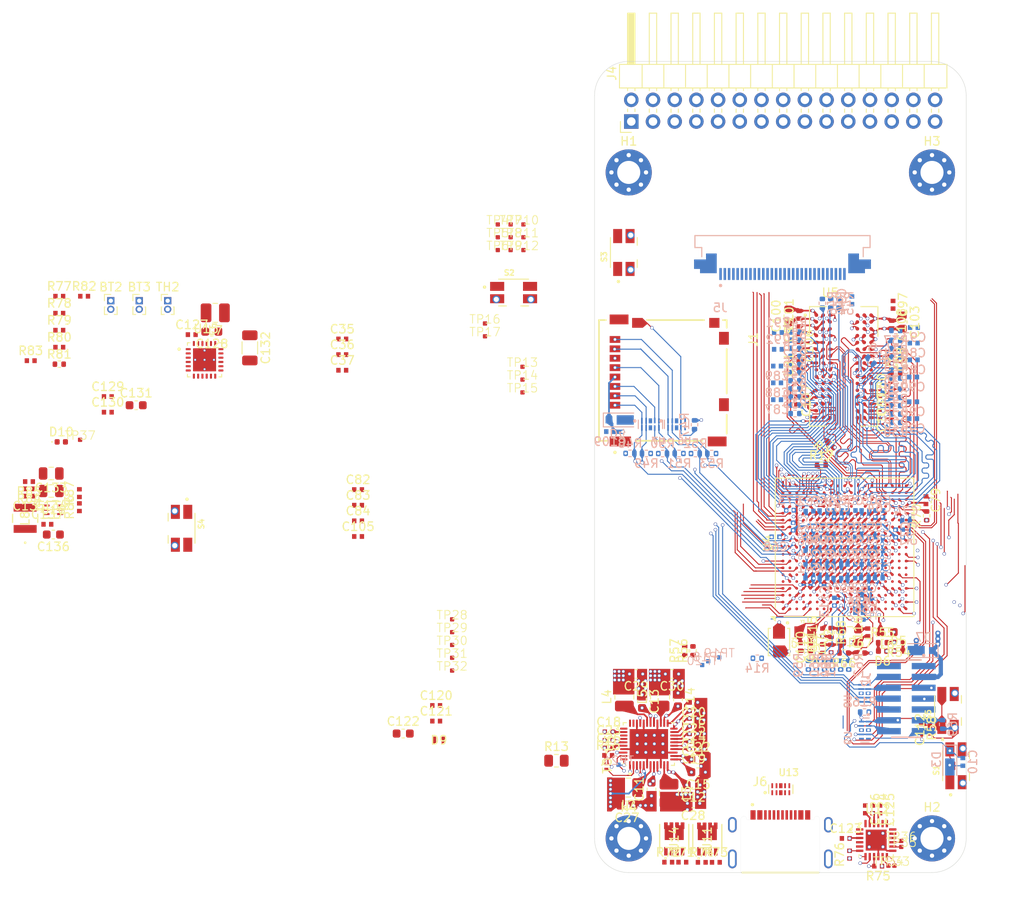
<source format=kicad_pcb>
(kicad_pcb (version 20241229) (generator "pcbnew") (generator_version "9.0")
  (layers (0 "F.Cu" signal "1L.Cu") (4 "In1.Cu" power "2L.Cu") (6 "In2.Cu" signal "3L.Cu") (8 "In3.Cu" power "4L.Cu") (10 "In4.Cu" mixed "5L.Cu") (2 "B.Cu" signal "6L.Cu") (13 "F.Paste" user) (15 "B.Paste" user) (5 "F.SilkS" user "F.Silkscreen") (7 "B.SilkS" user "B.Silkscreen") (1 "F.Mask" user) (3 "B.Mask" user) (25 "Edge.Cuts" user))
  (net 0 "")
  (net 1 "GND")
  (net 2 "VDD_USB")
  (net 3 "VDDA")
  (net 4 "3V3")
  (net 5 "VIN")
  (net 6 "VTT_DDR")
  (net 7 "VREF_DDR")
  (net 8 "VDD_DDR")
  (net 9 "VDD_CORE")
  (net 10 "VDD")
  (net 11 "/RCC_BOOT_RST_DEBUG/OSC_IN")
  (net 12 "NRST")
  (net 13 "V_BAT")
  (net 14 "V_USB")
  (net 15 "Net-(BT2--)")
  (net 16 "PWR_SW_WAKE_UP")
  (net 17 "SDMMC3_CMD")
  (net 18 "SDMMC3_D0")
  (net 19 "SDMMC3_D1")
  (net 20 "SDMMC3_D2")
  (net 21 "PWR_ON")
  (net 22 "/RCC_BOOT_RST_DEBUG/T_JTMS{slash}T_SWDIO")
  (net 23 "/RCC_BOOT_RST_DEBUG/T_JCLK{slash}T_SWCLK")
  (net 24 "/RCC_BOOT_RST_DEBUG/T_JTDO{slash}T_SWO")
  (net 25 "/RCC_BOOT_RST_DEBUG/T_JTDI{slash}NC")
  (net 26 "UART4_RX_STM")
  (net 27 "UART4_TX_STM")
  (net 28 "USB_D-")
  (net 29 "USB_D+")
  (net 30 "USB_CC2")
  (net 31 "USB_CC1")
  (net 32 "/DDR/DDR_A9")
  (net 33 "PMIC_PA0_WKUP_INTR")
  (net 34 "/DDR/DDR_DQ1")
  (net 35 "SDMMC1_D1")
  (net 36 "uSD_DETECT")
  (net 37 "/DDR/DDR_DQ4")
  (net 38 "/DDR/DDR_DQ12")
  (net 39 "/DDR/DDR_A7")
  (net 40 "/DDR/DDR_DQ7")
  (net 41 "/DDR/DDR_A5")
  (net 42 "/DDR/DDR_A4")
  (net 43 "/DDR/DDR_DQ8")
  (net 44 "SDMMC1_D0")
  (net 45 "/DDR/DDR_BA0")
  (net 46 "/DDR/DDR_A1")
  (net 47 "/DDR/DDR_A6")
  (net 48 "SDMMC1_D2")
  (net 49 "/DDR/DDR_DQ6")
  (net 50 "/DDR/DDR_WEN")
  (net 51 "/DDR/DDR_A14")
  (net 52 "/DDR/DDR_DQM0")
  (net 53 "/DDR/DDR_DQS1_P")
  (net 54 "/DDR/DDR_DQ11")
  (net 55 "/DDR/DDR_RASN")
  (net 56 "/DDR/DDR_A0")
  (net 57 "SYS_I2C4_SCL")
  (net 58 "/DDR/DDR_DQ2")
  (net 59 "/DDR/DDR_DQS0_P")
  (net 60 "/DDR/DDR_DQ9")
  (net 61 "/DDR/DDR_DQ10")
  (net 62 "/DDR/DDR_RESETN")
  (net 63 "/DDR/DDR_CSN")
  (net 64 "/DDR/DDR_DQ14")
  (net 65 "/DDR/DDR_A13")
  (net 66 "/DDR/DDR_DQ15")
  (net 67 "/DDR/DDR_DQS0_N")
  (net 68 "/DDR/DDR_CLK_N")
  (net 69 "/DDR/DDR_DQS1_N")
  (net 70 "/DDR/DDR_DQ3")
  (net 71 "/DDR/DDR_A10")
  (net 72 "/DDR/DDR_A3")
  (net 73 "SYS_I2C4_SDA")
  (net 74 "/DDR/DDR_CASN")
  (net 75 "/DDR/DDR_DQM1")
  (net 76 "SDMMC1_CMD")
  (net 77 "/DDR/DDR_A8")
  (net 78 "/DDR/DDR_ODT")
  (net 79 "/DDR/DDR_A12")
  (net 80 "/DDR/DDR_A11")
  (net 81 "SDMMC1_CK")
  (net 82 "/DDR/DDR_CLK_P")
  (net 83 "/DDR/DDR_BA2")
  (net 84 "/RCC_BOOT_RST_DEBUG/OSC_OUT")
  (net 85 "/DDR/DDR_DQ13")
  (net 86 "/DDR/DDR_DQ5")
  (net 87 "/DDR/DDR_CKE")
  (net 88 "/DDR/DDR_DQ0")
  (net 89 "/DDR/DDR_BA1")
  (net 90 "SDMMC1_D3")
  (net 91 "/DDR/DDR_A2")
  (net 92 "VIN_USB")
  (net 93 "VIN_5V")
  (net 94 "Net-(U12-VREG_1V2)")
  (net 95 "PMIC_WAKEUP")
  (net 96 "Net-(U12-VREG_2V7)")
  (net 97 "SDMMC3_D3")
  (net 98 "SDMMC3_CK")
  (net 99 "UART8_TX_STM")
  (net 100 "UART8_RX_STM")
  (net 101 "UART8_CTS_STM")
  (net 102 "UART8_RTS_STM")
  (net 103 "Net-(U15-PMID)")
  (net 104 "Net-(U15-BTST)")
  (net 105 "Net-(U15-SW)")
  (net 106 "/PWR/CH_REGN")
  (net 107 "Net-(U15-SNS)")
  (net 108 "INTLDO")
  (net 109 "Net-(D10-K)")
  (net 110 "Net-(U3-LDO1OUT)")
  (net 111 "Net-(U3-LDO2OUT)")
  (net 112 "Net-(U3-LDO6OUT)")
  (net 113 "Net-(U4A-VBAT)")
  (net 114 "Net-(U4A-VREF+)")
  (net 115 "Net-(U4A-VDD1V2_DSI_PHY)")
  (net 116 "Net-(U4A-VDDA1V1_REG)")
  (net 117 "Net-(U4A-VDDA1V8_DSI)")
  (net 118 "Net-(J1-VDD)")
  (net 119 "Net-(U4C-PC14)")
  (net 120 "Net-(U4C-PC15)")
  (net 121 "Net-(U4E-NRST_CORE)")
  (net 122 "Net-(Y2-Tri-State)")
  (net 123 "Net-(D5-A)")
  (net 124 "Net-(D5-K)")
  (net 125 "Net-(D6-A)")
  (net 126 "Net-(D6-K)")
  (net 127 "Net-(J1-SWITCH)")
  (net 130 "Net-(J2-Pad11)")
  (net 170 "DSI_D0_P")
  (net 173 "DSI_CK_P")
  (net 194 "/DDR/DDR_A15")
  (net 197 "Net-(U3-VLX1)")
  (net 198 "Net-(U3-VLX2)")
  (net 199 "DSI_D0_N")
  (net 200 "Net-(U3-VLX3)")
  (net 201 "Net-(U3-VLX4)")
  (net 202 "Net-(U16-SW)")
  (net 203 "DSI_D1_N")
  (net 204 "Net-(R71-Pad1)")
  (net 205 "Net-(Q1-G)")
  (net 206 "Net-(U12-VBUS_EN_SNK)")
  (net 207 "DSI_CK_N")
  (net 208 "Net-(U12-VDD)")
  (net 209 "Net-(U3-~{RST})")
  (net 210 "Net-(U4B-DDR_ZQ)")
  (net 211 "DSI_D2_P")
  (net 212 "Net-(U5-ZQ)")
  (net 213 "Net-(U4E-BOOT0)")
  (net 214 "Net-(U4E-BOOT1)")
  (net 215 "Net-(U4E-BOOT2)")
  (net 216 "Net-(Y2-VDD)")
  (net 217 "Net-(U4F-USB_RREF)")
  (net 224 "Net-(R73-Pad1)")
  (net 227 "Net-(U12-VBUS_EN_SRC)")
  (net 228 "Net-(R74-Pad1)")
  (net 229 "/MPU_PWR/VDDA")
  (net 236 "I2S2_SDO")
  (net 238 "I2S2_SDI")
  (net 240 "I2S2_WS")
  (net 241 "I2S2_CK")
  (net 243 "I2S3_SDO")
  (net 244 "I2S3_CK")
  (net 245 "I2S3_SDI")
  (net 246 "I2S3_WS")
  (net 247 "USB_M_D+")
  (net 248 "USB_M_D-")
  (net 249 "UART7_RX_STM")
  (net 250 "UART7_TX_STM")
  (net 251 "SYS_I2C6_SCL")
  (net 252 "SYS_I2C6_SDA")
  (net 253 "FDCAN2_TX")
  (net 254 "FDCAN2_RX")
  (net 255 "ETH1_MDIO")
  (net 256 "ETH1_TXD1")
  (net 257 "ETH1_RXD0")
  (net 258 "ETH1_CRS_DV")
  (net 259 "ETH1_TXD0")
  (net 260 "ETH1_TX_EN")
  (net 261 "ETH1_RXD1")
  (net 262 "ETH1_MDC")
  (net 263 "ETH1_REF_CLK")
  (net 264 "SPI5_SCK")
  (net 265 "SPI5_MISO")
  (net 266 "SPI5_MOSI")
  (net 267 "Net-(Q1-D)")
  (net 268 "USB_INT")
  (net 274 "Net-(U4B-DDR_ATO)")
  (net 275 "Net-(U4B-DDR_DTO1)")
  (net 276 "Net-(U4B-DDR_DTO0)")
  (net 277 "Net-(U4E-PWR_LP)")
  (net 316 "unconnected-(U4C-PD3-PadC6)")
  (net 333 "USB_RST")
  (net 334 "Net-(U15-MID)")
  (net 335 "Net-(U15-CBSET)")
  (net 336 "Net-(U15-TS)")
  (net 339 "Net-(U15-STAT)")
  (net 340 "CH_PSEL")
  (net 341 "Net-(U16-EN)")
  (net 342 "Net-(U16-FB)")
  (net 343 "Net-(U12-ATTACH)")
  (net 344 "Net-(U12-VBUS_VALID)")
  (net 345 "Net-(U12-DEBUG1)")
  (net 346 "Net-(U12-DEBUG2)")
  (net 347 "Net-(U15-~{PG})")
  (net 348 "OTG_5V")
  (net 349 "CH_EN")
  (net 350 "Net-(U15-ILIM)")
  (net 351 "CH_INT")
  (footprint "lib:C_0402_small" (layer "F.Cu") (at 79.59 116.046 180)
    (property "Reference" "C16")
    (property "Value" "1uF")
  )
  (footprint "lib:XTAL_NX2012SA-32.768K-STD-MUB-1" (layer "F.Cu") (at 92.64 106.79)
    (property "Reference" "Y1")
    (property "Value" "NX2012SA-32.768K")
  )
  (footprint "lib:DIODE_ESDA7P120-1U1M_STM" (layer "F.Cu") (at 49.7782 119.5)
    (property "Reference" "D9")
    (property "Value" "ESDA7P120-1U1M")
  )
  (footprint "lib:ST_LFBGA-354_16x16mm_Layout19x19_P0.8mm" (layer "F.Cu") (at 97.2674 96.916585 90)
    (property "Reference" "U4")
    (property "Value" "STM32MP157FABx")
  )
  (footprint "lib:SW_EVQ-9P701P" (layer "F.Cu") (at 110.315 122.495 90)
    (property "Reference" "S1")
    (property "Value" "EVQ-9P701P")
  )
  (footprint "lib:C_0402_small" (layer "F.Cu") (at 40.32 93.81)
    (property "Reference" "C84")
    (property "Value" "100nF")
  )
  (footprint "lib:R_0402_small" (layer "F.Cu") (at 97.85 132.9 90)
    (property "Reference" "R76")
    (property "Value" "10k")
  )
  (footprint "Resistor_SMD:R_0402_1005Metric" (layer "F.Cu") (at 106.3 118.1 -90)
    (property "Reference" "R58")
    (property "Value" "10k")
  )
  (footprint "Capacitor_SMD:C_0603_1608Metric" (layer "F.Cu") (at 79.54 126.896 180)
    (property "Reference" "C28")
    (property "Value" "22uF")
  )
  (footprint "Capacitor_SMD:C_0603_1608Metric" (layer "F.Cu") (at 71.79 127.146 180)
    (property "Reference" "C27")
    (property "Value" "22uF")
  )
  (footprint "Capacitor_SMD:C_0603_1608Metric" (layer "F.Cu") (at 73.565 114.946 -90)
    (property "Reference" "C13")
    (property "Value" "10uF")
  )
  (footprint "lib:CSD23381F4" (layer "F.Cu") (at 69.4 122.526 -90)
    (property "Reference" "Q1")
    (property "Value" "CSD23381F4")
  )
  (footprint "Resistor_SMD:R_0402_1005Metric" (layer "F.Cu") (at 78.55 109.026 90)
    (property "Reference" "R57")
    (property "Value" "4k7")
  )
  (footprint "Capacitor_SMD:C_0603_1608Metric" (layer "F.Cu") (at 80.115 123.246 180)
    (property "Reference" "C15")
    (property "Value" "10uF")
  )
  (footprint "lib:R_0402_small" (layer "F.Cu") (at 82.2 133.8)
    (property "Reference" "R73")
    (property "Value" "1k")
  )
  (footprint "lib:C_0402_small" (layer "F.Cu") (at 102.7674 70.816585 -90)
    (property "Reference" "C108")
    (property "Value" "100nF")
  )
  (footprint "lib:IC_BQ25887RGER" (layer "F.Cu") (at 22.35 74.95)
    (property "Reference" "U15")
    (property "Value" "BQ25887RGER")
  )
  (footprint "lib:TP_0.5" (layer "F.Cu") (at 58.175 62.095)
    (property "Reference" "TP9")
    (property "Value" "TestPoint")
  )
  (footprint "lib:C_0402_small" (layer "F.Cu") (at 101.4 127.6 -90)
    (property "Reference" "C125")
    (property "Value" "1uF")
  )
  (footprint "lib:C_0402_small" (layer "F.Cu") (at 99.7 127.6 -90)
    (property "Reference" "C126")
    (property "Value" "1uF")
  )
  (footprint "lib:TP_0.5" (layer "F.Cu") (at 55.175 72.195)
    (property "Reference" "TP17")
    (property "Value" "TestPoint")
  )
  (footprint "Resistor_SMD:R_0402_1005Metric" (layer "F.Cu") (at 94.69 108.78 90)
    (property "Reference" "R65")
    (property "Value" "10k")
  )
  (footprint "lib:SIS309" (layer "F.Cu") (at 81.2 131.07693 90)
    (property "Reference" "U11")
    (property "Value" "SIS903DN-T1-GE3")
  )
  (footprint "lib:C_0402_small" (layer "F.Cu") (at 40.32 91.98)
    (property "Reference" "C83")
    (property "Value" "100nF")
  )
  (footprint "lib:TP_0.5" (layer "F.Cu") (at 59.675 62.095)
    (property "Reference" "TP12")
    (property "Value" "TestPoint")
  )
  (footprint "lib:C_0402_small" (layer "F.Cu") (at 69.655 120.4185)
    (property "Reference" "C26")
    (property "Value" "4.7uF")
  )
  (footprint "lib:C_0402_small" (layer "F.Cu") (at 20.85 72)
    (property "Reference" "C127")
    (property "Value" "1uF")
  )
  (footprint "lib:C_0402_small" (layer "F.Cu") (at 79.59 120.546 180)
    (property "Reference" "C19")
    (property "Value" "1uF")
  )
  (footprint "lib:C_0402_small" (layer "F.Cu") (at 95.69 108.77 90)
    (property "Reference" "C114")
    (property "Value" "6.8pF")
  )
  (footprint "lib:C_0402_small" (layer "F.Cu") (at 94.69 106.87 90)
    (property "Reference" "C115")
    (property "Value" "10nF")
  )
  (footprint "Resistor_SMD:R_0402_1005Metric" (layer "F.Cu") (at 103.2674 76.516585)
    (property "Reference" "R18")
    (property "Value" "240")
  )
  (footprint "Resistor_SMD:R_0402_1005Metric" (layer "F.Cu") (at 5.345 75.46)
    (property "Reference" "R81")
    (property "Value" "1k")
  )
  (footprint "lib:R_0402_small" (layer "F.Cu") (at 78.275007 133.78607)
    (property "Reference" "R71")
    (property "Value" "1k")
  )
  (footprint "lib:C_0402_small" (layer "F.Cu") (at 91.94 69.67 90)
    (property "Reference" "C101")
    (property "Value" "100nF")
  )
  (footprint "lib:C_0402_small" (layer "F.Cu") (at 79.59 117.846 180)
    (property "Reference" "C24")
    (property "Value" "4.7uF")
  )
  (footprint "lib:C_0402_small" (layer "F.Cu") (at 102.7674 79.716585 90)
    (property "Reference" "C102")
    (property "Value" "100nF")
  )
  (footprint "lib:C_0402_small" (layer "F.Cu") (at 38.47 74.34)
    (property "Reference" "C36")
    (property "Value" "1uF")
  )
  (footprint "lib:IHLP1210BZEZ_VIS" (layer "F.Cu") (at 1.35 93.51105 90)
    (property "Reference" "L8")
    (property "Value" "IHLP1210BZEZ3R3M5A")
  )
  (footprint "lib:TP_0.5" (layer "F.Cu") (at 56.675 62.095)
    (property "Reference" "TP6")
    (property "Value" "TestPoint")
  )
  (footprint "lib:TP_0.5" (layer "F.Cu") (at 102.4 134.2)
    (property "Reference" "TP34")
    (property "Value" "TestPoint")
  )
  (footprint "LED_SMD:LED_0402_1005Metric" (layer "F.Cu") (at 5.58 84.56)
    (property "Reference" "D10")
    (property "Value" "LED")
  )
  (footprint "LED_SMD:LED_0402_1005Metric" (layer "F.Cu") (at 101.715 109.07 180)
    (property "Reference" "D6")
    (property "Value" "LED_R")
  )
  (footprint "lib:C_0402_small" (layer "F.Cu") (at 107.25 118.25 90)
    (property "Reference" "C112")
    (property "Value" "10nF")
  )
  (footprint "Inductor_SMD:L_1008_2520Metric" (layer "F.Cu") (at 71.49 114.421 90)
    (property "Reference" "L4")
    (property "Value" "1uH")
  )
  (footprint "lib:TPS563252DRLR" (layer "F.Cu") (at 4.65 92.51105)
    (property "Reference" "U16")
    (property "Value" "TPS563252DRLR")
  )
  (footprint "lib:C_0402_small" (layer "F.Cu") (at 91.94 71.49 90)
    (property "Reference" "C99")
    (property "Value" "100nF")
  )
  (footprint "lib:TP_0.5" (layer "F.Cu") (at 51.3279 105.3445)
    (property "Reference" "TP28")
    (property "Value" "TestPoint")
  )
  (footprint "Capacitor_SMD:C_1206_3216Metric" (layer "F.Cu") (at 27.65 73.55 -90)
    (property "Reference" "C132")
    (property "Value" "47uF")
  )
  (footprint "lib:SW_EVQ-9P701P" (layer "F.Cu") (at 19.66 94.68 -90)
    (property "Reference" "S4")
    (property "Value" "EVQ-9P701P")
  )
  (footprint "Inductor_SMD:L_1008_2520Metric" (layer "F.Cu") (at 23.6 69.45 180)
    (property "Reference" "L7")
    (property "Value" "1uH")
  )
  (footprint "Capacitor_SMD:C_0805_2012Metric" (layer "F.Cu") (at 4.4 90.31105 180)
    (property "Reference" "C134")
    (property "Value" "10uF")
  )
  (footprint "lib:C_0402_small" (layer "F.Cu") (at 93.29 108.61 90)
    (property "Reference" "C110")
    (property "Value" "6.8pF")
  )
  (footprint "lib:R_0402_small" (layer "F.Cu") (at 2 75.05)
    (property "Reference" "R83")
    (property "Value" "383")
  )
  (footprint "lib:TP_0.5" (layer "F.Cu") (at 55.175 70.695)
    (property "Reference" "TP16")
    (property "Value" "TestPoint")
  )
  (footprint "lib:QFN40P600X500X80-45N" (layer "F.Cu") (at 74.355 119.946 90)
    (property "Reference" "U3")
    (property "Value" "STPMIC1APQR")
  )
  (footprint "lib:C_0402_small" (layer "F.Cu") (at 69.655 118.5185)
    (property "Reference" "C18")
    (property "Value" "4.7uF")
  )
  (footprint "Inductor_SMD:L_1008_2520Metric" (layer "F.Cu") (at 76.715 125.721 -90)
    (property "Reference" "L3")
    (property "Value" "1uH")
  )
  (footprint "lib:QFN50P400X400X100-25N" (layer "F.Cu") (at 100.9675 131.2)
    (property "Reference" "U12")
    (property "Value" "STUSB1600AQTR")
  )
  (footprint "lib:C_0402_small" (layer "F.Cu") (at 102.7674 77.916585 90)
    (property "Reference" "C80")
    (property "Value" "100nF")
  )
  (footprint "lib:C_0402_small" (layer "F.Cu") (at 92.09 108.57 -90)
    (property "Reference" "C111")
    (property "Value" "6.8pF")
  )
  (footprint "Resistor_SMD:R_0402_1005Metric" (layer "F.Cu") (at 79.52 109.026 90)
    (property "Reference" "R56")
    (property "Value" "4k7")
  )
  (footprint "lib:TP_0.5" (layer "F.Cu") (at 56.675 60.595)
    (property "Reference" "TP5")
    (property "Value" "TestPoint")
  )
  (footprint "lib:TP_0.5" (layer "F.Cu") (at 59.675 60.595)
    (property "Reference" "TP11")
    (property "Value" "TestPoint")
  )
  (footprint "lib:R_0402_small" (layer "F.Cu") (at 101.2 134.25 180)
    (property "Reference" "R75")
    (property "Value" "10k")
  )
  (footprint "lib:C_0402_small" (layer "F.Cu") (at 38.47 72.51)
    (property "Reference" "C35")
    (property "Value" "1uF")
  )
  (footprint "lib:C_0402_small" (layer "F.Cu") (at 79.59 116.946 180)
    (property "Reference" "C25")
    (property "Value" "4.7uF")
  )
  (footprint "lib:R_0402_small" (layer "F.Cu") (at 76.625007 133.78607)
    (property "Reference" "R72")
    (property "Value" "10k")
  )
  (footprint "Resistor_SMD:R_0402_1005Metric" (layer "F.Cu") (at 94.55 87.32)
    (property "Reference" "R17")
    (property "Value" "240")
  )
  (footprint "lib:C_0402_small" (layer "F.Cu") (at 91.92 75.542828 90)
    (property "Reference" "C81")
    (property "Value" "100nF")
  )
  (footprint "lib:C_0402_small" (layer "F.Cu") (at 102.94 68.5 -90)
    (property "Reference" "C97")
    (property "Value" "1uF")
  )
  (footprint "lib:R_0402_small" (layer "F.Cu") (at 1.8 90.06105 180)
    (property "Reference" "R84")
    (property "Value" "100k")
  )
  (footprint "lib:C_0402_small" (layer "F.Cu") (at 69.6 121.276)
    (property "Reference" "R15")
    (property "Value" "1M")
  )
  (footprint "lib:R_0402_small" (layer "F.Cu") (at 7.7 92.21105 90)
    (property "Reference" "R86")
    (property "Value" "220k")
  )
  (footprint "Inductor_SMD:L_1008_2520Metric" (layer "F.Cu") (at 71.965 125.046 180)
    (property "Reference" "L2")
    (property "Value" "1uH")
  )
  (footprint "lib:TP_0.5" (layer "F.Cu") (at 59.565 75.765)
    (property "Reference" "TP13")
    (property "Value" "TestPoint")
  )
  (footprint "lib:R_0402_small" (layer "F.Cu") (at 7.7 90.56105 90)
    (property "Reference" "R87")
    (property "Value" "30k")
  )
  (footprint "lib:GCT_MEM2090-00-145-00-A_REVA" (layer "F.Cu") (at 68.52 77.365 -90)
    (property "Reference" "J1")
    (property "Value" "MEM2090-00-145-00-A_REVA")
  )
  (footprint "lib:TP_0.5" (layer "F.Cu") (at 58.175 59.095)
    (property "Reference" "TP7")
    (property "Value" "TestPoint")
  )
  (footprint "Connector_PinHeader_1.00mm:PinHeader_1x02_P1.00mm_Vertical" (layer "F.Cu") (at 18.035 68.03)
    (property "Reference" "TH2")
    (property "Value" "Thermistor")
  )
  (footprint "MountingHole:MountingHole_2.7mm_M2.5_Pad_Via" (layer "F.Cu") (at 72 131)
    (property "Reference" "H4")
    (property "Value" "MountingHole_Pad")
  )
  (footprint "lib:C_0402_small" (layer "F.Cu") (at 1.8 90.91105 180)
    (property "Reference" "C135")
    (property "Value" "100nF")
  )
  (footprint "lib:TP_0.5" (layer "F.Cu") (at 51.3279 108.3445)
    (property "Reference" "TP30")
    (property "Value" "TestPoint")
  )
  (footprint "lib:CAPCP3225X100N" (layer "F.Cu") (at 89.59 108.0025 -90)
    (property "Reference" "C71")
    (property "Value" "CPH3225A")
  )
  (footprint "lib:C_0402_small" (layer "F.Cu") (at 40.32 90.15)
    (property "Reference" "C82")
    (property "Value" "1uF")
  )
  (footprint "lib:TP_0.5" (layer "F.Cu") (at 103.9 131.3)
    (property "Reference" "TP36")
    (property "Value" "TestPoint")
  )
  (footprint "lib:C_0402_small" (layer "F.Cu") (at 40.32 95.64)
    (property "Reference" "C105")
    (property "Value" "100nF")
  )
  (footprint "Resistor_SMD:R_0402_1005Metric" (layer "F.Cu") (at 99.1 109.29)
    (property "Reference" "R67")
    (property "Value" "1k")
  )
  (footprint "lib:GCT_USB4510-03-1-A_REVA" (layer "F.Cu") (at 89.75 133.4)
    (property "Reference" "J6")
    (property "Value" "USB4510-03-1-A_REVA")
    (fp_line (start -4.62 1.6) (end -4.62 -4.6) (stroke (width 0.01)) (layer "Edge.Cuts"))
    (fp_line (start -3.82 -4.6) (end 3.82 -4.6) (stroke (width 0.01)) (layer "Edge.Cuts"))
    (fp_line (start 4.62 -4.6) (end 4.62 1.6) (stroke (width 0.01)) (layer "Edge.Cuts"))
    (fp_line (start 4.62 1.6) (end -4.62 1.6) (stroke (width 0.05)) (layer "Edge.Cuts"))
    (fp_arc (start -4.62 -4.6) (mid -4.540343 -4.86731) (end -4.295 -5) (stroke (width 0.01)) (layer "Edge.Cuts"))
    (fp_arc (start -4.295 -5) (mid -4.07451 -4.92731) (end -3.97 -4.72) (stroke (width 0.01)) (layer "Edge.Cuts"))
    (fp_arc (start -3.82 -4.6) (mid -3.919853 -4.628934) (end -3.97 -4.72) (stroke (width 0.01)) (layer "Edge.Cuts"))
    (fp_arc (start 3.97 -4.72) (mid 3.919853 -4.628934) (end 3.82 -4.6) (stroke (width 0.01)) (layer "Edge.Cuts"))
    (fp_arc (start 3.97 -4.72) (mid 4.07451 -4.92731) (end 4.295 -5) (stroke (width 0.01)) (layer "Edge.Cuts"))
    (fp_arc (start 4.295 -5) (mid 4.540343 -4.86731) (end 4.62 -4.6) (stroke (width 0.01)) (layer "Edge.Cuts"))
  )
  (footprint "lib:TP_0.5" (layer "F.Cu") (at 59.675 59.095)
    (property "Reference" "TP10")
    (property "Value" "TestPoint")
  )
  (footprint "lib:C_0402_small" (layer "F.Cu") (at 91.94 73.31 -90)
    (property "Reference" "C106")
    (property "Value" "100nF")
  )
  (footprint "Capacitor_SMD:C_0603_1608Metric" (layer "F.Cu") (at 90.69 69.82 90)
    (property "Reference" "C100")
    (property "Value" "10uF")
  )
  (footprint "Connector_PinHeader_1.00mm:PinHeader_1x02_P1.00mm_Vertical" (layer "F.Cu") (at 14.705 68.03)
    (property "Reference" "BT3")
    (property "Value" "Battery_Cell")
  )
  (footprint "lib:C_0402_small" (layer "F.Cu") (at 100.55 127.6 -90)
    (property "Reference" "C124")
    (property "Value" "1uF")
  )
  (footprint "lib:TP_0.5" (layer "F.Cu") (at 59.565 77.265)
    (property "Reference" "TP14")
    (property "Value" "TestPoint")
  )
  (footprint "lib:TP_0.5" (layer "F.Cu") (at 56.675 59.095)
    (property "Reference" "TP4")
    (property "Value" "TestPoint")
  )
  (footprint "lib:R_0402_small" (layer "F.Cu") (at 8.255 67.5)
    (property "Reference" "R82")
    (property "Value" "10k")
  )
  (footprint "lib:TP_0.5" (layer "F.Cu") (at 103.1 134.2)
    (property "Reference" "TP33")
    (property "Value" "TestPoint")
  )
  (footprint "Capacitor_SMD:C_0603_1608Metric" (layer "F.Cu") (at 79.565 124.746 180)
    (property "Reference" "C12")
    (property "Value" "10uF")
  )
  (footprint "Capacitor_SMD:C_0603_1608Metric" (layer "F.Cu") (at 74.665 125.246 90)
    (property "Reference" "C11")
    (property "Value" "10uF")
  )
  (footprint "lib:C_0402_small" (layer "F.Cu") (at 79.59 118.746 180)
    (property "Reference" "C17")
    (property "Value" "1uF")
  )
  (footprint "Capacitor_SMD:C_0603_1608Metric" (layer "F.Cu") (at 77.065 111.746 180)
    (property "Reference" "C30")
    (property "Value" "22uF")
  )
  (footprint "lib:SW_EVQ-9P701P" (layer "F.Cu") (at 58.525 67.07)
    (property "Reference" "S2")
    (property "Value" "EVQ-9P701P")
  )
  (footprint "Capacitor_SMD:C_0603_1608Metric" (layer "F.Cu") (at 77.765 114.746 -90)
    (property "Reference" "C14")
    (property "Value" "10uF")
  )
  (footprint "lib:SW_EVQ-9P701P" (layer "F.Cu") (at 109.375 116.0125 90)
    (property "Reference" "S5")
    (property "Value" "EVQ-9P701P")
  )
  (footprint "MountingHole:MountingHole_2.7mm_M2.5_Pad_Via" (layer "F.Cu") (at 107.5 131)
    (property "Reference" "H2")
    (property "Value" "MountingHole_Pad")
  )
  (footprint "lib:SW_EVQ-9P701P" (layer "F.Cu") (at 71.43 62.38 90)
    (property "Reference" "S3")
    (property "Value" "EVQ-9P701P")
  )
  (footprint "lib:C_0402_small" (layer "F.Cu") (at 102.7684 74.89 -90)
    (property "Reference" "C98")
    (property "Value" "100nF")
  )
  (footprint "Resistor_SMD:R_0805_2012Metric" (layer "F.Cu") (at 63.5375 121.9)
    (property "Reference" "R13")
    (property "Value" "0")
  )
  (footprint "lib:C_0402_small" (layer "F.Cu") (at 49.4629 117.2595)
    (property "Reference" "C121")
    (property "Value" "100nF")
  )
  (footprint "Resistor_SMD:R_0402_1005Metric" (layer "F.Cu") (at 106.87 93.22 90)
    (property "Reference" "R70")
    (property "Value" "3k")
  )
  (footprint "Capacitor_SMD:C_0603_1608Metric" (layer "F.Cu") (at 104.0674 70.516585 -90)
    (property "Reference" "C103")
    (property "Value" "10uF")
  )
  (footprint "lib:TP_0.5" (layer "F.Cu") (at 103.9 132)
    (property "Reference" "TP35")
    (property "Value" "TestPoint")
  )
  (footprint "lib:R_0402_small_RES" (layer "F.Cu") (at 1.8 89.21105 180)
    (property "Reference" "R85")
    (property "Value" "25.5k")
  )
  (footprint "lib:SIS309" (layer "F.Cu") (at 77.325007 131.063 90)
    (property "Reference" "U14")
    (property "Value" "SIS903DN-T1-GE3")
  )
  (footprint "lib:C_0402_small" (layer "F.Cu") (at 79.59 115.071 180)
    (property "Reference" "C20")
    (property "Value" "4.7uF")
  )
  (footprint "Capacitor_SMD:C_0603_1608Metric" (layer "F.Cu") (at 23.2 71.65 180)
    (property "Reference" "C128")
    (property "Value" "10uF")
  )
  (footprint "MountingHole:MountingHole_2.7mm_M2.5_Pad_Via" (layer "F.Cu") (at 72 53)
    (property "Reference" "H1")
    (property "Value" "MountingHole_Pad")
  )
  (footprint "Capacitor_SMD:C_0603_1608Metric" (layer "F.Cu") (at 14.345 80.27)
    (property "Reference" "C131")
    (property "Value" "10uF")
  )
  (footprint "lib:C_0402_small" (layer "F.Cu") (at 38.47 76.17)
    (property "Reference" "C37")
    (property "Value" "1uF")
  )
  (footprint "lib:TP_0.5" (layer "F.Cu") (at 51.3279 106.8445)
    (property "Reference" "TP29")
    (property "Value" "TestPoint")
  )
  (footprint "Capacitor_SMD:C_0603_1608Metric" (layer "F.Cu") (at 80.115 121.746)
    (property "Reference" "C22")
    (property "Value" "10uF")
  )
  (footprint "Resistor_SMD:R_0402_1005Metric" (layer "F.Cu") (at 101.71 108.07)
    (property "Reference" "R55")
    (property "Value" "~")
  )
  (footprint "Inductor_SMD:L_1008_2520Metric" (layer "F.Cu") (at 75.665 114.421 90)
    (property "Reference" "L5")
    (property "Value" "1uH")
  )
  (footprint "lib:C_0402_small" (layer "F.Cu") (at 106.79 91.39 -90)
    (property "Reference" "C79")
    (property "Value" "100nF")
  )
  (footprint "lib:TP_0.5" (layer "F.Cu") (at 59.565 78.765)
    (property "Reference" "TP15")
    (property "Value" "TestPoint")
  )
  (footprint "Connector_PinHeader_2.54mm:PinHeader_2x15_P2.54mm_Horizontal" (layer "F.Cu") (at 72.3 47.04 90)
    (property "Reference" "J4")
    (property "Value" "Conn_02x15_Odd_Even")
  )
  (footprint "Capacitor_SMD:C_0603_1608Metric" (layer "F.Cu") (at 72.865 111.746 180)
    (property "Reference" "C29")
    (property "Value" "22uF")
  )
  (footprint "lib:TP_0.5" (layer "F.Cu") (at 51.3279 111.3445)
    (property "Reference" "TP32")
    (property "Value" "TestPoint")
  )
  (footprint "Inductor_SMD:L_0603_1608Metric" (layer "F.Cu") (at 102.252499 106.84 180)
    (property "Reference" "L6")
    (property "Value" "1uH")
  )
  (footprint "lib:R_0402_small" (layer "F.Cu") (at 5.345 67.5)
    (property "Reference" "R77")
    (property "Value" "330")
  )
  (footprint "lib:TP_0.5" (layer "F.Cu") (at 7.78 84.315)
    (property "Reference" "TP37")
    (property "Value" "TestPoint")
  )
  (footprint "Oscillator:Oscillator_SMD_ECS_2520MV-xxx-xx-4Pin_2.5x2.0mm" (layer "F.Cu") (at 97.915 107.315 90)
    (property "Reference" "Y2")
    (property "Value" "ECS-2520MVQ-240")
  )
  (footprint "lib:C_0402_small" (layer "F.Cu") (at 100 106.87 90)
    (property "Reference" "C116")
    (property "Value" "6.8pF")
  )
  (footprint "lib:C_0402_small" (layer "F.Cu") (at 49.4629 115.4295)
    (property "Reference" "C120")
    (property "Value" "100pF")
  )
  (footprint "lib:BGA96C80P9X16_1400X800X120" (layer "F.Cu") (at 97.1674 75.716585)
    (property "Reference" "U5")
    (property "Value" "MT41K256M16TW-107_P")
  )
  (footprint "LED_SMD:LED_0402_1005Metric" (layer "F.Cu") (at 103.585 109.05)
    (property "Reference" "D5")
    (property "Value" "LED_B")
  )
  (footprint "lib:R_0402_small" (layer "F.Cu") (at 5.345 71.48)
    (property "Reference" "R79")
    (property "Value" "5.23k")
  )
  (footprint "lib:C_0402_small" (layer "F.Cu") (at 102.7674 81.516585 90)
    (property "Reference" "C104")
    (property "Value" "100nF")
  )
  (footprint "Capacitor_SMD:C_0805_2012Metric" (layer "F.Cu") (at 4.4 88.26105 180)
    (property "Reference" "C133")
    (property "Value" "10uF")
  )
  (footprint "lib:R_0402_small" (layer "F.Cu") (at 80.55 133.8)
    (property "Reference" "R74")
    (property "Value" "10k")
  )
  (footprint "lib:C_0402_small" (layer "F.Cu") (at 91.64 79.72 -90)
    (property "Reference" "C107")
    (property "Value" "100nF")
  )
  (footprint "lib:TP_0.5" (layer "F.Cu") (at 58.175 60.595)
    (property "Reference" "TP8")
    (property "Value" "TestPoint")
  )
  (footprint "MountingHole:MountingHole_2.7mm_M2.5_Pad_Via" (layer "F.Cu") (at 107.5 53)
    (property "Reference" "H3")
    (property "Value" "MountingHole_Pad")
  )
  (footprint "lib:C_0402_small" (layer "F.Cu") (at 3.95 94.21105)
    (property "Reference" "C137")
    (property "Value" "100nF")
  )
  (footprint "lib:R_0402_small" (layer "F.Cu") (at 5.345 69.49)
    (property "Reference" "R78")
    (property "Value" "9.5")
  )
  (footprint "lib:R_0402_small" (layer "F.Cu") (at 5.345 73.47)
    (property "Reference" "R80")
    (property "Value" "30.1k")
  )
  (footprint "lib:C_0402_small" (layer "F.Cu") (at 11.025 79.25)
    (property "Reference" "C129")
    (property "Value" "4.7nF")
  )
  (footprint "Resistor_SMD:R_0402_1005Metric" (layer "F.Cu") (at 95.69 106.88 -90)
    (property "Reference" "R68")
    (property "Value" "10")
  )
  (footprint "Capacitor_SMD:C_0603_1608Metric" (layer "F.Cu") (at 45.6029 118.7195)
    (property "Reference" "C122")
    (property "Value" "10uF")
  )
  (footprint "lib:C_0402_small" (layer "F.Cu") (at 97.4025 131)
    (property "Reference" "C123")
    (property "Value" "1uF")
  )
  (footprint "lib:C_0402_small" (layer "F.Cu") (at 69.655 119.5185)
    (property "Reference" "C23")
    (property "Value" "4.7uF")
  )
  (footprint "lib:IC_HSP051-4M10" (layer "F.Cu") (at 89.8 125.24)
    (property "Reference" "U13")
    (property "Value" "HSP051-4M10")
  )
  (footprint "Resistor_SMD:R_0402_1005Metric" (layer "F.Cu") (at 103.59 108.05 180)
    (property "Reference" "R54")
    (property "Value" "~")
  )
  (footprint "Capacitor_SMD:C_0603_1608Metric" (layer "F.Cu") (at 4.65 95.41105 180)
    (property "Reference" "C136")
    (property "Value" "22uF")
  )
  (footprint "lib:C_0402_small" (layer "F.Cu") (at 11.025 81.08)
    (property "Reference" "C130")
    (property "Value" "4.7uF")
  )
  (footprint "lib:C_0402_small" (layer "F.Cu") (at 79.59 119.646 180)
    (property "Reference" "C21")
    (property "Value" "4.7uF")
  )
  (footprint "lib:TP_0.5" (layer "F.Cu") (at 51.3279 109.8445)
    (property "Reference" "TP31")
    (property "Value" "TestPoint")
  )
  (footprint "Connector_PinHeader_1.00mm:PinHeader_1x02_P1.00mm_Vertical" (layer "F.Cu") (at 11.375 68.03)
    (property "Reference" "BT2")
    (property "Value" "Battery_Cell")
  )
  (footprint "Resistor_SMD:R_0402_1005Metric" (layer "F.Cu") (at 95.65 84.87 135)
    (property "Reference" "R21")
    (property "Value" "10k")
  )
  (footprint "Resistor_SMD:R_0402_1005Metric" (layer "F.Cu") (at 97.18 109.29 180)
    (property "Reference" "R66")
    (property "Value" "0")
  )
  (footprint "Resistor_SMD:R_0402_1005Metric" (layer "B.Cu") (at 103.28 74.59)
    (property "Reference" "R23")
    (property "Value" "56")
  )
  (footprint "NetTie:NetTie-2_SMD_Pad0.5mm" (layer "B.Cu") (at 70.78 83.375)
    (property "Reference" "NT1" (hide yes))
    (property "Value" "NetTie_2" (hide yes))
  )
  (footprint "lib:TP_0.5" (layer "B.Cu") (at 82.6 109.8 180)
    (property "Reference" "TP19")
    (property "Value" "TestPoint")
  )
  (footprint "Resistor_SMD:R_0402_1005Metric" (layer "B.Cu") (at 91.462601 75.493415 180)
    (property "Reference" "R22")
    (property "Value" "56")
  )
  (footprint "Resistor_SMD:R_0402_1005Metric" (layer "B.Cu") (at 99.6 116.2 180)
    (property "Reference" "R16")
    (property "Value" "0")
  )
  (footprint "lib:C_0402_small" (layer "B.Cu") (at 89.47 71.75 180)
    (property "Reference" "C91")
    (property "Value" "100nF")
  )
  (footprint "Resistor_SMD:R_0402_1005Metric" (layer "B.Cu") (at 93.03 110.71 -90)
    (property "Reference" "R59")
    (property "Value" "10k")
  )
  (footprint "Diode_SMD:D_MicroSMP_KA" (layer "B.Cu") (at 109.59 121.75 -90)
    (property "Reference" "D3")
    (property "Value" "MSP3V3-M3/89A")
  )
  (footprint "lib:C_0402_small" (layer "B.Cu") (at 89.37 75.68)
    (property "Reference" "C89")
    (property "Value" "100nF")
  )
  (footprint "lib:C_0402_small" (layer "B.Cu") (at 94.81 95.71 180)
    (property "Reference" "C54")
    (property "Value" "1uF")
  )
  (footprint "lib:C_0402_small" (layer "B.Cu") (at 101.3 95.7 180)
    (property "Reference" "C55")
    (property "Value" "1uF")
  )
  (footprint "lib:C_0402_small" (layer "B.Cu") (at 94.8 98.92 180)
    (property "Reference" "C52")
    (property "Value" "1uF")
  )
  (footprint "lib:C_0402_small" (layer "B.Cu") (at 105.2874 76.966585)
    (property "Reference" "C90")
    (property "Value" "100nF")
  )
  (footprint "lib:IC_HSP051-4M10" (layer "B.Cu") (at 99.619 114.01 -90)
    (property "Reference" "U8")
    (property "Value" "HSP051-4M10")
  )
  (footprint "lib:C_0402_small" (layer "B.Cu") (at 99.76 102.96)
    (property "Reference" "C66")
    (property "Value" "100nF")
  )
  (footprint "lib:IC_HSP051-4M10" (layer "B.Cu") (at 99.65 118.32 -90)
    (property "Reference" "U9")
    (property "Value" "HSP051-4M10")
  )
  (footprint "lib:AMPHENOL_SFV30R-4STBE1HLF" (layer "B.Cu") (at 90 62.5)
    (property "Reference" "J5")
    (property "Value" "SFV30R-4STBE1HLF")
  )
  (footprint "lib:C_0402_small" (layer "B.Cu") (at 98.12 67.98 -90)
    (property "Reference" "C94")
    (property "Value" "100nF")
  )
  (footprint "lib:SAMTEC_FTSH-107-01-L-DV-K-A" (layer "B.Cu") (at 104.49 114.63 -90)
    (property "Reference" "J2")
    (property "Value" "FTSH-107-01-L-DV-K-A")
  )
  (footprint "lib:C_0402_small" (layer "B.Cu") (at 94.79 92.62 180)
    (property "Reference" "C60")
    (property "Value" "1uF")
  )
  (footprint "Resistor_SMD:R_0402_1005Metric" (layer "B.Cu") (at 103.2674 82.291585)
    (property "Reference" "R30")
    (property "Value" "56")
  )
  (footprint "Resistor_SMD:R_0402_1005Metric" (layer "B.Cu") (at 79.8 85.925 180)
    (property "Reference" "R52")
    (property "Value" "47k")
  )
  (footprint "Resistor_SMD:R_0402_1005Metric" (layer "B.Cu") (at 91.462601 72.643415 180)
    (property "Reference" "R41")
    (property "Value" "56")
  )
  (footprint "Resistor_SMD:R_0402_1005Metric" (layer "B.Cu") (at 91.462601 77.393415 180)
    (property "Reference" "R24")
    (property "Value" "56")
  )
  (footprint "lib:C_0402_small" (layer "B.Cu") (at 98.97 104.55 180)
    (property "Reference" "C78")
    (property "Value" "100nF")
  )
  (footprint "Resistor_SMD:R_0402_1005Metric" (layer "B.Cu") (at 103.2574 71.516585)
    (property "Reference" "R37")
    (property "Value" "56")
  )
  (footprint "Diode_SMD:D_MicroSMP_KA" (layer "B.Cu") (at 70.71 81.995)
    (property "Reference" "D4")
    (property "Value" "MSP3V3-M3/89A")
  )
  (footprint "Resistor_SMD:R_0402_1005Metric" (layer "B.Cu") (at 100.34 75.01 135)
    (property "Reference" "R19")
    (property "Value" "100")
  )
  (footprint "lib:C_0402_small" (layer "B.Cu") (at 105.2874 81.836585)
    (property "Reference" "C95")
    (property "Value" "100nF")
  )
  (footprint "lib:C_0402_small" (layer "B.Cu") (at 101.33 93.425 180)
    (property "Reference" "C64")
    (property "Value" "1nF")
  )
  (footprint "lib:C_0402_small" (layer "B.Cu") (at 90.88 92.565 180)
    (property "Reference" "C73")
    (property "Value" "2.2uF")
  )
  (footprint "lib:C_0402_small" (layer "B.Cu") (at 99.68 95.7 180)
    (property "Reference" "C40")
    (property "Value" "1uF")
  )
  (footprint "Resistor_SMD:R_0402_1005Metric" (layer "B.Cu") (at 97.75 110.71 90)
    (property "Reference" "R62")
    (property "Value" "10k")
  )
  (footprint "Resistor_SMD:R_0402_1005Metric" (layer "B.Cu") (at 103.2674 77.09)
    (property "Reference" "R39")
    (property "Value" "56")
  )
  (footprint "lib:C_0402_small" (layer "B.Cu") (at 69.82 83.355)
    (property "Reference" "C109")
    (property "Value" "4.7uF")
  )
  (footprint "lib:C_0402_small" (layer "B.Cu") (at 105.2874 79.866585)
    (property "Reference" "C96")
    (property "Value" "100nF")
  )
  (footprint "Resistor_SMD:R_0402_1005Metric" (layer "B.Cu") (at 103.27 72.67)
    (property "Reference" "R34")
    (property "Value" "56")
  )
  (footprint "Resistor_SMD:R_0402_1005Metric" (layer "B.Cu") (at 108.75 117.65 90)
    (property "Reference" "R69")
    (property "Value" "100")
  )
  (footprint "lib:C_0402_small" (layer "B.Cu") (at 98.06 95.7 180)
    (property "Reference" "C51")
    (property "Value" "1uF")
  )
  (footprint "lib:C_0402_small" (layer "B.Cu") (at 104.46 93.845 180)
    (property "Reference" "C74")
    (property "Value" "1uF")
  )
  (footprint "Resistor_SMD:R_0402_1005Metric" (layer "B.Cu") (at 103.27 73.62)
    (property "Reference" "R32")
    (property "Value" "56")
  )
  (footprint "Resistor_SMD:R_0402_1005Metric" (layer "B.Cu") (at 93.97 110.71 90)
    (property "Reference" "R64")
    (property "Value" "10k")
  )
  (footprint "lib:C_0402_small" (layer "B.Cu") (at 111.11 122.04 90)
    (property "Reference" "C10")
    (property "Value" "10nF")
  )
  (footprint "lib:IC_HSP051-4M10" (layer "B.Cu") (at 77.6015 82.505)
    (property "Reference" "U6")
    (property "Value" "HSP051-4M10")
  )
  (footprint "lib:IC_HSP051-4M10" (layer "B.Cu") (at 74.54 82.505)
    (property "Reference" "U7")
    (property "Value" "HSP051-4M10")
  )
  (footprint "lib:C_0402_small" (layer "B.Cu") (at 96.47 93.415 180)
    (property "Reference" "C63")
    (property "Value" "1nF")
  )
  (footprint "lib:C_0402_small" (layer "B.Cu") (at 93.14 98.92 180)
    (property "Reference" "C44")
    (property "Value" "1uF")
  )
  (footprint "lib:C_0402_small" (layer "B.Cu") (at 104.06 95.285 90)
    (property "Reference" "C75")
    (property "Value" "2.2uF")
  )
  (footprint "lib:C_0402_small" (layer "B.Cu") (at 96.42 100.52)
    (property "Reference" "C31")
    (property "Value" "1uF")
  )
  (footprint "lib:TP_0.5" (layer "B.Cu") (at 70.8 122.376 180)
    (property "Reference" "TP21")
    (property "Value" "TestPoint")
  )
  (footprint "Resistor_SMD:R_0402_1005Metric" (layer "B.Cu") (at 103.2674 80.316585)
    (property "Reference" "R26")
    (property "Value" "56")
  )
  (footprint "lib:C_0402_small" (layer "B.Cu") (at 94.06 94.895)
    (property "Reference" "C38")
    (property "Value" "1uF")
  )
  (footprint "Resistor_SMD:R_0402_1005Metric" (layer "B.Cu") (at 77.89 85.915)
    (property "Reference" "R51")
    (property "Value" "47k")
  )
  (footprint "Resistor_SMD:R_0402_1005Metric" (layer "B.Cu") (at 95.87 110.71 -90)
    (property "Reference" "R63")
    (property "Value" "10k")
  )
  (footprint "lib:C_0402_small" (layer "B.Cu") (at 96.43 97.31 180)
    (property "Reference" "C50")
    (property "Value" "1uF")
  )
  (footprint "lib:C_0402_small" (layer "B.Cu") (at 89.18 95.68)
    (property "Reference" "C68")
    (property "Value" "1uF")
  )
  (footprint "Resistor_SMD:R_0402_1005Metric" (layer "B.Cu") (at 103.26 78.38)
    (property "Reference" "R43")
    (property "Value" "56")
  )
  (footprint "lib:C_0402_small" (layer "B.Cu") (at 89.47 73.72 180)
    (property "Reference" "C92")
    (property "Value" "100nF")
  )
  (footprint "Resistor_SMD:R_0402_1005Metric" (layer "B.Cu") (at 91.462601 73.593415 180)
    (property "Reference" "R40")
    (property "Value" "56")
  )
  (footprint "lib:C_0402_small" (layer "B.Cu") (at 101.33 92.6 180)
    (property "Reference" "C61")
    (property "Value" "1nF")
  )
  (footprint "lib:C_0402_small" (layer "B.Cu") (at 89.37 77.65)
    (property "Reference" "C88")
    (property "Value" "100nF")
  )
  (footprint "Resistor_SMD:R_0402_1005Metric" (layer "B.Cu") (at 91.462601 81.243415 180)
    (property "Reference" "R35")
    (property "Value" "56")
  )
  (footprint "Resistor_SMD:R_0402_1005Metric" (layer "B.Cu") (at 101.8 78.14 90)
    (property "Reference" "R20")
    (property "Value" "10k")
  )
  (footprint "lib:C_0402_small" (layer "B.Cu") (at 103.25 95.285 90)
    (property "Reference" "C77")
    (property "Value" "2.2uF")
  )
  (footprint "lib:TP_0.5" (layer "B.Cu") (at 80.6 110.7 180)
    (property "Reference" "TP20")
    (property "Value" "TestPoint")
  )
  (footprint "lib:C_0402_small" (layer "B.Cu") (at 101.32 97.31 180)
    (property "Reference" "C39")
    (property "Value" "1uF")
  )
  (footprint "lib:C_0402_small" (layer "B.Cu") (at 98.06 100.52)
    (property "Reference" "C69")
    (property "Value" "1uF")
  )
  (footprint "lib:C_0402_small" (layer "B.Cu") (at 96.47 92.6 180)
    (property "Reference" "C59")
    (property "Value" "1uF")
  )
  (footprint "Resistor_SMD:R_0402_1005Metric" (layer "B.Cu") (at 74.06 85.915)
    (property "Reference" "R49")
    (property "Value" "47k")
  )
  (footprint "Resistor_SMD:R_0402_1005Metric" (layer "B.Cu") (at 81.71 85.925)
    (property "Reference" "R53")
    (property "Value" "47k")
  )
  (footprint "lib:C_0402_small" (layer "B.Cu") (at 99.64 100.52)
    (property "Reference" "C67")
    (property "Value" "1uF")
  )
  (footprint "Resistor_SMD:R_0402_1005Metric" (layer "B.Cu") (at 91.462601 76.443415 180)
    (property "Reference" "R25")
    (property "Value" "56")
  )
  (footprint "lib:TP_0.5" (layer "B.Cu") (at 81.3 110.25 180)
    (property "Reference" "TP18")
    (property "Value" "TestPoint")
  )
  (footprint "Resistor_SMD:R_0402_1005Metric" (layer "B.Cu") (at 75.97 85.925 180)
    (property "Reference" "R50")
    (property "Value" "47k")
  )
  (footprint "lib:C_0402_small" (layer "B.Cu") (at 99.69 97.31)
    (property "Reference" "C70")
    (property "Value" "1uF")
  )
  (footprint "lib:C_0402_small" (layer "B.Cu") (at 94.81 97.31 180)
    (property "Reference" "C49")
    (property "Value" "1uF")
  )
  (footprint "Resistor_SMD:R_0402_1005Metric" (layer "B.Cu") (at 79.7 82.55 -90)
    (property "Reference" "R47")
    (property "Value" "0")
  )
  (footprint "Resistor_SMD:R_0402_1005Metric" (layer "B.Cu") (at 103.2774 81.301585)
    (property "Reference" "R28")
    (property "Value" "56")
  )
  (footprint "Resistor_SMD:R_0402_1005Metric" (layer "B.Cu") (at 94.92 110.71 -90)
    (property "Reference" "R60")
    (property "Value" "10k")
  )
  (footprint "Resistor_SMD:R_0402_1005Metric" (layer "B.Cu") (at 91.482599 79.293415 180)
    (property "Reference" "R31")
    (property "Value" "56")
  )
  (footprint "lib:C_0402_small" (layer "B.Cu") (at 99.71 98.91 180)
    (property "Reference" "C33")
    (property "Value" "1uF")
  )
  (footprint "lib:C_0402_small" (layer "B.Cu") (at 98.06 97.31 180)
    (property "Reference" "C43")
    (property "Value" "1uF")
  )
  (footprint "lib:C_0402_small" (layer "B.Cu") (at 105.3574 72.986585)
    (property "Reference" "C86")
    (property "Value" "100nF")
  )
  (footprint "lib:C_0402_small" (layer "B.Cu") (at 89.37 79.62)
    (property "Reference" "C87")
    (property "Value" "100nF")
  )
  (footprint "lib:C_0402_small" (layer "B.Cu") (at 105.3874 71.166585)
    (property "Reference" "C93")
    (property "Value" "100nF")
  )
  (footprint "lib:C_0402_small" (layer "B.Cu") (at 98.96 103.74 180)
    (property "Reference" "C72")
    (property "Value" "1uF")
  )
  (footprint "Resistor_SMD:R_0402_1005Metric" (layer "B.Cu") (at 91.462601 74.543415 180)
    (property "Reference" "R38")
    (property "Value" "56")
  )
  (footprint "Resistor_SMD:R_0402_1005Metric" (layer "B.Cu") (at 96.615 68.330001 90)
    (property "Reference" "R45")
    (property "Value" "56")
  )
  (footprint "lib:C_0402_small" (layer "B.Cu") (at 93.15 95.71 180)
    (property "Reference" "C47")
    (property "Value" "1uF")
  )
  (footprint "Resistor_SMD:R_0402_1005Metric" (layer "B.Cu") (at 72.15 85.905 180)
    (property "Reference" "R48")
    (property "Value" "47k")
  )
  (footprint "Resistor_SMD:R_0402_1005Metric" (layer "B.Cu") (at 91.462601 78.343415 180)
    (property "Reference" "R27")
    (property "Value" "56")
  )
  (footprint "Resistor_SMD:R_0402_1005Metric" (layer "B.Cu") (at 91.462601 71.693415 180)
    (property "Reference" "R42")
    (property "Value" "56")
  )
  (footprint "lib:C_0402_small" (layer "B.Cu") (at 93.16 92.675 180)
    (property "Reference" "C62")
    (property "Value" "1nF")
  )
  (footprint "lib:C_0402_small" (layer "B.Cu") (at 99.76 102.14)
    (property "Reference" "C65")
    (property "Value" "1uF")
  )
  (footprint "Resistor_SMD:R_0402_1005Metric" (layer "B.Cu") (at 87.05 109.9)
    (property "Reference" "R14")
    (property "Value" "330")
  )
  (footprint "lib:C_0402_small" (layer "B.Cu") (at 96.42 98.92 180)
    (property "Reference" "C48")
    (property "Value" "1uF")
  )
  (footprint "lib:C_0402_small" (layer "B.Cu") (at 93.15 97.31 180)
    (property "Reference" "C46")
    (property "Value" "1uF")
  )
  (footprint "lib:C_0402_small" (layer "B.Cu") (at 96.08 103.28 -90)
    (property "Reference" "C113")
    (property "Value" "10nF")
  )
  (footprint "lib:C_0402_small" (layer "B.Cu") (at 99.71 92.6 180)
    (property "Reference" "C57")
    (property "Value" "1uF")
  )
  (footprint "lib:C_0402_small" (layer "B.Cu") (at 101.27 100.52 180)
    (property "Reference" "C34")
    (property "Value" "1uF")
  )
  (footprint "Diode_SMD:D_MicroSMP_KA" (layer "B.Cu") (at 106.53 109 180)
    (property "Reference" "D7")
    (property "Value" "MSP3V3-M3/89A")
  )
  (footprint "Resistor_SMD:R_0402_1005Metric" (layer "B.Cu") (at 103.2674 76.136585)
    (property "Reference" "R33")
    (property "Value" "56")
  )
  (footprint "lib:TP_0.5" (layer "B.Cu") (at 99.49 105.38 180)
    (property "Reference" "TP22")
    (property "Value" "TestPoint")
  )
  (footprint "lib:C_0402_small" (layer "B.Cu") (at 101.34 98.91 180)
    (property "Reference" "C32")
    (property "Value" "1uF")
  )
  (footprint "lib:C_0402_small" (layer "B.Cu") (at 98.86 94.875)
    (property "Reference" "C56")
    (property "Value" "1uF")
  )
  (footprint "Resistor_SMD:R_0402_1005Metric" (layer "B.Cu") (at 95.64 68.330001 90)
    (property "Reference" "R44")
    (property "Value" "56")
  )
  (footprint "lib:C_0402_small" (layer "B.Cu") (at 105.3574 74.956585)
    (property "Reference" "C85")
    (property "Value" "100nF")
  )
  (footprint "Resistor_SMD:R_0402_1005Metric" (layer "B.Cu") (at 96.81 110.71 -90)
    (property "Reference" "R61")
    (property "Value" "10k")
  )
  (footprint "lib:C_0402_small" (layer "B.Cu") (at 91.25 94.465 90)
    (property "Reference" "C76")
    (property "Value" "1uF")
  )
  (footprint "lib:C_0402_small" (layer "B.Cu") (at 96.43 95.7 180)
    (property "Reference" "C42")
    (property "Value" "1uF")
  )
  (footprint "lib:C_0402_small" (layer "B.Cu") (at 98.09 92.6 180)
    (property "Reference" "C58")
    (property "Value" "1uF")
  )
  (footprint "Resistor_SMD:R_0402_1005Metric" (layer "B.Cu") (at 94.665 68.330001 90)
    (property "Reference" "R46")
    (property "Value" "56")
  )
  (footprint "lib:C_0402_small" (layer "B.Cu") (at 93.14 100.52 180)
    (property "Reference" "C41")
    (property "Value" "1uF")
  )
  (footprint "Resistor_SMD:R_0402_1005Metric" (layer "B.Cu") (at 103.2674 79.366585)
    (property "Reference" "R36")
    (property "Value" "56")
  )
  (footprint "lib:C_0402_small" (layer "B.Cu") (at 98.06 98.91 180)
    (property "Reference" "C53")
    (property "Value" "1uF")
  )
  (footprint "lib:C_0402_small" (layer "B.Cu") (at 94.8 100.52 180)
    (property "Reference" "C45")
    (property "Value" "1uF")
  )
  (footprint "Resistor_SMD:R_0402_1005Metric" (layer "B.Cu") (at 91.462601 80.243415 180)
    (property "Reference" "R29")
    (property "Value" "56")
  )
  (gr_line (start 111.5 131) (end 111.5 44) (stroke (width 0.05)) (layer "Edge.Cuts"))
  (gr_arc (start 107.5 40) (mid 110.328427 41.171573) (end 111.5 44) (stroke (width 0.05)) (layer "Edge.Cuts"))
  (gr_arc (start 111.5 131) (mid 110.328427 133.828427) (end 107.5 135) (stroke (width 0.05)) (layer "Edge.Cuts"))
  (gr_arc (start 68 44) (mid 69.171573 41.171573) (end 72 40) (stroke (width 0.05)) (layer "Edge.Cuts"))
  (gr_line (start 107.5 40) (end 72 40) (stroke (width 0.05)) (layer "Edge.Cuts"))
  (gr_line (start 68 44) (end 68 131) (stroke (width 0.05)) (layer "Edge.Cuts"))
  (gr_arc (start 72 135) (mid 69.171573 133.828427) (end 68 131) (stroke (width 0.05)) (layer "Edge.Cuts"))
  (gr_line (start 107.5 135) (end 72 135) (stroke (width 0.05)) (layer "Edge.Cuts"))
  (segment (start 95.6674 92.916585) (end 95.266993 93.316993) (width 0.2) (layer "F.Cu") (net 1))
  (segment (start 101.2674 100.116585) (end 100.4674 100.916585) (width 0.2) (layer "F.Cu") (net 1))
  (segment (start 93.25 109.02) (end 93.29 109.06) (width 0.1184) (layer "F.Cu") (net 1))
  (segment (start 98.451993 99.731993) (end 97.2674 100.916585) (width 0.2) (layer "F.Cu") (net 1))
  (segment (start 101.2674 93.716585) (end 101.656993 93.326993) (width 0.2) (layer "F.Cu") (net 1))
  (segment (start 73.755 117.511) (end 73.755 119.346) (width 0.2) (layer "F.Cu") (net 1))
  (segment (start 96.866992 99.716992) (end 98.0674 98.516585) (width 0.2) (layer "F.Cu") (net 1))
  (segment (start 99.6674 93.716585) (end 98.481993 94.901993) (width 0.2) (layer "F.Cu") (net 1))
  (segment (start 91.31 93.955) (end 91.6674 93.955) (width 0.2) (layer "F.Cu") (net 1))
  (segment (start 101.2674 98.516585) (end 100.051993 99.731993) (width 0.2) (layer "F.Cu") (net 1))
  (segment (start 103.235815 94.885) (end 103.6674 95.316585) (width 0.2) (layer "F.Cu") (net 1))
  (segment (start 93.35 72.916585) (end 92.026585 72.916585) (width 0.2) (layer "F.Cu") (net 1))
  (segment (start 91.3 92.545) (end 91.31 92.545) (width 0.2) (layer "F.Cu") (net 1))
  (segment (start 92.6 98.7) (end 92.4674 98.5674) (width 0.2) (layer "F.Cu") (net 1))
  (segment (start 107.25 118.7) (end 107.8 119.25) (width 0.1184) (layer "F.Cu") (net 1))
  (segment (start 102.8674 91.316585) (end 102.8674 91.3174) (width 0.1184) (layer "F.Cu") (net 1))
  (segment (start 101.2175 131.45) (end 100.9675 131.2) (width 0.2) (layer "F.Cu") (net 1))
  (segment (start 102.661815 74.516585) (end 102.7684 74.41) (width 0.3) (layer "F.Cu") (net 1))
  (segment (start 102.113415 74.516585) (end 101 74.516585) (width 0.2) (layer "F.Cu") (net 1))
  (segment (start 94.7674 76.116585) (end 94.7674 76.1226) (width 0.1184) (layer "F.Cu") (net 1))
  (segment (start 74.155 122.381) (end 74.155 120.146) (width 0.2) (layer "F.Cu") (net 1))
  (segment (start 103.6674 92.916585) (end 103.6674 92.9524) (width 0.2) (layer "F.Cu") (net 1))
  (segment (start 102.8674 98.516585) (end 102.863415 98.516585) (width 0.2) (layer "F.Cu") (net 1))
  (segment (start 103.721585 95.316585) (end 103.6674 95.316585) (width 0.1184) (layer "F.Cu") (net 1))
  (segment (start 92.4674 100.916585) (end 92.463415 100.916585) (width 0.2) (layer "F.Cu") (net 1))
  (segment (start 99.5674 72.1674) (end 99.5674 72.116585) (width 0.2) (layer "F.Cu") (net 1))
  (segment (start 100.051993 99.731993) (end 98.0674 101.716585) (width 0.2) (layer "F.Cu") (net 1))
  (segment (start 104.0674 69.741585) (end 103.4724 70.336585) (width 0.3) (layer "F.Cu") (net 1))
  (segment (start 95.276992 96.506992) (end 94.8674 96.916585) (width 0.2) (layer "F.Cu") (net 1))
  (segment (start 101.315 81.815) (end 101.82 81.815) (width 0.2) (layer "F.Cu") (net 1))
  (segment (start 98.486993 96.496993) (end 97.2674 97.716585) (width 0.2) (layer "F.Cu") (net 1))
  (segment (start 102.9025 132.45) (end 102.2175 132.45) (width 0.2) (layer "F.Cu") (net 1))
  (segment (start 95.286992 98.096992) (end 95.6674 97.716585) (width 0.2) (layer "F.Cu") (net 1))
  (segment (start 91.286993 102.896993) (end 90.456993 103.726993) (width 0.2) (layer "F.Cu") (net 1))
  (segment (start 93.42 74.516585) (end 92.91 74.516585) (width 0.2) (layer "F.Cu") (net 1))
  (segment (start 101.2674 96.916585) (end 98.451993 99.731993) (width 0.2) (layer "F.Cu") (net 1))
  (segment (start 90.0674 88.9974) (end 90.05 88.98) (width 0.2) (layer "F.Cu") (net 1))
  (segment (start 102.8674 94.5424) (end 102.8674 94.516585) (width 0.2) (layer "F.Cu") (net 1))
  (segment (start 71.42 120.546) (end 73.755 120.546) (width 0.2) (layer "F.Cu") (net 1))
  (segment (start 103.271992 93.311992) (end 102.8674 93.716585) (width 0.2) (layer "F.Cu") (net 1))
  (segment (start 91.36 92.495) (end 91.6674 92.495) (width 0.2) (layer "F.Cu") (net 1))
  (segment (start 92.7 109.02) (end 93.25 109.02) (width 0.1184) (layer "F.Cu") (net 1))
  (segment (start 100.041992 93.341992) (end 99.6674 93.716585) (width 0.2) (layer "F.Cu") (net 1))
  (segment (start 93.643985 80.44) (end 93.9674 80.116585) (width 0.15) (layer "F.Cu") (net 1))
  (segment (start 102.550815 70.12) (end 102.7674 70.336585) (width 0.2) (layer "F.Cu") (net 1))
  (segment (start 103.21 94.885) (end 102.8674 94.5424) (width 0.2) (layer "F.Cu") (net 1))
  (segment (start 99.17 72.52) (end 99.566585 72.916585) (width 0.2) (layer "F.Cu") (net 1))
  (segment (start 91.6674 93.315) (end 91.29 93.315) (width 0.2) (layer "F.Cu") (net 1))
  (segment (start 101 74.516585) (end 100.3674 74.516585) (width 0.2) (layer "F.Cu") (net 1))
  (segment (start 93.9674 81.716585) (end 93.926585 81.716585) (width 0.15) (layer "F.Cu") (net 1))
  (segment (start 95.5674 70.516585) (end 95.5674 70.4974) (width 0.2) (layer "F.Cu") (net 1))
  (segment (start 98.84 108.04) (end 98.03 108.04) (width 0.2) (layer "F.Cu") (net 1))
  (segment (start 93.666993 93.316993) (end 93.2674 93.716585) (width 0.2) (layer "F.Cu") (net 1))
  (segment (start 92.463415 100.916585) (end 92.08 101.3) (width 0.2) (layer "F.Cu") (net 1))
  (segment (start 99.5674 76.0874) (end 99.1808 75.7008) (width 0.15) (layer "F.Cu") (net 1))
  (segment (start 95.301992 94.881992) (end 96.4674 93.716585) (width 0.2) (layer "F.Cu") (net 1))
  (segment (start 99.6674 101.716585) (end 99.716585 101.716585) (width 0.2) (layer "F.Cu") (net 1))
  (segment (start 100.3674 69.716585) (end 100.436585 69.716585) (width 0.2) (layer "F.Cu") (net 1))
  (segment (start 93.14 98.7) (end 92.6 98.7) (width 0.2) (layer "F.Cu") (net 1))
  (segment (start 92.9 81.69) (end 93.78 81.69) (width 0.2) (layer "F.Cu") (net 1))
  (segment (start 103.4724 70.336585) (end 102.7674 70.336585) (width 0.3) (layer "F.Cu") (net 1))
  (segment (start 93.2674 98.516585) (end 93.666992 98.116992) (width 0.2) (layer "F.Cu") (net 1))
  (segment (start 99.1808 75.7008) (end 99.1808 75.2) (width 0.15) (layer "F.Cu") (net 1))
  (segment (start 92.366585 75.06) (end 92.91 74.516585) (width 0.2) (layer "F.Cu") (net 1))
  (segment (start 104.83 89.45) (end 104.91 89.45) (width 0.1184) (layer "F.Cu") (net 1))
  (segment (start 100.370815 78.52) (end 101.683986 78.52) (width 0.2) (layer "F.Cu") (net 1))
  (segment (start 91.31 92.545) (end 91.36 92.495) (width 0.2) (layer "F.Cu") (net 1))
  (segment (start 91.64 79.24) (end 93.05 79.24) (width 0.3) (layer "F.Cu") (net 1))
  (segment (start 92.079493 102.104493) (end 91.286993 102.896993) (width 0.2) (layer "F.Cu") (net 1))
  (segment (start 98.8674 102.516585) (end 98.853415 102.516585) (width 0.2) (layer "F.Cu") (net 1))
  (segment (start 72.955 117.511) (end 72.955 118.546) (width 0.2) (layer "F.Cu") (net 1))
  (segment (start 99.566585 72.916585) (end 99.5674 72.916585) (width 0.2) (layer "F.Cu") (net 1))
  (segment (start 91.6674 95.316585) (end 91.6674 95.3174) (width 0.2) (layer "F.Cu") (net 1))
  (segment (start 98.486992 98.096992) (end 98.0674 98.516585) (width 0.2) (layer "F.Cu") (net 1))
  (segment (start 93.52 70.15) (end 93.5 70.15) (width 0.2) (layer "F.Cu") (net 1))
  (segment (start 94.8674 101.716585) (end 94.876585 101.716585) (width 0.2) (layer "F.Cu") (net 1))
  (segment (start 102.8674 100.0974) (end 102.48 99.71) (width 0.2) (layer "F.Cu") (net 1))
  (segment (start 90.7575 109.1025) (end 90.76 109.1) (width 0.2) (layer "F.Cu") (net 1))
  (segment (start 93.773415 78.516585) (end 93.26 79.03) (width 0.3) (layer "F.Cu") (net 1))
  (segment (start 100.516585 100.916585) (end 100.89 101.29) (width 0.2) (layer "F.Cu") (net 1))
  (segment (start 91.26 94.06) (end 91.26 94.005) (width 0.2) (layer "F.Cu") (net 1))
  (segment (start 95.06 86.79) (end 94.79 86.52) (width 0.1184) (layer "F.Cu") (net 1))
  (segment (start 101.2674 100.916585) (end 101.263415 100.916585) (width 0.2) (layer "F.Cu") (net 1))
  (segment (start 110.1 117.2) (end 110.1 117.9375) (width 0.1184) (layer "F.Cu") (net 1))
  (segment (start 94.876585 101.716585) (end 95.27 102.11) (width 0.2) (layer "F.Cu") (net 1))
  (segment (start 97.2674 103.316585) (end 96.865408 102.914592) (width 0.2) (layer "F.Cu") (net 1))
  (segment (start 99.5674 74.6026) (end 99.5674 74.516585) (width 0.15) (layer "F.Cu") (net 1))
  (segment (start 91.26 94.005) (end 91.31 93.955) (width 0.2) (layer "F.Cu") (net 1))
  (segment (start 91.6674 95.3174) (end 92.01 95.66) (width 0.2) (layer "F.Cu") (net 1))
  (segment (start 95.08 106.03) (end 94.69 106.42) (width 0.2) (layer "F.Cu") (net 1))
  (segment (start 99.5674 74.516585) (end 100.3674 74.516585) (width 0.15) (layer "F.Cu") (net 1))
  (segment (start 101.926585 80.196585) (end 102.7674 80.196585) (width 0.2) (layer "F.Cu") (net 1))
  (segment (start 102.585815 81.815) (end 102.7674 81.996585) (width 0.2) (layer "F.Cu") (net 1))
  (segment (start 107.8 119.25) (end 109.85 119.25) (width 0.1184) (layer "F.Cu") (net 1))
  (segment (start 93.886585 70.516585) (end 93.52 70.15) (width 0.2) (layer "F.Cu") (net 1))
  (segment (start 101.661993 93.321993) (end 102.0674 92.916585) (width 0.2) (layer "F.Cu") (net 1))
  (segment (start 94.7674 76.1226) (end 94.36 76.53) (width 0.1184) (layer "F.Cu") (net 1))
  (segment (start 94.0674 92.916585) (end 93.666993 93.316993) (width 0.2) (layer "F.Cu") (net 1))
  (segment (start 101.71 80.09) (end 100.393985 80.09) (width 0.2) (layer "F.Cu") (net 1))
  (segment (start 90.876585 100.116585) (end 91.27 100.51) (width 0.2) (layer "F.Cu") (net 1))
  (segment (start 74.155 120.146) (end 74.355 119.946) (width 0.2) (layer "F.Cu") (net 1))
  (segment (start 91.6674 91.316585) (end 91.6674 92.495) (width 0.2) (layer "F.Cu") (net 1))
  (segment (start 95.06 87.32) (end 95.06 86.79) (width 0.1184) (layer "F.Cu") (net 1))
  (segment (start 91.6674 94.875) (end 91.6674 95.316585) (width 0.2) (layer "F.Cu") (net 1))
  (segment (start 101.2674 95.316585) (end 98.486992 98.096992) (width 0.2) (layer "F.Cu") (net 1))
  (segment (start 99.18 75.1992) (end 99.18 74.99) (width 0.15) (layer "F.Cu") (net 1))
  (segment (start 100.926585 73.716585) (end 100.3674 73.716585) (width 0.2) (layer "F.Cu") (net 1))
  (segment (start 101.75875 131.99125) (end 100.9675 131.2) (width 0.2) (layer "F.Cu") (net 1))
  (segment (start 100.393985 80.09) (end 100.3674 80.116585) (width 0.2) (layer "F.Cu") (net 1))
  (segment (start 101.89 80.16) (end 101.926585 80.196585) (width 0.2) (layer "F.Cu") (net 1))
  (segment (start 100.33 109.29) (end 100.35 109.31) (width 0.2) (layer "F.Cu") (net 1))
  (segment (start 98.853415 102.516585) (end 98.46 102.91) (width 0.2) (layer "F.Cu") (net 1))
  (segment (start 93.2674 100.116585) (end 95.286992 98.096992) (width 0.2) (layer "F.Cu") (net 1))
  (segment (start 101.786993 78.416993) (end 102.7674 77.436585) (width 0.2) (layer "F.Cu") (net 1))
  (segment (start 100.94 73.73) (end 100.926585 73.716585) (width 0.2) (layer "F.Cu") (net 1))
  (segment (start 95.08 105.78) (end 95.08 106.03) (width 0.2) (layer "F.Cu") (net 1))
  (segment (start 93.78 81.69) (end 93.84 81.63) (width 0.2) (layer "F.Cu") (net 1))
  (segment (start 93.45 80.44) (end 93.643985 80.44) (width 0.15) (layer "F.Cu") (net 1))
  (segment (start 94.846585 103.316585) (end 94.44 102.91) (width 0.2) (layer "F.Cu") (net 1))
  (segment (start 100.84 70.12) (end 101.92 70.12) (width 0.2) (layer "F.Cu") (net 1))
  (segment (start 100.3674 78.516585) (end 100.370815 78.52) (width 0.3) (layer "F.Cu") (net 1))
  (segment (start 94.773415 76.116585) (end 94.7674 76.116585) (width 0.1184) (layer "F.Cu") (net 1))
  (segment (start 93.2674 101.716585) (end 92.4674 100.916585) (width 0.2) (layer "F.Cu") (net 1))
  (segment (start 102.2175 132.45) (end 101.75875 131.99125) (width 0.2) (layer "F.Cu") (net 1))
  (segment (start 101.78 80.16) (end 101.743415 80.196585) (width 0.2) (layer "F.Cu") (net 1))
  (segment (start 98.87 108.04) (end 98.84 108.04) (width 0.2) (layer "F.Cu") (net 1))
  (segment (start 93.9674 74.516585) (end 93.42 74.516585) (width 0.2) (layer "F.Cu") (net 1))
  (segment (start 92 75.06) (end 92.366585 75.06) (width 0.2) (layer "F.Cu") (net 1))
  (segment (start 72.955 118.546) (end 73.1675 118.7585) (width 0.2) (layer "F.Cu") (net 1))
  (segment (start 100.041992 93.341992) (end 100.4674 92.916585) (width 0.2) (layer "F.Cu") (net 1))
  (segment (start 89.59 109.1025) (end 90.7575 109.1025) (width 0.2) (layer "F.Cu") (net 1))
  (segment (start 95.254492 99.729492) (end 96.881992 98.101992) (width 0.2) (layer "F.Cu") (net 1))
  (segment (start 95.266993 93.316993) (end 94.8674 93.716585) (width 0.2) (layer "F.Cu") (net 1))
  (segment (start 93.666992 98.116992) (end 94.8674 96.916585) (width 0.2) (layer "F.Cu") (net 1))
  (segment (start 91.6674 93.955) (end 91.6674 94.875) (width 0.2) (layer "F.Cu") (net 1))
  (segment (start 96.090407 101.339593) (end 95.6674 100.916585) (width 0.2) (layer "F.Cu") (net 1))
  (segment (start 99.61 109.29) (end 100.33 109.29) (width 0.2) (layer "F.Cu") (net 1))
  (segment (start 110.175 118.925) (end 110.175 118.0375) (width 0.1184) (layer "F.Cu") (net 1))
  (segment (start 99.2148 72.52) (end 99.5674 72.1674) (width 0.2) (layer "F.Cu") (net 1))
  (segment (start 101.2674 93.716585) (end 98.486993 96.496993) (width 0.2) (layer "F.Cu") (net 1))
  (segment (start 92.866993 103.716993) (end 93.2674 103.316585) (width 0.2) (layer "F.Cu") (net 1))
  (segment (start 96.4674 101.716585) (end 96.090407 101.339593) (width 0.2) (layer "F.Cu") (net 1))
  (segment (start 101.216585 81.716585) (end 101.315 81.815) (width 0.2) (layer "F.Cu") (net 1))
  (segment (start 91.115 70.595) (end 91.56 70.15) (width 0.3) (layer "F.Cu") (net 1))
  (segment (start 93.2674 98.516585) (end 93.2674 98.5726) (width 0.2) (layer "F.Cu") (net 1))
  (segment (start 91.6674 92.495) (end 91.6674 93.315) (width 0.2) (layer "F.Cu") (net 1))
  (segment (start 101.656993 93.326993) (end 101.661993 93.321993) (width 0.2) (layer "F.Cu") (net 1))
  (segment (start 93.550408 71.699593) (end 93.9674 72.116585) (width 0.2) (layer "F.Cu") (net 1))
  (segment (start 75.755 121.531) (end 75.75 121.526) (width 0.2) (layer "F.Cu") (net 1))
  (segment (start 104.4674 89.716585) (end 104.563415 89.716585) (width 0.1184) (layer "F.Cu") (net 1))
  (segment (start 93.2674 98.5726) (end 93.14 98.7) (width 0.2) (layer "F.Cu") (net 1))
  (segment (start 109.85 119.25) (end 110.175 118.925) (width 0.1184) (layer "F.Cu") (net 1))
  (segment (start 93.2674 100.916585) (end 93.283415 100.916585) (width 0.2) (layer "F.Cu") (net 1))
  (segment (start 102.8674 100.116585) (end 102.8674 100.0974) (width 0.2) (layer "F.Cu") (net 1))
  (segment (start 100 107.32) (end 99.59 107.32) (width 0.2) (layer "F.Cu") (net 1))
  (segment (start 104.563415 89.716585) (end 104.83 89.45) (width 0.1184) (layer "F.Cu") (net 1))
  (segment (start 102.113415 74.516585) (end 102.661815 74.516585) (width 0.2) (layer "F.Cu") (net 1))
  (segment (start 100.091993 101.291993) (end 99.6674 101.716585) (width 0.2) (layer "F.Cu") (net 1))
  (segment (start 90.456993 103.726993) (end 90.0674 104.116585) (width 0.2) (layer "F.Cu") (net 1))
  (segment (start 92.871993 101.311993) (end 92.079493 102.104493) (width 0.2) (layer "F.Cu") (net 1))
  (segment (start 92.09 109.02) (end 92.7 109.02) (width 0.1184) (layer "F.Cu") (net 1))
  (segment (start 92.4674 100.916585) (end 93.2674 100.116585) (width 0.2) (layer "F.Cu") (net 1))
  (segment (start 104.436585 104.116585) (end 104.04 103.72) (width 0.2) (layer "F.Cu") (net 1))
  (segment (start 98.481993 94.901993) (end 95.6674 97.716585) (width 0.2) (layer "F.Cu") (net 1))
  (segment (start 96.865408 102.914592) (end 96.4674 102.516585) (width 0.2) (layer "F.Cu") (net 1))
  (segment (start 98.466993 101.316993) (end 98.0674 101.716585) (width 0.2) (layer "F.Cu") (net 1))
  (segment (start 99.17 72.52) (end 99.2148 72.52) (width 0.2) (layer "F.Cu") (net 1))
  (segment (start 93.2674 95.316585) (end 94.8674 93.716585) (width 0.2) (layer "F.Cu") (net 1))
  (segment (start 93.5 70.15) (end 91.94 70.15) (width 0.2) (layer "F.Cu") (net 1))
  (segment (start 98.0674 93.716585) (end 95.276992 96.506992) (width 0.2) (layer "F.Cu") (net 1))
  (segment (start 103.6674 92.916585) (end 103.271992 93.311992) (width 0.2) (layer "F.Cu") (net 1))
  (segment (start 94.7674 76.116585) (end 94.776585 76.116585) (width 0.1184) (layer "F.Cu") (net 1))
  (segment (start 90.0674 89.716585) (end 90.0674 88.9974) (width 0.2) (layer "F.Cu") (net 1))
  (segment (start 101.743415 80.196585) (end 101.743415 80.123415) (width 0.2) (layer "F.Cu") (net 1))
  (segment (start 102.8674 91.3174) (end 103.27 91.72) (width 0.1184) (layer "F.Cu") (net 1))
  (segment (start 93.283415 100.916585) (end 93.65 100.55) (width 0.2) (layer "F.Cu") (net 1))
  (segment (start 101.83 81.815) (end 102.585815 81.815) (width 0.2) (layer "F.Cu") (net 1))
  (segment (start 100.3674 70.516585) (end 100.443415 70.516585) (width 0.2) (layer "F.Cu") (net 1))
  (segment (start 95.6674 100.916585) (end 96.866992 99.716992) (width 0.2) (layer "F.Cu") (net 1))
  (segment (start 97.2674 92.916585) (end 96.866993 93.316993) (width 0.2) (layer "F.Cu") (net 1))
  (segment (start 101.78 80.16) (end 101.89 80.16) (width 0.2) (layer "F.Cu") (net 1))
  (segment (start 96.866993 93.316993) (end 96.4674 93.716585) (width 0.2) (layer "F.Cu") (net 1))
  (segment (start 96.881992 98.101992) (end 97.2674 97.716585) (width 0.2) (layer "F.Cu") (net 1))
  (segment (start 106.79 90.94) (end 106.94 90.94) (width 0.2) (layer "F.Cu") (net 1))
  (segment (start 101.82 81.815) (end 101.83 81.815) (width 0.2) (layer "F.Cu") (net 1))
  (segment (start 101.2175 133.135) (end 101.2175 131.45) (width 0.2) (layer "F.Cu") (net 1))
  (segment (start 102.470408 102.119592) (end 102.8674 102.516585) (width 0.2) (layer "F.Cu") (net 1))
  (segment (start 103.21 94.885) (end 103.235815 94.885) (width 0.2) (layer "F.Cu") (net 1))
  (segment (start 99.5674 76.116585) (end 99.5674 76.0874) (width 0.15) (layer "F.Cu") (net 1))
  (segment (start 90.69 70.595) (end 91.115 70.595) (width 0.3) (layer "F.Cu") (net 1))
  (segment (start 100.89 102.94) (end 100.890815 102.94) (width 0.2) (layer "F.Cu") (net 1))
  (segment (start 93.671992 101.311992) (end 95.254492 99.729492) (width 0.2) (layer "F.Cu") (net 1))
  (segment (start 101.92 70.12) (end 102.550815 70.12) (width 0.2) (layer "F.Cu") (net 1))
  (segment (start 106.94 90.94) (end 107.32 91.32) (width 0.2) (layer "F.Cu") (net 1))
  (segment (start 99.1808 75.2) (end 99.18 75.1992) (width 0.15) (layer "F.Cu") (net 1))
  (segment (start 100.3674 81.716585) (end 101.216585 81.716585) (width 0.2) (layer "F.Cu") (net 1))
  (segment (start 75.355 117.511) (end 75.355 118.946) (width 0.2) (layer "F.Cu") (net 1))
  (segment (start 93.656992 96.526992) (end 95.301992 94.881992) (width 0.2) (layer "F.Cu") (net 1))
  (segment (start 93.9674 70.516585) (end 93.886585 70.516585) (width 0.2) (layer "F.Cu") (net 1))
  (segment (start 94.8674 103.316585) (end 94.846585 103.316585) (width 0.2) (layer "F.Cu") (net 1))
  (segment (start 99.59 107.32) (end 98.87 108.04) (width 0.2) (layer "F.Cu") (net 1))
  (segment (start 98.8674 92.916585) (end 98.466992 93.316992) (width 0.2) (layer "F.Cu") (net 1))
  (segment (start 93.05 79.24) (end 93.26 79.03) (width 0.3) (layer "F.Cu") (net 1))
  (segment (start 102.863415 98.516585) (end 102.47 98.91) (width 0.2) (layer "F.Cu") (net 1))
  (segment (start 103.6674 92.9524) (end 104.05 93.335) (width 0.2) (layer "F.Cu") (net 1))
  (segment (start 101.743415 80.123415) (end 101.71 80.09) (width 0.2) (layer "F.Cu") (net 1))
  (segment (start 93.2674 96.916585) (end 93.656992 96.526992) (width 0.2) (layer "F.Cu") (net 1))
  (segment (start 100.4674 100.916585) (end 100.516585 100.916585) (width 0.2) (layer "F.Cu") (net 1))
  (segment (start 92.4674 104.116585) (end 92.866993 103.716993) (width 0.2) (layer "F.Cu") (net 1))
  (segment (start 92.4674 98.5674) (end 92.4674 98.516585) (width 0.2) (layer "F.Cu") (net 1))
  (segment (start 101.683986 78.52) (end 101.786993 78.416993) (width 0.2) (layer "F.Cu") (net 1))
  (segment (start 91.56 70.15) (end 91.94 70.15) (width 0.3) (layer "F.Cu") (net 1))
  (segment (start 92.210407 71.699593) (end 93.550408 71.699593) (width 0.2) (layer "F.Cu") (net 1))
  (segment (start 100.4674 100.916585) (end 100.091993 101.291993) (width 0.2) (layer "F.Cu") (net 1))
  (segment (start 91.6674 93.315) (end 91.6674 93.955) (width 0.2) (layer "F.Cu") (net 1))
  (segment (start 93.9674 72.916585) (end 93.35 72.916585) (width 0.2) (layer "F.Cu") (net 1))
  (segment (start 101.2674 100.916585) (end 101.655408 101.304592) (width 0.2) (layer "F.Cu") (net 1))
  (segment (start 101.655408 101.304592) (end 102.470408 102.119592) (width 0.2) (layer "F.Cu") (net 1))
  (segment (start 95.5674 70.4974) (end 95.17 70.1) (width 0.2) (layer "F.Cu") (net 1))
  (segment (start 100.890815 102.94) (end 101.2674 103.316585) (width 0.2) (layer "F.Cu") (net 1))
  (segment (start 90.8674 100.116585) (end 90.876585 100.116585) (width 0.2) (layer "F.Cu") (net 1))
  (segment (start 100.443415 70.516585) (end 100.84 70.12) (width 0.2) (layer "F.Cu") (net 1))
  (segment (start 100.436585 69.716585) (end 100.84 70.12) (width 0.2) (layer "F.Cu") (net 1))
  (segment (start 101.263415 100.916585) (end 100.89 101.29) (width 0.2) (layer "F.Cu") (net 1))
  (segment (start 99.18 74.99) (end 99.5674 74.6026) (width 0.15) (layer "F.Cu") (net 1))
  (segment (start 92.026585 72.916585) (end 91.94 72.83) (width 0.2) (layer "F.Cu") (net 1))
  (segment (start 93.9674 72.916585) (end 94.7674 72.916585) (width 0.2) (layer "F.Cu") (net 1))
  (segment (start 104.4674 104.116585) (end 104.436585 104.116585) (width 0.2) (layer "F.Cu") (net 1))
  (segment (start 99.6674 101.716585) (end 98.8674 102.516585) (width 0.2) (layer "F.Cu") (net 1))
  (segment (start 102.7684 74.41) (end 102.7674 74.409) (width 0.3) (layer "F.Cu") (net 1))
  (segment (start 98.466992 93.316992) (end 98.0674 93.716585) (width 0.2) (layer "F.Cu") (net 1))
  (segment (start 93.2674 92.116585) (end 94.0674 92.916585) (width 0.2) (layer "F.Cu") (net 1))
  (segment (start 77.29 120.946) (end 75.355 120.946) (width 0.2) (layer "F.Cu") (net 1))
  (segment (start 101.2674 92.116585) (end 100.4674 92.916585) (width 0.2) (layer "F.Cu") (net 1))
  (segment (start 93.9674 78.516585) (end 93.773415 78.516585) (width 0.3) (layer "F.Cu") (net 1))
  (segment (start 75.755 122.381) (end 75.755 121.346) (width 0.2) (layer "F.Cu") (net 1))
  (segment (start 91.94 71.97) (end 92.210407 71.699593) (width 0.2) (layer "F.Cu") (net 1))
  (segment (start 93.2674 101.716585) (end 93.671992 101.311992) (width 0.2) (layer "F.Cu") (net 1))
  (segment (start 93.2674 100.916585) (end 92.871993 101.311993) (width 0.2) (layer "F.Cu") (net 1))
  (via (at 101.75875 131.99125) (size 0.4) (drill 0.3) (layers "F.Cu" "B.Cu") (net 1))
  (via (at 92.079493 102.104493) (size 0.4) (drill 0.3) (layers "F.Cu" "B.Cu") (net 1))
  (via (at 80.07 118.746) (size 0.4) (drill 0.3) (layers "F.Cu" "B.Cu") (net 1))
  (via (at 96.13 85.21) (size 0.4) (drill 0.3) (layers "F.Cu" "B.Cu") (net 1))
  (via (at 76 119.926) (size 0.4) (drill 0.3) (layers "F.Cu" "B.Cu") (net 1))
  (via (at 101.75 95.7) (size 0.4) (drill 0.3) (layers "F.Cu" "B.Cu") (net 1))
  (via (at 91.26 94.06) (size 0.4) (drill 0.3) (layers "F.Cu" "B.Cu") (net 1))
  (via (at 78.265 113.146) (size 0.4) (drill 0.3) (layers "F.Cu" "B.Cu") (net 1))
  (via (at 98.466992 93.316992) (size 0.4) (drill 0.3) (layers "F.Cu" "B.Cu") (net 1))
  (via (at 80.9775 123.246) (size 0.4) (drill 0.3) (layers "F.Cu" "B.Cu") (net 1))
  (via (at 73.64 111.746) (size 0.4) (drill 0.3) (layers "F.Cu" "B.Cu") (net 1))
  (via (at 100.89 102.94) (size 0.4) (drill 0.3) (layers "F.Cu" "B.Cu") (net 1))
  (via (at 91.286993 102.896993) (size 0.4) (drill 0.3) (layers "F.Cu" "B.Cu") (net 1))
  (via (at 100.35 109.31) (size 0.4) (drill 0.3) (layers "F.Cu" "B.Cu") (net 1))
  (via (at 100.94 73.73) (size 0.4) (drill 0.3) (layers "F.Cu" "B.Cu") (net 1))
  (via (at 93.26 79.03) (size 0.4) (drill 0.3) (layers "F.Cu" "B.Cu") (net 1))
  (via (at 104.05 93.335) (size 0.4) (drill 0.3) (layers "F.Cu" "B.Cu") (net 1))
  (via (at 74 118.926) (size 0.4) (drill 0.3) (layers "F.Cu" "B.Cu") (net 1))
  (via (at 103.27 91.72) (size 0.4) (drill 0.3) (layers "F.Cu" "B.Cu") (net 1))
  (via (at 77.865 112.846) (size 0.4) (drill 0.3) (layers "F.Cu" "B.Cu") (net 1))
  (via (at 106.6 114.67) (size 0.4) (drill 0.3) (layers "F.Cu" "B.Cu") (net 1))
  (via (at 93.550408 71.699593) (size 0.4) (drill 0.3) (layers "F.Cu" "B.Cu") (net 1))
  (via (at 91.29 93.315) (size 0.4) (drill 0.3) (layers "F.Cu" "B.Cu") (net 1))
  (via (at 77.465 112.546) (size 0.4) (drill 0.3) (layers "F.Cu" "B.Cu") (net 1))
  (via (at 80.8525 118.746) (size 0.4) (drill 0.3) (layers "F.Cu" "B.Cu") (net 1))
  (via (at 73.965 127.146) (size 0.4) (drill 0.3) (layers "F.Cu" "B.Cu") (net 1))
  (via (at 73 118.926) (size 0.4) (drill 0.3) (layers "F.Cu" "B.Cu") (net 1))
  (via (at 93.666993 93.316993) (size 0.4) (drill 0.3) (layers "F.Cu" "B.Cu") (net 1))
  (via (at 93.45 80.44) (size 0.4) (drill 0.3) (layers "F.Cu" "B.Cu") (net 1))
  (via (at 95.276992 96.506992) (size 0.4) (drill 0.3) (layers "F.Cu" "B.Cu") (net 1))
  (via (at 80.07 120.546) (size 0.4) (drill 0.3) (layers "F.Cu" "B.Cu") (net 1))
  (via (at 80.8 117.126) (size 0.4) (drill 0.3) (layers "F.Cu" "B.Cu") (net 1))
  (via (at 80.465 122.546) (size 0.4) (drill 0.3) (layers "F.Cu" "B.Cu") (net 1))
  (via (at 92.9 81.69) (size 0.4) (drill 0.3) (layers "F.Cu" "B.Cu") (net 1))
  (via (at 95.286992 98.096992) (size 0.4) (drill 0.3) (layers "F.Cu" "B.Cu") (net 1))
  (via (at 95.08 105.78) (size 0.4) (drill 0.3) (layers "F.Cu" "B.Cu") (net 1))
  (via (at 95.17 70.1) (size 0.4) (drill 0.3) (layers "F.Cu" "B.Cu") (net 1))
  (via (at 101.78 80.16) (size 0.4) (drill 0.3) (layers "F.Cu" "B.Cu") (net 1))
  (via (at 101.786993 78.416993) (size 0.4) (drill 0.3) (layers "F.Cu" "B.Cu") (net 1))
  (via (at 70.39 74.765) (size 0.4) (drill 0.3) (layers "F.Cu" "B.Cu") (net 1))
  (via (at 100.07 98.09) (size 0.4) (drill 0.3) (layers "F.Cu" "B.Cu") (net 1))
  (via (at 103.21 94.885) (size 0.4) (drill 0.3) (layers "F.Cu" "B.Cu") (net 1))
  (via (at 80.065 125.546) (size 0.4) (drill 0.3) (layers "F.Cu" "B.Cu") (net 1))
  (via (at 94.79 86.52) (size 0.4) (drill 0.3) (layers "F.Cu" "B.Cu") (net 1))
  (via (at 93.97 111.22) (size 0.4) (drill 0.3) (layers "F.Cu" "B.Cu") (net 1))
  (via (at 93.5 70.15) (size 0.4) (drill 0.3) (layers "F.Cu" "B.Cu") (net 1))
  (via (at 95.301992 94.881992) (size 0.4) (drill 0.3) (layers "F.Cu" "B.Cu") (net 1))
  (via (at 99.17 72.52) (size 0.4) (drill 0.3) (layers "F.Cu" "B.Cu") (net 1))
  (via (at 69.175 119.5185) (size 0.4) (drill 0.3) (layers "F.Cu" "B.Cu") (net 1))
  (via (at 93.67 94.92) (size 0.4) (drill 0.3) (layers "F.Cu" "B.Cu") (net 1))
  (via (at 80.8 116.326) (size 0.4) (drill 0.3) (layers "F.Cu" "B.Cu") (net 1))
  (via (at 72.565 127.146) (size 0.4) (drill 0.3) (layers "F.Cu" "B.Cu") (net 1))
  (via (at 80.9775 121.746) (size 0.4) (drill 0.3) (layers "F.Cu" "B.Cu") (net 1))
  (via (at 69.175 120.4185) (size 0.4) (drill 0.3) (layers "F.Cu" "B.Cu") (net 1))
  (via (at 80.8525 120.546) (size 0.4) (drill 0.3) (layers "F.Cu" "B.Cu") (net 1))
  (via (at 80.07 115.071) (size 0.4) (drill 0.3) (layers "F.Cu" "B.Cu") (net 1))
  (via (at 78.265 112.546) (size 0.4) (drill 0.3) (layers "F.Cu" "B.Cu") (net 1))
  (via (at 73 119.926) (size 0.4) (drill 0.3) (layers "F.Cu" "B.Cu") (net 1))
  (via (at 100.09 102.13) (size 0.4) (drill 0.3) (layers "F.Cu" "B.Cu") (net 1))
  (via (at 100.051993 99.731993) (size 0.4) (drill 0.3) (layers "F.Cu" "B.Cu") (net 1))
  (via (at 107.32 91.32) (size 0.4) (drill 0.3) (layers "F.Cu" "B.Cu") (net 1))
  (via (at 92.01 95.66) (size 0.4) (drill 0.3) (layers "F.Cu" "B.Cu") (net 1))
  (via (at 103.271992 93.311992) (size 0.4) (drill 0.3) (layers "F.Cu" "B.Cu") (net 1))
  (via (at 102.470408 102.119592) (size 0.4) (drill 0.3) (layers "F.Cu" "B.Cu") (net 1))
  (via (at 96.87 93.32) (size 0.4) (drill 0.3) (layers "F.Cu" "B.Cu") (net 1))
  (via (at 100.06 118.32) (size 0.4) (drill 0.3) (layers "F.Cu" "B.Cu") (net 1))
  (via (at 93.35 72.916585) (size 0.4) (drill 0.3) (layers "F.Cu" "B.Cu") (net 1))
  (via (at 100.029 114.01) (size 0.4) (drill 0.3) (layers "F.Cu" "B.Cu") (net 1))
  (via (at 107.43 113.38) (size 0.4) (drill 0.3) (layers "F.Cu" "B.Cu") (net 1))
  (via (at 93.666992 98.116992) (size 0.4) (drill 0.3) (layers "F.Cu" "B.Cu") (net 1))
  (via (at 73.965 113.446) (size 0.4) (drill 0.3) (layers "F.Cu" "B.Cu") (net 1))
  (via (at 100.84 70.12) (size 0.4) (drill 0.3) (layers "F.Cu" "B.Cu") (net 1))
  (via (at 92.08 101.3) (size 0.4) (drill 0.3) (layers "F.Cu" "B.Cu") (net 1))
  (via (at 90.05 88.98) (size 0.4) (drill 0.3) (layers "F.Cu" "B.Cu") (net 1))
  (via (at 80.065 126.146) (size 0.4) (drill 0.3) (layers "F.Cu" "B.Cu") (net 1))
  (via (at 97.75 111.22) (size 0.4) (drill 0.3) (layers "F.Cu" "B.Cu") (net 1))
  (via (at 100.89 101.29) (size 0.4) (drill 0.3) (layers "F.Cu" "B.Cu") (net 1))
  (via (at 73.165 112.546) (size 0.4) (drill 0.3) (layers "F.Cu" "B.Cu") (net 1))
  (via (at 74.665 126.021) (size 0.4) (drill 0.3) (layers "F.Cu" "B.Cu") (net 1))
  (via (at 98.486992 98.096992) (size 0.4) (drill 0.3) (layers "F.Cu" "B.Cu") (net 1))
  (via (at 101.75 130.4) (size 0.4) (drill 0.3) (layers "F.Cu" "B.Cu") (net 1))
  (via (at 101.68 99.72) (size 0.4) (drill 0.3) (layers "F.Cu" "B.Cu") (net 1))
  (via (at 98.03 108.04) (size 0.4) (drill 0.3) (layers "F.Cu" "B.Cu") (net 1))
  (via (at 100.15 132) (size 0.4) (drill 0.3) (layers "F.Cu" "B.Cu") (net 1))
  (via (at 96.090407 101.339593) (size 0.4) (drill 0.3) (layers "F.Cu" "B.Cu") (net 1))
  (via (at 80.34 124.746) (size 0.4) (drill 0.3) (layers "F.Cu" "B.Cu") (net 1))
  (via (at 100.15 130.4) (size 0.4) (drill 0.3) (layers "F.Cu" "B.Cu") (net 1))
  (via (at 98.46 102.91) (size 0.4) (drill 0.3) (layers "F.Cu" "B.Cu") (net 1))
  (via (at 76 118.926) (size 0.4) (drill 0.3) (layers "F.Cu" "B.Cu") (net 1))
  (via (at 90.76 109.1) (size 0.4) (drill 0.3) (layers "F.Cu" "B.Cu") (net 1))
  (via (at 73 120.926) (size 0.4) (drill 0.3) (layers "F.Cu" "B.Cu") (net 1))
  (via (at 101.68 96.51) (size 0.4) (drill 0.3) (layers "F.Cu" "B.Cu") (net 1))
  (via (at 101 74.516585) (size 0.4) (drill 0.3) (layers "F.Cu" "B.Cu") (net 1))
  (via (at 101.82 81.815) (size 0.4) (drill 0.3) (layers "F.Cu" "B.Cu") (net 1))
  (via (at 77.84 111.746) (size 0.4) (drill 0.3) (layers "F.Cu" "B.Cu") (net 1))
  (via (at 77.465 113.146) (size 0.4) (drill 0.3) (layers "F.Cu" "B.Cu") (net 1))
  (via (at 96.87 96.5) (size 0.4) (drill 0.3) (layers "F.Cu" "B.Cu") (net 1))
  (via (at 93.65 100.55) (size 0.4) (drill 0.3) (layers "F.Cu" "B.Cu") (net 1))
  (via (at 74.665 127.146) (size 0.4) (drill 0.3) (layers "F.Cu" "B.Cu") (net 1))
  (via (at 98.451993 99.731993) (size 0.4) (drill 0.3) (layers "F.Cu" "B.Cu") (net 1))
  (via (at 88.73 95.71) (size 0.4) (drill 0.3) (layers "F.Cu" "B.Cu") (net 1))
  (via (at 99.209 114.01) (size 0.4) (drill 0.3) (layers "F.Cu" "B.Cu") (net 1))
  (via (at 95.27 102.11) (size 0.4) (drill 0.3) (layers "F.Cu" "B.Cu") (net 1))
  (via (at 75 119.926) (size 0.4) (drill 0.3) (layers "F.Cu" "B.Cu") (net 1))
  (via (at 96.87 94.92) (size 0.4) (drill 0.3) (layers "F.Cu" "B.Cu") (net 1))
  (via (at 104.91 89.45) (size 0.4) (drill 0.3) (layers "F.Cu" "B.Cu") (net 1))
  (via (at 93.671992 101.311992) (size 0.4) (drill 0.3) (layers "F.Cu" "B.Cu") (net 1))
  (via (at 104.04 103.72) (size 0.4) (drill 0.3) (layers "F.Cu" "B.Cu") (net 1))
  (via (at 74 120.926) (size 0.4) (drill 0.3) (layers "F.Cu" "B.Cu") (net 1))
  (via (at 109.57 122.4175) (size 0.4) (drill 0.3) (layers "F.Cu" "B.Cu") (net 1))
  (via (at 101.655408 101.304592) (size 0.4) (drill 0.3) (layers "F.Cu" "B.Cu") (net 1))
  (via (at 69.175 118.5185) (size 0.4) (drill 0.3) (layers "F.Cu" "B.Cu") (net 1))
  (via (at 80.8525 125.546) (size 0.4) (drill 0.3) (layers "F.Cu" "B.Cu") (net 1))
  (via (at 73.165 113.446) (size 0.4) (drill 0.3) (layers "F.Cu" "B.Cu") (net 1))
  (via (at 94.44 102.91) (size 0.4) (drill 0.3) (layers "F.Cu" "B.Cu") (net 1))
  (via (at 77.765 113.971) (size 0.4) (drill 0.3) (layers "F.Cu" "B.Cu") (net 1))
  (via (at 102.48 99.71) (size 0.4) (drill 0.3) (layers "F.Cu" "B.Cu") (net 1))
  (via (at 80.07 116.046) (size 0.4) (drill 0.3) (layers "F.Cu" "B.Cu") (net 1))
  (via (at 98.486993 96.496993) (size 0.4) (drill 0.3) (layers "F.Cu" "B.Cu") (net 1))
  (via (at 80.8525 126.146) (size 0.4) (drill 0.3) (layers "F.Cu" "B.Cu") (net 1))
  (via (at 105.66 107.82) (size 0.6) (drill 0.3) (layers "F.Cu" "B.Cu") (net 1))
  (via (at 76 120.926) (size 0.4) (drill 0.3) (layers "F.Cu" "B.Cu") (net 1))
  (via (at 95.266993 93.316993) (size 0.4) (drill 0.3) (layers "F.Cu" "B.Cu") (net 1))
  (via (at 98.466993 101.316993) (size 0.4) (drill 0.3) (layers "F.Cu" "B.Cu") (net 1))
  (via (at 99.24 118.32) (size 0.4) (drill 0.3) (layers "F.Cu" "B.Cu") (net 1))
  (via (at 95.69 109.22) (size 0.4) (drill 0.3) (layers "F.Cu" "B.Cu") (net 1))
  (via (at 80.315 126.896) (size 0.4) (drill 0.3) (layers "F.Cu" "B.Cu") (net 1))
  (via (at 98.52 103.74) (size 0.4) (drill 0.3) (layers "F.Cu" "B.Cu") (net 1))
  (via (at 96.881992 98.101992) (size 0.4) (drill 0.3) (layers "F.Cu" "B.Cu") (net 1))
  (via (at 94.36 76.53) (size 0.4) (drill 0.3) (layers "F.Cu" "B.Cu") (net 1))
  (via (at 73.365 127.146) (size 0.4) (drill 0.3) (layers "F.Cu" "B.Cu") (net 1))
  (via (at 100.091993 101.291993) (size 0.4) (drill 0.3) (layers "F.Cu" "B.Cu") (net 1))
  (via (at 106.87 93.73) (size 0.4) (drill 0.3) (layers "F.Cu" "B.Cu") (net 1))
  (via (at 80.07 116.946) (size 0.4) (drill 0.3) (layers "F.Cu" "B.Cu") (net 1))
  (via (at 92.9 101.3) (size 0.4) (drill 0.3) (layers "F.Cu" "B.Cu") (net 1))
  (via (at 101.656993 93.326993) (size 0.4) (drill 0.3) (layers "F.Cu" "B.Cu") (net 1))
  (via (at 95.254492 99.729492) (size 0.4) (drill 0.3) (layers "F.Cu" "B.Cu") (net 1))
  (via (at 93.69 99.715) (size 0.4) (drill 0.3) (layers "F.Cu" "B.Cu") (net 1))
  (via (at 100.041992 93.341992) (size 0.4) (drill 0.3) (layers "F.Cu" "B.Cu") (net 1))
  (via (at 91.3 92.545) (size 0.4) (drill 0.3) (layers "F.Cu" "B.Cu") (net 1))
  (via (at 75 120.926) (size 0.4) (drill 0.3) (layers "F.Cu" "B.Cu") (net 1))
  (via (at 73.965 112.546) (size 0.4) (drill 0.3) (layers "F.Cu" "B.Cu") (net 1))
  (via (at 96.866992 99.716992) (size 0.4) (drill 0.3) (layers "F.Cu" "B.Cu") (net 1))
  (via (at 75 118.926) (size 0.4) (drill 0.3) (layers "F.Cu" "B.Cu") (net 1))
  (via (at 101.92 70.12) (size 0.4) (drill 0.3) (layers "F.Cu" "B.Cu") (net 1))
  (via (at 92.866993 103.716993) (size 0.4) (drill 0.3) (layers "F.Cu" "B.Cu") (net 1))
  (via (at 93.656992 96.526992) (size 0.4) (drill 0.3) (layers "F.Cu" "B.Cu") (net 1))
  (via (at 92.7 109.02) (size 0.4) (drill 0.3) (layers "F.Cu" "B.Cu") (net 1))
  (via (at 73.565 114.171) (size 0.4) (drill 0.3) (layers "F.Cu" "B.Cu") (net 1))
  (via (at 73.565 112.946) (size 0.4) (drill 0.3) (layers "F.Cu" "B.Cu") (net 1))
  (via (at 91.27 100.51) (size 0.4) (drill 0.3) (layers "F.Cu" "B.Cu") (net 1))
  (via (at 93.42 74.516585) (size 0.4) (drill 0.3) (layers "F.Cu" "B.Cu") (net 1))
  (via (at 90.456993 103.726993) (size 0.4) (drill 0.3) (layers "F.Cu" "B.Cu") (net 1))
  (via (at 100.07 96.5) (size 0.4) (drill 0.3) (layers "F.Cu" "B.Cu") (net 1))
  (via (at 96.865408 102.914592) (size 0.4) (drill 0.3) (layers "F.Cu" "B.Cu") (net 1))
  (via (at 74 119.926) (size 0.4) (drill 0.3) (layers "F.Cu" "B.Cu") (net 1))
  (via (at 95.87 111.22) (size 0.4) (drill 0.3) (layers "F.Cu" "B.Cu") (net 1))
  (via (at 102.47 98.91) (size 0.4) (drill 0.3) (layers "F.Cu" "B.Cu") (net 1))
  (via (at 101.68 98.11) (size 0.4) (drill 0.3) (layers "F.Cu" "B.Cu") (net 1))
  (via (at 98.481993 94.901993) (size 0.4) (drill 0.3) (layers "F.Cu" "B.Cu") (net 1))
  (segment (start 101.68 96.51) (end 101.68 95.77) (width 0.2) (layer "B.Cu") (net 1))
  (segment (start 101.68 98.11) (end 101.68 96.51) (width 0.2) (layer "B.Cu") (net 1))
  (segment (start 96.87 98.92) (end 96.87 96.5) (width 0.2) (layer "B.Cu") (net 1))
  (segment (start 100.09 100.52) (end 100.07 100.5) (width 0.2) (layer "B.Cu") (net 1))
  (segment (start 95.27 98.87) (end 95.22 98.92) (width 0.2) (layer "B.Cu") (net 1))
  (segment (start 96.87 99.713984) (end 96.866992 99.716992) (width 0.2) (layer "B.Cu") (net 1))
  (segment (start 93.795 98.89) (end 93.665 98.76) (width 0.2) (layer "B.Cu") (net 1))
  (segment (start 93.59 101.3) (end 93.59 100.52) (width 0.2) (layer "B.Cu") (net 1))
  (segment (start 96.164592 102.914592) (end 96.08 102.83) (width 0.2) (layer "B.Cu") (net 1))
  (segment (start 93.665 98.115) (end 93.666992 98.116992) (width 0.2) (layer "B.Cu") (net 1))
  (segment (start 92.9 101.3) (end 93.59 101.3) (width 0.2) (layer "B.Cu") (net 1))
  (segment (start 98.52 104.55) (end 98.52 103.74) (width 0.2) (layer "B.Cu") (net 1))
  (segment (start 93.67 98.113984) (end 93.666992 98.116992) (width 0.2) (layer "B.Cu") (net 1))
  (segment (start 100.21 102.14) (end 100.09 102.02) (width 0.2) (layer "B.Cu") (net 1))
  (segment (start 93.69 98.995) (end 93.795 98.89) (width 0.2) (layer "B.Cu") (net 1))
  (segment (start 95.22 95.71) (end 95.27 95.76) (width 0.2) (layer "B.Cu") (net 1))
  (segment (start 102.47 98.91) (end 101.79 98.91) (width 0.2) (layer "B.Cu") (net 1))
  (segment (start 95.22 100.52) (end 95.22 98.92) (width 0.2) (layer "B.Cu") (net 1))
  (segment (start 100.091993 101.291993) (end 100.091993 100.521993) (width 0.2) (layer "B.Cu") (net 1))
  (segment (start 93.665 99.74) (end 93.69 99.715) (width 0.2) (layer "B.Cu") (net 1))
  (segment (start 105.65 109) (end 105.65 107.83) (width 0.5) (layer "B.Cu") (net 1))
  (segment (start 101.68 95.77) (end 101.75 95.7) (width 0.2) (layer "B.Cu") (net 1))
  (segment (start 95.24 92.62) (end 95.24 93.29) (width 0.2) (layer "B.Cu") (net 1))
  (segment (start 101.69 99.71) (end 101.68 99.72) (width 0.2) (layer "B.Cu") (net 1))
  (segment (start 102.48 99.71) (end 101.69 99.71) (width 0.2) (layer "B.Cu") (net 1))
  (segment (start 100.09 101.293986) (end 100.091993 101.291993) (width 0.2) (layer "B.Cu") (net 1))
  (segment (start 104.05 93.335) (end 104.05 93.805) (width 0.2) (layer "B.Cu") (net 1))
  (segment (start 100.23 102.94) (end 100.21 102.96) (width 0.2) (layer "B.Cu") (net 1))
  (segment (start 101.68 100.48) (end 101.68 99.72) (width 0.2) (layer "B.Cu") (net 1))
  (segment (start 93.61 92.62) (end 93.67 92.68) (width 0.2) (layer "B.Cu") (net 1))
  (segment (start 98.52 103.74) (end 98.52 102.97) (width 0.2) (layer "B.Cu") (net 1))
  (segment (start 100.04 93.34) (end 100.041992 93.341992) (width 0.2) (layer "B.Cu") (net 1))
  (segment (start 100.07 96.5) (end 100.07 95.76) (width 0.2) (layer "B.Cu") (net 1))
  (segment (start 104.05 93.805) (end 104.01 93.845) (width 0.2) (layer "B.Cu") (net 1))
  (segment (start 100.091993 100.521993) (end 100.09 100.52) (width 0.2) (layer "B.Cu") (net 1))
  (segment (start 98.466992 92.593008) (end 98.47 92.59) (width 0.2) (layer "B.Cu") (net 1))
  (segment (start 98.52 102.97) (end 98.46 102.91) (width 0.2) (layer "B.Cu") (net 1))
  (segment (start 100.89 102.94) (end 100.23 102.94) (width 0.2) (layer "B.Cu") (net 1))
  (segment (start 95.27 95.76) (end 95.27 98.87) (width 0.2) (layer "B.Cu") (net 1))
  (segment (start 110.0525 118.16) (end 110.175 118.0375) (width 0.1184) (layer "B.Cu") (net 1))
  (segment (start 100.07 95.76) (end 100.13 95.7) (width 0.2) (layer "B.Cu") (net 1))
  (segment (start 93.665 98.118984) (end 93.666992 98.116992) (width 0.2) (layer "B.Cu") (net 1))
  (segment (start 101.219106 100.863943) (end 101.219106 100.960894) (width 0.2) (layer "B.Cu") (net 1))
  (segment (start 101.72 100.52) (end 101.68 100.48) (width 0.2) (layer "B.Cu") (net 1))
  (segment (start 100.04 92.72) (end 100.04 93.34) (width 0.2) (layer "B.Cu") (net 1))
  (segment (start 93.69 99.715) (end 93.69 98.995) (width 0.2) (layer "B.Cu") (net 1))
  (segment (start 95.26 94.923984) (end 95.301992 94.881992) (width 0.2) (layer "B.Cu") (net 1))
  (segment (start 93.665 98.76) (end 93.665 98.118984) (width 0.2) (layer "B.Cu") (net 1))
  (segment (start 100.21 102.96) (end 100.21 102.14) (width 0.2) (layer "B.Cu") (net 1))
  (segment (start 111.11 122.49) (end 109.6425 122.49) (width 0.1184) (layer "B.Cu") (net 1))
  (segment (start 93.665 97.445) (end 93.665 98.115) (width 0.2) (layer "B.Cu") (net 1))
  (segment (start 101.68 92.7) (end 101.78 92.6) (width 0.2) (layer "B.Cu") (net 1))
  (segment (start 95.24 93.29) (end 95.266993 93.316993) (width 0.2) (layer "B.Cu") (net 1))
  (segment (start 92.08 101.3) (end 92.9 101.3) (width 0.2) (layer "B.Cu") (net 1))
  (segment (start 100.16 92.6) (end 100.04 92.72) (width 0.2) (layer "B.Cu") (net 1))
  (segment (start 96.87 98.92) (end 96.87 99.713984) (width 0.2) (layer "B.Cu") (net 1))
  (segment (start 98.51 100.52) (end 98.47 100.48) (width 0.2) (layer "B.Cu") (net 1))
  (segment (start 108.75 118.16) (end 110.0525 118.16) (width 0.1184) (layer "B.Cu") (net 1))
  (segment (start 95.26 95.71) (end 95.26 94.923984) (width 0.2) (layer "B.Cu") (net 1))
  (segment (start 101.219106 100.960894) (end 100.89 101.29) (width 0.2) (layer "B.Cu") (net 1))
  (segment (start 96.87 93.32) (end 96.87 92.65) (width 0.2) (layer "B.Cu") (net 1))
  (segment (start 109.6425 122.49) (end 109.57 122.4175) (width 0.1184) (layer "B.Cu") (net 1))
  (segment (start 96.87 96.5) (end 96.87 94.92) (width 0.2) (layer "B.Cu") (net 1))
  (segment (start 93.67 94.92) (end 93.67 98.113984) (width 0.2) (layer "B.Cu") (net 1))
  (segment (start 100.07 100.5) (end 100.07 98.09) (width 0.2) (layer "B.Cu") (net 1))
  (segment (start 98.47 92.67) (end 98.54 92.6) (width 0.2) (layer "B.Cu") (net 1))
  (segment (start 93.665 100.36) (end 93.665 99.74) (width 0.2) (layer "B.Cu") (net 1))
  (segment (start 100.09 102.02) (end 100.09 101.293986) (width 0.2) (layer "B.Cu") (net 1))
  (segment (start 96.87 92.65) (end 96.92 92.6) (width 0.2) (layer "B.Cu") (net 1))
  (segment (start 105.65 107.83) (end 105.66 107.82) (width 0.5) (layer "B.Cu") (net 1))
  (segment (start 101.68 99.72) (end 101.68 98.11) (width 0.2) (layer "B.Cu") (net 1))
  (segment (start 100.07 98.09) (end 100.07 96.5) (width 0.2) (layer "B.Cu") (net 1))
  (segment (start 96.865408 102.914592) (end 96.164592 102.914592) (width 0.2) (layer "B.Cu") (net 1))
  (segment (start 96.090407 101.339593) (end 96.090407 100.609593) (width 0.2) (layer "B.Cu") (net 1))
  (segment (start 104.4674 92.916585) (end 104.691585 92.916585) (width 0.2) (layer "F.Cu") (net 2))
  (segment (start 70.665 119.646) (end 70.765 119.746) (width 0.2) (layer "F.Cu") (net 2))
  (segment (start 104.89 95.695) (end 104.511585 95.316585) (width 0.2) (layer "F.Cu") (net 2))
  (segment (start 70.665 119.646) (end 70.5375 119.5185) (width 0.2) (layer "F.Cu") (net 2))
  (segment (start 104.691585 92.916585) (end 104.93 93.155) (width 0.2) (layer "F.Cu") (net 2))
  (segment (start 70.765 119.746) (end 71.42 119.746) (width 0.2) (layer "F.Cu") (net 2))
  (segment (start 70.5375 119.5185) (end 70.135 119.5185) (width 0.2) (layer "F.Cu") (net 2))
  (segment (start 104.511585 95.316585) (end 104.4674 95.316585) (width 0.2) (layer "F.Cu") (net 2))
  (via (at 104.89 95.695) (size 0.4) (drill 0.3) (layers "F.Cu" "B.Cu") (net 2))
  (via (at 70.135 119.5185) (size 0.4) (drill 0.3) (layers "F.Cu" "B.Cu") (net 2))
  (via (at 104.93 93.155) (size 0.4) (drill 0.3) (layers "F.Cu" "B.Cu") (net 2))
  (via (at 70.665 119.646) (size 0.4) (drill 0.3) (layers "F.Cu" "B.Cu") (net 2))
  (segment (start 104.89 95.695) (end 104.89 94.935) (width 0.2) (layer "B.Cu") (net 2))
  (segment (start 104.93 93.155) (end 104.93 93.825) (width 0.2) (layer "B.Cu") (net 2))
  (segment (start 104.93 93.825) (end 104.91 93.845) (width 0.2) (layer "B.Cu") (net 2))
  (segment (start 104.89 94.935) (end 104.91 94.915) (width 0.2) (layer "B.Cu") (net 2))
  (segment (start 104.91 94.915) (end 104.91 93.845) (width 0.2) (layer "B.Cu") (net 2))
  (segment (start 79.11 117.846) (end 79.11 117.876) (width 0.2) (layer "F.Cu") (net 3))
  (segment (start 79.11 117.876) (end 78.04 118.946) (width 0.2) (layer "F.Cu") (net 3))
  (segment (start 78.04 118.946) (end 77.29 118.946) (width 0.2) (layer "F.Cu") (net 3))
  (via (at 79.11 117.846) (size 0.4) (drill 0.3) (layers "F.Cu" "B.Cu") (net 3))
  (segment (start 77.805 117.281) (end 79.04 116.046) (width 0.2) (layer "F.Cu") (net 4))
  (segment (start 102.24 108.05) (end 102.22 108.07) (width 0.2) (layer "F.Cu") (net 4))
  (segment (start 79.04 116.046) (end 79.11 116.046) (width 0.2) (layer "F.Cu") (net 4))
  (segment (start 103.08 108.05) (end 102.24 108.05) (width 0.2) (layer "F.Cu") (net 4))
  (segment (start 100.7175 129.265) (end 100.7175 128.0675) (width 0.2) (layer "F.Cu") (net 4))
  (segment (start 77.29 117.796) (end 77.29 118.146) (width 0.2) (layer "F.Cu") (net 4))
  (segment (start 77.465 117.621) (end 77.8025 117.2835) (width 0.2) (layer "F.Cu") (net 4))
  (segment (start 100.7175 128.0675) (end 100.7 128.05) (width 0.2) (layer "F.Cu") (net 4))
  (segment (start 77.8025 117.2835) (end 77.805 117.281) (width 0.2) (layer "F.Cu") (net 4))
  (segment (start 74.955 117.511) (end 74.955 116.891) (width 0.2) (layer "F.Cu") (net 4))
  (segment (start 79.11 116.046) (end 79.11 115.846) (width 0.2) (layer "F.Cu") (net 4))
  (segment (start 77.465 117.621) (end 77.29 117.796) (width 0.2) (layer "F.Cu") (net 4))
  (segment (start 74.955 116.891) (end 75.16 116.686) (width 0.2) (layer "F.Cu") (net 4))
  (via (at 75.565 111.446) (size 0.4) (drill 0.3) (layers "F.Cu" "B.Cu") (net 4))
  (via (at 74.565 111.946) (size 0.4) (drill 0.3) (layers "F.Cu" "B.Cu") (net 4))
  (via (at 79.11 116.046) (size 0.4) (drill 0.3) (layers "F.Cu" "B.Cu") (net 4))
  (via (at 75.46 85.925) (size 0.4) (drill 0.3) (layers "F.Cu" "B.Cu") (net 4))
  (via (at 77.805 117.281) (size 0.4) (drill 0.3) (layers "F.Cu" "B.Cu") (net 4))
  (via (at 74.565 111.446) (size 0.4) (drill 0.3) (layers "F.Cu" "B.Cu") (net 4))
  (via (at 74.57 85.915) (size 0.4) (drill 0.3) (layers "F.Cu" "B.Cu") (net 4))
  (via (at 76.29 111.746) (size 0.4) (drill 0.3) (layers "F.Cu" "B.Cu") (net 4))
  (via (at 75.565 111.946) (size 0.4) (drill 0.3) (layers "F.Cu" "B.Cu") (net 4))
  (via (at 71.28 83.375) (size 0.4) (drill 0.3) (layers "F.Cu" "B.Cu") (net 4))
  (via (at 77.465 117.621) (size 0.4) (drill 0.3) (layers "F.Cu" "B.Cu") (net 4))
  (via (at 75.16 116.686) (size 0.4) (drill 0.3) (layers "F.Cu" "B.Cu") (net 4))
  (via (at 75.065 111.946) (size 0.4) (drill 0.3) (layers "F.Cu" "B.Cu") (net 4))
  (via (at 103.08 108.05) (size 0.4) (drill 0.3) (layers "F.Cu" "B.Cu") (net 4))
  (via (at 101.65 134.25) (size 0.4) (drill 0.3) (layers "F.Cu" "B.Cu") (net 4))
  (via (at 75.065 111.446) (size 0.4) (drill 0.3) (layers "F.Cu" "B.Cu") (net 4))
  (via (at 78.4 85.915) (size 0.4) (drill 0.3) (layers "F.Cu" "B.Cu") (net 4))
  (via (at 75.065 112.446) (size 0.4) (drill 0.3) (layers "F.Cu" "B.Cu") (net 4))
  (via (at 71.64 85.905) (size 0.4) (drill 0.3) (layers "F.Cu" "B.Cu") (net 4))
  (via (at 100.55 128.05) (size 0.4) (drill 0.3) (layers "F.Cu" "B.Cu") (net 4))
  (via (at 74.565 112.446) (size 0.4) (drill 0.3) (layers "F.Cu" "B.Cu") (net 4))
  (via (at 79.29 85.925) (size 0.4) (drill 0.3) (layers "F.Cu" "B.Cu") (net 4))
  (via (at 82.22 85.925) (size 0.4) (drill 0.3) (layers "F.Cu" "B.Cu") (net 4))
  (via (at 75.565 112.446) (size 0.4) (drill 0.3) (layers "F.Cu" "B.Cu") (net 4))
  (via (at 97.85 133.35) (size 0.4) (drill 0.3) (layers "F.Cu" "B.Cu") (net 4))
  (segment (start 74.555 116.4735) (end 73.8025 115.721) (width 0.2) (layer "F.Cu") (net 5))
  (segment (start 76.4 116.626) (end 76.66 116.626) (width 0.2) (layer "F.Cu") (net 5))
  (segment (start 74.965 122.391) (end 74.955 122.381) (width 0.2) (layer "F.Cu") (net 5))
  (segment (start 73.8025 115.721) (end 73.565 115.721) (width 0.2) (layer "F.Cu") (net 5))
  (segment (start 77.215 123.246) (end 76.765 123.246) (width 0.2) (layer "F.Cu") (net 5))
  (segment (start 77.215 123.246) (end 77.29 123.246) (width 0.3) (layer "F.Cu") (net 5))
  (segment (start 74.955 122.381) (end 74.955 123.466) (width 0.2) (layer "F.Cu") (net 5))
  (segment (start 74.5 124.626) (end 74.51 124.626) (width 0.2) (layer "F.Cu") (net 5))
  (segment (start 79.11 118.746) (end 78.8 118.746) (width 0.2) (layer "F.Cu") (net 5))
  (segment (start 76.155 117.511) (end 76.165 117.501) (width 0.15) (layer "F.Cu") (net 5))
  (segment (start 78.8 118.746) (end 78.2 119.346) (width 0.2) (layer "F.Cu") (net 5))
  (segment (start 70.665 118.546) (end 70.1625 118.546) (width 0.2) (layer "F.Cu") (net 5))
  (segment (start 76.155 117.511) (end 76.155 116.871) (width 0.15) (layer "F.Cu") (net 5))
  (segment (start 74.555 116.626) (end 74.555 116.4735) (width 0.2) (layer "F.Cu") (net 5))
  (segment (start 77.29 123.246) (end 78.79 124.746) (width 0.3) (layer "F.Cu") (net 5))
  (segment (start 76.765 123.246) (end 76.74 123.221) (width 0.2) (layer "F.Cu") (net 5))
  (segment (start 71.42 118.546) (end 70.665 118.546) (width 0.2) (layer "F.Cu") (net 5))
  (segment (start 78.715 124.546) (end 78.715 124.541) (width 0.2) (layer "F.Cu") (net 5))
  (segment (start 76.155 116.871) (end 76.4 116.626) (width 0.15) (layer "F.Cu") (net 5))
  (segment (start 78.2 119.346) (end 77.29 119.346) (width 0.2) (layer "F.Cu") (net 5))
  (segment (start 74.555 117.511) (end 74.555 116.626) (width 0.2) (layer "F.Cu") (net 5))
  (segment (start 76.74 123.221) (end 76.555 123.036) (width 0.2) (layer "F.Cu") (net 5))
  (segment (start 74.51 124.626) (end 74.855 124.281) (width 0.2) (layer "F.Cu") (net 5))
  (segment (start 74.855 124.281) (end 74.955 124.181) (width 0.2) (layer "F.Cu") (net 5))
  (segment (start 74.955 124.181) (end 74.955 123.466) (width 0.2) (layer "F.Cu") (net 5))
  (segment (start 70.1625 118.546) (end 70.135 118.5185) (width 0.2) (layer "F.Cu") (net 5))
  (segment (start 76.66 116.626) (end 77.765 115.521) (width 0.2) (layer "F.Cu") (net 5))
  (segment (start 76.555 123.036) (end 76.555 122.381) (width 0.2) (layer "F.Cu") (net 5))
  (via (at 74.5 124.626) (size 0.4) (drill 0.3) (layers "F.Cu" "B.Cu") (net 5))
  (via (at 74.955 123.466) (size 0.4) (drill 0.3) (layers "F.Cu" "B.Cu") (net 5))
  (via (at 76.74 123.221) (size 0.4) (drill 0.3) (layers "F.Cu" "B.Cu") (net 5))
  (via (at 74.855 124.281) (size 0.4) (drill 0.3) (layers "F.Cu" "B.Cu") (net 5))
  (via (at 70.135 118.5185) (size 0.4) (drill 0.3) (layers "F.Cu" "B.Cu") (net 5))
  (via (at 73.565 115.721) (size 0.4) (drill 0.3) (layers "F.Cu" "B.Cu") (net 5))
  (via (at 77.765 115.521) (size 0.4) (drill 0.3) (layers "F.Cu" "B.Cu") (net 5))
  (via (at 77.215 123.246) (size 0.4) (drill 0.3) (layers "F.Cu" "B.Cu") (net 5))
  (via (at 79.11 118.746) (size 0.4) (drill 0.3) (layers "F.Cu" "B.Cu") (net 5))
  (via (at 78.79 124.746) (size 0.4) (drill 0.3) (layers "F.Cu" "B.Cu") (net 5))
  (via (at 74.555 116.626) (size 0.4) (drill 0.3) (layers "F.Cu" "B.Cu") (net 5))
  (via (at 76.4 116.626) (size 0.4) (drill 0.3) (layers "F.Cu" "B.Cu") (net 5))
  (segment (start 79.34 121.746) (end 79.34 121.546) (width 0.2) (layer "F.Cu") (net 6))
  (segment (start 77.29 121.346) (end 78.37 121.346) (width 0.2) (layer "F.Cu") (net 6))
  (segment (start 78.37 121.346) (end 78.41 121.346) (width 0.2) (layer "F.Cu") (net 6))
  (segment (start 78.41 121.346) (end 78.81 121.746) (width 0.2) (layer "F.Cu") (net 6))
  (segment (start 78.81 121.746) (end 79.34 121.746) (width 0.2) (layer "F.Cu") (net 6))
  (via (at 79.34 121.746) (size 0.4) (drill 0.3) (layers "F.Cu" "B.Cu") (net 6))
  (via (at 78.37 121.346) (size 0.4) (drill 0.3) (layers "F.Cu" "B.Cu") (net 6))
  (segment (start 104.4674 92.116585) (end 104.4674 92.0726) (width 0.2) (layer "F.Cu") (net 7))
  (segment (start 79.11 120.546) (end 77.29 120.546) (width 0.2) (layer "F.Cu") (net 7))
  (segment (start 93.11 75.316585) (end 93.11 75.4) (width 0.2) (layer "F.Cu") (net 7))
  (segment (start 104.59 78.4) (end 103.53683 78.4) (width 0.1184) (layer "F.Cu") (net 7))
  (segment (start 103.53683 78.4) (end 103.533415 78.396585) (width 0.1184) (layer "F.Cu") (net 7))
  (segment (start 106.64 91.69) (end 104.87 91.69) (width 0.2) (layer "F.Cu") (net 7))
  (segment (start 93.11 75.4) (end 92.49 76.02) (width 0.2) (layer "F.Cu") (net 7))
  (segment (start 103.533415 78.396585) (end 102.7674 78.396585) (width 0.1184) (layer "F.Cu") (net 7))
  (segment (start 99.91 78.91) (end 99.96 78.91) (width 0.1184) (layer "F.Cu") (net 7))
  (segment (start 99.5674 78.5674) (end 99.91 78.91) (width 0.1184) (layer "F.Cu") (net 7))
  (segment (start 104.4674 92.0726) (end 104.86 91.68) (width 0.2) (layer "F.Cu") (net 7))
  (segment (start 99.5674 78.516585) (end 99.5674 78.5674) (width 0.1184) (layer "F.Cu") (net 7))
  (segment (start 93.9674 75.316585) (end 93.11 75.316585) (width 0.2) (layer "F.Cu") (net 7))
  (segment (start 92.49 76.02) (end 92 76.02) (width 0.2) (layer "F.Cu") (net 7))
  (segment (start 104.87 91.69) (end 104.86 91.68) (width 0.2) (layer "F.Cu") (net 7))
  (segment (start 102.253985 78.91) (end 102.7674 78.396585) (width 0.1184) (layer "F.Cu") (net 7))
  (segment (start 99.96 78.91) (end 102.253985 78.91) (width 0.1184) (layer "F.Cu") (net 7))
  (segment (start 106.79 91.84) (end 106.64 91.69) (width 0.2) (layer "F.Cu") (net 7))
  (via (at 104.86 91.68) (size 0.4) (drill 0.3) (layers "F.Cu" "B.Cu") (net 7))
  (via (at 104.59 78.4) (size 0.4) (drill 0.3) (layers "F.Cu" "B.Cu") (net 7))
  (via (at 93.11 75.316585) (size 0.4) (drill 0.3) (layers "F.Cu" "B.Cu") (net 7))
  (via (at 79.11 120.546) (size 0.4) (drill 0.3) (layers "F.Cu" "B.Cu") (net 7))
  (segment (start 100.493985 79.19) (end 101.09 79.19) (width 0.2) (layer "F.Cu") (net 8))
  (segment (start 94.46 93.265) (end 94.433985 93.291015) (width 0.2) (layer "F.Cu") (net 8))
  (segment (start 94.433985 93.291015) (end 94.433985 93.35) (width 0.2) (layer "F.Cu") (net 8))
  (segment (start 93.88 80.86) (end 93.26 80.86) (width 0.2) (layer "F.Cu") (net 8))
  (segment (start 93.840815 73.59) (end 93.37 73.59) (width 0.2) (layer "F.Cu") (net 8))
  (segment (start 93.9674 79.316585) (end 93.623415 79.316585) (width 0.2) (layer "F.Cu") (net 8))
  (segment (start 94.7674 75.316585) (end 94.7674 75.3174) (width 0.1184) (layer "F.Cu") (net 8))
  (segment (start 99.15 77.29) (end 99.523415 76.916585) (width 0.15) (layer "F.Cu") (net 8))
  (segment (start 93.936585 71.316585) (end 93.54 70.92) (width 0.2) (layer "F.Cu") (net 8))
  (segment (start 100.635 72.635) (end 100.74 72.53) (width 0.2) (layer "F.Cu") (net 8))
  (segment (start 94.433985 93.35) (end 94.0674 93.716585) (width 0.2) (layer "F.Cu") (net 8))
  (segment (start 96.4674 92.916585) (end 96.066993 93.316993) (width 0.2) (layer "F.Cu") (net 8))
  (segment (start 102.675815 75.316585) (end 102.72923 75.37) (width 0.2) (layer "F.Cu") (net 8))
  (segment (start 93.9674 71.316585) (end 93.9674 71.2674) (width 0.2) (layer "F.Cu") (net 8))
  (segment (start 94.7674 76.916585) (end 94.783415 76.916585) (width 0.1184) (layer "F.Cu") (net 8))
  (segment (start 90.69 69.045) (end 91.795 69.045) (width 0.3) (layer "F.Cu") (net 8))
  (segment (start 93.9674 71.316585) (end 93.936585 71.316585) (width 0.2) (layer "F.Cu") (net 8))
  (segment (start 100.83 71.72) (end 100.426585 71.316585) (width 0.2) (layer "F.Cu") (net 8))
  (segment (start 93.623415 79.316585) (end 92.98 79.96) (width 0.2) (layer "F.Cu") (net 8))
  (segment (start 78.24 122.076) (end 79.34 123.176) (width 0.2) (layer "F.Cu") (net 8))
  (segment (start 95.6674 93.716585) (end 95.6674 93.7676) (width 0.2) (layer "F.Cu") (net 8))
  (segment (start 78.24 121.976) (end 78.24 122.076) (width 0.2) (layer "F.Cu") (net 8))
  (segment (start 75.575 123.301) (end 75.6 123.326) (width 0.2) (layer "F.Cu") (net 8))
  (segment (start 93.37 73.59) (end 92.201016 73.59) (width 0.2) (layer "F.Cu") (net 8))
  (segment (start 101.78 80.916585) (end 102.6474 80.916585) (width 0.2) (layer "F.Cu") (net 8))
  (segment (start 100.453415 72.116585) (end 100.3674 72.116585) (width 0.2) (layer "F.Cu") (net 8))
  (segment (start 100.3674 80.916585) (end 101.78 80.916585) (width 0.2) (layer "F.Cu") (net 8))
  (segment (start 92.883985 93.3) (end 93.2674 92.916585) (width 0.2) (layer "F.Cu") (net 8))
  (segment (start 93.9674 73.716585) (end 93.840815 73.59) (width 0.2) (layer "F.Cu") (net 8))
  (segment (start 94.518985 93.265) (end 94.8674 92.916585) (width 0.2) (layer "F.Cu") (net 8))
  (segment (start 102.7674 71.296585) (end 101.92 71.296585) (width 0.2) (layer "F.Cu") (net 8))
  (segment (start 100.3674 72.916585) (end 100.3674 72.9026) (width 0.2) (layer "F.Cu") (net 8))
  (segment (start 100.891993 93.291993) (end 100.866993 93.316993) (width 0.2) (layer "F.Cu") (net 8))
  (segment (start 75.355 123.081) (end 75.355 122.381) (width 0.2) (layer "F.Cu") (net 8))
  (segment (start 78.255 121.961) (end 78.04 121.746) (width 0.2) (layer "F.Cu") (net 8))
  (segment (start 101.2674 92.916585) (end 100.891993 93.291993) (width 0.2) (layer "F.Cu") (net 8))
  (segment (start 100.3674 72.9026) (end 100.635 72.635) (width 0.2) (layer "F.Cu") (net 8))
  (segment (start 100.635 72.635) (end 100.77 72.5) (width 0.2) (layer "F.Cu") (net 8))
  (segment (start 95.14 76.56) (end 95.14 75.69) (width 0.1184) (layer "F.Cu") (net 8))
  (segment (start 98.0674 92.916585) (end 97.666993 93.316993) (width 0.2) (layer "F.Cu") (net 8))
  (segment (start 99.5674 69.716585) (end 99.5674 69.7274) (width 0.2) (layer "F.Cu") (net 8))
  (segment (start 102.72923 75.37) (end 102.8 75.37) (width 0.2) (layer "F.Cu") (net 8))
  (segment (start 102.7724 71.291585) (end 102.7674 71.296585) (width 0.3) (layer "F.Cu") (net 8))
  (segment (start 100.3674 75.316585) (end 102.675815 75.316585) (width 0.2) (layer "F.Cu") (net 8))
  (segment (start 98.44 74.92) (end 98.39 74.87) (width 0.2) (layer "F.Cu") (net 8))
  (segment (start 94.783415 76.916585) (end 95.14 76.56) (width 0.1184) (layer "F.Cu") (net 8))
  (segment (start 99.266993 93.316993) (end 98.8674 93.716585) (width 0.2) (layer "F.Cu") (net 8))
  (segment (start 94.7674 72.1174) (end 95.15 72.5) (width 0.1184) (layer "F.Cu") (net 8))
  (segment (start 79.34 123.176) (end 79.34 123.246) (width 0.2) (layer "F.Cu") (net 8))
  (segment (start 101.916585 71.3) (end 101.92 71.296585) (width 0.2) (layer "F.Cu") (net 8))
  (segment (start 99.6674 92.916585) (end 99.266993 93.316993) (width 0.2) (layer "F.Cu") (net 8))
  (segment (start 92.98 79.96) (end 92.74 80.2) (width 0.2) (layer "F.Cu") (net 8))
  (segment (start 93.936585 80.916585) (end 93.88 80.86) (width 0.2) (layer "F.Cu") (net 8))
  (segment (start 101.3 71.3) (end 101.916585 71.3) (width 0.2) (layer "F.Cu") (net 8))
  (segment (start 100.88 71.72) (end 101.3 71.3) (width 0.2) (layer "F.Cu") (net 8))
  (segment (start 99.5674 69.7274) (end 99.95 70.11) (width 0.2) (layer "F.Cu") (net 8))
  (segment (start 101.82 79.39) (end 102.613985 79.39) (width 0.2) (layer "F.Cu") (net 8))
  (segment (start 94.7674 75.3174) (end 95.14 75.69) (width 0.1184) (layer "F.Cu") (net 8))
  (segment (start 100.74 72.53) (end 100.89 72.53) (width 0.2) (layer "F.Cu") (net 8))
  (segment (start 93.54 70.92) (end 92.03 70.92) (width 0.2) (layer "F.Cu") (net 8))
  (segment (start 92.85 93.3) (end 92.883985 93.3) (width 0.2) (layer "F.Cu") (net 8))
  (segment (start 104.0674 71.291585) (end 102.7724 71.291585) (width 0.3) (layer "F.Cu") (net 8))
  (segment (start 98.713415 74.516585) (end 98.7674 74.516585) (width 0.2) (layer "F.Cu") (net 8))
  (segment (start 92.98 80.58) (end 92.98 79.96) (width 0.2) (layer "F.Cu") (net 8))
  (segment (start 98.39 74.84) (end 98.713415 74.516585) (width 0.2) (layer "F.Cu") (net 8))
  (segment (start 94.7674 70.516585) (end 93.9674 71.316585) (width 0.2) (layer "F.Cu") (net 8))
  (segment (start 98.39 74.87) (end 98.39 74.84) (width 0.2) (layer "F.Cu") (net 8))
  (segment (start 100.77 72.5) (end 100.386585 72.116585) (width 0.2) (layer "F.Cu") (net 8))
  (segment (start 100.3674 72.0726) (end 100.3674 72.116585) (width 0.2) (layer "F.Cu") (net 8))
  (segment (start 100.3674 79.316585) (end 100.493985 79.19) (width 0.2) (layer "F.Cu") (net 8))
  (segment (start 93.54 69.19) (end 91.94 69.19) (width 0.2) (layer "F.Cu") (net 8))
  (segment (start 101.09 79.19) (end 101.29 79.39) (width 0.2) (layer "F.Cu") (net 8))
  (segment (start 100.866993 93.316993) (end 100.851993 93.331993) (width 0.2) (layer "F.Cu") (net 8))
  (segment (start 100.85 71.72) (end 100.453415 72.116585) (width 0.2) (layer "F.Cu") (net 8))
  (segment (start 78.04 121.746) (end 77.29 121.746) (width 0.2) (layer "F.Cu") (net 8))
  (segment (start 100.426585 71.316585) (end 100.3674 71.316585) (width 0.2) (layer "F.Cu") (net 8))
  (segment (start 91.795 69.045) (end 91.94 69.19) (width 0.3) (layer "F.Cu") (net 8))
  (segment (start 101.29 79.39) (end 101.82 79.39) (width 0.2) (layer "F.Cu") (net 8))
  (segment (start 100.88 71.72) (end 100.85 71.72) (width 0.2) (layer "F.Cu") (net 8))
  (segment (start 102.6474 80.916585) (end 102.7674 81.036585) (width 0.2) (layer "F.Cu") (net 8))
  (segment (start 92.74 80.2) (end 91.64 80.2) (width 0.2) (layer "F.Cu") (net 8))
  (segment (start 97.666993 93.316993) (end 97.2674 93.716585) (width 0.2) (layer "F.Cu") (net 8))
  (segment (start 92.201016 73.59) (end 91.987601 73.803415) (width 0.2) (layer "F.Cu") (net 8))
  (segment (start 93.9674 69.716585) (end 93.9674 69.5774) (width 0.2) (layer "F.Cu") (net 8))
  (segment (start 92.06 70.89) (end 91.94 71.01) (width 0.2) (layer "F.Cu") (net 8))
  (segment (start 93.2674 92.916585) (end 93.263415 92.916585) (width 0.2) (layer "F.Cu") (net 8))
  (segment (start 93.9674 80.916585) (end 93.936585 80.916585) (width 0.2) (layer "F.Cu") (net 8))
  (segment (start 93.9674 69.5774) (end 93.58 69.19) (width 0.2) (layer "F.Cu") (net 8))
  (segment (start 78.255 121.961) (end 78.24 121.976) (width 0.2) (layer "F.Cu") (net 8))
  (segment (start 93.26 80.86) (end 92.98 80.58) (width 0.2) (layer "F.Cu") (net 8))
  (segment (start 94.46 93.265) (end 94.518985 93.265) (width 0.2) (layer "F.Cu") (net 8))
  (segment (start 96.066993 93.316993) (end 95.6674 93.716585) (width 0.2) (layer "F.Cu") (net 8))
  (segment (start 100.386585 72.116585) (end 100.3674 72.116585) (width 0.2) (layer "F.Cu") (net 8))
  (segment (start 100.851993 93.331993) (end 100.4674 93.716585) (width 0.2) (layer "F.Cu") (net 8))
  (segment (start 92.03 70.92) (end 91.94 71.01) (width 0.2) (layer "F.Cu") (net 8))
  (segment (start 99.523415 76.916585) (end 99.5674 76.916585) (width 0.15) (layer "F.Cu") (net 8))
  (segment (start 94.7674 72.116585) (end 94.7674 72.1174) (width 0.1184) (layer "F.Cu") (net 8))
  (segment (start 93.58 69.19) (end 93.54 69.19) (width 0.2) (layer "F.Cu") (net 8))
  (segment (start 102.613985 79.39) (end 102.7674 79.236585) (width 0.2) (layer "F.Cu") (net 8))
  (segment (start 75.575 123.301) (end 75.355 123.081) (width 0.2) (layer "F.Cu") (net 8))
  (segment (start 100.88 71.72) (end 100.83 71.72) (width 0.2) (layer "F.Cu") (net 8))
  (via (at 95.14 75.69) (size 0.4) (drill 0.3) (layers "F.Cu" "B.Cu") (net 8))
  (via (at 101.78 80.916585) (size 0.4) (drill 0.3) (layers "F.Cu" "B.Cu") (net 8))
  (via (at 99.266993 93.316993) (size 0.4) (drill 0.3) (layers "F.Cu" "B.Cu") (net 8))
  (via (at 93.54 69.19) (size 0.4) (drill 0.3) (layers "F.Cu" "B.Cu") (net 8))
  (via (at 99.15 77.29) (size 0.4) (drill 0.3) (layers "F.Cu" "B.Cu") (net 8))
  (via (at 78.865 127.646) (size 0.4) (drill 0.3) (layers "F.Cu" "B.Cu") (net 8))
  (via (at 102.8 75.37) (size 0.4) (drill 0.3) (layers "F.Cu" "B.Cu") (net 8))
  (via (at 78.255 121.961) (size 0.4) (drill 0.3) (layers "F.Cu" "B.Cu") (net 8))
  (via (at 101.92 71.296585) (size 0.4) (drill 0.3) (layers "F.Cu" "B.Cu") (net 8))
  (via (at 100.851993 93.331993) (size 0.4) (drill 0.3) (layers "F.Cu" "B.Cu") (net 8))
  (via (at 79.34 123.246) (size 0.4) (drill 0.3) (layers "F.Cu" "B.Cu") (net 8))
  (via (at 94.46 93.265) (size 0.4) (drill 0.3) (layers "F.Cu" "B.Cu") (net 8))
  (via (at 100.89 72.53) (size 0.4) (drill 0.3) (layers "F.Cu" "B.Cu") (net 8))
  (via (at 98.44 74.92) (size 0.4) (drill 0.3) (layers "F.Cu" "B.Cu") (net 8))
  (via (at 77.665 125.846) (size 0.4) (drill 0.3) (layers "F.Cu" "B.Cu") (net 8))
  (via (at 75.575 123.301) (size 0.4) (drill 0.3) (layers "F.Cu" "B.Cu") (net 8))
  (via (at 78.665 125.846) (size 0.4) (drill 0.3) (layers "F.Cu" "B.Cu") (net 8))
  (via (at 99.95 70.11) (size 0.4) (drill 0.3) (layers "F.Cu" "B.Cu") (net 8))
  (via (at 92.85 93.3) (size 0.4) (drill 0.3) (layers "F.Cu" "B.Cu") (net 8))
  (via (at 95.15 72.5) (size 0.4) (drill 0.3) (layers "F.Cu" "B.Cu") (net 8))
  (via (at 96.066993 93.316993) (size 0.4) (drill 0.3) (layers "F.Cu" "B.Cu") (net 8))
  (via (at 78.865 126.896) (size 0.4) (drill 0.3) (layers "F.Cu" "B.Cu") (net 8))
  (via (at 93.37 73.59) (size 0.4) (drill 0.3) (layers "F.Cu" "B.Cu") (net 8))
  (via (at 79.165 125.846) (size 0.4) (drill 0.3) (layers "F.Cu" "B.Cu") (net 8))
  (via (at 101.82 79.39) (size 0.4) (drill 0.3) (layers "F.Cu" "B.Cu") (net 8))
  (via (at 78.165 125.846) (size 0.4) (drill 0.3) (layers "F.Cu" "B.Cu") (net 8))
  (via (at 93.54 70.92) (size 0.4) (drill 0.3) (layers "F.Cu" "B.Cu") (net 8))
  (via (at 97.666993 93.316993) (size 0.4) (drill 0.3) (layers "F.Cu" "B.Cu") (net 8))
  (via (at 100.88 71.72) (size 0.4) (drill 0.3) (layers "F.Cu" "B.Cu") (net 8))
  (segment (start 96.066993 92.646993) (end 96.066993 93.316993) (width 0.2) (layer "B.Cu") (net 8))
  (segment (start 97.64 93.29) (end 97.666993 93.316993) (width 0.2) (layer "B.Cu") (net 8))
  (segment (start 92.71 92.62) (end 92.85 92.76) (width 0.2) (layer "B.Cu") (net 8))
  (segment (start 96.1 93.35) (end 96.066993 93.316993) (width 0.2) (layer "B.Cu") (net 8))
  (segment (start 92.85 92.76) (end 92.85 93.3) (width 0.2) (layer "B.Cu") (net 8))
  (segment (start 94.46 92.74) (end 94.34 92.62) (width 0.2) (layer "B.Cu") (net 8))
  (segment (start 94.46 93.265) (end 94.46 92.74) (width 0.2) (layer "B.Cu") (net 8))
  (segment (start 97.64 92.6) (end 97.64 93.29) (width 0.2) (layer "B.Cu") (net 8))
  (segment (start 99.266993 92.606993) (end 99.266993 93.316993) (width 0.2) (layer "B.Cu") (net 8))
  (segment (start 99.26 92.6) (end 99.266993 92.606993) (width 0.2) (layer "B.Cu") (net 8))
  (segment (start 96.02 92.6) (end 96.066993 92.646993) (width 0.2) (layer "B.Cu") (net 8))
  (segment (start 100.88 92.6) (end 100.87 92.61) (width 0.2) (layer "B.Cu") (net 8))
  (segment (start 93.253415 94.516585) (end 92.88 94.89) (width 0.2) (layer "F.Cu") (net 9))
  (segment (start 93.263415 96.116585) (end 92.87 96.51) (width 0.2) (layer "F.Cu") (net 9))
  (segment (start 97.671993 94.911993) (end 98.0674 94.516585) (width 0.2) (layer "F.Cu") (net 9))
  (segment (start 93.2674 97.716585) (end 93.233415 97.716585) (width 0.2) (layer "F.Cu") (net 9))
  (segment (start 94.466993 98.116993) (end 94.8674 97.716585) (width 0.2) (layer "F.Cu") (net 9))
  (segment (start 94.0674 101.716585) (end 94.456993 101.326993) (width 0.2) (layer "F.Cu") (net 9))
  (segment (start 95.275407 101.324593) (end 95.265407 101.314593) (width 0.2) (layer "F.Cu") (net 9))
  (segment (start 93.2674 94.516585) (end 93.253415 94.516585) (width 0.2) (layer "F.Cu") (net 9))
  (segment (start 73.755 122.381) (end 73.755 123.146) (width 0.2) (layer "F.Cu") (net 9))
  (segment (start 94.0674 101.716585) (end 94.063415 101.716585) (width 0.2) (layer "F.Cu") (net 9))
  (segment (start 93.2674 97.716585) (end 94.8674 96.116585) (width 0.2) (layer "F.Cu") (net 9))
  (segment (start 94.8674 96.116585) (end 96.076992 94.906992) (width 0.2) (layer "F.Cu") (net 9))
  (segment (start 94.0674 101.716585) (end 94.0674 101.7326) (width 0.2) (layer "F.Cu") (net 9))
  (segment (start 95.265407 101.314593) (end 94.8674 100.916585) (width 0.2) (layer "F.Cu") (net 9))
  (segment (start 93.2674 99.316585) (end 94.466993 98.116993) (width 0.2) (layer "F.Cu") (net 9))
  (segment (start 96.076992 94.906992) (end 96.4674 94.516585) (width 0.2) (layer "F.Cu") (net 9))
  (segment (start 93.233415 97.716585) (end 92.835 98.115) (width 0.2) (layer "F.Cu") (net 9))
  (segment (start 92.835 99.715) (end 92.868985 99.715) (width 0.2) (layer "F.Cu") (net 9))
  (segment (start 94.456993 101.326993) (end 96.061993 99.721993) (width 0.2) (layer "F.Cu") (net 9))
  (segment (start 95.6674 101.716585) (end 95.275407 101.324593) (width 0.2) (layer "F.Cu") (net 9))
  (segment (start 96.061993 99.721993) (end 99.264493 96.519493) (width 0.2) (layer "F.Cu") (net 9))
  (segment (start 93.2674 96.116585) (end 93.263415 96.116585) (width 0.2) (layer "F.Cu") (net 9))
  (segment (start 94.0674 101.7326) (end 93.7 102.1) (width 0.2) (layer "F.Cu") (net 9))
  (segment (start 94.0674 95.316585) (end 93.2674 96.116585) (width 0.2) (layer "F.Cu") (net 9))
  (segment (start 92.868985 99.715) (end 93.2674 99.316585) (width 0.2) (layer "F.Cu") (net 9))
  (segment (start 99.264493 96.519493) (end 100.874493 94.909493) (width 0.2) (layer "F.Cu") (net 9))
  (segment (start 94.0674 100.116585) (end 99.6674 94.516585) (width 0.2) (layer "F.Cu") (net 9))
  (segment (start 100.874493 94.909493) (end 101.2674 94.516585) (width 0.2) (layer "F.Cu") (net 9))
  (segment (start 94.8674 97.716585) (end 97.671993 94.911993) (width 0.2) (layer "F.Cu") (net 9))
  (via (at 73.755 123.146) (size 0.4) (drill 0.3) (layers "F.Cu" "B.Cu") (net 9))
  (via (at 97.671993 94.911993) (size 0.4) (drill 0.3) (layers "F.Cu" "B.Cu") (net 9))
  (via (at 97.67 98.14) (size 0.4) (drill 0.3) (layers "F.Cu" "B.Cu") (net 9))
  (via (at 92.88 94.89) (size 0.4) (drill 0.3) (layers "F.Cu" "B.Cu") (net 9))
  (via (at 92.835 99.715) (size 0.4) (drill 0.3) (layers "F.Cu" "B.Cu") (net 9))
  (via (at 94.455 101.315) (size 0.4) (drill 0.3) (layers "F.Cu" "B.Cu") (net 9))
  (via (at 69.865 124.246) (size 0.4) (drill 0.3) (layers "F.Cu" "B.Cu") (net 9))
  (via (at 69.865 126.246) (size 0.4) (drill 0.3) (layers "F.Cu" "B.Cu") (net 9))
  (via (at 96.06 96.5) (size 0.4) (drill 0.3) (layers "F.Cu" "B.Cu") (net 9))
  (via (at 94.44 96.5) (size 0.4) (drill 0.3) (layers "F.Cu" "B.Cu") (net 9))
  (via (at 92.835 98.115) (size 0.4) (drill 0.3) (layers "F.Cu" "B.Cu") (net 9))
  (via (at 69.865 126.746) (size 0.4) (drill 0.3) (layers "F.Cu" "B.Cu") (net 9))
  (via (at 69.865 127.246) (size 0.4) (drill 0.3) (layers "F.Cu" "B.Cu") (net 9))
  (via (at 93.7 102.1) (size 0.4) (drill 0.3) (layers "F.Cu" "B.Cu") (net 9))
  (via (at 92.87 96.51) (size 0.4) (drill 0.3) (layers "F.Cu" "B.Cu") (net 9))
  (via (at 94.465 99.715) (size 0.4) (drill 0.3) (layers "F.Cu" "B.Cu") (net 9))
  (via (at 96.06 98.1) (size 0.4) (drill 0.3) (layers "F.Cu" "B.Cu") (net 9))
  (via (at 94.466993 98.116993) (size 0.4) (drill 0.3) (layers "F.Cu" "B.Cu") (net 9))
  (via (at 99.264493 96.519493) (size 0.4) (drill 0.3) (layers "F.Cu" "B.Cu") (net 9))
  (via (at 97.67 96.52) (size 0.4) (drill 0.3) (layers "F.Cu" "B.Cu") (net 9))
  (via (at 69.865 125.746) (size 0.4) (drill 0.3) (layers "F.Cu" "B.Cu") (net 9))
  (via (at 100.874493 94.909493) (size 0.4) (drill 0.3) (layers "F.Cu" "B.Cu") (net 9))
  (via (at 96.076992 94.906992) (size 0.4) (drill 0.3) (layers "F.Cu" "B.Cu") (net 9))
  (via (at 99.23 94.92) (size 0.4) (drill 0.3) (layers "F.Cu" "B.Cu") (net 9))
  (via (at 69.865 125.246) (size 0.4) (drill 0.3) (layers "F.Cu" "B.Cu") (net 9))
  (via (at 69.865 124.746) (size 0.4) (drill 0.3) (layers "F.Cu" "B.Cu") (net 9))
  (via (at 96.061993 99.721993) (size 0.4) (drill 0.3) (layers "F.Cu" "B.Cu") (net 9))
  (via (at 95.275407 101.324593) (size 0.4) (drill 0.3) (layers "F.Cu" "B.Cu") (net 9))
  (segment (start 94.44 96.5) (end 94.44 97.19) (width 0.2) (layer "B.Cu") (net 9))
  (segment (start 94.465 99.715) (end 94.465 99.085) (width 0.2) (layer "B.Cu") (net 9))
  (segment (start 94.43 101.29) (end 94.455 101.315) (width 0.2) (layer "B.Cu") (net 9))
  (segment (start 99.23 95.7) (end 99.23 96.485) (width 0.2) (layer "B.Cu") (net 9))
  (segment (start 94.36 95.71) (end 94.44 95.63) (width 0.2) (layer "B.Cu") (net 9))
  (segment (start 94.464593 101.324593) (end 95.275407 101.324593) (width 0.2) (layer "B.Cu") (net 9))
  (segment (start 92.88 95.53) (end 92.7 95.71) (width 0.2) (layer "B.Cu") (net 9))
  (segment (start 92.7 97.31) (end 92.87 97.14) (width 0.2) (layer "B.Cu") (net 9))
  (segment (start 97.67 94.913986) (end 97.671993 94.911993) (width 0.2) (layer "B.Cu") (net 9))
  (segment (start 73.92 123.306) (end 73.92 123.836) (width 0.2) (layer "B.Cu") (net 9))
  (segment (start 96.06 98.83) (end 96.06 98.1) (width 0.2) (layer "B.Cu") (net 9))
  (segment (start 95.276993 101.326993) (end 95.28 101.33) (width 0.2) (layer "B.Cu") (net 9))
  (segment (start 97.67 98.14) (end 97.67 96.52) (width 0.2) (layer "B.Cu") (net 9))
  (segment (start 96.07 99.713986) (end 96.061993 99.721993) (width 0.2) (layer "B.Cu") (net 9))
  (segment (start 96.07 99.02) (end 96.07 99.713986) (width 0.2) (layer "B.Cu") (net 9))
  (segment (start 96.06 98.1) (end 96.06 96.5) (width 0.2) (layer "B.Cu") (net 9))
  (segment (start 97.67 98.85) (end 97.67 98.14) (width 0.2) (layer "B.Cu") (net 9))
  (segment (start 97.61 98.91) (end 97.67 98.85) (width 0.2) (layer "B.Cu") (net 9))
  (segment (start 94.466993 98.116993) (end 94.466993 97.456993) (width 0.2) (layer "B.Cu") (net 9))
  (segment (start 94.455 101.315) (end 94.464593 101.324593) (width 0.2) (layer "B.Cu") (net 9))
  (segment (start 94.32 100.52) (end 94.45 100.65) (width 0.2) (layer "B.Cu") (net 9))
  (segment (start 94.32 95.71) (end 94.44 95.83) (width 0.2) (layer "B.Cu") (net 9))
  (segment (start 92.715 99.835) (end 92.835 99.715) (width 0.2) (layer "B.Cu") (net 9))
  (segment (start 73.92 123.836) (end 72.01 125.746) (width 0.2) (layer "B.Cu") (net 9))
  (segment (start 92.88 94.89) (end 92.88 95.53) (width 0.2) (layer "B.Cu") (net 9))
  (segment (start 99.23 95.7) (end 99.23 94.92) (width 0.2) (layer "B.Cu") (net 9))
  (segment (start 92.715 100.41) (end 92.715 99.835) (width 0.2) (layer "B.Cu") (net 9))
  (segment (start 92.87 97.14) (end 92.87 96.51) (width 0.2) (layer "B.Cu") (net 9))
  (segment (start 94.465 99.715) (end 94.465 98.115) (width 0.2) (layer "B.Cu") (net 9))
  (segment (start 92.635 100.49) (end 92.715 100.41) (width 0.2) (layer "B.Cu") (net 9))
  (segment (start 94.44 95.83) (end 94.44 96.5) (width 0.2) (layer "B.Cu") (net 9))
  (segment (start 72.01 125.746) (end 69.865 125.746) (width 0.2) (layer "B.Cu") (net 9))
  (segment (start 95.97 98.92) (end 96.06 98.83) (width 0.2) (layer "B.Cu") (net 9))
  (segment (start 94.435 99.745) (end 94.465 99.715) (width 0.2) (layer "B.Cu") (net 9))
  (segment (start 97.67 96.52) (end 97.67 94.913986) (width 0.2) (layer "B.Cu") (net 9))
  (segment (start 92.87 95.88) (end 92.7 95.71) (width 0.2) (layer "B.Cu") (net 9))
  (segment (start 95.97 98.92) (end 96.07 99.02) (width 0.2) (layer "B.Cu") (net 9))
  (segment (start 95.98 95.7) (end 96.07 95.61) (width 0.2) (layer "B.Cu") (net 9))
  (segment (start 96.07 94.913984) (end 96.076992 94.906992) (width 0.2) (layer "B.Cu") (net 9))
  (segment (start 94.465 98.115) (end 94.466993 98.116993) (width 0.2) (layer "B.Cu") (net 9))
  (segment (start 92.835 99.715) (end 92.835 98.115) (width 0.2) (layer "B.Cu") (net 9))
  (segment (start 73.76 123.146) (end 73.92 123.306) (width 0.2) (layer "B.Cu") (net 9))
  (segment (start 99.23 96.485) (end 99.264493 96.519493) (width 0.2) (layer "B.Cu") (net 9))
  (segment (start 100.85 94.933986) (end 100.874493 94.909493) (width 0.2) (layer "B.Cu") (net 9))
  (segment (start 100.85 95.7) (end 100.85 94.933986) (width 0.2) (layer "B.Cu") (net 9))
  (segment (start 96.06 95.78) (end 95.98 95.7) (width 0.2) (layer "B.Cu") (net 9))
  (segment (start 96.07 95.61) (end 96.07 94.913984) (width 0.2) (layer "B.Cu") (net 9))
  (segment (start 94.35 100.52) (end 94.43 100.6) (width 0.2) (layer "B.Cu") (net 9))
  (segment (start 96.06 96.5) (end 96.06 95.78) (width 0.2) (layer "B.Cu") (net 9))
  (segment (start 94.43 100.6) (end 94.43 101.29) (width 0.2) (layer "B.Cu") (net 9))
  (segment (start 92.87 96.51) (end 92.87 95.88) (width 0.2) (layer "B.Cu") (net 9))
  (segment (start 94.435 100.49) (end 94.435 99.745) (width 0.2) (layer "B.Cu") (net 9))
  (segment (start 96.4674 100.9174) (end 96.4674 100.916585) (width 0.2) (layer "F.Cu") (net 10))
  (segment (start 99.256993 99.726993) (end 100.861993 98.121993) (width 0.2) (layer "F.Cu") (net 10))
  (segment (start 99.6674 103.316585) (end 99.6674 104.116585) (width 0.2) (layer "F.Cu") (net 10))
  (segment (start 99.663415 100.916585) (end 99.27 101.31) (width 0.2) (layer "F.Cu") (net 10))
  (segment (start 99.6674 100.916585) (end 99.663415 100.916585) (width 0.2) (layer "F.Cu") (net 10))
  (segment (start 98.0674 100.916585) (end 99.256993 99.726993) (width 0.2) (layer "F.Cu") (net 10))
  (segment (start 90.0674 95.3376) (end 89.68 95.725) (width 0.2) (layer "F.Cu") (net 10))
  (segment (start 99.6674 104.1174) (end 100.03 104.48) (width 0.2) (layer "F.Cu") (net 10))
  (segment (start 90.0674 95.316585) (end 90.0674 95.3376) (width 0.2) (layer "F.Cu") (net 10))
  (segment (start 97.673985 101.31) (end 98.0674 100.916585) (width 0.2) (layer "F.Cu") (net 10))
  (segment (start 95.62 107.32) (end 95.69 107.39) (width 0.2) (layer "F.Cu") (net 10))
  (segment (start 97.656992 99.726992) (end 98.8674 98.516585) (width 0.2) (layer "F.Cu") (net 10))
  (segment (start 106.3 118.61) (end 106.3 119.4) (width 0.1184) (layer "F.Cu") (net 10))
  (segment (start 73.355 116.911) (end 73.32 116.876) (width 0.2) (layer "F.Cu") (net 10))
  (segment (start 99.6674 100.916585) (end 101.2674 99.316585) (width 0.2) (layer "F.Cu") (net 10))
  (segment (start 98.056585 102.516585) (end 97.67 102.13) (width 0.2) (layer "F.Cu") (net 10))
  (segment (start 94.69 107.32) (end 95.62 107.32) (width 0.2) (layer "F.Cu") (net 10))
  (segment (start 71.42 120.946) (end 70.63 120.946) (width 0.2) (layer "F.Cu") (net 10))
  (segment (start 98.0674 102.516585) (end 98.056585 102.516585) (width 0.2) (layer "F.Cu") (net 10))
  (segment (start 99.6674 104.116585) (end 99.6674 104.1174) (width 0.2) (layer "F.Cu") (net 10))
  (segment (start 96.4674 100.916585) (end 97.656992 99.726992) (width 0.2) (layer "F.Cu") (net 10))
  (segment (start 94.47 94.92) (end 94.47 94.913985) (width 0.2) (layer "F.Cu") (net 10))
  (segment (start 100.841992 96.541992) (end 101.2674 96.116585) (width 0.2) (layer "F.Cu") (net 10))
  (segment (start 98.8674 98.516585) (end 100.841992 96.541992) (width 0.2) (layer "F.Cu") (net 10))
  (segment (start 100.861993 98.121993) (end 101.2674 97.716585) (width 0.2) (layer "F.Cu") (net 10))
  (segment (start 94.47 94.913985) (end 94.8674 94.516585) (width 0.2) (layer "F.Cu") (net 10))
  (segment (start 96.8 101.25) (end 96.4674 100.9174) (width 0.2) (layer "F.Cu") (net 10))
  (segment (start 97.65 101.31) (end 97.673985 101.31) (width 0.2) (layer "F.Cu") (net 10))
  (segment (start 73.355 117.511) (end 73.355 116.911) (width 0.2) (layer "F.Cu") (net 10))
  (via (at 70.865 111.946) (size 0.4) (drill 0.3) (layers "F.Cu" "B.Cu") (net 10))
  (via (at 94.69 107.32) (size 0.4) (drill 0.3) (layers "F.Cu" "B.Cu") (net 10))
  (via (at 99.256993 99.726993) (size 0.4) (drill 0.3) (layers "F.Cu" "B.Cu") (net 10))
  (via (at 96.8 101.25) (size 0.4) (drill 0.3) (layers "F.Cu" "B.Cu") (net 10))
  (via (at 89.68 95.725) (size 0.4) (drill 0.3) (layers "F.Cu" "B.Cu") (net 10))
  (via (at 97.65 101.31) (size 0.4) (drill 0.3) (layers "F.Cu" "B.Cu") (net 10))
  (via (at 70.365 111.946) (size 0.4) (drill 0.3) (layers "F.Cu" "B.Cu") (net 10))
  (via (at 94.47 94.92) (size 0.4) (drill 0.3) (layers "F.Cu" "B.Cu") (net 10))
  (via (at 72.09 111.746) (size 0.4) (drill 0.3) (layers "F.Cu" "B.Cu") (net 10))
  (via (at 70.865 111.446) (size 0.4) (drill 0.3) (layers "F.Cu" "B.Cu") (net 10))
  (via (at 100.03 104.48) (size 0.4) (drill 0.3) (layers "F.Cu" "B.Cu") (net 10))
  (via (at 108.19 107.62) (size 0.6) (drill 0.3) (layers "F.Cu" "B.Cu") (net 10))
  (via (at 96.81 111.22) (size 0.4) (drill 0.3) (layers "F.Cu" "B.Cu") (net 10))
  (via (at 71.365 111.946) (size 0.4) (drill 0.3) (layers "F.Cu" "B.Cu") (net 10))
  (via (at 100.841992 96.541992) (size 0.4) (drill 0.3) (layers "F.Cu" "B.Cu") (net 10))
  (via (at 94.92 111.22) (size 0.4) (drill 0.3) (layers "F.Cu" "B.Cu") (net 10))
  (via (at 73.32 116.876) (size 0.4) (drill 0.3) (layers "F.Cu" "B.Cu") (net 10))
  (via (at 70.63 120.946) (size 0.4) (drill 0.3) (layers "F.Cu" "B.Cu") (net 10))
  (via (at 97.656992 99.726992) (size 0.4) (drill 0.3) (layers "F.Cu" "B.Cu") (net 10))
  (via (at 93.03 111.22) (size 0.4) (drill 0.3) (layers "F.Cu" "B.Cu") (net 10))
  (via (at 100.861993 98.121993) (size 0.4) (drill 0.3) (layers "F.Cu" "B.Cu") (net 10))
  (via (at 108.19 108.22) (size 0.6) (drill 0.3) (layers "F.Cu" "B.Cu") (net 10))
  (via (at 106.3 119.4) (size 0.4) (drill 0.3) (layers "F.Cu" "B.Cu") (net 10))
  (via (at 97.67 102.13) (size 0.4) (drill 0.3) (layers "F.Cu" "B.Cu") (net 10))
  (via (at 103.039999 106.84) (size 0.4) (drill 0.3) (layers "F.Cu" "B.Cu") (net 10))
  (via (at 99.27 98.13) (size 0.4) (drill 0.3) (layers "F.Cu" "B.Cu") (net 10))
  (via (at 99.27 101.31) (size 0.4) (drill 0.3) (layers "F.Cu" "B.Cu") (net 10))
  (via (at 70.365 111.446) (size 0.4) (drill 0.3) (layers "F.Cu" "B.Cu") (net 10))
  (via (at 100.87 99.7) (size 0.4) (drill 0.3) (layers "F.Cu" "B.Cu") (net 10))
  (via (at 71.365 111.446) (size 0.4) (drill 0.3) (layers "F.Cu" "B.Cu") (net 10))
  (via (at 71.365 112.446) (size 0.4) (drill 0.3) (layers "F.Cu" "B.Cu") (net 10))
  (via (at 70.865 112.446) (size 0.4) (drill 0.3) (layers "F.Cu" "B.Cu") (net 10))
  (via (at 70.365 112.446) (size 0.4) (drill 0.3) (layers "F.Cu" "B.Cu") (net 10))
  (via (at 108.19 106.96) (size 0.6) (drill 0.3) (layers "F.Cu" "B.Cu") (net 10))
  (segment (start 100.87 99.7) (end 100.87 100.47) (width 0.2) (layer "B.Cu") (net 10))
  (segment (start 100.87 100.47) (end 100.82 100.52) (width 0.2) (layer "B.Cu") (net 10))
  (segment (start 99.19 100.52) (end 99.27 100.44) (width 0.2) (layer "B.Cu") (net 10))
  (segment (start 108.19 108.22) (end 108.19 107.62) (width 0.5) (layer "B.Cu") (net 10))
  (segment (start 108.53 111.76) (end 108.53 109.98) (width 0.5) (layer "B.Cu") (net 10))
  (segment (start 108.19 108.36) (end 108.19 108.22) (width 0.5) (layer "B.Cu") (net 10))
  (segment (start 106.525 112.09) (end 108.2 112.09) (width 0.5) (layer "B.Cu") (net 10))
  (segment (start 108.19 107.62) (end 108.19 106.96) (width 0.5) (layer "B.Cu") (net 10))
  (segment (start 97.67 100.46) (end 97.67 99.74) (width 0.2) (layer "B.Cu") (net 10))
  (segment (start 100.87 97.31) (end 100.87 96.57) (width 0.2) (layer "B.Cu") (net 10))
  (segment (start 97.67 99.74) (end 97.656992 99.726992) (width 0.2) (layer "B.Cu") (net 10))
  (segment (start 108.53 109.98) (end 107.55 109) (width 0.5) (layer "B.Cu") (net 10))
  (segment (start 94.48 94.91) (end 94.47 94.92) (width 0.2) (layer "B.Cu") (net 10))
  (segment (start 96.8 101.25) (end 96.8 100.59) (width 0.2) (layer "B.Cu") (net 10))
  (segment (start 108.2 112.09) (end 108.53 111.76) (width 0.5) (layer "B.Cu") (net 10))
  (segment (start 99.27 100.44) (end 99.27 98.13) (width 0.2) (layer "B.Cu") (net 10))
  (segment (start 100.87 96.57) (end 100.841992 96.541992) (width 0.2) (layer "B.Cu") (net 10))
  (segment (start 97.61 100.52) (end 97.67 100.46) (width 0.2) (layer "B.Cu") (net 10))
  (segment (start 107.55 109) (end 108.19 108.36) (width 0.5) (layer "B.Cu") (net 10))
  (segment (start 96.8 100.59) (end 96.87 100.52) (width 0.2) (layer "B.Cu") (net 10))
  (segment (start 97.61 101.27) (end 97.65 101.31) (width 0.2) (layer "B.Cu") (net 10))
  (segment (start 97.61 100.52) (end 97.61 101.27) (width 0.2) (layer "B.Cu") (net 10))
  (segment (start 98.84 106.59) (end 98.8674 106.5626) (width 0.1184) (layer "F.Cu") (net 11))
  (segment (start 100 106.42) (end 99.01 106.42) (width 0.1184) (layer "F.Cu") (net 11))
  (segment (start 99.01 106.42) (end 98.84 106.59) (width 0.1184) (layer "F.Cu") (net 11))
  (segment (start 98.8674 106.5626) (end 98.8674 104.116585) (width 0.1184) (layer "F.Cu") (net 11))
  (segment (start 96.775 104.405) (end 97.78 105.41) (width 0.1184) (layer "F.Cu") (net 12))
  (segment (start 103.5 117.15) (end 103.7 116.95) (width 0.1184) (layer "F.Cu") (net 12))
  (segment (start 107.25 117.8) (end 108.5125 117.8) (width 0.1184) (layer "F.Cu") (net 12))
  (segment (start 106.46 117.75) (end 107.2 117.75) (width 0.1184) (layer "F.Cu") (net 12))
  (segment (start 97.78 105.41) (end 98.24 105.41) (width 0.1184) (layer "F.Cu") (net 12))
  (segment (start 108.6275 117.96) (end 108.65 117.9375) (width 0.1184) (layer "F.Cu") (net 12))
  (segment (start 96.486585 104.116585) (end 96.775 104.405) (width 0.1184) (layer "F.Cu") (net 12))
  (segment (start 108.5125 117.8) (end 108.65 117.9375) (width 0.1184) (layer "F.Cu") (net 12))
  (segment (start 106.3 117.59) (end 106.46 117.75) (width 0.1184) (layer "F.Cu") (net 12))
  (segment (start 103.7 116.95) (end 105.66 116.95) (width 0.1184) (layer "F.Cu") (net 12))
  (segment (start 108.65 117.9375) (end 108.65 114.0875) (width 0.1184) (layer "F.Cu") (net 12))
  (segment (start 107.09 117.9) (end 107.15 117.96) (width 0.1184) (layer "F.Cu") (net 12))
  (segment (start 105.66 116.95) (end 106.3 117.59) (width 0.1184) (layer "F.Cu") (net 12))
  (segment (start 96.4674 104.116585) (end 96.486585 104.116585) (width 0.1184) (layer "F.Cu") (net 12))
  (segment (start 107.2 117.75) (end 107.25 117.8) (width 0.1184) (layer "F.Cu") (net 12))
  (via (at 103.5 117.15) (size 0.4) (drill 0.3) (layers "F.Cu" "B.Cu") (net 12))
  (via (at 98.24 105.41) (size 0.4) (drill 0.3) (layers "F.Cu" "B.Cu") (net 12))
  (via (at 99.24 116.85) (size 0.4) (drill 0.3) (layers "F.Cu" "B.Cu") (net 12))
  (segment (start 100.06 117.32) (end 99.24 117.32) (width 0.1184) (layer "B.Cu") (net 12))
  (segment (start 99.09 116.7) (end 99.24 116.85) (width 0.1184) (layer "B.Cu") (net 12))
  (segment (start 100.06 117.32) (end 102.305 117.32) (width 0.1184) (layer "B.Cu") (net 12))
  (segment (start 99.09 116.2) (end 99.09 116.7) (width 0.1184) (layer "B.Cu") (net 12))
  (segment (start 102.305 117.32) (end 102.455 117.17) (width 0.1184) (layer "B.Cu") (net 12))
  (segment (start 99.24 117.32) (end 99.24 116.85) (width 0.1184) (layer "B.Cu") (net 12))
  (segment (start 77.29 120.146) (end 78.44 120.146) (width 0.1184) (layer "F.Cu") (net 16))
  (segment (start 110.16 122.91) (end 109.59 123.48) (width 0.1184) (layer "F.Cu") (net 16))
  (segment (start 109.59 121.52) (end 110.16 122.09) (width 0.1184) (layer "F.Cu") (net 16))
  (segment (start 78.465 120.121) (end 78.49 120.146) (width 0.15) (layer "F.Cu") (net 16))
  (segment (start 110.16 122.09) (end 110.16 122.91) (width 0.1184) (layer "F.Cu") (net 16))
  (segment (start 109.59 120.73) (end 109.59 121.52) (width 0.1184) (layer "F.Cu") (net 16))
  (segment (start 109.59 123.48) (end 109.59 124.42) (width 0.1184) (layer "F.Cu") (net 16))
  (segment (start 78.44 120.146) (end 78.465 120.121) (width 0.1184) (layer "F.Cu") (net 16))
  (via (at 78.465 120.121) (size 0.4) (drill 0.3) (layers "F.Cu" "B.Cu") (net 16))
  (via (at 98.43 117.23) (size 0.4) (drill 0.3) (layers "F.Cu" "B.Cu") (net 16))
  (via (at 109.59 120.73) (size 0.4) (drill 0.3) (layers "F.Cu" "B.Cu") (net 16))
  (segment (start 97.96 118.4) (end 97.26 119.1) (width 0.1184) (layer "B.Cu") (net 16))
  (segment (start 97.96 117.7) (end 97.96 118.4) (width 0.1184) (layer "B.Cu") (net 16))
  (segment (start 101.37 119.79) (end 108.65 119.79) (width 0.1184) (layer "B.Cu") (net 16))
  (segment (start 109.59 120.73) (end 109.84 120.98) (width 0.1184) (layer "B.Cu") (net 16))
  (segment (start 108.65 119.79) (end 109.59 120.73) (width 0.1184) (layer "B.Cu") (net 16))
  (segment (start 100.86 120.3) (end 101.37 119.79) (width 0.1184) (layer "B.Cu") (net 16))
  (segment (start 97.26 119.1) (end 97.26 119.71) (width 0.1184) (layer "B.Cu") (net 16))
  (segment (start 109.84 120.98) (end 110.05 120.98) (width 0.1184) (layer "B.Cu") (net 16))
  (segment (start 97.85 120.3) (end 100.86 120.3) (width 0.1184) (layer "B.Cu") (net 16))
  (segment (start 110.54 121.49) (end 111.01 121.49) (width 0.1184) (layer "B.Cu") (net 16))
  (segment (start 110.05 120.98) (end 110.54 121.47) (width 0.1184) (layer "B.Cu") (net 16))
  (segment (start 111.01 121.49) (end 111.11 121.59) (width 0.1184) (layer "B.Cu") (net 16))
  (segment (start 98.43 117.23) (end 97.96 117.7) (width 0.1184) (layer "B.Cu") (net 16))
  (segment (start 110.54 121.47) (end 110.54 121.49) (width 0.1184) (layer "B.Cu") (net 16))
  (segment (start 97.26 119.71) (end 97.85 120.3) (width 0.1184) (layer "B.Cu") (net 16))
  (segment (start 90.0674 102.516585) (end 85.216585 102.516585) (width 0.1184) (layer "F.Cu") (net 17))
  (segment (start 90.0674 101.716585) (end 86.146585 101.716585) (width 0.1184) (layer "F.Cu") (net 18))
  (segment (start 92.4674 100.116585) (end 92.456585 100.116585) (width 0.1184) (layer "F.Cu") (net 19))
  (segment (start 92.4674 99.316585) (end 92.376585 99.316585) (width 0.1184) (layer "F.Cu") (net 20))
  (segment (start 92.466585 99.316585) (end 92.07 98.92) (width 0.1184) (layer "F.Cu") (net 20))
  (segment (start 92.4674 99.316585) (end 92.466585 99.316585) (width 0.1184) (layer "F.Cu") (net 20))
  (via (at 92.07 98.92) (size 0.4) (drill 0.3) (layers "F.Cu" "B.Cu") (net 20))
  (segment (start 98.0674 104.4826) (end 97.8 104.75) (width 0.1184) (layer "F.Cu") (net 21))
  (segment (start 98.0674 104.116585) (end 98.0674 104.4826) (width 0.1184) (layer "F.Cu") (net 21))
  (segment (start 94.69 109.29) (end 94.06 109.29) (width 0.15) (layer "F.Cu") (net 21))
  (segment (start 71.42 121.746) (end 71.42 122.396) (width 0.1184) (layer "F.Cu") (net 21))
  (segment (start 71.42 122.396) (end 71.45 122.426) (width 0.1184) (layer "F.Cu") (net 21))
  (segment (start 94.06 109.29) (end 94.03 109.32) (width 0.15) (layer "F.Cu") (net 21))
  (via (at 97.8 104.75) (size 0.4) (drill 0.3) (layers "F.Cu" "B.Cu") (net 21))
  (via (at 94.03 109.32) (size 0.4) (drill 0.3) (layers "F.Cu" "B.Cu") (net 21))
  (via (at 71.45 122.426) (size 0.4) (drill 0.3) (layers "F.Cu" "B.Cu") (net 21))
  (segment (start 70.8 122.376) (end 70.85 122.426) (width 0.1184) (layer "B.Cu") (net 21))
  (segment (start 70.85 122.426) (end 71.45 122.426) (width 0.1184) (layer "B.Cu") (net 21))
  (segment (start 92.4674 92.9176) (end 92.09 93.295) (width 0.1184) (layer "F.Cu") (net 22))
  (segment (start 92.4674 92.916585) (end 92.4674 92.9176) (width 0.1184) (layer "F.Cu") (net 22))
  (via (at 92.09 93.295) (size 0.4) (drill 0.3) (layers "F.Cu" "B.Cu") (net 22))
  (via (at 82.99 94.3) (size 0.4) (drill 0.3) (layers "F.Cu" "B.Cu") (net 22))
  (segment (start 100.2 113.01) (end 100.82 112.39) (width 0.1184) (layer "B.Cu") (net 22))
  (segment (start 102.455 112.09) (end 101.44 112.09) (width 0.1184) (layer "B.Cu") (net 22))
  (segment (start 98.33 113.01) (end 99.209 113.01) (width 0.1184) (layer "B.Cu") (net 22))
  (segment (start 82.99 94.3) (end 82.99 102.36) (width 0.1184) (layer "B.Cu") (net 22))
  (segment (start 97.16 111.84) (end 98.33 113.01) (width 0.1184) (layer "B.Cu") (net 22))
  (segment (start 100.029 113.01) (end 100.2 113.01) (width 0.1184) (layer "B.Cu") (net 22))
  (segment (start 92.47 111.84) (end 97.16 111.84) (width 0.1184) (layer "B.Cu") (net 22))
  (segment (start 100.029 113.01) (end 99.209 113.01) (width 0.1184) (layer "B.Cu") (net 22))
  (segment (start 100.82 112.39) (end 100.84 112.37) (width 0.1184) (layer "B.Cu") (net 22))
  (segment (start 100.84 112.37) (end 101.48 112.37) (width 0.1184) (layer "B.Cu") (net 22))
  (segment (start 82.99 102.36) (end 92.47 111.84) (width 0.1184) (layer "B.Cu") (net 22))
  (segment (start 92.2 92.475) (end 92.4674 92.2076) (width 0.1184) (layer "F.Cu") (net 23))
  (segment (start 92.12 92.475) (end 92.2 92.475) (width 0.1184) (layer "F.Cu") (net 23))
  (segment (start 92.4674 92.2076) (end 92.4674 92.116585) (width 0.1184) (layer "F.Cu") (net 23))
  (via (at 82.15 94.2) (size 0.4) (drill 0.3) (layers "F.Cu" "B.Cu") (net 23))
  (via (at 92.12 92.475) (size 0.4) (drill 0.3) (layers "F.Cu" "B.Cu") (net 23))
  (segment (start 82.15 94.2) (end 82.53 94.58) (width 0.1184) (layer "B.Cu") (net 23))
  (segment (start 92.31 112.17) (end 97.03 112.17) (width 0.1184) (layer "B.Cu") (net 23))
  (segment (start 97.03 112.17) (end 98.37 113.51) (width 0.1184) (layer "B.Cu") (net 23))
  (segment (start 100.029 113.51) (end 99.209 113.51) (width 0.1184) (layer "B.Cu") (net 23))
  (segment (start 82.53 94.58) (end 82.53 102.39) (width 0.1184) (layer "B.Cu") (net 23))
  (segment (start 82.53 102.39) (end 92.31 112.17) (width 0.1184) (layer "B.Cu") (net 23))
  (segment (start 100.029 113.51) (end 102.305 113.51) (width 0.1184) (layer "B.Cu") (net 23))
  (segment (start 102.455 113.36) (end 101.44 113.36) (width 0.1184) (layer "B.Cu") (net 23))
  (segment (start 98.37 113.51) (end 99.209 113.51) (width 0.1184) (layer "B.Cu") (net 23))
  (segment (start 102.305 113.51) (end 102.455 113.36) (width 0.1184) (layer "B.Cu") (net 23))
  (segment (start 92.1 93.935) (end 92.26 93.935) (width 0.1184) (layer "F.Cu") (net 24))
  (segment (start 92.4674 93.7276) (end 92.4674 93.716585) (width 0.1184) (layer "F.Cu") (net 24))
  (segment (start 92.26 93.935) (end 92.4674 93.7276) (width 0.1184) (layer "F.Cu") (net 24))
  (via (at 82.15 94.85) (size 0.4) (drill 0.3) (layers "F.Cu" "B.Cu") (net 24))
  (via (at 92.1 93.935) (size 0.4) (drill 0.3) (layers "F.Cu" "B.Cu") (net 24))
  (segment (start 96.86 112.48) (end 98.84 114.46) (width 0.1184) (layer "B.Cu") (net 24))
  (segment (start 82.2 94.94) (end 82.2 102.51) (width 0.1184) (layer "B.Cu") (net 24))
  (segment (start 82.15 94.85) (end 82.2 94.9) (width 0.1184) (layer "B.Cu") (net 24))
  (segment (start 100.029 114.51) (end 99.209 114.51) (width 0.1184) (layer "B.Cu") (net 24))
  (segment (start 102.335 114.51) (end 102.455 114.63) (width 0.1184) (layer "B.Cu") (net 24))
  (segment (start 102.455 114.63) (end 101.38 114.63) (width 0.1184) (layer "B.Cu") (net 24))
  (segment (start 92.17 112.48) (end 96.86 112.48) (width 0.1184) (layer "B.Cu") (net 24))
  (segment (start 82.2 94.9) (end 82.2 94.94) (width 0.1184) (layer "B.Cu") (net 24))
  (segment (start 98.84 114.46) (end 99.159 114.46) (width 0.1184) (layer "B.Cu") (net 24))
  (segment (start 100.029 114.51) (end 102.335 114.51) (width 0.1184) (layer "B.Cu") (net 24))
  (segment (start 82.2 94.94) (end 82.2 94.88) (width 0.1184) (layer "B.Cu") (net 24))
  (segment (start 99.159 114.46) (end 99.209 114.51) (width 0.1184) (layer "B.Cu") (net 24))
  (segment (start 82.2 102.51) (end 92.17 112.48) (width 0.1184) (layer "B.Cu") (net 24))
  (segment (start 92.08 94.915) (end 92.4674 94.5276) (width 0.1184) (layer "F.Cu") (net 25))
  (segment (start 92.4674 94.5276) (end 92.4674 94.516585) (width 0.1184) (layer "F.Cu") (net 25))
  (segment (start 92.08 94.955) (end 92.08 94.915) (width 0.1184) (layer "F.Cu") (net 25))
  (via (at 81.61 95.28) (size 0.4) (drill 0.3) (layers "F.Cu" "B.Cu") (net 25))
  (via (at 92.08 94.955) (size 0.4) (drill 0.3) (layers "F.Cu" "B.Cu") (net 25))
  (segment (start 92.03 112.79) (end 81.88 102.64) (width 0.1184) (layer "B.Cu") (net 25))
  (segment (start 101.18 115.9) (end 102.455 115.9) (width 0.1184) (layer "B.Cu") (net 25))
  (segment (start 96.72 112.79) (end 92.03 112.79) (width 0.1184) (layer "B.Cu") (net 25))
  (segment (start 98.94 115.01) (end 96.72 112.79) (width 0.1184) (layer "B.Cu") (net 25))
  (segment (start 102.455 115.9) (end 102.345 115.79) (width 0.1184) (layer "B.Cu") (net 25))
  (segment (start 100.79 115.51) (end 100.92 115.64) (width 0.1184) (layer "B.Cu") (net 25))
  (segment (start 100.029 115.01) (end 100.29 115.01) (width 0.1184) (layer "B.Cu") (net 25))
  (segment (start 81.88 95.55) (end 81.61 95.28) (width 0.1184) (layer "B.Cu") (net 25))
  (segment (start 99.209 115.01) (end 98.94 115.01) (width 0.1184) (layer "B.Cu") (net 25))
  (segment (start 100.92 115.64) (end 101.74 115.64) (width 0.1184) (layer "B.Cu") (net 25))
  (segment (start 100.29 115.01) (end 100.79 115.51) (width 0.1184) (layer "B.Cu") (net 25))
  (segment (start 100.029 115.01) (end 99.209 115.01) (width 0.1184) (layer "B.Cu") (net 25))
  (segment (start 81.88 102.64) (end 81.88 95.55) (width 0.1184) (layer "B.Cu") (net 25))
  (segment (start 106.43 95.13) (end 107.22 95.92) (width 0.1184) (layer "F.Cu") (net 26))
  (segment (start 100.75 117.08) (end 100.01 117.82) (width 0.1184) (layer "F.Cu") (net 26))
  (segment (start 102.47 94.113985) (end 102.47 94.105) (width 0.1184) (layer "F.Cu") (net 26))
  (segment (start 107.22 95.92) (end 107.22 110.1) (width 0.1184) (layer "F.Cu") (net 26))
  (segment (start 104.925 112.395) (end 101.695 112.395) (width 0.1184) (layer "F.Cu") (net 26))
  (segment (start 107.22 110.1) (end 104.925 112.395) (width 0.1184) (layer "F.Cu") (net 26))
  (segment (start 100.75 113.34) (end 100.75 117.08) (width 0.1184) (layer "F.Cu") (net 26))
  (segment (start 100.01 117.82) (end 98.6 117.82) (width 0.1184) (layer "F.Cu") (net 26))
  (segment (start 101.695 112.395) (end 100.75 113.34) (width 0.1184) (layer "F.Cu") (net 26))
  (segment (start 106.43 95.12) (end 106.43 95.13) (width 0.1184) (layer "F.Cu") (net 26))
  (segment (start 102.0674 94.516585) (end 102.47 94.113985) (width 0.1184) (layer "F.Cu") (net 26))
  (via (at 98.6 117.82) (size 0.4) (drill 0.3) (layers "F.Cu" "B.Cu") (net 26))
  (via (at 106.43 95.12) (size 0.4) (drill 0.3) (layers "F.Cu" "B.Cu") (net 26))
  (via (at 102.47 94.105) (size 0.4) (drill 0.3) (layers "F.Cu" "B.Cu") (net 26))
  (segment (start 101.36 118.44) (end 100.75 117.83) (width 0.1184) (layer "B.Cu") (net 26))
  (segment (start 100.75 117.83) (end 100.07 117.83) (width 0.1184) (layer "B.Cu") (net 26))
  (segment (start 102.455 118.44) (end 101.36 118.44) (width 0.1184) (layer "B.Cu") (net 26))
  (segment (start 99.24 117.82) (end 98.6 117.82) (width 0.1184) (layer "B.Cu") (net 26))
  (segment (start 100.07 117.83) (end 100.06 117.82) (width 0.1184) (layer "B.Cu") (net 26))
  (segment (start 100.52 118.82) (end 98.56 118.82) (width 0.1184) (layer "F.Cu") (net 27))
  (segment (start 106.1 105.53) (end 105.91 105.72) (width 0.1184) (layer "F.Cu") (net 27))
  (segment (start 106.1 100.9) (end 106.1 105.53) (width 0.1184) (layer "F.Cu") (net 27))
  (segment (start 107.6 110.21) (end 105.13 112.68) (width 0.1184) (layer "F.Cu") (net 27))
  (segment (start 107.6 105.71) (end 107.6 110.21) (width 0.1184) (layer "F.Cu") (net 27))
  (segment (start 104.04 100.48) (end 105.68 100.48) (width 0.1184) (layer "F.Cu") (net 27))
  (segment (start 101.02 113.5) (end 101.02 118.32) (width 0.1184) (layer "F.Cu") (net 27))
  (segment (start 105.68 100.48) (end 106.1 100.9) (width 0.1184) (layer "F.Cu") (net 27))
  (segment (start 101.84 112.68) (end 101.02 113.5) (width 0.1184) (layer "F.Cu") (net 27))
  (segment (start 101.02 118.32) (end 100.52 118.82) (width 0.1184) (layer "F.Cu") (net 27))
  (segment (start 103.6674 100.116585) (end 103.651585 100.116585) (width 0.1184) (layer "F.Cu") (net 27))
  (segment (start 105.13 112.68) (end 101.84 112.68) (width 0.1184) (layer "F.Cu") (net 27))
  (segment (start 103.676585 100.116585) (end 104.04 100.48) (width 0.1184) (layer "F.Cu") (net 27))
  (segment (start 103.6674 100.116585) (end 103.676585 100.116585) (width 0.1184) (layer "F.Cu") (net 27))
  (via (at 107.6 105.71) (size 0.4) (drill 0.3) (layers "F.Cu" "B.Cu") (net 27))
  (via (at 105.91 105.72) (size 0.4) (drill 0.3) (layers "F.Cu" "B.Cu") (net 27))
  (via (at 98.56 118.82) (size 0.4) (drill 0.3) (layers "F.Cu" "B.Cu") (net 27))
  (segment (start 104.62 119.26) (end 105.44 118.44) (width 0.1184) (layer "B.Cu") (net 27))
  (segment (start 100.92 119.26) (end 104.62 119.26) (width 0.1184) (layer "B.Cu") (net 27))
  (segment (start 98.56 118.82) (end 99.24 118.82) (width 0.1184) (layer "B.Cu") (net 27))
  (segment (start 100.06 118.82) (end 100.48 118.82) (width 0.1184) (layer "B.Cu") (net 27))
  (segment (start 105.44 118.44) (end 106.525 118.44) (width 0.1184) (layer "B.Cu") (net 27))
  (segment (start 100.06 118.82) (end 99.24 118.82) (width 0.1184) (layer "B.Cu") (net 27))
  (segment (start 100.48 118.82) (end 100.92 119.26) (width 0.1184) (layer "B.Cu") (net 27))
  (segment (start 100.0892 110.1708) (end 97.58 112.68) (width 0.1184) (layer "F.Cu") (net 28))
  (segment (start 106.51 96.4) (end 106.51 107.98) (width 0.1184) (layer "F.Cu") (net 28))
  (segment (start 97.58 112.68) (end 97.58 118.4) (width 0.1184) (layer "F.Cu") (net 28))
  (segment (start 104.020015 94.8692) (end 104.9792 94.8692) (width 0.1184) (layer "F.Cu") (net 28))
  (segment (start 104.3192 110.1708) (end 100.0892 110.1708) (width 0.1184) (layer "F.Cu") (net 28))
  (segment (start 106.51 107.98) (end 104.3192 110.1708) (width 0.1184) (layer "F.Cu") (net 28))
  (segment (start 104.9792 94.8692) (end 106.51 96.4) (width 0.1184) (layer "F.Cu") (net 28))
  (segment (start 103.6674 94.516585) (end 104.020015 94.8692) (width 0.1184) (layer "F.Cu") (net 28))
  (segment (start 104.4008 110.4092) (end 106.75 108.06) (width 0.1184) (layer "F.Cu") (net 29))
  (segment (start 106.75 108.06) (end 106.75 96.23) (width 0.1184) (layer "F.Cu") (net 29))
  (segment (start 97.81 112.79) (end 100.1908 110.4092) (width 0.1184) (layer "F.Cu") (net 29))
  (segment (start 97.81 118.51) (end 97.81 112.79) (width 0.1184) (layer "F.Cu") (net 29))
  (segment (start 100.1908 110.4092) (end 104.4008 110.4092) (width 0.1184) (layer "F.Cu") (net 29))
  (segment (start 105.1508 94.6308) (end 104.581615 94.6308) (width 0.1184) (layer "F.Cu") (net 29))
  (segment (start 104.581615 94.6308) (end 104.4674 94.516585) (width 0.1184) (layer "F.Cu") (net 29))
  (segment (start 106.75 96.23) (end 105.1508 94.6308) (width 0.1184) (layer "F.Cu") (net 29))
  (segment (start 97.1 116.65) (end 97.1 118.1) (width 0.1184) (layer "B.Cu") (net 31))
  (segment (start 94.46 91.65) (end 94.81 91.65) (width 0.1184) (layer "F.Cu") (net 32))
  (segment (start 96.19 80.83) (end 96.19 80.6) (width 0.1184) (layer "F.Cu") (net 32))
  (segment (start 96.13 80.54) (end 94.34 80.54) (width 0.1184) (layer "F.Cu") (net 32))
  (segment (start 94.8674 91.5926) (end 94.8674 91.316585) (width 0.1184) (layer "F.Cu") (net 32))
  (segment (start 96.103415 80.916585) (end 96.19 80.83) (width 0.1184) (layer "F.Cu") (net 32))
  (segment (start 94.81 91.65) (end 94.8674 91.5926) (width 0.1184) (layer "F.Cu") (net 32))
  (segment (start 95.5674 80.916585) (end 96.103415 80.916585) (width 0.1184) (layer "F.Cu") (net 32))
  (segment (start 96.19 80.6) (end 96.13 80.54) (width 0.1184) (layer "F.Cu") (net 32))
  (via (at 94.34 80.54) (size 0.4) (drill 0.3) (layers "F.Cu" "B.Cu") (net 32))
  (via (at 94.46 91.65) (size 0.4) (drill 0.3) (layers "F.Cu" "B.Cu") (net 32))
  (segment (start 88.59 82.9) (end 92.91 82.9) (width 0.1184) (layer "B.Cu") (net 32))
  (segment (start 87.51 83.98) (end 88.59 82.9) (width 0.1184) (layer "B.Cu") (net 32))
  (segment (start 92.91 82.9) (end 94.34 81.47) (width 0.1184) (layer "B.Cu") (net 32))
  (segment (start 92.81 79.97) (end 93.77 79.97) (width 0.1184) (layer "B.Cu") (net 32))
  (segment (start 89.79 91.03) (end 87.51 88.75) (width 0.1184) (layer "B.Cu") (net 32))
  (segment (start 94.46 91.65) (end 94.36 91.65) (width 0.1184) (layer "B.Cu") (net 32))
  (segment (start 92.285 79.445) (end 92.81 79.97) (width 0.1184) (layer "B.Cu") (net 32))
  (segment (start 91.992598 79.293415) (end 92.133415 79.293415) (width 0.1184) (layer "B.Cu") (net 32))
  (segment (start 92.285 79.445) (end 92.8 79.96) (width 0.1184) (layer "B.Cu") (net 32))
  (segment (start 92.133415 79.293415) (end 92.285 79.445) (width 0.1184) (layer "B.Cu") (net 32))
  (segment (start 93.74 91.03) (end 89.79 91.03) (width 0.1184) (layer "B.Cu") (net 32))
  (segment (start 94.36 91.65) (end 93.74 91.03) (width 0.1184) (layer "B.Cu") (net 32))
  (segment (start 94.34 81.47) (end 94.34 80.54) (width 0.1184) (layer "B.Cu") (net 32))
  (segment (start 93.77 79.97) (end 94.06 80.26) (width 0.1184) (layer "B.Cu") (net 32))
  (segment (start 87.51 88.75) (end 87.51 83.98) (width 0.1184) (layer "B.Cu") (net 32))
  (segment (start 101.7 102.95) (end 101.2674 102.5174) (width 0.1184) (layer "F.Cu") (net 33))
  (segment (start 70.65 122.276) (end 71.45 123.076) (width 0.1184) (layer "F.Cu") (net 33))
  (segment (start 71.42 121.346) (end 70.93 121.346) (width 0.1184) (layer "F.Cu") (net 33))
  (segment (start 101.2674 102.5174) (end 101.2674 102.516585) (width 0.1184) (layer "F.Cu") (net 33))
  (segment (start 70.93 121.346) (end 70.65 121.626) (width 0.1184) (layer "F.Cu") (net 33))
  (segment (start 70.65 121.626) (end 70.65 122.276) (width 0.1184) (layer "F.Cu") (net 33))
  (via (at 101.7 102.95) (size 0.4) (drill 0.3) (layers "F.Cu" "B.Cu") (net 33))
  (via (at 71.45 123.076) (size 0.4) (drill 0.3) (layers "F.Cu" "B.Cu") (net 33))
  (segment (start 89.86 87.79) (end 89.71 87.79) (width 0.1184) (layer "F.Cu") (net 34))
  (segment (start 89.56 87.94) (end 89.56 90.009185) (width 0.1184) (layer "F.Cu") (net 34))
  (segment (start 95.5574 71.316585) (end 95.5674 71.316585) (width 0.1184) (layer "F.Cu") (net 34))
  (segment (start 95.136993 71.736993) (end 95.5574 71.316585) (width 0.1184) (layer "F.Cu") (net 34))
  (segment (start 89.71 87.79) (end 89.56 87.94) (width 0.1184) (layer "F.Cu") (net 34))
  (segment (start 89.56 90.009185) (end 90.0674 90.516585) (width 0.1184) (layer "F.Cu") (net 34))
  (via (at 95.136993 71.736993) (size 0.4) (drill 0.3) (layers "F.Cu" "B.Cu") (net 34))
  (via (at 89.86 87.79) (size 0.4) (drill 0.3) (layers "F.Cu" "B.Cu") (net 34))
  (segment (start 89.700815 96.55) (end 90.0674 96.916585) (width 0.1184) (layer "F.Cu") (net 35))
  (segment (start 89.64 96.55) (end 89.700815 96.55) (width 0.1184) (layer "F.Cu") (net 35))
  (via (at 81.46 86.715) (size 0.4) (drill 0.3) (layers "F.Cu" "B.Cu") (net 35))
  (via (at 70.39 72.565) (size 0.4) (drill 0.3) (layers "F.Cu" "B.Cu") (net 35))
  (via (at 79.75 87.8) (size 0.4) (drill 0.3) (layers "F.Cu" "B.Cu") (net 35))
  (via (at 89.64 96.55) (size 0.4) (drill 0.3) (layers "F.Cu" "B.Cu") (net 35))
  (segment (start 77.1015 82.915) (end 77.1015 76.1765) (width 0.1184) (layer "B.Cu") (net 35))
  (segment (start 89.64 96.55) (end 88.26 96.55) (width 0.1184) (layer "B.Cu") (net 35))
  (segment (start 81.46 86.715) (end 81.2 86.455) (width 0.1184) (layer "B.Cu") (net 35))
  (segment (start 83.81 92.29) (end 79.75 88.23) (width 0.1184) (layer "B.Cu") (net 35))
  (segment (start 78 84.365) (end 77.1015 83.4665) (width 0.1184) (layer "B.Cu") (net 35))
  (segment (start 77.1015 83.4665) (end 77.1015 82.915) (width 0.1184) (layer "B.Cu") (net 35))
  (segment (start 81.2 86.455) (end 81.2 85.925) (width 0.1184) (layer "B.Cu") (net 35))
  (segment (start 88.07 96.55) (end 83.81 92.29) (width 0.1184) (layer "B.Cu") (net 35))
  (segment (start 81.2 85.615) (end 79.95 84.365) (width 0.1184) (layer "B.Cu") (net 35))
  (segment (start 81.2 85.925) (end 81.2 85.615) (width 0.1184) (layer "B.Cu") (net 35))
  (segment (start 77.09 82.9035) (end 77.1015 82.915) (width 0.15) (layer "B.Cu") (net 35))
  (segment (start 79.95 84.365) (end 78 84.365) (width 0.1184) (layer "B.Cu") (net 35))
  (segment (start 88.26 96.55) (end 88.07 96.55) (width 0.1184) (layer "B.Cu") (net 35))
  (segment (start 77.1015 76.1765) (end 73.49 72.565) (width 0.1184) (layer "B.Cu") (net 35))
  (segment (start 73.49 72.565) (end 70.39 72.565) (width 0.1184) (layer "B.Cu") (net 35))
  (segment (start 79.75 88.23) (end 79.75 87.8) (width 0.1184) (layer "B.Cu") (net 35))
  (segment (start 90.8674 100.916585) (end 90.8674 100.8874) (width 0.1184) (layer "F.Cu") (net 36))
  (segment (start 90.8674 100.8874) (end 90.49 100.51) (width 0.1184) (layer "F.Cu") (net 36))
  (via (at 90.49 100.51) (size 0.4) (drill 0.3) (layers "F.Cu" "B.Cu") (net 36))
  (via (at 78 88.8) (size 0.4) (drill 0.3) (layers "F.Cu" "B.Cu") (net 36))
  (via (at 80.5 82) (size 0.4) (drill 0.3) (layers "F.Cu" "B.Cu") (net 36))
  (segment (start 80.46 82.04) (end 80.5 82) (width 0.1184) (layer "B.Cu") (net 36))
  (segment (start 78.15 88.8) (end 78 88.8) (width 0.1184) (layer "B.Cu") (net 36))
  (segment (start 83.625 94.275) (end 83.45 94.1) (width 0.1184) (layer "B.Cu") (net 36))
  (segment (start 79.7 82.04) (end 80.46 82.04) (width 0.1184) (layer "B.Cu") (net 36))
  (segment (start 88.42 98.44) (end 88.42 98.42) (width 0.1184) (layer "B.Cu") (net 36))
  (segment (start 90.49 100.51) (end 88.42 98.44) (width 0.1184) (layer "B.Cu") (net 36))
  (segment (start 87.45 98.1) (end 83.625 94.275) (width 0.1184) (layer "B.Cu") (net 36))
  (segment (start 88.1 98.1) (end 87.45 98.1) (width 0.1184) (layer "B.Cu") (net 36))
  (segment (start 83.625 94.275) (end 78.15 88.8) (width 0.1184) (layer "B.Cu") (net 36))
  (segment (start 88.42 98.42) (end 88.1 98.1) (width 0.1184) (layer "B.Cu") (net 36))
  (segment (start 93.38 89.19) (end 93.38 90.403985) (width 0.1184) (layer "F.Cu") (net 37))
  (segment (start 93.38 90.403985) (end 93.2674 90.516585) (width 0.1184) (layer "F.Cu") (net 37))
  (segment (start 99.5674 70.5274) (end 99.5674 70.516585) (width 0.1184) (layer "F.Cu") (net 37))
  (segment (start 94.08 88.24) (end 94.08 88.49) (width 0.1184) (layer "F.Cu") (net 37))
  (segment (start 94.08 88.49) (end 93.38 89.19) (width 0.1184) (layer "F.Cu") (net 37))
  (segment (start 99.96 70.92) (end 99.5674 70.5274) (width 0.1184) (layer "F.Cu") (net 37))
  (via (at 99.96 70.92) (size 0.4) (drill 0.3) (layers "F.Cu" "B.Cu") (net 37))
  (via (at 94.08 88.24) (size 0.4) (drill 0.3) (layers "F.Cu" "B.Cu") (net 37))
  (segment (start 99.1674 74.116585) (end 98.7674 73.716585) (width 0.1184) (layer "F.Cu") (net 38))
  (segment (start 105.37 75.54) (end 104.700651 74.870651) (width 0.1184) (layer "F.Cu") (net 38))
  (segment (start 105.37 89.613985) (end 105.37 75.54) (width 0.1184) (layer "F.Cu") (net 38))
  (segment (start 103.67 73.84) (end 102.980092 73.84) (width 0.1184) (layer "F.Cu") (net 38))
  (segment (start 102.980092 73.84) (end 101.632858 73.84) (width 0.1184) (layer "F.Cu") (net 38))
  (segment (start 103.569281 74.81408) (end 103.936977 74.446384) (width 0.1184) (layer "F.Cu") (net 38))
  (segment (start 101.356273 74.116585) (end 99.1674 74.116585) (width 0.1184) (layer "F.Cu") (net 38))
  (segment (start 103.654134 75.238346) (end 103.569281 75.153492) (width 0.1184) (layer "F.Cu") (net 38))
  (segment (start 103.852122 74.022121) (end 103.67 73.84) (width 0.1184) (layer "F.Cu") (net 38))
  (segment (start 103.936978 74.106974) (end 103.852122 74.022121) (width 0.1184) (layer "F.Cu") (net 38))
  (segment (start 101.632858 73.84) (end 101.356273 74.116585) (width 0.1184) (layer "F.Cu") (net 38))
  (segment (start 104.4674 90.516585) (end 105.37 89.613985) (width 0.1184) (layer "F.Cu") (net 38))
  (segment (start 104.361239 74.87065) (end 103.993544 75.238345) (width 0.1184) (layer "F.Cu") (net 38))
  (arc (start 103.993544 75.238345) (mid 103.823838 75.308639) (end 103.654134 75.238346) (width 0.1184) (layer "F.Cu") (net 38))
  (arc (start 104.700651 74.870651) (mid 104.530945 74.800356) (end 104.361239 74.87065) (width 0.1184) (layer "F.Cu") (net 38))
  (arc (start 103.936977 74.446384) (mid 104.007272 74.276679) (end 103.936978 74.106974) (width 0.1184) (layer "F.Cu") (net 38))
  (arc (start 103.569281 75.153492) (mid 103.498987 74.983787) (end 103.569281 74.81408) (width 0.1184) (layer "F.Cu") (net 38))
  (segment (start 94.39 81.29) (end 94.763415 80.916585) (width 0.1184) (layer "F.Cu") (net 39))
  (segment (start 94.7674 80.916585) (end 94.7674 80.8674) (width 0.1184) (layer "F.Cu") (net 39))
  (segment (start 92.95 91.58) (end 93.213415 91.316585) (width 0.1184) (layer "F.Cu") (net 39))
  (segment (start 93.213415 91.316585) (end 93.2674 91.316585) (width 0.1184) (layer "F.Cu") (net 39))
  (segment (start 93.35 81.28) (end 93.55 81.28) (width 0.1184) (layer "F.Cu") (net 39))
  (segment (start 93.56 81.29) (end 94.39 81.29) (width 0.1184) (layer "F.Cu") (net 39))
  (segment (start 94.763415 80.916585) (end 94.7674 80.916585) (width 0.1184) (layer "F.Cu") (net 39))
  (segment (start 92.85 91.58) (end 92.95 91.58) (width 0.1184) (layer "F.Cu") (net 39))
  (segment (start 93.55 81.28) (end 93.56 81.29) (width 0.1184) (layer "F.Cu") (net 39))
  (via (at 93.35 81.28) (size 0.4) (drill 0.3) (layers "F.Cu" "B.Cu") (net 39))
  (via (at 92.85 91.58) (size 0.4) (drill 0.3) (layers "F.Cu" "B.Cu") (net 39))
  (segment (start 92.78 81.01) (end 92.9 81.01) (width 0.1184) (layer "B.Cu") (net 39))
  (segment (start 93.35 82) (end 92.77 82.58) (width 0.1184) (layer "B.Cu") (net 39))
  (segment (start 91.9726 80.243415) (end 92.013415 80.243415) (width 0.1184) (layer "B.Cu") (net 39))
  (segment (start 93.35 81.28) (end 93.35 82) (width 0.1184) (layer "B.Cu") (net 39))
  (segment (start 92.013415 80.243415) (end 92.78 81.01) (width 0.1184) (layer "B.Cu") (net 39))
  (segment (start 89.68 91.35) (end 92.62 91.35) (width 0.1184) (layer "B.Cu") (net 39))
  (segment (start 87.19 88.86) (end 89.68 91.35) (width 0.1184) (layer "B.Cu") (net 39))
  (segment (start 88.44 82.58) (end 87.19 83.83) (width 0.1184) (layer "B.Cu") (net 39))
  (segment (start 92.77 82.58) (end 88.44 82.58) (width 0.1184) (layer "B.Cu") (net 39))
  (segment (start 87.19 83.83) (end 87.19 88.86) (width 0.1184) (layer "B.Cu") (net 39))
  (segment (start 92.62 91.35) (end 92.85 91.58) (width 0.1184) (layer "B.Cu") (net 39))
  (segment (start 89.94 88.39) (end 89.97 88.39) (width 0.1184) (layer "F.Cu") (net 40))
  (segment (start 96.056585 69.716585) (end 95.5674 69.716585) (width 0.1184) (layer "F.Cu") (net 40))
  (segment (start 96.1374 70.296585) (end 96.1374 69.7974) (width 0.1184) (layer "F.Cu") (net 40))
  (segment (start 90.4174 88.8374) (end 90.4174 90.066585) (width 0.1184) (layer "F.Cu") (net 40))
  (segment (start 89.97 88.39) (end 90.4174 88.8374) (width 0.1184) (layer "F.Cu") (net 40))
  (segment (start 96.1374 69.7974) (end 96.056585 69.716585) (width 0.1184) (layer "F.Cu") (net 40))
  (segment (start 90.4174 90.066585) (end 90.8674 90.516585) (width 0.1184) (layer "F.Cu") (net 40))
  (via (at 96.1374 70.296585) (size 0.4) (drill 0.3) (layers "F.Cu" "B.Cu") (net 40))
  (via (at 89.94 88.39) (size 0.4) (drill 0.3) (layers "F.Cu" "B.Cu") (net 40))
  (segment (start 95.34 92.11) (end 95.6 92.11) (width 0.1184) (layer "F.Cu") (net 41))
  (segment (start 95.6666 91.317385) (end 95.6674 91.316585) (width 0.1184) (layer "F.Cu") (net 41))
  (segment (start 94.7674 80.116585) (end 94.766585 80.116585) (width 0.1184) (layer "F.Cu") (net 41))
  (segment (start 95.6 92.11) (end 95.6666 92.0434) (width 0.1184) (layer "F.Cu") (net 41))
  (segment (start 95.29 91.69) (end 95.29 92.06) (width 0.1184) (layer "F.Cu") (net 41))
  (segment (start 94.766585 80.116585) (end 94.39 79.74) (width 0.1184) (layer "F.Cu") (net 41))
  (segment (start 95.29 92.06) (end 95.34 92.11) (width 0.1184) (layer "F.Cu") (net 41))
  (segment (start 95.6666 92.0434) (end 95.6666 91.317385) (width 0.1184) (layer "F.Cu") (net 41))
  (via (at 94.39 79.74) (size 0.4) (drill 0.3) (layers "F.Cu" "B.Cu") (net 41))
  (via (at 95.29 91.69) (size 0.4) (drill 0.3) (layers "F.Cu" "B.Cu") (net 41))
  (segment (start 94.26 91.05) (end 93.92 90.71) (width 0.1184) (layer "B.Cu") (net 41))
  (segment (start 91.9726 78.343415) (end 92.063415 78.343415) (width 0.1184) (layer "B.Cu") (net 41))
  (segment (start 93.24 79.68) (end 93.71 79.68) (width 0.1184) (layer "B.Cu") (net 41))
  (segment (start 95.29 91.455) (end 95.18 91.345) (width 0.1184) (layer "B.Cu") (net 41))
  (segment (start 93.04 83.22) (end 94.76 81.5) (width 0.1184) (layer "B.Cu") (net 41))
  (segment (start 95.18 91.345) (end 94.835 91.345) (width 0.1184) (layer "B.Cu") (net 41))
  (segment (start 87.83 88.61) (end 87.83 84.09) (width 0.1184) (layer "B.Cu") (net 41))
  (segment (start 88.7 83.22) (end 93.04 83.22) (width 0.1184) (layer "B.Cu") (net 41))
  (segment (start 94.835 91.345) (end 94.54 91.05) (width 0.1184) (layer "B.Cu") (net 41))
  (segment (start 87.83 84.09) (end 88.7 83.22) (width 0.1184) (layer "B.Cu") (net 41))
  (segment (start 95.29 91.69) (end 95.29 91.455) (width 0.1184) (layer "B.Cu") (net 41))
  (segment (start 91.9726 78.4126) (end 93.24 79.68) (width 0.1184) (layer "B.Cu") (net 41))
  (segment (start 89.93 90.71) (end 87.83 88.61) (width 0.1184) (layer "B.Cu") (net 41))
  (segment (start 94.39 80.079751) (end 94.39 79.74) (width 0.1184) (layer "B.Cu") (net 41))
  (segment (start 93.92 90.71) (end 89.93 90.71) (width 0.1184) (layer "B.Cu") (net 41))
  (segment (start 91.9726 78.343415) (end 91.9726 78.4126) (width 0.1184) (layer "B.Cu") (net 41))
  (segment (start 94.76 81.5) (end 94.76 80.449752) (width 0.1184) (layer "B.Cu") (net 41))
  (segment (start 94.76 80.449752) (end 94.39 80.079751) (width 0.1184) (layer "B.Cu") (net 41))
  (segment (start 94.54 91.05) (end 94.26 91.05) (width 0.1184) (layer "B.Cu") (net 41))
  (segment (start 100.918415 80.5) (end 100.91 80.491585) (width 0.1184) (layer "F.Cu") (net 42))
  (segment (start 101.33 80.5) (end 100.918415 80.5) (width 0.1184) (layer "F.Cu") (net 42))
  (segment (start 100.8424 90.891585) (end 100.8424 90.941585) (width 0.1184) (layer "F.Cu") (net 42))
  (segment (start 101.04 80.514185) (end 101.0174 80.491585) (width 0.1184) (layer "F.Cu") (net 42))
  (segment (start 100.91 80.491585) (end 99.9424 80.491585) (width 0.1184) (layer "F.Cu") (net 42))
  (segment (start 101.0174 80.491585) (end 100.91 80.491585) (width 0.1184) (layer "F.Cu") (net 42))
  (segment (start 100.8424 90.941585) (end 100.4674 91.316585) (width 0.1184) (layer "F.Cu") (net 42))
  (segment (start 99.9424 80.491585) (end 99.5674 80.116585) (width 0.1184) (layer "F.Cu") (net 42))
  (via (at 101.33 80.5) (size 0.4) (drill 0.3) (layers "F.Cu" "B.Cu") (net 42))
  (via (at 100.8424 90.891585) (size 0.4) (drill 0.3) (layers "F.Cu" "B.Cu") (net 42))
  (segment (start 107.67 85.76) (end 107.645 85.735) (width 0.1184) (layer "B.Cu") (net 42))
  (segment (start 106.77713 86.386561) (end 106.77713 86.286561) (width 0.1184) (layer "B.Cu") (net 42))
  (segment (start 101.04 82.59) (end 101.04 80.79) (width 0.1184) (layer "B.Cu") (net 42))
  (segment (start 102.6824 80.491585) (end 102.7574 80.566585) (width 0.1184) (layer "B.Cu") (net 42))
  (segment (start 102.543985 80.53) (end 102.7574 80.316585) (width 0.1184) (layer "B.Cu") (net 42))
  (segment (start 107.67 85.786561) (end 107.67 85.76) (width 0.1184) (layer "B.Cu") (net 42))
  (segment (start 100.8424 90.891585) (end 105.488415 90.891585) (width 0.1184) (layer "B.Cu") (net 42))
  (segment (start 107.67 85.886561) (end 107.67 85.786561) (width 0.1184) (layer "B.Cu") (net 42))
  (segment (start 105.488415 90.891585) (end 107.67 88.71) (width 0.1184) (layer "B.Cu") (net 42))
  (segment (start 101.04 82.59) (end 102.11 83.66) (width 0.1184) (layer "B.Cu") (net 42))
  (segment (start 101.04 80.79) (end 101.33 80.5) (width 0.1184) (layer "B.Cu") (net 42))
  (segment (start 101.36 80.53) (end 102.543985 80.53) (width 0.1184) (layer "B.Cu") (net 42))
  (segment (start 102.11 83.66) (end 105.57 83.66) (width 0.1184) (layer "B.Cu") (net 42))
  (segment (start 101.33 80.5) (end 101.36 80.53) (width 0.1184) (layer "B.Cu") (net 42))
  (segment (start 105.57 83.66) (end 107.645 85.735) (width 0.1184) (layer "B.Cu") (net 42))
  (segment (start 107.67 88.71) (end 107.67 86.786561) (width 0.1184) (layer "B.Cu") (net 42))
  (segment (start 107.47 86.586561) (end 106.97713 86.586561) (width 0.1184) (layer "B.Cu") (net 42))
  (segment (start 106.97713 86.086561) (end 107.47 86.086561) (width 0.1184) (layer "B.Cu") (net 42))
  (arc (start 107.47 86.086561) (mid 107.611421 86.027982) (end 107.67 85.886561) (width 0.1184) (layer "B.Cu") (net 42))
  (arc (start 106.77713 86.286561) (mid 106.835709 86.14514) (end 106.97713 86.086561) (width 0.1184) (layer "B.Cu") (net 42))
  (arc (start 106.97713 86.586561) (mid 106.835709 86.527982) (end 106.77713 86.386561) (width 0.1184) (layer "B.Cu") (net 42))
  (arc (start 107.67 86.786561) (mid 107.611421 86.64514) (end 107.47 86.586561) (width 0.1184) (layer "B.Cu") (net 42))
  (segment (start 99.08 88.53) (end 97.39 88.53) (width 0.1184) (layer "F.Cu") (net 43))
  (segment (start 90.711392 81.801393) (end 90.694511 81.784511) (width 0.1184) (layer "F.Cu") (net 43))
  (segment (start 90.694511 81.784511) (end 90.55 81.64) (width 0.1184) (layer "F.Cu") (net 43))
  (segment (start 91.68013 83.109541) (end 91.312435 83.477236) (width 0.1184) (layer "F.Cu") (net 43))
  (segment (start 92.019542 83.159542) (end 92.019542 83.109542) (width 0.1184) (layer "F.Cu") (net 43))
  (segment (start 90.55 81.64) (end 90.55 75.45) (width 0.1184) (layer "F.Cu") (net 43))
  (segment (start 90.55 75.45) (end 91.58 74.42) (width 0.1184) (layer "F.Cu") (net 43))
  (segment (start 91.255869 82.345865) (end 91.171013 82.261012) (width 0.1184) (layer "F.Cu") (net 43))
  (segment (start 90.888172 83.052971) (end 91.255868 82.685275) (width 0.1184) (layer "F.Cu") (net 43))
  (segment (start 92.51 74.42) (end 92.785215 74.144785) (width 0.1184) (layer "F.Cu") (net 43))
  (segment (start 94.3392 74.144785) (end 94.7674 73.716585) (width 0.1184) (layer "F.Cu") (net 43))
  (segment (start 100.4674 90.516585) (end 100.0574 90.106585) (width 0.1184) (layer "F.Cu") (net 43))
  (segment (start 90.973025 83.477237) (end 90.888172 83.392383) (width 0.1184) (layer "F.Cu") (net 43))
  (segment (start 100.0574 89.5074) (end 99.08 88.53) (width 0.1184) (layer "F.Cu") (net 43))
  (segment (start 100.0574 90.106585) (end 100.0574 89.5074) (width 0.1184) (layer "F.Cu") (net 43))
  (segment (start 91.171013 82.261012) (end 90.711392 81.801393) (width 0.1184) (layer "F.Cu") (net 43))
  (segment (start 94.7674 73.716585) (end 94.7674 73.6974) (width 0.1184) (layer "F.Cu") (net 43))
  (segment (start 91.58 74.42) (end 92.51 74.42) (width 0.1184) (layer "F.Cu") (net 43))
  (segment (start 92.785215 74.144785) (end 94.3392 74.144785) (width 0.1184) (layer "F.Cu") (net 43))
  (segment (start 97.39 88.53) (end 92.019542 83.159542) (width 0.1184) (layer "F.Cu") (net 43))
  (arc (start 91.255868 82.685275) (mid 91.326163 82.51557) (end 91.255869 82.345865) (width 0.1184) (layer "F.Cu") (net 43))
  (arc (start 91.312435 83.477236) (mid 91.142729 83.54753) (end 90.973025 83.477237) (width 0.1184) (layer "F.Cu") (net 43))
  (arc (start 90.888172 83.392383) (mid 90.817878 83.222678) (end 90.888172 83.052971) (width 0.1184) (layer "F.Cu") (net 43))
  (arc (start 92.019542 83.109542) (mid 91.849836 83.039247) (end 91.68013 83.109541) (width 0.1184) (layer "F.Cu") (net 43))
  (segment (start 91.28183 95.74) (end 91.658415 96.116585) (width 0.1184) (layer "F.Cu") (net 44))
  (segment (start 91.658415 96.116585) (end 91.6674 96.116585) (width 0.1184) (layer "F.Cu") (net 44))
  (segment (start 91.23 95.74) (end 91.28183 95.74) (width 0.1184) (layer "F.Cu") (net 44))
  (via (at 70.35 73.7) (size 0.4) (drill 0.3) (layers "F.Cu" "B.Cu") (net 44))
  (via (at 91.23 95.74) (size 0.4) (drill 0.3) (layers "F.Cu" "B.Cu") (net 44))
  (segment (start 80.31 85.445) (end 80.31 85.925) (width 0.1184) (layer "B.Cu") (net 44))
  (segment (start 74.7625 75.0375) (end 73.39 73.665) (width 0.1184) (layer "B.Cu") (net 44))
  (segment (start 76.6015 82.915) (end 76.6015 76.8765) (width 0.1184) (layer "B.Cu") (net 44))
  (segment (start 76.6015 76.8765) (end 74.7625 75.0375) (width 0.1184) (layer "B.Cu") (net 44))
  (segment (start 76.6015 82.915) (end 76.6015 83.6965) (width 0.1184) (layer "B.Cu") (net 44))
  (segment (start 76.6015 83.6965) (end 77.79 84.885) (width 0.1184) (layer "B.Cu") (net 44))
  (segment (start 70.35 73.7) (end 73.425 73.7) (width 0.1184) (layer "B.Cu") (net 44))
  (segment (start 80.42 86.035) (end 80.31 85.925) (width 0.1184) (layer "B.Cu") (net 44))
  (segment (start 89.35 96.13) (end 88.28 96.13) (width 0.1184) (layer "B.Cu") (net 44))
  (segment (start 90.77 96.13) (end 89.35 96.13) (width 0.1184) (layer "B.Cu") (net 44))
  (segment (start 79.75 84.885) (end 80.31 85.445) (width 0.1184) (layer "B.Cu") (net 44))
  (segment (start 77.79 84.885) (end 79.75 84.885) (width 0.1184) (layer "B.Cu") (net 44))
  (segment (start 91.16 95.74) (end 90.77 96.13) (width 0.1184) (layer "B.Cu") (net 44))
  (segment (start 73.425 73.7) (end 74.7625 75.0375) (width 0.1184) (layer "B.Cu") (net 44))
  (segment (start 91.23 95.74) (end 91.16 95.74) (width 0.1184) (layer "B.Cu") (net 44))
  (segment (start 80.31 88.16) (end 88.28 96.13) (width 0.1184) (layer "B.Cu") (net 44))
  (segment (start 80.31 85.925) (end 80.31 88.16) (width 0.1184) (layer "B.Cu") (net 44))
  (segment (start 94.82 88.64) (end 94.74 88.72) (width 0.1184) (layer "F.Cu") (net 45))
  (segment (start 94.7674 78.4874) (end 94.35 78.07) (width 0.1184) (layer "F.Cu") (net 45))
  (segment (start 94.7674 78.516585) (end 94.7674 78.4874) (width 0.1184) (layer "F.Cu") (net 45))
  (segment (start 94.973415 89.716585) (end 95.11 89.58) (width 0.1184) (layer "F.Cu") (net 45))
  (segment (start 95.11 89.58) (end 95.11 88.71) (width 0.1184) (layer "F.Cu") (net 45))
  (segment (start 95.11 88.71) (end 95.04 88.64) (width 0.1184) (layer "F.Cu") (net 45))
  (segment (start 94.74 88.72) (end 94.74 89.09) (width 0.1184) (layer "F.Cu") (net 45))
  (segment (start 95.04 88.64) (end 94.82 88.64) (width 0.1184) (layer "F.Cu") (net 45))
  (segment (start 94.8674 89.716585) (end 94.973415 89.716585) (width 0.1184) (layer "F.Cu") (net 45))
  (via (at 94.35 78.07) (size 0.4) (drill 0.3) (layers "F.Cu" "B.Cu") (net 45))
  (via (at 94.74 89.09) (size 0.4) (drill 0.3) (layers "F.Cu" "B.Cu") (net 45))
  (segment (start 94.93 78.49) (end 95.4 78.49) (width 0.1184) (layer "B.Cu") (net 45))
  (segment (start 93.27 76) (end 93.27 77.18) (width 0.1184) (layer "B.Cu") (net 45))
  (segment (start 95.97 82.07) (end 93.55 84.49) (width 0.1184) (layer "B.Cu") (net 45))
  (segment (start 93.99 77.9) (end 93.99 77.92) (width 0.1184) (layer "B.Cu") (net 45))
  (segment (start 93.55 84.49) (end 89.86 84.49) (width 0.1184) (layer "B.Cu") (net 45))
  (segment (start 89.31 85.04) (end 89.31 86.71) (width 0.1184) (layer "B.Cu") (net 45))
  (segment (start 89.86 84.49) (end 89.31 85.04) (width 0.1184) (layer "B.Cu") (net 45))
  (segment (start 94.51 78.07) (end 94.93 78.49) (width 0.1184) (layer "B.Cu") (net 45))
  (segment (start 95.4 78.49) (end 95.97 79.06) (width 0.1184) (layer "B.Cu") (net 45))
  (segment (start 89.31 86.71) (end 92.04 89.44) (width 0.1184) (layer "B.Cu") (net 45))
  (segment (start 93.27 77.18) (end 93.99 77.9) (width 0.1184) (layer "B.Cu") (net 45))
  (segment (start 91.9726 74.7026) (end 93.27 76) (width 0.1184) (layer "B.Cu") (net 45))
  (segment (start 94.39 89.44) (end 94.74 89.09) (width 0.1184) (layer "B.Cu") (net 45))
  (segment (start 95.97 79.06) (end 95.97 82.07) (width 0.1184) (layer "B.Cu") (net 45))
  (segment (start 92.04 89.44) (end 94.39 89.44) (width 0.1184) (layer "B.Cu") (net 45))
  (segment (start 94.35 78.07) (end 94.51 78.07) (width 0.1184) (layer "B.Cu") (net 45))
  (segment (start 99.1274 79.716585) (end 99.1274 79.756585) (width 0.1184) (layer "F.Cu") (net 46))
  (segment (start 99.1274 79.756585) (end 98.7674 80.116585) (width 0.1184) (layer "F.Cu") (net 46))
  (segment (start 98.8674 91.316585) (end 98.4674 91.716585) (width 0.1184) (layer "F.Cu") (net 46))
  (segment (start 98.7674 80.091585) (end 98.7674 80.116585) (width 0.1184) (layer "F.Cu") (net 46))
  (via (at 99.1274 79.716585) (size 0.4) (drill 0.3) (layers "F.Cu" "B.Cu") (net 46))
  (via (at 98.4674 91.716585) (size 0.4) (drill 0.3) (layers "F.Cu" "B.Cu") (net 46))
  (segment (start 105.14 86.6) (end 105.14 88.19) (width 0.1184) (layer "B.Cu") (net 46))
  (segment (start 100.33 79.21) (end 100.33 77.46) (width 0.1184) (layer "B.Cu") (net 46))
  (segment (start 102.07 75.178985) (end 102.7574 74.491585) (width 0.1184) (layer "B.Cu") (net 46))
  (segment (start 100.57 86.23) (end 104.77 86.23) (width 0.1184) (layer "B.Cu") (net 46))
  (segment (start 99.41 80.17) (end 99.41 85.07) (width 0.1184) (layer "B.Cu") (net 46))
  (segment (start 102.07 75.72) (end 102.07 75.178985) (width 0.1184) (layer "B.Cu") (net 46))
  (segment (start 104.83 88.5) (end 100.133985 88.5) (width 0.1184) (layer "B.Cu") (net 46))
  (segment (start 99.1274 79.716585) (end 99.823415 79.716585) (width 0.1184) (layer "B.Cu") (net 46))
  (segment (start 99.1274 79.716585) (end 99.1274 79.8874) (width 0.1184) (layer "B.Cu") (net 46))
  (segment (start 100.33 77.46) (end 100.34 77.45) (width 0.1184) (layer "B.Cu") (net 46))
  (segment (start 98.8874 89.746585) (end 98.8874 91.2926) (width 0.1184) (layer "B.Cu") (net 46))
  (segment (start 99.823415 79.716585) (end 100.33 79.21) (width 0.1184) (layer "B.Cu") (net 46))
  (segment (start 100.133985 88.5) (end 98.8874 89.746585) (width 0.1184) (layer "B.Cu") (net 46))
  (segment (start 99.41 85.07) (end 100.57 86.23) (width 0.1184) (layer "B.Cu") (net 46))
  (segment (start 98.8874 91.2926) (end 98.4674 91.7126) (width 0.1184) (layer "B.Cu") (net 46))
  (segment (start 105.14 88.19) (end 104.83 88.5) (width 0.1184) (layer "B.Cu") (net 46))
  (segment (start 98.4674 91.7126) (end 98.4674 91.716585) (width 0.1184) (layer "B.Cu") (net 46))
  (segment (start 104.77 86.23) (end 105.14 86.6) (width 0.1184) (layer "B.Cu") (net 46))
  (segment (start 100.34 77.45) (end 102.07 75.72) (width 0.1184) (layer "B.Cu") (net 46))
  (segment (start 99.1274 79.8874) (end 99.41 80.17) (width 0.1184) (layer "B.Cu") (net 46))
  (segment (start 101.98 81.38) (end 101.915 81.315) (width 0.1184) (layer "F.Cu") (net 47))
  (segment (start 100.0924 91.691585) (end 99.6674 92.116585) (width 0.1184) (layer "F.Cu") (net 47))
  (segment (start 99.965815 81.315) (end 99.5674 80.916585) (width 0.1184) (layer "F.Cu") (net 47))
  (segment (start 102.11 81.38) (end 101.98 81.38) (width 0.1184) (layer "F.Cu") (net 47))
  (segment (start 101.915 81.315) (end 99.965815 81.315) (width 0.1184) (layer "F.Cu") (net 47))
  (via (at 102.11 81.38) (size 0.4) (drill 0.3) (layers "F.Cu" "B.Cu") (net 47))
  (via (at 100.0924 91.691585) (size 0.4) (drill 0.3) (layers "F.Cu" "B.Cu") (net 47))
  (segment (start 102.28 83.28) (end 105.75 83.28) (width 0.1184) (layer "B.Cu") (net 47))
  (segment (start 101.2424 91.366585) (end 101.463415 91.366585) (width 0.1184) (layer "B.Cu") (net 47))
  (segment (start 106.798295 83.678371) (end 106.698993 83.57907) (width 0.1184) (layer "B.Cu") (net 47))
  (segment (start 100.0924 91.691585) (end 100.9174 91.691585) (width 0.1184) (layer "B.Cu") (net 47))
  (segment (start 105.66 91.29) (end 108.05 88.9) (width 0.1184) (layer "B.Cu") (net 47))
  (segment (start 101.54 91.29) (end 105.66 91.29) (width 0.1184) (layer "B.Cu") (net 47))
  (segment (start 102.11 81.38) (end 102.688985 81.38) (width 0.1184) (layer "B.Cu") (net 47))
  (segment (start 108.05 88.9) (end 108.05 85.58) (width 0.1184) (layer "B.Cu") (net 47))
  (segment (start 102.11 81.38) (end 101.62 81.38) (width 0.1184) (layer "B.Cu") (net 47))
  (segment (start 107.646824 84.526894) (end 107.547524 84.427595) (width 0.1184) (layer "B.Cu") (net 47))
  (segment (start 108.05 85.58) (end 107.646824 85.176824) (width 0.1184) (layer "B.Cu") (net 47))
  (segment (start 106.897593 84.427595) (end 106.798295 84.328296) (width 0.1184) (layer "B.Cu") (net 47))
  (segment (start 105.75 83.28) (end 105.87 83.4) (width 0.1184) (layer "B.Cu") (net 47))
  (segment (start 101.44 81.56) (end 101.44 82.44) (width 0.1184) (layer "B.Cu") (net 47))
  (segment (start 106.049067 83.57907) (end 105.949766 83.479767) (width 0.1184) (layer "B.Cu") (net 47))
  (segment (start 101.463415 91.366585) (end 101.54 91.29) (width 0.1184) (layer "B.Cu") (net 47))
  (segment (start 106.798295 84.328296) (end 106.798295 84.328295) (width 0.1184) (layer "B.Cu") (net 47))
  (segment (start 100.9174 91.691585) (end 101.2424 91.366585) (width 0.1184) (layer "B.Cu") (net 47))
  (segment (start 102.688985 81.38) (end 102.7674 81.301585) (width 0.1184) (layer "B.Cu") (net 47))
  (segment (start 101.44 82.44) (end 102.28 83.28) (width 0.1184) (layer "B.Cu") (net 47))
  (segment (start 102.5074 81.291585) (end 102.7674 81.551585) (width 0.1184) (layer "B.Cu") (net 47))
  (segment (start 105.949766 83.479767) (end 105.87 83.4) (width 0.1184) (layer "B.Cu") (net 47))
  (segment (start 101.62 81.38) (end 101.44 81.56) (width 0.1184) (layer "B.Cu") (net 47))
  (arc (start 106.798295 84.328295) (mid 106.730993 84.165814) (end 106.798295 84.003333) (width 0.1184) (layer "B.Cu") (net 47))
  (arc (start 106.698993 83.57907) (mid 106.536511 83.511768) (end 106.37403 83.57907) (width 0.1184) (layer "B.Cu") (net 47))
  (arc (start 107.646824 84.851859) (mid 107.714126 84.689376) (end 107.646824 84.526894) (width 0.1184) (layer "B.Cu") (net 47))
  (arc (start 107.547524 84.427595) (mid 107.385041 84.360292) (end 107.222559 84.427595) (width 0.1184) (layer "B.Cu") (net 47))
  (arc (start 107.222559 84.427595) (mid 107.060076 84.494898) (end 106.897593 84.427595) (width 0.1184) (layer "B.Cu") (net 47))
  (arc (start 107.646824 85.176824) (mid 107.579522 85.014342) (end 107.646824 84.851859) (width 0.1184) (layer "B.Cu") (net 47))
  (arc (start 106.798295 84.003333) (mid 106.865597 83.840852) (end 106.798295 83.678371) (width 0.1184) (layer "B.Cu") (net 47))
  (arc (start 106.37403 83.57907) (mid 106.211549 83.646373) (end 106.049067 83.57907) (width 0.1184) (layer "B.Cu") (net 47))
  (segment (start 92.396585 96.116585) (end 92.4674 96.116585) (width 0.1184) (layer "F.Cu") (net 48))
  (segment (start 92.07 96.47) (end 92.07 96.44317) (width 0.1184) (layer "F.Cu") (net 48))
  (segment (start 92.07 96.44317) (end 92.396585 96.116585) (width 0.1184) (layer "F.Cu") (net 48))
  (segment (start 92.458415 96.116585) (end 92.4674 96.116585) (width 0.1184) (layer "F.Cu") (net 48))
  (via (at 72.74 86.825) (size 0.4) (drill 0.3) (layers "F.Cu" "B.Cu") (net 48))
  (via (at 92.07 96.47) (size 0.4) (drill 0.3) (layers "F.Cu" "B.Cu") (net 48))
  (via (at 70.39 80.265) (size 0.4) (drill 0.3) (layers "F.Cu" "B.Cu") (net 48))
  (segment (start 87.65 97.71) (end 87.61 97.71) (width 0.1184) (layer "B.Cu") (net 48))
  (segment (start 72.66 85.905) (end 72.66 84.675) (width 0.1184) (layer "B.Cu") (net 48))
  (segment (start 72.7 80.265) (end 73.54 81.105) (width 0.1184) (layer "B.Cu") (net 48))
  (segment (start 91.57 97.71) (end 87.65 97.71) (width 0.1184) (layer "B.Cu") (net 48))
  (segment (start 73.54 82.095) (end 73.54 82.915) (width 0.1184) (layer "B.Cu") (net 48))
  (segment (start 78.25 88.35) (end 74.265 88.35) (width 0.1184) (layer "B.Cu") (net 48))
  (segment (start 92.07 97.21) (end 91.57 97.71) (width 0.1184) (layer "B.Cu") (net 48))
  (segment (start 72.74 86.825) (end 72.74 85.985) (width 0.1184) (layer "B.Cu") (net 48))
  (segment (start 73.54 83.795) (end 73.54 82.915) (width 0.1184) (layer "B.Cu") (net 48))
  (segment (start 73.54 81.105) (end 73.54 82.095) (width 0.1184) (layer "B.Cu") (net 48))
  (segment (start 87.61 97.71) (end 78.25 88.35) (width 0.1184) (layer "B.Cu") (net 48))
  (segment (start 72.66 84.675) (end 73.54 83.795) (width 0.1184) (layer "B.Cu") (net 48))
  (segment (start 70.39 80.265) (end 72.7 80.265) (width 0.1184) (layer "B.Cu") (net 48))
  (segment (start 92.07 96.47) (end 92.07 97.21) (width 0.1184) (layer "B.Cu") (net 48))
  (segment (start 72.74 85.985) (end 72.66 85.905) (width 0.1184) (layer "B.Cu") (net 48))
  (segment (start 74.265 88.35) (end 72.74 86.825) (width 0.1184) (layer "B.Cu") (net 48))
  (segment (start 92.53 88.4) (end 92.34 88.59) (width 0.1184) (layer "F.Cu") (net 49))
  (segment (start 92.34 89.589185) (end 92.4674 89.716585) (width 0.1184) (layer "F.Cu") (net 49))
  (segment (start 92.34 88.59) (end 92.34 89.589185) (width 0.1184) (layer "F.Cu") (net 49))
  (segment (start 98.7674 72.116585) (end 98.3074 72.576585) (width 0.1184) (layer "F.Cu") (net 49))
  (segment (start 92.53 88.29) (end 92.53 88.4) (width 0.1184) (layer "F.Cu") (net 49))
  (segment (start 98.3074 72.576585) (end 98.3074 72.586585) (width 0.1184) (layer "F.Cu") (net 49))
  (via (at 98.3074 72.586585) (size 0.4) (drill 0.3) (layers "F.Cu" "B.Cu") (net 49))
  (via (at 92.53 88.29) (size 0.4) (drill 0.3) (layers "F.Cu" "B.Cu") (net 49))
  (segment (start 95.99 77.29) (end 95.99 77.31) (width 0.1184) (layer "F.Cu") (net 50))
  (segment (start 96.43 91.6) (end 96.43 91.353985) (width 0.1184) (layer "F.Cu") (net 50))
  (segment (start 95.583415 77.716585) (end 95.5674 77.716585) (width 0.1184) (layer "F.Cu") (net 50))
  (segment (start 96.536585 91.706585) (end 96.43 91.6) (width 0.1184) (layer "F.Cu") (net 50))
  (segment (start 95.99 77.31) (end 95.583415 77.716585) (width 0.1184) (layer "F.Cu") (net 50))
  (segment (start 96.43 91.353985) (end 96.4674 91.316585) (width 0.1184) (layer "F.Cu") (net 50))
  (segment (start 96.8574 91.706585) (end 96.536585 91.706585) (width 0.1184) (layer "F.Cu") (net 50))
  (via (at 95.99 77.29) (size 0.4) (drill 0.3) (layers "F.Cu" "B.Cu") (net 50))
  (via (at 96.8574 91.706585) (size 0.4) (drill 0.3) (layers "F.Cu" "B.Cu") (net 50))
  (segment (start 91.51 85.79) (end 91.17 86.13) (width 0.1184) (layer "B.Cu") (net 50))
  (segment (start 96.34 88.68) (end 96.34 90.62) (width 0.1184) (layer "B.Cu") (net 50))
  (segment (start 91.17 86.77) (end 91.96 87.56) (width 0.1184) (layer "B.Cu") (net 50))
  (segment (start 94.77 68.945) (end 94.77 75.96) (width 0.1184) (layer "B.Cu") (net 50))
  (segment (start 97.06 78.44) (end 97.06 82.82) (width 0.1184) (layer "B.Cu") (net 50))
  (segment (start 94.09 85.79) (end 91.51 85.79) (width 0.1184) (layer "B.Cu") (net 50))
  (segment (start 94.77 75.96) (end 95.52 76.71) (width 0.1184) (layer "B.Cu") (net 50))
  (segment (start 97.06 82.82) (end 94.09 85.79) (width 0.1184) (layer "B.Cu") (net 50))
  (segment (start 91.96 87.56) (end 95.22 87.56) (width 0.1184) (layer "B.Cu") (net 50))
  (segment (start 95.99 77.37) (end 97.06 78.44) (width 0.1184) (layer "B.Cu") (net 50))
  (segment (start 96.48 91.329185) (end 96.8574 91.706585) (width 0.1184) (layer "B.Cu") (net 50))
  (segment (start 96.34 90.62) (end 96.48 90.76) (width 0.1184) (layer "B.Cu") (net 50))
  (segment (start 95.22 87.56) (end 96.34 88.68) (width 0.1184) (layer "B.Cu") (net 50))
  (segment (start 94.665 68.84) (end 94.77 68.945) (width 0.1184) (layer "B.Cu") (net 50))
  (segment (start 95.99 77.29) (end 95.99 77.37) (width 0.1184) (layer "B.Cu") (net 50))
  (segment (start 95.52 76.71) (end 95.52 76.9) (width 0.1184) (layer "B.Cu") (net 50))
  (segment (start 96.48 90.76) (end 96.48 91.329185) (width 0.1184) (layer "B.Cu") (net 50))
  (segment (start 91.17 86.13) (end 91.17 86.77) (width 0.1184) (layer "B.Cu") (net 50))
  (segment (start 100.465 83.265) (end 99.725 83.265) (width 0.1184) (layer "F.Cu") (net 51))
  (segment (start 100.0174 90.916585) (end 99.6674 90.566585) (width 0.1184) (layer "F.Cu") (net 51))
  (segment (start 100.79 82.94) (end 100.465 83.265) (width 0.1184) (layer "F.Cu") (net 51))
  (segment (start 99.725 83.265) (end 98.7674 82.3074) (width 0.1184) (layer "F.Cu") (net 51))
  (segment (start 98.7674 82.3074) (end 98.7674 81.716585) (width 0.1184) (layer "F.Cu") (net 51))
  (segment (start 99.6674 90.566585) (end 99.6674 90.516585) (width 0.1184) (layer "F.Cu") (net 51))
  (via (at 100.0174 90.916585) (size 0.4) (drill 0.3) (layers "F.Cu" "B.Cu") (net 51))
  (via (at 100.79 82.94) (size 0.4) (drill 0.3) (layers "F.Cu" "B.Cu") (net 51))
  (segment (start 101.94 84.09) (end 100.79 82.94) (width 0.1184) (layer "B.Cu") (net 51))
  (segment (start 106.871153 87.022374) (end 106.58 87.022374) (width 0.1184) (layer "B.Cu") (net 51))
  (segment (start 106.58 87.622374) (end 106.871153 87.622374) (width 0.1184) (layer "B.Cu") (net 51))
  (segment (start 102.363985 79.76) (end 102.7574 79.366585) (width 0.1184) (layer "B.Cu") (net 51))
  (segment (start 100.73 80.4) (end 101.08 80.05) (width 0.1184) (layer "B.Cu") (net 51))
  (segment (start 106.58 88.822374) (end 106.871165 88.822374) (width 0.1184) (layer "B.Cu") (net 51))
  (segment (start 107.111165 88.582374) (end 107.111165 88.462374) (width 0.1184) (layer "B.Cu") (net 51))
  (segment (start 100.441992 90.491992) (end 105.188008 90.491992) (width 0.1184) (layer "B.Cu") (net 51))
  (segment (start 100.79 82.84) (end 100.73 82.78) (width 0.1184) (layer "B.Cu") (net 51))
  (segment (start 101.6 79.76) (end 102.363985 79.76) (width 0.1184) (layer "B.Cu") (net 51))
  (segment (start 100.0174 90.916585) (end 100.441992 90.491992) (width 0.1184) (layer "B.Cu") (net 51))
  (segment (start 105.188008 90.491992) (end 106.34 89.34) (width 0.1184) (layer "B.Cu") (net 51))
  (segment (start 106.871165 88.222374) (end 106.58 88.222374) (width 0.1184) (layer "B.Cu") (net 51))
  (segment (start 106.34 86.782374) (end 106.34 86.662374) (width 0.1184) (layer "B.Cu") (net 51))
  (segment (start 106.34 89.34) (end 106.34 89.062374) (width 0.1184) (layer "B.Cu") (net 51))
  (segment (start 106.34 87.982374) (end 106.34 87.862374) (width 0.1184) (layer "B.Cu") (net 51))
  (segment (start 100.73 82.78) (end 100.73 80.4) (width 0.1184) (layer "B.Cu") (net 51))
  (segment (start 107.111153 87.382374) (end 107.111153 87.262374) (width 0.1184) (layer "B.Cu") (net 51))
  (segment (start 106.34 86.662374) (end 106.34 86.38) (width 0.1184) (layer "B.Cu") (net 51))
  (segment (start 101.08 80.05) (end 101.31 80.05) (width 0.1184) (layer "B.Cu") (net 51))
  (segment (start 106.34 85.68) (end 104.75 84.09) (width 0.1184) (layer "B.Cu") (net 51))
  (segment (start 100.79 82.94) (end 100.79 82.84) (width 0.1184) (layer "B.Cu") (net 51))
  (segment (start 106.34 86.38) (end 106.34 85.68) (width 0.1184) (layer "B.Cu") (net 51))
  (segment (start 101.31 80.05) (end 101.6 79.76) (width 0.1184) (layer "B.Cu") (net 51))
  (segment (start 104.75 84.09) (end 101.94 84.09) (width 0.1184) (layer "B.Cu") (net 51))
  (arc (start 106.58 88.222374) (mid 106.410294 88.15208) (end 106.34 87.982374) (width 0.1184) (layer "B.Cu") (net 51))
  (arc (start 106.58 87.022374) (mid 106.410294 86.95208) (end 106.34 86.782374) (width 0.1184) (layer "B.Cu") (net 51))
  (arc (start 107.111165 88.462374) (mid 107.040871 88.292668) (end 106.871165 88.222374) (width 0.1184) (layer "B.Cu") (net 51))
  (arc (start 106.871153 87.622374) (mid 107.040859 87.55208) (end 107.111153 87.382374) (width 0.1184) (layer "B.Cu") (net 51))
  (arc (start 106.34 87.862374) (mid 106.410294 87.692668) (end 106.58 87.622374) (width 0.1184) (layer "B.Cu") (net 51))
  (arc (start 107.111153 87.262374) (mid 107.040859 87.092668) (end 106.871153 87.022374) (width 0.1184) (layer "B.Cu") (net 51))
  (arc (start 106.871165 88.822374) (mid 107.040871 88.75208) (end 107.111165 88.582374) (width 0.1184) (layer "B.Cu") (net 51))
  (arc (start 106.34 89.062374) (mid 106.410294 88.892668) (end 106.58 88.822374) (width 0.1184) (layer "B.Cu") (net 51))
  (segment (start 90.64 88.46) (end 91.58 88.46) (width 0.1184) (layer "F.Cu") (net 52))
  (segment (start 92.0174 90.166585) (end 91.6674 90.516585) (width 0.1184) (layer "F.Cu") (net 52))
  (segment (start 96.15 72.58) (end 96.15 72.22317) (width 0.1184) (layer "F.Cu") (net 52))
  (segment (start 96.15 72.22317) (end 96.043415 72.116585) (width 0.1184) (layer "F.Cu") (net 52))
  (segment (start 90.5 88.35) (end 90.53 88.35) (width 0.1184) (layer "F.Cu") (net 52))
  (segment (start 92.0174 88.8974) (end 92.0174 90.166585) (width 0.1184) (layer "F.Cu") (net 52))
  (segment (start 90.47 88.38) (end 90.5 88.35) (width 0.1184) (layer "F.Cu") (net 52))
  (segment (start 96.043415 72.116585) (end 95.5674 72.116585) (width 0.1184) (layer "F.Cu") (net 52))
  (segment (start 91.58 88.46) (end 92.0174 88.8974) (width 0.1184) (layer "F.Cu") (net 52))
  (segment (start 90.53 88.35) (end 90.64 88.46) (width 0.1184) (layer "F.Cu") (net 52))
  (via (at 96.15 72.58) (size 0.4) (drill 0.3) (layers "F.Cu" "B.Cu") (net 52))
  (via (at 90.47 88.38) (size 0.4) (drill 0.3) (layers "F.Cu" "B.Cu") (net 52))
  (segment (start 102.463884 84.756976) (end 102.225958 84.51905) (width 0.1019) (layer "F.Cu") (net 53))
  (segment (start 102.69 85.087204) (end 102.69 84.983092) (width 0.1019) (layer "F.Cu") (net 53))
  (segment (start 96.053586 73.716585) (end 95.5674 73.716585) (width 0.1019) (layer "F.Cu") (net 53))
  (segment (start 97.33095 82.614042) (end 97.33095 74.034042) (width 0.1019) (layer "F.Cu") (net 53))
  (segment (start 96.735958 73.43905) (end 96.331121 73.43905) (width 0.1019) (layer "F.Cu") (net 53))
  (segment (start 99.235958 84.51905) (end 97.33095 82.614042) (width 0.1019) (layer "F.Cu") (net 53))
  (segment (start 100.692766 85.797204) (end 102.18 85.797204) (width 0.1019) (layer "F.Cu") (net 53))
  (segment (start 96.331121 73.43905) (end 96.053586 73.716585) (width 0.1019) (layer "F.Cu") (net 53))
  (segment (start 100.402766 86.287204) (end 100.402766 86.087204) (width 0.1019) (layer "F.Cu") (net 53))
  (segment (start 97.33095 74.034042) (end 96.735958 73.43905) (width 0.1019) (layer "F.Cu") (net 53))
  (segment (start 102.69 84.983092) (end 102.463884 84.756976) (width 0.1019) (layer "F.Cu") (net 53))
  (segment (start 102.8674 89.716585) (end 102.69 89.539185) (width 0.1019) (layer "F.Cu") (net 53))
  (segment (start 102.69 89.539185) (end 102.69 87.087204) (width 0.1019) (layer "F.Cu") (net 53))
  (segment (start 102.18 86.577204) (end 100.692766 86.577204) (width 0.1019) (layer "F.Cu") (net 53))
  (segment (start 102.225958 84.51905) (end 99.235958 84.51905) (width 0.1019) (layer "F.Cu") (net 53))
  (segment (start 102.69 85.287204) (end 102.69 85.087204) (width 0.1019) (layer "F.Cu") (net 53))
  (arc (start 102.18 85.797204) (mid 102.540624 85.647828) (end 102.69 85.287204) (width 0.1019) (layer "F.Cu") (net 53))
  (arc (start 100.692766 86.577204) (mid 100.487705 86.492265) (end 100.402766 86.287204) (width 0.1019) (layer "F.Cu") (net 53))
  (arc (start 100.402766 86.087204) (mid 100.487705 85.882143) (end 100.692766 85.797204) (width 0.1019) (layer "F.Cu") (net 53))
  (arc (start 102.69 87.087204) (mid 102.540624 86.72658) (end 102.18 86.577204) (width 0.1019) (layer "F.Cu") (net 53))
  (segment (start 104.234452 85.69) (end 103.9074 85.69) (width 0.1184) (layer "F.Cu") (net 54))
  (segment (start 104.234449 86.89) (end 103.9074 86.89) (width 0.1184) (layer "F.Cu") (net 54))
  (segment (start 104.234452 84.49) (end 103.9074 84.49) (width 0.1184) (layer "F.Cu") (net 54))
  (segment (start 104.474449 86.53) (end 104.474449 86.65) (width 0.1184) (layer "F.Cu") (net 54))
  (segment (start 103.6674 83.5274) (end 103.6674 83.65) (width 0.1184) (layer "F.Cu") (net 54))
  (segment (start 103.9074 87.49) (end 104.234447 87.49) (width 0.1184) (layer "F.Cu") (net 54))
  (segment (start 103.6674 84.73) (end 103.6674 84.85) (width 0.1184) (layer "F.Cu") (net 54))
  (segment (start 99.5 83.75) (end 100.85 83.75) (width 0.1184) (layer "F.Cu") (net 54))
  (segment (start 103.6674 85.93) (end 103.6674 86.05) (width 0.1184) (layer "F.Cu") (net 54))
  (segment (start 104.234447 88.09) (end 103.9074 88.09) (width 0.1184) (layer "F.Cu") (net 54))
  (segment (start 103.9074 83.89) (end 104.234452 83.89) (width 0.1184) (layer "F.Cu") (net 54))
  (segment (start 103.29 83.15) (end 103.6674 83.5274) (width 0.1184) (layer "F.Cu") (net 54))
  (segment (start 97.99 77.015) (end 98.26 77.285) (width 0.1184) (layer "F.Cu") (net 54))
  (segment (start 103.6674 88.33) (end 103.6674 88.45) (width 0.1184) (layer "F.Cu") (net 54))
  (segment (start 97.99 75.92) (end 97.99 77.015) (width 0.1184) (layer "F.Cu") (net 54))
  (segment (start 103.9074 85.09) (end 104.234452 85.09) (width 0.1184) (layer "F.Cu") (net 54))
  (segment (start 101.45 83.15) (end 103.29 83.15) (width 0.1184) (layer "F.Cu") (net 54))
  (segment (start 104.474452 85.33) (end 104.474452 85.45) (width 0.1184) (layer "F.Cu") (net 54))
  (segment (start 100.85 83.75) (end 101.45 83.15) (width 0.1184) (layer "F.Cu") (net 54))
  (segment (start 104.474447 87.73) (end 104.474447 87.85) (width 0.1184) (layer "F.Cu") (net 54))
  (segment (start 98.26 82.51) (end 99.5 83.75) (width 0.1184) (layer "F.Cu") (net 54))
  (segment (start 103.6674 88.57907) (end 103.6674 89.716585) (width 0.1184) (layer "F.Cu") (net 54))
  (segment (start 103.9074 86.29) (end 104.234449 86.29) (width 0.1184) (layer "F.Cu") (net 54))
  (segment (start 98.26 77.285) (end 98.26 82.51) (width 0.1184) (layer "F.Cu") (net 54))
  (segment (start 103.6674 88.45) (end 103.6674 88.57907) (width 0.1184) (layer "F.Cu") (net 54))
  (segment (start 103.6674 87.13) (end 103.6674 87.25) (width 0.1184) (layer "F.Cu") (net 54))
  (segment (start 104.474452 84.13) (end 104.474452 84.25) (width 0.1184) (layer "F.Cu") (net 54))
  (segment (start 98.7674 75.316585) (end 98.593415 75.316585) (width 0.1184) (layer "F.Cu") (net 54))
  (segment (start 98.593415 75.316585) (end 97.99 75.92) (width 0.1184) (layer "F.Cu") (net 54))
  (arc (start 103.6674 86.05) (mid 103.737694 86.219706) (end 103.9074 86.29) (width 0.1184) (layer "F.Cu") (net 54))
  (arc (start 103.9074 86.89) (mid 103.737694 86.960294) (end 103.6674 87.13) (width 0.1184) (layer "F.Cu") (net 54))
  (arc (start 103.9074 85.69) (mid 103.737694 85.760294) (end 103.6674 85.93) (width 0.1184) (layer "F.Cu") (net 54))
  (arc (start 104.474447 87.85) (mid 104.404153 88.019706) (end 104.234447 88.09) (width 0.1184) (layer "F.Cu") (net 54))
  (arc (start 104.234452 83.89) (mid 104.404158 83.960294) (end 104.474452 84.13) (width 0.1184) (layer "F.Cu") (net 54))
  (arc (start 104.234452 85.09) (mid 104.404158 85.160294) (end 104.474452 85.33) (width 0.1184) (layer "F.Cu") (net 54))
  (arc (start 104.474449 86.65) (mid 104.404155 86.819706) (end 104.234449 86.89) (width 0.1184) (layer "F.Cu") (net 54))
  (arc (start 103.6674 87.25) (mid 103.737694 87.419706) (end 103.9074 87.49) (width 0.1184) (layer "F.Cu") (net 54))
  (arc (start 103.9074 84.49) (mid 103.737694 84.560294) (end 103.6674 84.73) (width 0.1184) (layer "F.Cu") (net 54))
  (arc (start 103.9074 88.09) (mid 103.737694 88.160294) (end 103.6674 88.33) (width 0.1184) (layer "F.Cu") (net 54))
  (arc (start 104.474452 84.25) (mid 104.404158 84.419706) (end 104.234452 84.49) (width 0.1184) (layer "F.Cu") (net 54))
  (arc (start 104.474452 85.45) (mid 104.404158 85.619706) (end 104.234452 85.69) (width 0.1184) (layer "F.Cu") (net 54))
  (arc (start 103.6674 83.65) (mid 103.737694 83.819706) (end 103.9074 83.89) (width 0.1184) (layer "F.Cu") (net 54))
  (arc (start 104.234449 86.29) (mid 104.404155 86.360294) (end 104.474449 86.53) (width 0.1184) (layer "F.Cu") (net 54))
  (arc (start 103.6674 84.85) (mid 103.737694 85.019706) (end 103.9074 85.09) (width 0.1184) (layer "F.Cu") (net 54))
  (arc (start 104.234447 87.49) (mid 104.404153 87.560294) (end 104.474447 87.73) (width 0.1184) (layer "F.Cu") (net 54))
  (segment (start 98.0474 90.516585) (end 97.6274 90.096585) (width 0.1184) (layer "F.Cu") (net 55))
  (segment (start 95.5674 76.116585) (end 95.5674 76.0926) (width 0.1184) (layer "F.Cu") (net 55))
  (segment (start 98.0674 90.516585) (end 98.0474 90.516585) (width 0.1184) (layer "F.Cu") (net 55))
  (segment (start 95.5674 76.0926) (end 95.98 75.68) (width 0.1184) (layer "F.Cu") (net 55))
  (via (at 97.6274 90.096585) (size 0.4) (drill 0.3) (layers "F.Cu" "B.Cu") (net 55))
  (via (at 95.98 75.68) (size 0.4) (drill 0.3) (layers "F.Cu" "B.Cu") (net 55))
  (segment (start 96.18 75.89) (end 96.28 75.99) (width 0.1184) (layer "B.Cu") (net 55))
  (segment (start 97.18 90.47) (end 97.52 90.47) (width 0.1184) (layer "B.Cu") (net 55))
  (segment (start 94.35 86.45) (end 92.49 86.45) (width 0.1184) (layer "B.Cu") (net 55))
  (segment (start 96.6 68.855) (end 96.6 75.15) (width 0.1184) (layer "B.Cu") (net 55))
  (segment (start 97.52 90.47) (end 97.6274 90.3626) (width 0.1184) (layer "B.Cu") (net 55))
  (segment (start 97.6274 90.3626) (end 97.6274 90.096585) (width 0.1184) (layer "B.Cu") (net 55))
  (segment (start 96.62 76.19) (end 96.62 77.1) (width 0.1184) (layer "B.Cu") (net 55))
  (segment (start 96.62 77.1) (end 97.62 78.1) (width 0.1184) (layer "B.Cu") (net 55))
  (segment (start 95.98 75.68) (end 96.18 75.88) (width 0.1184) (layer "B.Cu") (net 55))
  (segment (start 95.49 86.93) (end 96.93 88.37) (width 0.1184) (layer "B.Cu") (net 55))
  (segment (start 97.62 78.1) (end 97.62 83.18) (width 0.1184) (layer "B.Cu") (net 55))
  (segment (start 97.62 83.18) (end 94.35 86.45) (width 0.1184) (layer "B.Cu") (net 55))
  (segment (start 96.18 75.88) (end 96.18 75.89) (width 0.1184) (layer "B.Cu") (net 55))
  (segment (start 92.39 86.55) (end 92.39 86.76) (width 0.1184) (layer "B.Cu") (net 55))
  (segment (start 92.56 86.93) (end 95.49 86.93) (width 0.1184) (layer "B.Cu") (net 55))
  (segment (start 96.28 75.99) (end 96.42 75.99) (width 0.1184) (layer "B.Cu") (net 55))
  (segment (start 96.42 75.99) (end 96.62 76.19) (width 0.1184) (layer "B.Cu") (net 55))
  (segment (start 96.615 68.84) (end 96.6 68.855) (width 0.1184) (layer "B.Cu") (net 55))
  (segment (start 96.93 90.22) (end 97.18 90.47) (width 0.1184) (layer "B.Cu") (net 55))
  (segment (start 92.39 86.76) (end 92.56 86.93) (width 0.1184) (layer "B.Cu") (net 55))
  (segment (start 96.93 88.37) (end 96.93 90.22) (width 0.1184) (layer "B.Cu") (net 55))
  (segment (start 92.49 86.45) (end 92.39 86.55) (width 0.1184) (layer "B.Cu") (net 55))
  (segment (start 95.24 90.09) (end 95.27 90.12) (width 0.1184) (layer "F.Cu") (net 56))
  (segment (start 95.15 78.87) (end 95.5674 79.2874) (width 0.1184) (layer "F.Cu") (net 56))
  (segment (start 96.11 90.24) (end 96.11 90.41) (width 0.1184) (layer "F.Cu") (net 56))
  (segment (start 96.11 90.41) (end 96.003415 90.516585) (width 0.1184) (layer "F.Cu") (net 56))
  (segment (start 96.003415 90.516585) (end 95.6674 90.516585) (width 0.1184) (layer "F.Cu") (net 56))
  (segment (start 95.99 90.12) (end 96.11 90.24) (width 0.1184) (layer "F.Cu") (net 56))
  (segment (start 95.27 90.12) (end 95.99 90.12) (width 0.1184) (layer "F.Cu") (net 56))
  (segment (start 95.5674 79.2874) (end 95.5674 79.316585) (width 0.1184) (layer "F.Cu") (net 56))
  (via (at 95.15 78.87) (size 0.4) (drill 0.3) (layers "F.Cu" "B.Cu") (net 56))
  (via (at 95.24 90.09) (size 0.4) (drill 0.3) (layers "F.Cu" "B.Cu") (net 56))
  (segment (start 94.05 78.41) (end 94.05 78.4) (width 0.1184) (layer "B.Cu") (net 56))
  (segment (start 88.89 84.72) (end 89.44 84.17) (width 0.1184) (layer "B.Cu") (net 56))
  (segment (start 94.05 78.4) (end 92.93 77.28) (width 0.1184) (layer "B.Cu") (net 56))
  (segment (start 94.56 78.49) (end 94.13 78.49) (width 0.1184) (layer "B.Cu") (net 56))
  (segment (start 95.24 90.09) (end 94.85 89.7) (width 0.1184) (layer "B.Cu") (net 56))
  (segment (start 94.32 89.7) (end 94.27 89.75) (width 0.1184) (layer "B.Cu") (net 56))
  (segment (start 92.93 77.28) (end 92.93 76.52) (width 0.1184) (layer "B.Cu") (net 56))
  (segment (start 89.44 84.17) (end 93.41 84.17) (width 0.1184) (layer "B.Cu") (net 56))
  (segment (start 95.75 79.28) (end 95.34 78.87) (width 0.1184) (layer "B.Cu") (net 56))
  (segment (start 94.27 89.75) (end 90.3 89.75) (width 0.1184) (layer "B.Cu") (net 56))
  (segment (start 91.9726 75.5626) (end 91.9726 75.493415) (width 0.1184) (layer "B.Cu") (net 56))
  (segment (start 95.7 80.21) (end 95.75 80.16) (width 0.1184) (layer "B.Cu") (net 56))
  (segment (start 88.89 88.34) (end 88.89 84.72) (width 0.1184) (layer "B.Cu") (net 56))
  (segment (start 94.13 78.49) (end 94.05 78.41) (width 0.1184) (layer "B.Cu") (net 56))
  (segment (start 95.75 80.16) (end 95.75 79.28) (width 0.1184) (layer "B.Cu") (net 56))
  (segment (start 90.3 89.75) (end 88.89 88.34) (width 0.1184) (layer "B.Cu") (net 56))
  (segment (start 92.93 76.52) (end 91.9726 75.5626) (width 0.1184) (layer "B.Cu") (net 56))
  (segment (start 95.7 81.88) (end 95.7 80.21) (width 0.1184) (layer "B.Cu") (net 56))
  (segment (start 94.85 89.7) (end 94.32 89.7) (width 0.1184) (layer "B.Cu") (net 56))
  (segment (start 95.34 78.87) (end 95.15 78.87) (width 0.1184) (layer "B.Cu") (net 56))
  (segment (start 93.41 84.17) (end 95.7 81.88) (width 0.1184) (layer "B.Cu") (net 56))
  (segment (start 98.28 119.93) (end 100.71 119.93) (width 0.1184) (layer "F.Cu") (net 57))
  (segment (start 109.27 109.6) (end 109.27 106.17) (width 0.1184) (layer "F.Cu") (net 57))
  (segment (start 103.26 96.525) (end 103.26 96.509185) (width 0.1184) (layer "F.Cu") (net 57))
  (segment (start 101.67 114.08) (end 102.3 113.45) (width 0.1184) (layer "F.Cu") (net 57))
  (segment (start 109.27 106.17) (end 108.12 105.02) (width 0.1184) (layer "F.Cu") (net 57))
  (segment (start 99.115 133.135) (end 99.1 133.15) (width 0.1184) (layer "F.Cu") (net 57))
  (segment (start 100.71 119.93) (end 101.67 118.97) (width 0.1184) (layer "F.Cu") (net 57))
  (segment (start 103.26 96.509185) (end 102.8674 96.116585) (width 0.1184) (layer "F.Cu") (net 57))
  (segment (start 105.42 113.45) (end 109.27 109.6) (width 0.1184) (layer "F.Cu") (net 57))
  (segment (start 99.7175 133.135) (end 99.115 133.135) (width 0.1184) (layer "F.Cu") (net 57))
  (segment (start 102.8674 96.116585) (end 102.8674 96.1324) (width 0.1184) (layer "F.Cu") (net 57))
  (segment (start 108.12 105.02) (end 108.12 96.52) (width 0.1184) (layer "F.Cu") (net 57))
  (segment (start 73.355 122.381) (end 73.355 123.536) (width 0.1184) (layer "F.Cu") (net 57))
  (segment (start 101.67 118.97) (end 101.67 114.08) (width 0.1184) (layer "F.Cu") (net 57))
  (segment (start 102.3 113.45) (end 105.42 113.45) (width 0.1184) (layer "F.Cu") (net 57))
  (segment (start 73.355 123.536) (end 73.365 123.546) (width 0.1184) (layer "F.Cu") (net 57))
  (segment (start 97.75 119.4) (end 98.28 119.93) (width 0.1184) (layer "F.Cu") (net 57))
  (via (at 103.26 96.525) (size 0.4) (drill 0.3) (layers "F.Cu" "B.Cu") (net 57))
  (via (at 108.12 96.52) (size 0.4) (drill 0.3) (layers "F.Cu" "B.Cu") (net 57))
  (via (at 73.365 123.546) (size 0.4) (drill 0.3) (layers "F.Cu" "B.Cu") (net 57))
  (via (at 97.75 119.4) (size 0.4) (drill 0.3) (layers "F.Cu" "B.Cu") (net 57))
  (via (at 99.1 133.15) (size 0.4) (drill 0.3) (layers "F.Cu" "B.Cu") (net 57))
  (segment (start 99.1674 70.136585) (end 99.1674 70.116585) (width 0.1184) (layer "F.Cu") (net 58))
  (segment (start 92.8 88.54) (end 92.8 89.923985) (width 0.1184) (layer "F.Cu") (net 58))
  (segment (start 92.8 89.923985) (end 92.4674 90.256585) (width 0.1184) (layer "F.Cu") (net 58))
  (segment (start 99.1674 70.116585) (end 98.7674 69.716585) (width 0.1184) (layer "F.Cu") (net 58))
  (segment (start 93.06 88.28) (end 92.8 88.54) (width 0.1184) (layer "F.Cu") (net 58))
  (segment (start 92.4674 90.256585) (end 92.4674 90.516585) (width 0.1184) (layer "F.Cu") (net 58))
  (via (at 93.06 88.28) (size 0.4) (drill 0.3) (layers "F.Cu" "B.Cu") (net 58))
  (via (at 99.1674 70.136585) (size 0.4) (drill 0.3) (layers "F.Cu" "B.Cu") (net 58))
  (segment (start 98.7674 71.316585) (end 98.47835 71.027535) (width 0.1019) (layer "F.Cu") (net 59))
  (segment (start 98.34905 71.027535) (end 98.108293 71.268292) (width 0.1019) (layer "F.Cu") (net 59))
  (segment (start 91.37835 89.427535) (end 91.6674 89.716585) (width 0.1019) (layer "F.Cu") (net 59))
  (segment (start 91.25 89.33) (end 91.347535 89.427535) (width 0.1019) (layer "F.Cu") (net 59))
  (segment (start 98.108293 71.268292) (end 98.108293 71.268293) (width 0.1019) (layer "F.Cu") (net 59))
  (segment (start 98.47835 71.027535) (end 98.34905 71.027535) (width 0.1019) (layer "F.Cu") (net 59))
  (segment (start 91.347535 89.427535) (end 91.37835 89.427535) (width 0.1019) (layer "F.Cu") (net 59))
  (via (at 98.108293 71.268293) (size 0.4) (drill 0.3) (layers "F.Cu" "B.Cu") (net 59))
  (via (at 91.25 89.33) (size 0.4) (drill 0.3) (layers "F.Cu" "B.Cu") (net 59))
  (segment (start 97.623064 86.282476) (end 97.255368 86.650172) (width 0.1184) (layer "F.Cu") (net 60))
  (segment (start 97.623063 85.943064) (end 97.623064 85.943064) (width 0.1184) (layer "F.Cu") (net 60))
  (segment (start 96.44 75.49) (end 96.44 82.3) (width 0.1184) (layer "F.Cu") (net 60))
  (segment (start 97.255368 86.989583) (end 97.34022 87.074436) (width 0.1184) (layer "F.Cu") (net 60))
  (segment (start 96.266585 75.316585) (end 96.44 75.49) (width 0.1184) (layer "F.Cu") (net 60))
  (segment (start 95.5674 75.316585) (end 96.266585 75.316585) (width 0.1184) (layer "F.Cu") (net 60))
  (segment (start 96.831103 86.225907) (end 97.198798 85.858212) (width 0.1184) (layer "F.Cu") (net 60))
  (segment (start 101.6274 90.406585) (end 101.6274 90.876585) (width 0.1184) (layer "F.Cu") (net 60))
  (segment (start 98.471592 86.791593) (end 98.54 86.86) (width 0.1184) (layer "F.Cu") (net 60))
  (segment (start 96.406839 86.141054) (end 96.491691 86.225907) (width 0.1184) (layer "F.Cu") (net 60))
  (segment (start 96.22 84.54) (end 96.230555 84.550555) (width 0.1184) (layer "F.Cu") (net 60))
  (segment (start 97.679632 87.074436) (end 98.047327 86.706741) (width 0.1184) (layer "F.Cu") (net 60))
  (segment (start 95.22 83.332527) (end 95.22 83.452527) (width 0.1184) (layer "F.Cu") (net 60))
  (segment (start 95.46 83.692527) (end 95.98 83.692527) (width 0.1184) (layer "F.Cu") (net 60))
  (segment (start 101.24 87.89) (end 101.3474 87.9974) (width 0.1184) (layer "F.Cu") (net 60))
  (segment (start 96.230555 84.550555) (end 96.774535 85.094535) (width 0.1184) (layer "F.Cu") (net 60))
  (segment (start 101.3474 90.126585) (end 101.6274 90.406585) (width 0.1184) (layer "F.Cu") (net 60))
  (segment (start 98.7 87.89) (end 98.959815 87.89) (width 0.1184) (layer "F.Cu") (net 60))
  (segment (start 98.959815 87.89) (end 101.24 87.89) (width 0.1184) (layer "F.Cu") (net 60))
  (segment (start 96.22 84.052527) (end 96.22 84.54) (width 0.1184) (layer "F.Cu") (net 60))
  (segment (start 95.98 83.092527) (end 95.46 83.092527) (width 0.1184) (layer "F.Cu") (net 60))
  (segment (start 96.22 83.932527) (end 96.22 84.052527) (width 0.1184) (layer "F.Cu") (net 60))
  (segment (start 98.386738 86.706741) (end 98.471592 86.791593) (width 0.1184) (layer "F.Cu") (net 60))
  (segment (start 96.774535 85.433947) (end 96.406839 85.801643) (width 0.1184) (layer "F.Cu") (net 60))
  (segment (start 98.54 86.86) (end 98.54 87.73) (width 0.1184) (layer "F.Cu") (net 60))
  (segment (start 98.54 87.73) (end 98.7 87.89) (width 0.1184) (layer "F.Cu") (net 60))
  (segment (start 96.22 82.52) (end 96.22 82.852527) (width 0.1184) (layer "F.Cu") (net 60))
  (segment (start 96.44 82.3) (end 96.22 82.52) (width 0.1184) (layer "F.Cu") (net 60))
  (segment (start 101.6274 90.876585) (end 102.0674 91.316585) (width 0.1184) (layer "F.Cu") (net 60))
  (segment (start 97.538209 85.858212) (end 97.623063 85.943064) (width 0.1184) (layer "F.Cu") (net 60))
  (segment (start 101.3474 87.9974) (end 101.3474 90.126585) (width 0.1184) (layer "F.Cu") (net 60))
  (arc (start 96.22 82.852527) (mid 96.149706 83.022233) (end 95.98 83.092527) (width 0.1184) (layer "F.Cu") (net 60))
  (arc (start 97.198798 85.858212) (mid 97.368504 85.787918) (end 97.538209 85.858212) (width 0.1184) (layer "F.Cu") (net 60))
  (arc (start 95.22 83.452527) (mid 95.290294 83.622233) (end 95.46 83.692527) (width 0.1184) (layer "F.Cu") (net 60))
  (arc (start 96.406839 85.801643) (mid 96.336544 85.971348) (end 96.406839 86.141054) (width 0.1184) (layer "F.Cu") (net 60))
  (arc (start 97.623064 85.943064) (mid 97.693359 86.11277) (end 97.623064 86.282476) (width 0.1184) (layer "F.Cu") (net 60))
  (arc (start 98.047327 86.706741) (mid 98.217033 86.636447) (end 98.386738 86.706741) (width 0.1184) (layer "F.Cu") (net 60))
  (arc (start 97.34022 87.074436) (mid 97.509926 87.144731) (end 97.679632 87.074436) (width 0.1184) (layer "F.Cu") (net 60))
  (arc (start 95.46 83.092527) (mid 95.290294 83.162821) (end 95.22 83.332527) (width 0.1184) (layer "F.Cu") (net 60))
  (arc (start 96.491691 86.225907) (mid 96.661397 86.296202) (end 96.831103 86.225907) (width 0.1184) (layer "F.Cu") (net 60))
  (arc (start 97.255368 86.650172) (mid 97.185073 86.819877) (end 97.255368 86.989583) (width 0.1184) (layer "F.Cu") (net 60))
  (arc (start 95.98 83.692527) (mid 96.149706 83.762821) (end 96.22 83.932527) (width 0.1184) (layer "F.Cu") (net 60))
  (arc (start 96.774535 85.094535) (mid 96.84483 85.264241) (end 96.774535 85.433947) (width 0.1184) (layer "F.Cu") (net 60))
  (segment (start 101.2674 90.516585) (end 101.0274 90.276585) (width 0.1184) (layer "F.Cu") (net 61))
  (segment (start 97.51 88.2) (end 90.95 81.64) (width 0.1184) (layer "F.Cu") (net 61))
  (segment (start 101.0274 90.276585) (end 101.0274 88.9474) (width 0.1184) (layer "F.Cu") (net 61))
  (segment (start 94.38 75.5) (end 94.38 74.903985) (width 0.1184) (layer "F.Cu") (net 61))
  (segment (start 91.677691 77.74172) (end 92.045386 78.109416) (width 0.1184) (layer "F.Cu") (net 61))
  (segment (start 100.28 88.2) (end 97.51 88.2) (width 0.1184) (layer "F.Cu") (net 61))
  (segment (start 92.186808 76.893192) (end 92.787211 76.292789) (width 0.1184) (layer "F.Cu") (net 61))
  (segment (start 92.469649 77.685152) (end 92.101953 77.317457) (width 0.1184) (layer "F.Cu") (net 61))
  (segment (start 101.0274 88.9474) (end 100.28 88.2) (width 0.1184) (layer "F.Cu") (net 61))
  (segment (start 90.95 81.64) (end 90.95 78.13) (width 0.1184) (layer "F.Cu") (net 61))
  (segment (start 94.38 74.903985) (end 94.7674 74.516585) (width 0.1184) (layer "F.Cu") (net 61))
  (segment (start 90.95 78.13) (end 91.33828 77.74172) (width 0.1184) (layer "F.Cu") (net 61))
  (segment (start 93.35 75.73) (end 94.15 75.73) (width 0.1184) (layer "F.Cu") (net 61))
  (segment (start 92.384797 78.109416) (end 92.469649 78.024564) (width 0.1184) (layer "F.Cu") (net 61))
  (segment (start 92.101953 76.978046) (end 92.186808 76.893192) (width 0.1184) (layer "F.Cu") (net 61))
  (segment (start 92.787211 76.292789) (end 93.35 75.73) (width 0.1184) (layer "F.Cu") (net 61))
  (segment (start 94.15 75.73) (end 94.38 75.5) (width 0.1184) (layer "F.Cu") (net 61))
  (arc (start 91.33828 77.74172) (mid 91.507986 77.671426) (end 91.677691 77.74172) (width 0.1184) (layer "F.Cu") (net 61))
  (arc (start 92.469649 78.024564) (mid 92.539944 77.854858) (end 92.469649 77.685152) (width 0.1184) (layer "F.Cu") (net 61))
  (arc (start 92.045386 78.109416) (mid 92.215091 78.17971) (end 92.384797 78.109416) (width 0.1184) (layer "F.Cu") (net 61))
  (arc (start 92.101953 77.317457) (mid 92.031659 77.147752) (end 92.101953 76.978046) (width 0.1184) (layer "F.Cu") (net 61))
  (segment (start 94.855 84.075) (end 95.289376 84.509376) (width 0.1184) (layer "F.Cu") (net 62))
  (segment (start 96.13 82.04) (end 96.13 81.44) (width 0.1184) (layer "F.Cu") (net 62))
  (segment (start 94.855 82.835) (end 94.855 84.075) (width 0.1184) (layer "F.Cu") (net 62))
  (segment (start 97.51 87.54) (end 97.29 87.54) (width 0.1184) (layer "F.Cu") (net 62))
  (segment (start 97.29 87.54) (end 95.235 85.485) (width 0.1184) (layer "F.Cu") (net 62))
  (segment (start 95.235 84.563752) (end 95.235 85.485) (width 0.1184) (layer "F.Cu") (net 62))
  (segment (start 96.02 81.33) (end 95.3 81.33) (width 0.1184) (layer "F.Cu") (net 62))
  (segment (start 95.265 82.425) (end 95.745 82.425) (width 0.1184) (layer "F.Cu") (net 62))
  (segment (start 94.8674 92.116585) (end 94.066585 92.116585) (width 0.1184) (layer "F.Cu") (net 62))
  (segment (start 97.6 87.63) (end 97.51 87.54) (width 0.1184) (layer "F.Cu") (net 62))
  (segment (start 94.913415 81.716585) (end 94.7674 81.716585) (width 0.1184) (layer "F.Cu") (net 62))
  (segment (start 96.13 81.44) (end 96.02 81.33) (width 0.1184) (layer "F.Cu") (net 62))
  (segment (start 95.745 82.425) (end 96.13 82.04) (width 0.1184) (layer "F.Cu") (net 62))
  (segment (start 94.855 82.835) (end 95.265 82.425) (width 0.1184) (layer "F.Cu") (net 62))
  (segment (start 97.6 87.73) (end 97.6 87.63) (width 0.1184) (layer "F.Cu") (net 62))
  (segment (start 95.3 81.33) (end 94.913415 81.716585) (width 0.1184) (layer "F.Cu") (net 62))
  (segment (start 95.289376 84.509376) (end 95.235 84.563752) (width 0.1184) (layer "F.Cu") (net 62))
  (via (at 94.015 91.94) (size 0.4) (drill 0.3) (layers "F.Cu" "B.Cu") (net 62))
  (via (at 97.6 87.73) (size 0.4) (drill 0.3) (layers "F.Cu" "B.Cu") (net 62))
  (segment (start 96.0774 90.906585) (end 96.4674 90.516585) (width 0.1184) (layer "F.Cu") (net 63))
  (segment (start 94.7674 77.716585) (end 95.1574 77.326585) (width 0.1184) (layer "F.Cu") (net 63))
  (segment (start 96.0374 90.906585) (end 96.0774 90.906585) (width 0.1184) (layer "F.Cu") (net 63))
  (via (at 95.1574 77.326585) (size 0.4) (drill 0.3) (layers "F.Cu" "B.Cu") (net 63))
  (via (at 96.0374 90.906585) (size 0.4) (drill 0.3) (layers "F.Cu" "B.Cu") (net 63))
  (segment (start 91.82 87.87) (end 95.07 87.87) (width 0.1184) (layer "B.Cu") (net 63))
  (segment (start 94.34 75.96) (end 94.79 76.41) (width 0.1184) (layer "B.Cu") (net 63))
  (segment (start 94.23 73.950815) (end 94.094592 73.815408) (width 0.1184) (layer "B.Cu") (net 63))
  (segment (start 95.07 87.87) (end 96.0374 88.8374) (width 0.1184) (layer "B.Cu") (net 63))
  (segment (start 94.094592 73.815408) (end 94.34 74.060816) (width 0.1184) (layer "B.Cu") (net 63))
  (segment (start 92.703415 71.693415) (end 91.9726 71.693415) (width 0.1184) (layer "B.Cu") (net 63))
  (segment (start 93.96 85.46) (end 91.39 85.46) (width 0.1184) (layer "B.Cu") (net 63))
  (segment (start 94.094592 73.084592) (end 92.703415 71.693415) (width 0.1184) (layer "B.Cu") (net 63))
  (segment (start 90.85 86.9) (end 91.82 87.87) (width 0.1184) (layer "B.Cu") (net 63))
  (segment (start 96.78 82.64) (end 93.96 85.46) (width 0.1184) (layer "B.Cu") (net 63))
  (segment (start 91.39 85.46) (end 90.85 86) (width 0.1184) (layer "B.Cu") (net 63))
  (segment (start 95.436336 77.326585) (end 96.78 78.670249) (width 0.1184) (layer "B.Cu") (net 63))
  (segment (start 94.79 76.84) (end 94.93 76.98) (width 0.1184) (layer "B.Cu") (net 63))
  (segment (start 94.34 74.060816) (end 94.34 75.96) (width 0.1184) (layer "B.Cu") (net 63))
  (segment (start 90.85 86) (end 90.85 86.9) (width 0.1184) (layer "B.Cu") (net 63))
  (segment (start 94.094592 73.815408) (end 94.094592 73.084592) (width 0.1184) (layer "B.Cu") (net 63))
  (segment (start 95.1574 77.326585) (end 95.436336 77.326585) (width 0.1184) (layer "B.Cu") (net 63))
  (segment (start 96.78 78.670249) (end 96.78 82.64) (width 0.1184) (layer "B.Cu") (net 63))
  (segment (start 94.79 76.41) (end 94.79 76.84) (width 0.1184) (layer "B.Cu") (net 63))
  (segment (start 96.0374 88.8374) (end 96.0374 90.906585) (width 0.1184) (layer "B.Cu") (net 63))
  (segment (start 104.0574 90.126585) (end 104.0574 89.286585) (width 0.1184) (layer "F.Cu") (net 64))
  (segment (start 104.7774 75.89) (end 100.78 75.89) (width 0.1184) (layer "F.Cu") (net 64))
  (segment (start 104.114543 79.579876) (end 104.114543 79.459876) (width 0.1184) (layer "F.Cu") (net 64))
  (segment (start 104.0574 89.286585) (end 104.9574 88.386585) (width 0.1184) (layer "F.Cu") (net 64))
  (segment (start 100.6 75.71) (end 99.99 75.71) (width 0.1184) (layer "F.Cu") (net 64))
  (segment (start 104.11453 81.979876) (end 104.11453 81.859876) (width 0.1184) (layer "F.Cu") (net 64))
  (segment (start 104.35453 82.819876) (end 104.7174 82.819876) (width 0.1184) (layer "F.Cu") (net 64))
  (segment (start 104.35453 80.419876) (end 104.7174 80.419876) (width 0.1184) (layer "F.Cu") (net 64))
  (segment (start 99.596585 75.316585) (end 99.5674 75.316585) (width 0.1184) (layer "F.Cu") (net 64))
  (segment (start 104.9574 82.579876) (end 104.9574 82.459876) (width 0.1184) (layer "F.Cu") (net 64))
  (segment (start 104.35453 81.619876) (end 104.7174 81.619876) (width 0.1184) (layer "F.Cu") (net 64))
  (segment (start 104.9574 77.081144) (end 104.9574 76.07) (width 0.1184) (layer "F.Cu") (net 64))
  (segment (start 104.354543 79.219876) (end 104.7174 79.219876) (width 0.1184) (layer "F.Cu") (net 64))
  (segment (start 104.9574 78.859876) (end 104.9574 77.081144) (width 0.1184) (layer "F.Cu") (net 64))
  (segment (start 104.9574 78.979876) (end 104.9574 78.859876) (width 0.1184) (layer "F.Cu") (net 64))
  (segment (start 104.7174 82.219876) (end 104.35453 82.219876) (width 0.1184) (layer "F.Cu") (net 64))
  (segment (start 103.6674 90.516585) (end 104.0574 90.126585) (width 0.1184) (layer "F.Cu") (net 64))
  (segment (start 104.7174 79.819876) (end 104.354543 79.819876) (width 0.1184) (layer "F.Cu") (net 64))
  (segment (start 104.9574 76.07) (end 104.7774 75.89) (width 0.1184) (layer "F.Cu") (net 64))
  (segment (start 104.11453 80.779876) (end 104.11453 80.659876) (width 0.1184) (layer "F.Cu") (net 64))
  (segment (start 104.9574 81.379876) (end 104.9574 81.259876) (width 0.1184) (layer "F.Cu") (net 64))
  (segment (start 104.9574 80.179876) (end 104.9574 80.059876) (width 0.1184) (layer "F.Cu") (net 64))
  (segment (start 104.11453 83.179876) (end 104.11453 83.059876) (width 0.1184) (layer "F.Cu") (net 64))
  (segment (start 100.78 75.89) (end 100.6 75.71) (width 0.1184) (layer "F.Cu") (net 64))
  (segment (start 104.9574 88.386585) (end 104.9574 83.659876) (width 0.1184) (layer "F.Cu") (net 64))
  (segment (start 99.99 75.71) (end 99.596585 75.316585) (width 0.1184) (layer "F.Cu") (net 64))
  (segment (start 104.7174 81.019876) (end 104.35453 81.019876) (width 0.1184) (layer "F.Cu") (net 64))
  (segment (start 104.7174 83.419876) (end 104.35453 83.419876) (width 0.1184) (layer "F.Cu") (net 64))
  (arc (start 104.9574 80.059876) (mid 104.887106 79.89017) (end 104.7174 79.819876) (width 0.1184) (layer "F.Cu") (net 64))
  (arc (start 104.7174 80.419876) (mid 104.887106 80.349582) (end 104.9574 80.179876) (width 0.1184) (layer "F.Cu") (net 64))
  (arc (start 104.9574 82.459876) (mid 104.887106 82.29017) (end 104.7174 82.219876) (width 0.1184) (layer "F.Cu") (net 64))
  (arc (start 104.9574 81.259876) (mid 104.887106 81.09017) (end 104.7174 81.019876) (width 0.1184) (layer "F.Cu") (net 64))
  (arc (start 104.11453 81.859876) (mid 104.184824 81.69017) (end 104.35453 81.619876) (width 0.1184) (layer "F.Cu") (net 64))
  (arc (start 104.7174 81.619876) (mid 104.887106 81.549582) (end 104.9574 81.379876) (width 0.1184) (layer "F.Cu") (net 64))
  (arc (start 104.35453 83.419876) (mid 104.184824 83.349582) (end 104.11453 83.179876) (width 0.1184) (layer "F.Cu") (net 64))
  (arc (start 104.11453 80.659876) (mid 104.184824 80.49017) (end 104.35453 80.419876) (width 0.1184) (layer "F.Cu") (net 64))
  (arc (start 104.354543 79.819876) (mid 104.184837 79.749582) (end 104.114543 79.579876) (width 0.1184) (layer "F.Cu") (net 64))
  (arc (start 104.35453 82.219876) (mid 104.184824 82.149582) (end 104.11453 81.979876) (width 0.1184) (layer "F.Cu") (net 64))
  (arc (start 104.7174 82.819876) (mid 104.887106 82.749582) (end 104.9574 82.579876) (width 0.1184) (layer "F.Cu") (net 64))
  (arc (start 104.35453 81.019876) (mid 104.184824 80.949582) (end 104.11453 80.779876) (width 0.1184) (layer "F.Cu") (net 64))
  (arc (start 104.7174 79.219876) (mid 104.887106 79.149582) (end 104.9574 78.979876) (width 0.1184) (layer "F.Cu") (net 64))
  (arc (start 104.9574 83.659876) (mid 104.887106 83.49017) (end 104.7174 83.419876) (width 0.1184) (layer "F.Cu") (net 64))
  (arc (start 104.11453 83.059876) (mid 104.184824 82.89017) (end 104.35453 82.819876) (width 0.1184) (layer "F.Cu") (net 64))
  (arc (start 104.114543 79.459876) (mid 104.184837 79.29017) (end 104.354543 79.219876) (width 0.1184) (layer "F.Cu") (net 64))
  (segment (start 92.42 82.12) (end 95.165 82.12) (width 0.1184) (layer "F.Cu") (net 65))
  (segment (start 93.61 91.69) (end 93.983415 91.316585) (width 0.1184) (layer "F.Cu") (net 65))
  (segment (start 93.58 91.69) (end 93.61 91.69) (width 0.1184) (layer "F.Cu") (net 65))
  (segment (start 95.5674 81.7176) (end 95.5674 81.716585) (width 0.1184) (layer "F.Cu") (net 65))
  (segment (start 95.165 82.12) (end 95.5674 81.7176) (width 0.1184) (layer "F.Cu") (net 65))
  (segment (start 93.983415 91.316585) (end 94.0674 91.316585) (width 0.1184) (layer "F.Cu") (net 65))
  (via (at 92.42 82.12) (size 0.4) (drill 0.3) (layers "F.Cu" "B.Cu") (net 65))
  (via (at 93.58 91.69) (size 0.4) (drill 0.3) (layers "F.Cu" "B.Cu") (net 65))
  (segment (start 89.56 91.67) (end 86.87 88.98) (width 0.1184) (layer "B.Cu") (net 65))
  (segment (start 86.87 88.98) (end 86.87 83.71) (width 0.1184) (layer "B.Cu") (net 65))
  (segment (start 93.58 91.71) (end 93.245 92.045) (width 0.1184) (layer "B.Cu") (net 65))
  (segment (start 91.345 91.67) (end 89.56 91.67) (width 0.1184) (layer "B.Cu") (net 65))
  (segment (start 86.87 83.71) (end 88.46 82.12) (width 0.1184) (layer "B.Cu") (net 65))
  (segment (start 93.245 92.045) (end 91.72 92.045) (width 0.1184) (layer "B.Cu") (net 65))
  (segment (start 91.72 92.045) (end 91.345 91.67) (width 0.1184) (layer "B.Cu") (net 65))
  (segment (start 93.58 91.69) (end 93.58 91.71) (width 0.1184) (layer "B.Cu") (net 65))
  (segment (start 88.46 82.12) (end 92.42 82.12) (width 0.1184) (layer "B.Cu") (net 65))
  (segment (start 103.128746 73.334785) (end 103.822236 73.334785) (width 0.1184) (layer "F.Cu") (net 66))
  (segment (start 105.77 90.013985) (end 104.4674 91.316585) (width 0.1184) (layer "F.Cu") (net 66))
  (segment (start 103.886727 73.334785) (end 105.77 75.218058) (width 0.1184) (layer "F.Cu") (net 66))
  (segment (start 103.822236 73.334785) (end 103.886727 73.334785) (width 0.1184) (layer "F.Cu") (net 66))
  (segment (start 105.77 75.218058) (end 105.77 90.013985) (width 0.1184) (layer "F.Cu") (net 66))
  (segment (start 103.008746 73.334785) (end 103.128746 73.334785) (width 0.1184) (layer "F.Cu") (net 66))
  (segment (start 102.768746 72.708151) (end 102.768746 73.094785) (width 0.1184) (layer "F.Cu") (net 66))
  (segment (start 102.408746 72.468151) (end 102.528746 72.468151) (width 0.1184) (layer "F.Cu") (net 66))
  (segment (start 101.912281 73.334784) (end 101.928746 73.334785) (width 0.1184) (layer "F.Cu") (net 66))
  (segment (start 102.168746 73.094785) (end 102.168746 72.708151) (width 0.1184) (layer "F.Cu") (net 66))
  (segment (start 99.5674 73.716585) (end 99.949201 73.334784) (width 0.1184) (layer "F.Cu") (net 66))
  (segment (start 99.949201 73.334784) (end 101.912281 73.334784) (width 0.1184) (layer "F.Cu") (net 66))
  (arc (start 101.928746 73.334785) (mid 102.098452 73.264491) (end 102.168746 73.094785) (width 0.1184) (layer "F.Cu") (net 66))
  (arc (start 102.168746 72.708151) (mid 102.23904 72.538445) (end 102.408746 72.468151) (width 0.1184) (layer "F.Cu") (net 66))
  (arc (start 102.768746 73.094785) (mid 102.83904 73.264491) (end 103.008746 73.334785) (width 0.1184) (layer "F.Cu") (net 66))
  (arc (start 102.528746 72.468151) (mid 102.698452 72.538445) (end 102.768746 72.708151) (width 0.1184) (layer "F.Cu") (net 66))
  (segment (start 90.8674 89.716585) (end 90.8674 89.1774) (width 0.1019) (layer "F.Cu") (net 67))
  (segment (start 90.8674 89.1774) (end 90.79 89.1) (width 0.1019) (layer "F.Cu") (net 67))
  (segment (start 98.335635 70.805635) (end 98.093293 70.563293) (width 0.1019) (layer "F.Cu") (net 67))
  (segment (start 98.47835 70.805635) (end 98.335635 70.805635) (width 0.1019) (layer "F.Cu") (net 67))
  (segment (start 98.7674 70.516585) (end 98.47835 70.805635) (width 0.1019) (layer "F.Cu") (net 67))
  (via (at 90.79 89.1) (size 0.4) (drill 0.3) (layers "F.Cu" "B.Cu") (net 67))
  (via (at 98.093293 70.563293) (size 0.4) (drill 0.3) (layers "F.Cu" "B.Cu") (net 67))
  (segment (start 97.55645 89.427535) (end 97.55645 89.21405) (width 0.1019) (layer "F.Cu") (net 68))
  (segment (start 97.2674 89.716585) (end 97.55645 89.427535) (width 0.1019) (layer "F.Cu") (net 68))
  (segment (start 97.55645 89.21405) (end 97.3924 89.05) (width 0.1019) (layer "F.Cu") (net 68))
  (segment (start 98.7674 76.8526) (end 99.11 76.51) (width 0.1019) (layer "F.Cu") (net 68))
  (segment (start 98.7674 76.916585) (end 98.7674 76.8526) (width 0.1019) (layer "F.Cu") (net 68))
  (via (at 99.11 76.51) (size 0.4) (drill 0.3) (layers "F.Cu" "B.Cu") (net 68))
  (via (at 97.3924 89.05) (size 0.4) (drill 0.3) (layers "F.Cu" "B.Cu") (net 68))
  (segment (start 96.175867 86.451385) (end 96.175867 86.151385) (width 0.1019) (layer "B.Cu") (net 68))
  (segment (start 98.245958 73.80905) (end 99.2 74.763092) (width 0.1019) (layer "B.Cu") (net 68))
  (segment (start 97.49 87.162335) (end 96.886817 87.162335) (width 0.1019) (layer "B.Cu") (net 68))
  (segment (start 99.979376 74.649376) (end 99.979376 75.900624) (width 0.1019) (layer "B.Cu") (net 68))
  (segment (start 96.886817 85.440435) (end 97.49 85.440435) (width 0.1019) (layer "B.Cu") (net 68))
  (segment (start 97.97905 84.611759) (end 97.97905 77.785958) (width 0.1019) (layer "B.Cu") (net 68))
  (segment (start 97.97905 88.46335) (end 97.97905 87.651385) (width 0.1019) (layer "B.Cu") (net 68))
  (segment (start 99.2 74.763092) (end 99.2 76.42) (width 0.1019) (layer "B.Cu") (net 68))
  (segment (start 96.97905 76.785958) (end 96.97905 74.464042) (width 0.1019) (layer "B.Cu") (net 68))
  (segment (start 99.979376 75.900624) (end 99.54 76.34) (width 0.1019) (layer "B.Cu") (net 68))
  (segment (start 96.97905 74.464042) (end 97.634042 73.80905) (width 0.1019) (layer "B.Cu") (net 68))
  (segment (start 97.97905 77.785958) (end 96.97905 76.785958) (width 0.1019) (layer "B.Cu") (net 68))
  (segment (start 97.634042 73.80905) (end 98.245958 73.80905) (width 0.1019) (layer "B.Cu") (net 68))
  (segment (start 99.2 76.42) (end 99.11 76.51) (width 0.1019) (layer "B.Cu") (net 68))
  (segment (start 97.97905 84.651385) (end 97.97905 84.611759) (width 0.1019) (layer "B.Cu") (net 68))
  (segment (start 97.97905 84.951385) (end 97.97905 84.651385) (width 0.1019) (layer "B.Cu") (net 68))
  (segment (start 97.3924 89.05) (end 97.97905 88.46335) (width 0.1019) (layer "B.Cu") (net 68))
  (arc (start 96.886817 87.162335) (mid 96.384099 86.954103) (end 96.175867 86.451385) (width 0.1019) (layer "B.Cu") (net 68))
  (arc (start 97.49 85.440435) (mid 97.835811 85.297196) (end 97.97905 84.951385) (width 0.1019) (layer "B.Cu") (net 68))
  (arc (start 97.97905 87.651385) (mid 97.835811 87.305574) (end 97.49 87.162335) (width 0.1019) (layer "B.Cu") (net 68))
  (arc (start 96.175867 86.151385) (mid 96.384099 85.648667) (end 96.886817 85.440435) (width 0.1019) (layer "B.Cu") (net 68))
  (segment (start 102.0674 89.716585) (end 102.47 89.313985) (width 0.1019) (layer "F.Cu") (net 69))
  (segment (start 97.10905 74.125958) (end 96.644042 73.66095) (width 0.1019) (layer "F.Cu") (net 69))
  (segment (start 100.692766 85.577204) (end 102.18 85.577204) (width 0.1019) (layer "F.Cu") (net 69))
  (segment (start 102.47 85.087204) (end 102.47 85.076908) (width 0.1019) (layer "F.Cu") (net 69))
  (segment (start 97.10905 82.705958) (end 97.10905 74.125958) (width 0.1019) (layer "F.Cu") (net 69))
  (segment (start 102.306976 84.913884) (end 102.134042 84.74095) (width 0.1019) (layer "F.Cu") (net 69))
  (segment (start 102.47 85.076908) (end 102.306976 84.913884) (width 0.1019) (layer "F.Cu") (net 69))
  (segment (start 102.134042 84.74095) (end 99.144042 84.74095) (width 0.1019) (layer "F.Cu") (net 69))
  (segment (start 100.182766 86.287204) (end 100.182766 86.087204) (width 0.1019) (layer "F.Cu") (net 69))
  (segment (start 102.18 86.797204) (end 100.692766 86.797204) (width 0.1019) (layer "F.Cu") (net 69))
  (segment (start 99.144042 84.74095) (end 97.10905 82.705958) (width 0.1019) (layer "F.Cu") (net 69))
  (segment (start 102.47 85.287204) (end 102.47 85.087204) (width 0.1019) (layer "F.Cu") (net 69))
  (segment (start 102.47 89.313985) (end 102.47 87.087204) (width 0.1019) (layer "F.Cu") (net 69))
  (segment (start 96.644042 73.66095) (end 96.423035 73.66095) (width 0.1019) (layer "F.Cu") (net 69))
  (segment (start 96.423035 73.66095) (end 95.5674 74.516585) (width 0.1019) (layer "F.Cu") (net 69))
  (arc (start 100.182766 86.087204) (mid 100.332142 85.72658) (end 100.692766 85.577204) (width 0.1019) (layer "F.Cu") (net 69))
  (arc (start 102.47 87.087204) (mid 102.385061 86.882143) (end 102.18 86.797204) (width 0.1019) (layer "F.Cu") (net 69))
  (arc (start 102.18 85.577204) (mid 102.385061 85.492265) (end 102.47 85.287204) (width 0.1019) (layer "F.Cu") (net 69))
  (arc (start 100.692766 86.797204) (mid 100.332142 86.647828) (end 100.182766 86.287204) (width 0.1019) (layer "F.Cu") (net 69))
  (segment (start 90.4874 90.936585) (end 90.8674 91.316585) (width 0.1184) (layer "F.Cu") (net 70))
  (segment (start 94.3774 70.106585) (end 94.7674 69.716585) (width 0.1184) (layer "F.Cu") (net 70))
  (segment (start 89.8174 90.936585) (end 90.4874 90.936585) (width 0.1184) (layer "F.Cu") (net 70))
  (segment (start 94.3474 70.106585) (end 94.3774 70.106585) (width 0.1184) (layer "F.Cu") (net 70))
  (segment (start 89.3 87.3) (end 89.32 87.32) (width 0.1184) (layer "F.Cu") (net 70))
  (segment (start 89.32 87.32) (end 89.32 90.439185) (width 0.1184) (layer "F.Cu") (net 70))
  (segment (start 89.32 90.439185) (end 89.8174 90.936585) (width 0.1184) (layer "F.Cu") (net 70))
  (via (at 94.3474 70.106585) (size 0.4) (drill 0.3) (layers "F.Cu" "B.Cu") (net 70))
  (via (at 89.3 87.3) (size 0.4) (drill 0.3) (layers "F.Cu" "B.Cu") (net 70))
  (segment (start 98.8424 89.191585) (end 98.8424 89.691585) (width 0.1184) (layer "F.Cu") (net 71))
  (segment (start 98.8424 89.691585) (end 98.8674 89.716585) (width 0.1184) (layer "F.Cu") (net 71))
  (segment (start 99.1874 78.136585) (end 98.7674 77.716585) (width 0.1184) (layer "F.Cu") (net 71))
  (via (at 98.8424 89.191585) (size 0.4) (drill 0.3) (layers "F.Cu" "B.Cu") (net 71))
  (via (at 99.1874 78.136585) (size 0.4) (drill 0.3) (layers "F.Cu" "B.Cu") (net 71))
  (segment (start 99.78 88.02) (end 104.54 88.02) (width 0.1184) (layer "B.Cu") (net 71))
  (segment (start 99.56 77.79) (end 101.72 75.63) (width 0.1184) (layer "B.Cu") (net 71))
  (segment (start 99.53 79.15) (end 99.53 78.479185) (width 0.1184) (layer "B.Cu") (net 71))
  (segment (start 99.1874 78.136585) (end 99.323415 78.136585) (width 0.1184) (layer "B.Cu") (net 71))
  (segment (start 98.765 79.965) (end 98.765 79.493985) (width 0.1184) (layer "B.Cu") (net 71))
  (segment (start 99.03 80.23) (end 98.765 79.965) (width 0.1184) (layer "B.Cu") (net 71))
  (segment (start 101.72 75.63) (end 101.72 74.71) (width 0.1184) (layer "B.Cu") (net 71))
  (segment (start 98.943985 79.315) (end 99.365 79.315) (width 0.1184) (layer "B.Cu") (net 71))
  (segment (start 102.29 74.09) (end 102.76 73.62) (width 0.1184) (layer "B.Cu") (net 71))
  (segment (start 104.76 87.8) (end 104.76 86.94) (width 0.1184) (layer "B.Cu") (net 71))
  (segment (start 99.96 86.65) (end 99.03 85.72) (width 0.1184) (layer "B.Cu") (net 71))
  (segment (start 99.03 85.72) (end 99.03 80.23) (width 0.1184) (layer "B.Cu") (net 71))
  (segment (start 101.72 74.71) (end 102.29 74.14) (width 0.1184) (layer "B.Cu") (net 71))
  (segment (start 104.47 86.65) (end 99.96 86.65) (width 0.1184) (layer "B.Cu") (net 71))
  (segment (start 99.56 77.9) (end 99.56 77.79) (width 0.1184) (layer "B.Cu") (net 71))
  (segment (start 98.8424 89.191585) (end 98.8424 88.9576) (width 0.1184) (layer "B.Cu") (net 71))
  (segment (start 99.323415 78.136585) (end 99.56 77.9) (width 0.1184) (layer "B.Cu") (net 71))
  (segment (start 98.765 79.493985) (end 98.943985 79.315) (width 0.1184) (layer "B.Cu") (net 71))
  (segment (start 98.8424 88.9576) (end 99.78 88.02) (width 0.1184) (layer "B.Cu") (net 71))
  (segment (start 102.29 74.14) (end 102.29 74.09) (width 0.1184) (layer "B.Cu") (net 71))
  (segment (start 99.53 78.479185) (end 99.1874 78.136585) (width 0.1184) (layer "B.Cu") (net 71))
  (segment (start 104.54 88.02) (end 104.76 87.8) (width 0.1184) (layer "B.Cu") (net 71))
  (segment (start 104.76 86.94) (end 104.47 86.65) (width 0.1184) (layer "B.Cu") (net 71))
  (segment (start 99.365 79.315) (end 99.53 79.15) (width 0.1184) (layer "B.Cu") (net 71))
  (segment (start 94.7674 79.316585) (end 94.7674 79.2674) (width 0.1184) (layer "F.Cu") (net 72))
  (segment (start 94.440815 90.09) (end 94.0674 89.716585) (width 0.1184) (layer "F.Cu") (net 72))
  (segment (start 94.7674 79.2674) (end 94.39 78.89) (width 0.1184) (layer "F.Cu") (net 72))
  (segment (start 94.49 90.09) (end 94.440815 90.09) (width 0.1184) (layer "F.Cu") (net 72))
  (via (at 94.39 78.89) (size 0.4) (drill 0.3) (layers "F.Cu" "B.Cu") (net 72))
  (via (at 94.49 90.09) (size 0.4) (drill 0.3) (layers "F.Cu" "B.Cu") (net 72))
  (segment (start 93.95 78.72) (end 93.97 78.72) (width 0.1184) (layer "B.Cu") (net 72))
  (segment (start 95.51 79.48) (end 95.34 79.31) (width 0.1184) (layer "B.Cu") (net 72))
  (segment (start 95.51 79.95) (end 95.51 79.48) (width 0.1184) (layer "B.Cu") (net 72))
  (segment (start 95.38 81.74) (end 95.38 80.08) (width 0.1184) (layer "B.Cu") (net 72))
  (segment (start 92.63 77.4) (end 93.95 78.72) (width 0.1184) (layer "B.Cu") (net 72))
  (segment (start 93.27 83.85) (end 95.38 81.74) (width 0.1184) (layer "B.Cu") (net 72))
  (segment (start 94.47 90.07) (end 90.17 90.07) (width 0.1184) (layer "B.Cu") (net 72))
  (segment (start 95.34 79.31) (end 95.02 79.31) (width 0.1184) (layer "B.Cu") (net 72))
  (segment (start 90.17 90.07) (end 88.56 88.46) (width 0.1184) (layer "B.Cu") (net 72))
  (segment (start 95.02 79.31) (end 94.6 78.89) (width 0.1184) (layer "B.Cu") (net 72))
  (segment (start 91.9726 76.443415) (end 92.63 77.100815) (width 0.1184) (layer "B.Cu") (net 72))
  (segment (start 94.6 78.89) (end 94.39 78.89) (width 0.1184) (layer "B.Cu") (net 72))
  (segment (start 95.38 80.08) (end 95.51 79.95) (width 0.1184) (layer "B.Cu") (net 72))
  (segment (start 94.49 90.09) (end 94.47 90.07) (width 0.1184) (layer "B.Cu") (net 72))
  (segment (start 88.56 84.58) (end 89.29 83.85) (width 0.1184) (layer "B.Cu") (net 72))
  (segment (start 88.56 88.46) (end 88.56 84.58) (width 0.1184) (layer "B.Cu") (net 72))
  (segment (start 89.29 83.85) (end 93.27 83.85) (width 0.1184) (layer "B.Cu") (net 72))
  (segment (start 92.63 77.100815) (end 92.63 77.4) (width 0.1184) (layer "B.Cu") (net 72))
  (segment (start 101.33 113.85) (end 102.17 113.01) (width 0.1184) (layer "F.Cu") (net 73))
  (segment (start 102.43 95.785) (end 102.46317 95.75183) (width 0.1184) (layer "F.Cu") (net 73))
  (segment (start 72.955 123.136) (end 72.965 123.146) (width 0.1184) (layer "F.Cu") (net 73))
  (segment (start 107.64 105.09) (end 107.64 96.12) (width 0.1184) (layer "F.Cu") (net 73))
  (segment (start 100.2175 133.5825) (end 99.9 133.9) (width 0.1184) (layer "F.Cu") (net 73))
  (segment (start 102.861585 95.316585) (end 102.8674 95.316585) (width 0.1184) (layer "F.Cu") (net 73))
  (segment (start 98.4 119.4) (end 98.5 119.5) (width 0.1184) (layer "F.Cu") (net 73))
  (segment (start 105.35 113.01) (end 108.91 109.45) (width 0.1184) (layer "F.Cu") (net 73))
  (segment (start 100.44 119.5) (end 101.33 118.61) (width 0.1184) (layer "F.Cu") (net 73))
  (segment (start 99.9 133.9) (end 99.1 133.9) (width 0.1184) (layer "F.Cu") (net 73))
  (segment (start 102.46317 95.715) (end 102.861585 95.316585) (width 0.1184) (layer "F.Cu") (net 73))
  (segment (start 108.91 106.36) (end 107.64 105.09) (width 0.1184) (layer "F.Cu") (net 73))
  (segment (start 100.2175 133.135) (end 100.2175 133.5825) (width 0.1184) (layer "F.Cu") (net 73))
  (segment (start 98.5 119.5) (end 100.44 119.5) (width 0.1184) (layer "F.Cu") (net 73))
  (segment (start 72.955 122.381) (end 72.955 123.136) (width 0.1184) (layer "F.Cu") (net 73))
  (segment (start 102.17 113.01) (end 105.35 113.01) (width 0.1184) (layer "F.Cu") (net 73))
  (segment (start 102.46317 95.75183) (end 102.46317 95.715) (width 0.1184) (layer "F.Cu") (net 73))
  (segment (start 101.33 118.61) (end 101.33 113.85) (width 0.1184) (layer "F.Cu") (net 73))
  (segment (start 108.91 109.45) (end 108.91 106.36) (width 0.1184) (layer "F.Cu") (net 73))
  (via (at 102.43 95.785) (size 0.4) (drill 0.3) (layers "F.Cu" "B.Cu") (net 73))
  (via (at 72.965 123.146) (size 0.4) (drill 0.3) (layers "F.Cu" "B.Cu") (net 73))
  (via (at 99.1 133.9) (size 0.4) (drill 0.3) (layers "F.Cu" "B.Cu") (net 73))
  (via (at 98.4 119.4) (size 0.4) (drill 0.3) (layers "F.Cu" "B.Cu") (net 73))
  (via (at 107.64 96.12) (size 0.4) (drill 0.3) (layers "F.Cu" "B.Cu") (net 73))
  (segment (start 97.273985 91.31) (end 97.2674 91.316585) (width 0.1184) (layer "F.Cu") (net 74))
  (segment (start 97.65 91.26) (end 97.6 91.31) (width 0.1184) (layer "F.Cu") (net 74))
  (segment (start 96.8674 90.886585) (end 97.596585 90.886585) (width 0.1184) (layer "F.Cu") (net 74))
  (segment (start 95.983985 76.5) (end 95.99 76.5) (width 0.1184) (layer "F.Cu") (net 74))
  (segment (start 97.596585 90.886585) (end 97.65 90.94) (width 0.1184) (layer "F.Cu") (net 74))
  (segment (start 97.65 90.94) (end 97.65 91.26) (width 0.1184) (layer "F.Cu") (net 74))
  (segment (start 97.6 91.31) (end 97.273985 91.31) (width 0.1184) (layer "F.Cu") (net 74))
  (segment (start 95.5674 76.916585) (end 95.983985 76.5) (width 0.1184) (layer "F.Cu") (net 74))
  (via (at 96.8674 90.886585) (size 0.4) (drill 0.3) (layers "F.Cu" "B.Cu") (net 74))
  (via (at 95.99 76.5) (size 0.4) (drill 0.3) (layers "F.Cu" "B.Cu") (net 74))
  (segment (start 96.61 88.49) (end 95.37 87.25) (width 0.1184) (layer "B.Cu") (net 74))
  (segment (start 91.93 86.52) (end 91.93 86.75) (width 0.1184) (layer "B.Cu") (net 74))
  (segment (start 95.55 68.93) (end 95.64 68.84) (width 0.1184) (layer "B.Cu") (net 74))
  (segment (start 96.64 90.47) (end 96.61 90.47) (width 0.1184) (layer "B.Cu") (net 74))
  (segment (start 97.34 83) (end 97.34 78.27) (width 0.1184) (layer "B.Cu") (net 74))
  (segment (start 92.33 86.12) (end 94.22 86.12) (width 0.1184) (layer "B.Cu") (net 74))
  (segment (start 95.37 87.25) (end 92.43 87.25) (width 0.1184) (layer "B.Cu") (net 74))
  (segment (start 94.22 86.12) (end 97.34 83) (width 0.1184) (layer "B.Cu") (net 74))
  (segment (start 96.8674 90.886585) (end 96.76 90.779185) (width 0.1184) (layer "B.Cu") (net 74))
  (segment (start 96.61 90.47) (end 96.61 88.49) (width 0.1184) (layer "B.Cu") (net 74))
  (segment (start 95.55 76.15) (end 95.55 68.93) (width 0.1184) (layer "B.Cu") (net 74))
  (segment (start 96.76 90.779185) (end 96.76 90.59) (width 0.1184) (layer "B.Cu") (net 74))
  (segment (start 96.36 77.29) (end 96.36 76.87) (width 0.1184) (layer "B.Cu") (net 74))
  (segment (start 96.76 90.59) (end 96.64 90.47) (width 0.1184) (layer "B.Cu") (net 74))
  (segment (start 96.36 76.87) (end 95.99 76.5) (width 0.1184) (layer "B.Cu") (net 74))
  (segment (start 92.33 86.12) (end 91.93 86.52) (width 0.1184) (layer "B.Cu") (net 74))
  (segment (start 92.43 87.25) (end 91.93 86.75) (width 0.1184) (layer "B.Cu") (net 74))
  (segment (start 97.34 78.27) (end 96.36 77.29) (width 0.1184) (layer "B.Cu") (net 74))
  (segment (start 97.370107 72.436153) (end 98.139263 73.205312) (width 0.1184) (layer "F.Cu") (net 75))
  (segment (start 97.715 74.031993) (end 97.715 73.968985) (width 0.1184) (layer "F.Cu") (net 75))
  (segment (start 98.563528 73.120457) (end 98.652218 73.031767) (width 0.1184) (layer "F.Cu") (net 75))
  (segment (start 99.445407 84.104593) (end 97.96 82.619186) (width 0.1184) (layer "F.Cu") (net 75))
  (segment (start 101.005407 84.104593) (end 99.445407 84.104593) (width 0.1184) (layer "F.Cu") (net 75))
  (segment (start 102.98 83.51) (end 101.6 83.51) (width 0.1184) (layer "F.Cu") (net 75))
  (segment (start 96.945843 72.521005) (end 97.030695 72.436153) (width 0.1184) (layer "F.Cu") (net 75))
  (segment (start 101.6 83.51) (end 101.005407 84.104593) (width 0.1184) (layer "F.Cu") (net 75))
  (segment (start 97.715001 73.629573) (end 96.945842 72.860417) (width 0.1184) (layer "F.Cu") (net 75))
  (segment (start 102.8674 90.516585) (end 103.2974 90.086585) (width 0.1184) (layer "F.Cu") (net 75))
  (segment (start 103.2974 90.086585) (end 103.2974 83.8274) (width 0.1184) (layer "F.Cu") (net 75))
  (segment (start 97.715 77.21) (end 97.715 74.031993) (width 0.1184) (layer "F.Cu") (net 75))
  (segment (start 97.73 77.21) (end 97.715 77.21) (width 0.1184) (layer "F.Cu") (net 75))
  (segment (start 97.96 82.619186) (end 97.96 77.44) (width 0.1184) (layer "F.Cu") (net 75))
  (segment (start 98.652218 73.031767) (end 98.7674 72.916585) (width 0.1184) (layer "F.Cu") (net 75))
  (segment (start 98.478675 73.205311) (end 98.563528 73.120457) (width 0.1184) (layer "F.Cu") (net 75))
  (segment (start 103.2974 83.8274) (end 102.98 83.51) (width 0.1184) (layer "F.Cu") (net 75))
  (segment (start 97.96 77.44) (end 97.73 77.21) (width 0.1184) (layer "F.Cu") (net 75))
  (arc (start 98.139263 73.205312) (mid 98.308969 73.275605) (end 98.478675 73.205311) (width 0.1184) (layer "F.Cu") (net 75))
  (arc (start 97.715 73.968985) (mid 97.785294 73.799279) (end 97.715001 73.629573) (width 0.1184) (layer "F.Cu") (net 75))
  (arc (start 97.030695 72.436153) (mid 97.2004 72.365859) (end 97.370107 72.436153) (width 0.1184) (layer "F.Cu") (net 75))
  (arc (start 96.945842 72.860417) (mid 96.875549 72.690711) (end 96.945843 72.521005) (width 0.1184) (layer "F.Cu") (net 75))
  (segment (start 90.49 96.539185) (end 90.8674 96.916585) (width 0.1184) (layer "F.Cu") (net 76))
  (segment (start 90.49 96.53) (end 90.49 96.539185) (width 0.1184) (layer "F.Cu") (net 76))
  (via (at 70.39 78.065) (size 0.4) (drill 0.3) (layers "F.Cu" "B.Cu") (net 76))
  (via (at 90.49 96.53) (size 0.4) (drill 0.3) (layers "F.Cu" "B.Cu") (net 76))
  (segment (start 83.96 92.9) (end 83.85 92.9) (width 0.1184) (layer "B.Cu") (net 76))
  (segment (start 88.04 96.98) (end 83.96 92.9) (width 0.1184) (layer "B.Cu") (net 76))
  (segment (start 90.49 96.53) (end 90.43 96.53) (width 0.1184) (layer "B.Cu") (net 76))
  (segment (start 78.45 87.5) (end 77.23 87.5) (width 0.1184) (layer "B.Cu") (net 76))
  (segment (start 76.48 85.925) (end 76.48 85.465) (width 0.1184) (layer "B.Cu") (net 76))
  (segment (start 90.03 96.91) (end 89.96 96.98) (width 0.1184) (layer "B.Cu") (net 76))
  (segment (start 75.04 80.49) (end 72.615 78.065) (width 0.1184) (layer "B.Cu") (net 76))
  (segment (start 72.615 78.065) (end 70.39 78.065) (width 0.1184) (layer "B.Cu") (net 76))
  (segment (start 83.96 92.9) (end 83.96 92.89) (width 0.1184) (layer "B.Cu") (net 76))
  (segment (start 89.96 96.98) (end 88.04 96.98) (width 0.1184) (layer "B.Cu") (net 76))
  (segment (start 76.53 85.975) (end 76.48 85.925) (width 0.1184) (layer "B.Cu") (net 76))
  (segment (start 90.43 96.53) (end 90.05 96.91) (width 0.1184) (layer "B.Cu") (net 76))
  (segment (start 75.04 84.025) (end 75.04 82.915) (width 0.1184) (layer "B.Cu") (net 76))
  (segment (start 76.53 86.8) (end 76.53 85.975) (width 0.1184) (layer "B.Cu") (net 76))
  (segment (start 90.05 96.91) (end 90.03 96.91) (width 0.1184) (layer "B.Cu") (net 76))
  (segment (start 76.48 85.465) (end 75.04 84.025) (width 0.1184) (layer "B.Cu") (net 76))
  (segment (start 83.85 92.9) (end 78.45 87.5) (width 0.1184) (layer "B.Cu") (net 76))
  (segment (start 75.04 82.095) (end 75.04 80.49) (width 0.1184) (layer "B.Cu") (net 76))
  (segment (start 77.23 87.5) (end 76.53 86.8) (width 0.1184) (layer "B.Cu") (net 76))
  (segment (start 100.295815 82.47) (end 102.01 82.47) (width 0.1184) (layer "F.Cu") (net 77))
  (segment (start 102.01 82.47) (end 102.03 82.45) (width 0.1184) (layer "F.Cu") (net 77))
  (segment (start 101.6674 91.716585) (end 101.2674 91.316585) (width 0.1184) (layer "F.Cu") (net 77))
  (segment (start 99.5674 81.741585) (end 99.5674 81.716585) (width 0.1184) (layer "F.Cu") (net 77))
  (segment (start 100.295815 82.47) (end 99.5674 81.741585) (width 0.1184) (layer "F.Cu") (net 77))
  (via (at 102.03 82.45) (size 0.4) (drill 0.3) (layers "F.Cu" "B.Cu") (net 77))
  (via (at 101.6674 91.716585) (size 0.4) (drill 0.3) (layers "F.Cu" "B.Cu") (net 77))
  (segment (start 105.36 92.14) (end 108.4 89.1) (width 0.1184) (layer "B.Cu") (net 77))
  (segment (start 101.6674 91.716585) (end 102.426585 91.716585) (width 0.1184) (layer "B.Cu") (net 77))
  (segment (start 102.47 82.89) (end 102.03 82.45) (width 0.1184) (layer "B.Cu") (net 77))
  (segment (start 102.426585 91.716585) (end 102.85 92.14) (width 0.1184) (layer "B.Cu") (net 77))
  (segment (start 106.52 82.89) (end 102.47 82.89) (width 0.1184) (layer "B.Cu") (net 77))
  (segment (start 108.4 84.77) (end 106.52 82.89) (width 0.1184) (layer "B.Cu") (net 77))
  (segment (start 108.4 89.1) (end 108.4 84.77) (width 0.1184) (layer "B.Cu") (net 77))
  (segment (start 102.85 92.14) (end 105.36 92.14) (width 0.1184) (layer "B.Cu") (net 77))
  (segment (start 93.9674 76.916585) (end 94.3674 77.316585) (width 0.1184) (layer "F.Cu") (net 78))
  (segment (start 95.88 89.17) (end 95.8 89.09) (width 0.1184) (layer "F.Cu") (net 78))
  (segment (start 95.6674 89.7026) (end 95.88 89.49) (width 0.1184) (layer "F.Cu") (net 78))
  (segment (start 95.6674 89.716585) (end 95.6674 89.7026) (width 0.1184) (layer "F.Cu") (net 78))
  (segment (start 95.88 89.49) (end 95.88 89.17) (width 0.1184) (layer "F.Cu") (net 78))
  (segment (start 95.8 89.09) (end 95.49 89.09) (width 0.1184) (layer "F.Cu") (net 78))
  (via (at 95.49 89.09) (size 0.4) (drill 0.3) (layers "F.Cu" "B.Cu") (net 78))
  (via (at 94.3674 77.316585) (size 0.4) (drill 0.3) (layers "F.Cu" "B.Cu") (net 78))
  (segment (start 96.5 82.46) (end 96.5 78.8) (width 0.1184) (layer "B.Cu") (net 78))
  (segment (start 94.6 88.25) (end 94.06 88.79) (width 0.1184) (layer "B.Cu") (net 78))
  (segment (start 94.96 88.25) (end 94.6 88.25) (width 0.1184) (layer "B.Cu") (net 78))
  (segment (start 95.49 88.78) (end 94.96 88.25) (width 0.1184) (layer "B.Cu") (net 78))
  (segment (start 90.53 87.05) (end 90.53 85.88) (width 0.1184) (layer "B.Cu") (net 78))
  (segment (start 91.28 85.13) (end 93.83 85.13) (width 0.1184) (layer "B.Cu") (net 78))
  (segment (start 95.41 77.71) (end 95 77.71) (width 0.1184) (layer "B.Cu") (net 78))
  (segment (start 92.665 73.665) (end 92.665 73.075) (width 0.1184) (layer "B.Cu") (net 78))
  (segment (start 93.625 74.035) (end 93.035 74.035) (width 0.1184) (layer "B.Cu") (net 78))
  (segment (start 93.91 74.32) (end 93.625 74.035) (width 0.1184) (layer "B.Cu") (net 78))
  (segment (start 95.49 89.09) (end 95.49 88.78) (width 0.1184) (layer "B.Cu") (net 78))
  (segment (start 95 77.71) (end 94.606585 77.316585) (width 0.1184) (layer "B.Cu") (net 78))
  (segment (start 93.035 74.035) (end 92.665 73.665) (width 0.1184) (layer "B.Cu") (net 78))
  (segment (start 93.83 85.13) (end 96.5 82.46) (width 0.1184) (layer "B.Cu") (net 78))
  (segment (start 90.53 85.88) (end 91.28 85.13) (width 0.1184) (layer "B.Cu") (net 78))
  (segment (start 92.665 73.075) (end 92.233415 72.643415) (width 0.1184) (layer "B.Cu") (net 78))
  (segment (start 93.91 76.98) (end 93.91 74.32) (width 0.1184) (layer "B.Cu") (net 78))
  (segment (start 94.06 88.79) (end 92.27 88.79) (width 0.1184) (layer "B.Cu") (net 78))
  (segment (start 92.27 88.79) (end 90.53 87.05) (width 0.1184) (layer "B.Cu") (net 78))
  (segment (start 96.5 78.8) (end 95.41 77.71) (width 0.1184) (layer "B.Cu") (net 78))
  (segment (start 92.233415 72.643415) (end 91.9726 72.643415) (width 0.1184) (layer "B.Cu") (net 78))
  (segment (start 94.606585 77.316585) (end 94.3674 77.316585) (width 0.1184) (layer "B.Cu") (net 78))
  (segment (start 98.0774 91.316585) (end 98.0674 91.316585) (width 0.1184) (layer "F.Cu") (net 79))
  (segment (start 99.14 78.915) (end 98.7674 79.2876) (width 0.1184) (layer "F.Cu") (net 79))
  (segment (start 98.7674 79.2876) (end 98.7674 79.316585) (width 0.1184) (layer "F.Cu") (net 79))
  (segment (start 98.4774 90.916585) (end 98.0774 91.316585) (width 0.1184) (layer "F.Cu") (net 79))
  (segment (start 99.165 78.915) (end 99.14 78.915) (width 0.1184) (layer "F.Cu") (net 79))
  (via (at 98.4774 90.916585) (size 0.4) (drill 0.3) (layers "F.Cu" "B.Cu") (net 79))
  (via (at 99.165 78.915) (size 0.4) (drill 0.3) (layers "F.Cu" "B.Cu") (net 79))
  (segment (start 102.6 72.67) (end 102.76 72.67) (width 0.1184) (layer "B.Cu") (net 79))
  (segment (start 98.53 79.26) (end 98.9 78.89) (width 0.1184) (layer "B.Cu") (net 79))
  (segment (start 98.67 85.396638) (end 98.67 85.03077) (width 0.1184) (layer "B.Cu") (net 79))
  (segment (start 98.267648 85.756638) (end 98.43 85.756638) (width 0.1184) (layer "B.Cu") (net 79))
  (segment (start 99.14 78.89) (end 99.165 78.915) (width 0.1184) (layer "B.Cu") (net 79))
  (segment (start 98.67 85.03077) (end 98.67 80.65) (width 0.1184) (layer "B.Cu") (net 79))
  (segment (start 104.24 87.397869) (end 104.24 87.277869) (width 0.1184) (layer "B.Cu") (net 79))
  (segment (start 98.67 85.516638) (end 98.67 85.396638) (width 0.1184) (layer "B.Cu") (net 79))
  (segment (start 98.53 80.51) (end 98.53 79.26) (width 0.1184) (layer "B.Cu") (net 79))
  (segment (start 98.67 86.797869) (end 98.67 86.677869) (width 0.1184) (layer "B.Cu") (net 79))
  (segment (start 98.91 87.637869) (end 104 87.637869) (width 0.1184) (layer "B.Cu") (net 79))
  (segment (start 99.05 77.73) (end 99.26 77.73) (width 0.1184) (layer "B.Cu") (net 79))
  (segment (start 98.67 80.65) (end 98.53 80.51) (width 0.1184) (layer "B.Cu") (net 79))
  (segment (start 98.4774 90.916585) (end 98.4774 88.8026) (width 0.1184) (layer "B.Cu") (net 79))
  (segment (start 98.67 86.677869) (end 98.67 86.66) (width 0.1184) (layer "B.Cu") (net 79))
  (segment (start 98.027648 86.116638) (end 98.027648 85.996638) (width 0.1184) (layer "B.Cu") (net 79))
  (segment (start 101.39 75.5) (end 101.39 73.88) (width 0.1184) (layer "B.Cu") (net 79))
  (segment (start 101.39 73.88) (end 102.6 72.67) (width 0.1184) (layer "B.Cu") (net 79))
  (segment (start 98.67 86.66) (end 98.67 86.596638) (width 0.1184) (layer "B.Cu") (net 79))
  (segment (start 104 87.037869) (end 98.91 87.037869) (width 0.1184) (layer "B.Cu") (net 79))
  (segment (start 98.43 86.356638) (end 98.267648 86.356638) (width 0.1184) (layer "B.Cu") (net 79))
  (segment (start 99.26 77.73) (end 99.54 77.45) (width 0.1184) (layer "B.Cu") (net 79))
  (segment (start 99.54 77.35) (end 101.39 75.5) (width 0.1184) (layer "B.Cu") (net 79))
  (segment (start 98.74 78.04) (end 99.05 77.73) (width 0.1184) (layer "B.Cu") (net 79))
  (segment (start 98.4774 88.8026) (end 98.67 88.61) (width 0.1184) (layer "B.Cu") (net 79))
  (segment (start 99.54 77.45) (end 99.54 77.35) (width 0.1184) (layer "B.Cu") (net 79))
  (segment (start 98.67 88.61) (end 98.67 87.877869) (width 0.1184) (layer "B.Cu") (net 79))
  (segment (start 98.74 78.49) (end 98.74 78.04) (width 0.1184) (layer "B.Cu") (net 79))
  (segment (start 98.9 78.89) (end 99.14 78.89) (width 0.1184) (layer "B.Cu") (net 79))
  (arc (start 98.67 86.596638) (mid 98.599706 86.426932) (end 98.43 86.356638) (width 0.1184) (layer "B.Cu") (net 79))
  (arc (start 98.027648 85.996638) (mid 98.097942 85.826932) (end 98.267648 85.756638) (width 0.1184) (layer "B.Cu") (net 79))
  (arc (start 98.43 85.756638) (mid 98.599706 85.686344) (end 98.67 85.516638) (width 0.1184) (layer "B.Cu") (net 79))
  (arc (start 98.267648 86.356638) (mid 98.097942 86.286344) (end 98.027648 86.116638) (width 0.1184) (layer "B.Cu") (net 79))
  (arc (start 98.67 87.877869) (mid 98.740294 87.708163) (end 98.91 87.637869) (width 0.1184) (layer "B.Cu") (net 79))
  (arc (start 104.24 87.277869) (mid 104.169706 87.108163) (end 104 87.037869) (width 0.1184) (layer "B.Cu") (net 79))
  (arc (start 98.91 87.037869) (mid 98.740294 86.967575) (end 98.67 86.797869) (width 0.1184) (layer "B.Cu") (net 79))
  (arc (start 104 87.637869) (mid 104.169706 87.567575) (end 104.24 87.397869) (width 0.1184) (layer "B.Cu") (net 79))
  (segment (start 99.76 82.76) (end 99.165 82.165) (width 0.1184) (layer "F.Cu") (net 80))
  (segment (start 99.165 81.415) (end 98.7674 81.0174) (width 0.1184) (layer "F.Cu") (net 80))
  (segment (start 98.8674 90.491585) (end 99.2674 90.091585) (width 0.1184) (layer "F.Cu") (net 80))
  (segment (start 99.165 82.165) (end 99.165 81.415) (width 0.1184) (layer "F.Cu") (net 80))
  (segment (start 98.8674 90.516585) (end 98.8674 90.491585) (width 0.1184) (layer "F.Cu") (net 80))
  (segment (start 98.7674 81.0174) (end 98.7674 80.916585) (width 0.1184) (layer "F.Cu") (net 80))
  (segment (start 99.89 82.76) (end 99.76 82.76) (width 0.1184) (layer "F.Cu") (net 80))
  (via (at 99.2674 90.091585) (size 0.4) (drill 0.3) (layers "F.Cu" "B.Cu") (net 80))
  (via (at 99.89 82.76) (size 0.4) (drill 0.3) (layers "F.Cu" "B.Cu") (net 80))
  (segment (start 99.89 82.25) (end 100.12 82.02) (width 0.1184) (layer "B.Cu") (net 80))
  (segment (start 99.2674 90.091585) (end 99.908985 89.45) (width 0.1184) (layer "B.Cu") (net 80))
  (segment (start 101.21 85.215973) (end 101.21 85.54) (width 0.1184) (layer "B.Cu") (net 80))
  (segment (start 102.383985 76.51) (end 102.7574 76.136585) (width 0.1184) (layer "B.Cu") (net 80))
  (segment (start 99.88 82.77) (end 99.89 82.76) (width 0.1184) (layer "B.Cu") (net 80))
  (segment (start 105.54 88.27) (end 105.54 86.09) (width 0.1184) (layer "B.Cu") (net 80))
  (segment (start 101.81 85.54) (end 101.81 85.215973) (width 0.1184) (layer "B.Cu") (net 80))
  (segment (start 100.85 85.78) (end 100.84 85.78) (width 0.1184) (layer "B.Cu") (net 80))
  (segment (start 100.58 79.31) (end 100.58 77.67) (width 0.1184) (layer "B.Cu") (net 80))
  (segment (start 99.908985 89.45) (end 104.36 89.45) (width 0.1184) (layer "B.Cu") (net 80))
  (segment (start 104.21 85.54) (end 104.21 85.215973) (width 0.1184) (layer "B.Cu") (net 80))
  (segment (start 99.88 84.93) (end 99.88 82.77) (width 0.1184) (layer "B.Cu") (net 80))
  (segment (start 103.61 85.215973) (end 103.61 85.54) (width 0.1184) (layer "B.Cu") (net 80))
  (segment (start 104.36 89.45) (end 105.54 88.27) (width 0.1184) (layer "B.Cu") (net 80))
  (segment (start 100.97 85.78) (end 100.85 85.78) (width 0.1184) (layer "B.Cu") (net 80))
  (segment (start 101.57 84.975973) (end 101.45 84.975973) (width 0.1184) (layer "B.Cu") (net 80))
  (segment (start 102.41 85.215997) (end 102.41 85.54) (width 0.1184) (layer "B.Cu") (net 80))
  (segment (start 103.01 85.54) (end 103.01 85.215997) (width 0.1184) (layer "B.Cu") (net 80))
  (segment (start 101.74 76.51) (end 102.383985 76.51) (width 0.1184) (layer "B.Cu") (net 80))
  (segment (start 100.73 85.78) (end 99.88 84.93) (width 0.1184) (layer "B.Cu") (net 80))
  (segment (start 100.84 85.78) (end 100.73 85.78) (width 0.1184) (layer "B.Cu") (net 80))
  (segment (start 102.77 84.975997) (end 102.65 84.975997) (width 0.1184) (layer "B.Cu") (net 80))
  (segment (start 100.12 79.77) (end 100.58 79.31) (width 0.1184) (layer "B.Cu") (net 80))
  (segment (start 105.54 86.09) (end 105.23 85.78) (width 0.1184) (layer "B.Cu") (net 80))
  (segment (start 102.17 85.78) (end 102.05 85.78) (width 0.1184) (layer "B.Cu") (net 80))
  (segment (start 103.37 85.78) (end 103.25 85.78) (width 0.1184) (layer "B.Cu") (net 80))
  (segment (start 105.23 85.78) (end 104.45 85.78) (width 0.1184) (layer "B.Cu") (net 80))
  (segment (start 100.58 77.67) (end 101.74 76.51) (width 0.1184) (layer "B.Cu") (net 80))
  (segment (start 103.97 84.975973) (end 103.85 84.975973) (width 0.1184) (layer "B.Cu") (net 80))
  (segment (start 100.12 82.02) (end 100.12 79.77) (width 0.1184) (layer "B.Cu") (net 80))
  (arc (start 101.45 84.975973) (mid 101.280294 85.046267) (end 101.21 85.215973) (width 0.1184) (layer "B.Cu") (net 80))
  (arc (start 102.65 84.975997) (mid 102.480294 85.046291) (end 102.41 85.215997) (width 0.1184) (layer "B.Cu") (net 80))
  (arc (start 103.25 85.78) (mid 103.080294 85.709706) (end 103.01 85.54) (width 0.1184) (layer "B.Cu") (net 80))
  (arc (start 103.85 84.975973) (mid 103.680294 85.046267) (end 103.61 85.215973) (width 0.1184) (layer "B.Cu") (net 80))
  (arc (start 103.01 85.215997) (mid 102.939706 85.046291) (end 102.77 84.975997) (width 0.1184) (layer "B.Cu") (net 80))
  (arc (start 101.81 85.215973) (mid 101.739706 85.046267) (end 101.57 84.975973) (width 0.1184) (layer "B.Cu") (net 80))
  (arc (start 102.41 85.54) (mid 102.339706 85.709706) (end 102.17 85.78) (width 0.1184) (layer "B.Cu") (net 80))
  (arc (start 104.21 85.215973) (mid 104.139706 85.046267) (end 103.97 84.975973) (width 0.1184) (layer "B.Cu") (net 80))
  (arc (start 104.45 85.78) (mid 104.280294 85.709706) (end 104.21 85.54) (width 0.1184) (layer "B.Cu") (net 80))
  (arc (start 103.61 85.54) (mid 103.539706 85.709706) (end 103.37 85.78) (width 0.1184) (layer "B.Cu") (net 80))
  (arc (start 102.05 85.78) (mid 101.880294 85.709706) (end 101.81 85.54) (width 0.1184) (layer "B.Cu") (net 80))
  (arc (start 101.21 85.54) (mid 101.139706 85.709706) (end 100.97 85.78) (width 0.1184) (layer "B.Cu") (net 80))
  (segment (start 91.6674 96.8574) (end 91.6674 96.916585) (width 0.1184) (layer "F.Cu") (net 81))
  (segment (start 91.3 96.49) (end 91.6674 96.8574) (width 0.1184) (layer "F.Cu") (net 81))
  (via (at 70.39 75.865) (size 0.4) (drill 0.3) (layers "F.Cu" "B.Cu") (net 81))
  (via (at 77.78 86.715) (size 0.4) (drill 0.3) (layers "F.Cu" "B.Cu") (net 81))
  (via (at 91.3 96.49) (size 0.4) (drill 0.3) (layers "F.Cu" "B.Cu") (net 81))
  (via (at 75.85 86.8) (size 0.4) (drill 0.3) (layers "F.Cu" "B.Cu") (net 81))
  (segment (start 70.4 75.855) (end 70.39 75.865) (width 0.1184) (layer "B.Cu") (net 81))
  (segment (start 75.54 83.505) (end 75.54 82.915) (width 0.1184) (layer "B.Cu") (net 81))
  (segment (start 77.38 85.915) (end 77.38 85.345) (width 0.1184) (layer "B.Cu") (net 81))
  (segment (start 88.2 97.33) (end 87.78 97.33) (width 0.1184) (layer "B.Cu") (net 81))
  (segment (start 73.41 75.855) (end 70.4 75.855) (width 0.1184) (layer "B.Cu") (net 81))
  (segment (start 75.54 82.915) (end 75.52 82.895) (width 0.1184) (layer "B.Cu") (net 81))
  (segment (start 75.85 86.8) (end 75.8 86.8) (width 0.1184) (layer "B.Cu") (net 81))
  (segment (start 78.4 87.95) (end 77 87.95) (width 0.1184) (layer "B.Cu") (net 81))
  (segment (start 75.52 77.965) (end 73.41 75.855) (width 0.1184) (layer "B.Cu") (net 81))
  (segment (start 77.38 85.345) (end 75.54 83.505) (width 0.1184) (layer "B.Cu") (net 81))
  (segment (start 75.53 82.905) (end 75.54 82.915) (width 0.15) (layer "B.Cu") (net 81))
  (segment (start 87.78 97.33) (end 78.4 87.95) (width 0.1184) (layer "B.Cu") (net 81))
  (segment (start 77.43 85.965) (end 77.38 85.915) (width 0.1184) (layer "B.Cu") (net 81))
  (segment (start 77.43 86.365) (end 77.43 85.965) (width 0.1184) (layer "B.Cu") (net 81))
  (segment (start 77.78 86.715) (end 77.43 86.365) (width 0.1184) (layer "B.Cu") (net 81))
  (segment (start 77 87.95) (end 75.85 86.8) (width 0.1184) (layer "B.Cu") (net 81))
  (segment (start 90.46 97.33) (end 88.2 97.33) (width 0.1184) (layer "B.Cu") (net 81))
  (segment (start 91.3 96.49) (end 90.46 97.33) (width 0.1184) (layer "B.Cu") (net 81))
  (segment (start 75.52 82.895) (end 75.52 77.965) (width 0.1184) (layer "B.Cu") (net 81))
  (segment (start 98.0674 89.716585) (end 97.77835 89.427535) (width 0.1019) (layer "F.Cu") (net 82))
  (segment (start 98.7674 76.116585) (end 98.7674 76.1926) (width 0.1019) (layer "F.Cu") (net 82))
  (segment (start 98.7674 76.1926) (end 98.44 76.52) (width 0.1019) (layer "F.Cu") (net 82))
  (segment (start 97.77835 89.427535) (end 97.77835 89.21405) (width 0.1019) (layer "F.Cu") (net 82))
  (segment (start 97.77835 89.21405) (end 97.9424 89.05) (width 0.1019) (layer "F.Cu") (net 82))
  (via (at 97.9424 89.05) (size 0.4) (drill 0.3) (layers "F.Cu" "B.Cu") (net 82))
  (via (at 98.44 76.52) (size 0.4) (drill 0.3) (layers "F.Cu" "B.Cu") (net 82))
  (segment (start 97.35095 76.41) (end 97.35095 76.16) (width 0.1019) (layer "B.Cu") (net 82))
  (segment (start 97.20095 74.555958) (end 97.725958 74.03095) (width 0.1019) (layer "B.Cu") (net 82))
  (segment (start 97.278726 76.771819) (end 97.20095 76.694042) (width 0.1019) (layer "B.Cu") (net 82))
  (segment (start 98.82 76.89) (end 98.74 76.81) (width 0.1019) (layer "B.Cu") (net 82))
  (segment (start 97.393042 76.886137) (end 97.278726 76.771819) (width 0.1019) (layer "B.Cu") (net 82))
  (segment (start 100.700624 75.370624) (end 100.700624 75.569376) (width 0.1019) (layer "B.Cu") (net 82))
  (segment (start 96.397767 86.451385) (end 96.397767 86.151385) (width 0.1019) (layer "B.Cu") (net 82))
  (segment (start 100.700624 75.569376) (end 99.38 76.89) (width 0.1019) (layer "B.Cu") (net 82))
  (segment (start 97.702991 77.000453) (end 97.588674 76.886137) (width 0.1019) (layer "B.Cu") (net 82))
  (segment (start 98.127256 77.42486) (end 98.012868 77.310473) (width 0.1019) (layer "B.Cu") (net 82))
  (segment (start 98.20095 88.555264) (end 98.20095 87.651385) (width 0.1019) (layer "B.Cu") (net 82))
  (segment (start 97.9424 89.05) (end 97.9424 88.813814) (width 0.1019) (layer "B.Cu") (net 82))
  (segment (start 98.20095 77.694042) (end 98.127256 77.620348) (width 0.1019) (layer "B.Cu") (net 82))
  (segment (start 96.886817 85.662335) (end 97.49 85.662335) (width 0.1019) (layer "B.Cu") (net 82))
  (segment (start 97.35095 75.61) (end 97.35095 75.36) (width 0.1019) (layer "B.Cu") (net 82))
  (segment (start 97.20095 74.94) (end 97.20095 74.555958) (width 0.1019) (layer "B.Cu") (net 82))
  (segment (start 98.20095 84.611759) (end 98.20095 77.694042) (width 0.1019) (layer "B.Cu") (net 82))
  (segment (start 98.94 74.816908) (end 98.94 76.02) (width 0.1019) (layer "B.Cu") (net 82))
  (segment (start 97.20095 76.61603) (end 97.20095 76.56) (width 0.1019) (layer "B.Cu") (net 82))
  (segment (start 97.817378 77.310473) (end 97.702991 77.196084) (width 0.1019) (layer "B.Cu") (net 82))
  (segment (start 97.725958 74.03095) (end 98.154042 74.03095) (width 0.1019) (layer "B.Cu") (net 82))
  (segment (start 97.20095 75.21) (end 97.20095 74.96) (width 0.1019) (layer "B.Cu") (net 82))
  (segment (start 98.20095 84.651385) (end 98.20095 84.611759) (width 0.1019) (layer "B.Cu") (net 82))
  (segment (start 98.154042 74.03095) (end 98.94 74.816908) (width 0.1019) (layer "B.Cu") (net 82))
  (segment (start 98.20095 84.951385) (end 98.20095 84.651385) (width 0.1019) (layer "B.Cu") (net 82))
  (segment (start 97.9424 88.813814) (end 98.20095 88.555264) (width 0.1019) (layer "B.Cu") (net 82))
  (segment (start 97.702991 77.196084) (end 97.702991 77.196083) (width 0.1019) (layer "B.Cu") (net 82))
  (segment (start 97.20095 76.01) (end 97.20095 75.76) (width 0.1019) (layer "B.Cu") (net 82))
  (segment (start 98.94 76.02) (end 98.44 76.52) (width 0.1019) (layer "B.Cu") (net 82))
  (segment (start 99.38 76.89) (end 98.82 76.89) (width 0.1019) (layer "B.Cu") (net 82))
  (segment (start 97.20095 76.694042) (end 97.20095 76.61603) (width 0.1019) (layer "B.Cu") (net 82))
  (segment (start 97.20095 74.96) (end 97.20095 74.94) (width 0.1019) (layer "B.Cu") (net 82))
  (segment (start 97.49 86.940435) (end 96.886817 86.940435) (width 0.1019) (layer "B.Cu") (net 82))
  (arc (start 97.35095 76.16) (mid 97.328983 76.106967) (end 97.27595 76.085) (width 0.1019) (layer "B.Cu") (net 82))
  (arc (start 97.20095 75.76) (mid 97.222917 75.706967) (end 97.27595 75.685) (width 0.1019) (layer "B.Cu") (net 82))
  (arc (start 97.27595 75.685) (mid 97.328983 75.663033) (end 97.35095 75.61) (width 0.1019) (layer "B.Cu") (net 82))
  (arc (start 98.012868 77.310473) (mid 97.963995 77.290229) (end 97.915123 77.310473) (width 0.1019) (layer "B.Cu") (net 82))
  (arc (start 98.127256 77.522604) (mid 98.147499 77.473732) (end 98.127256 77.42486) (width 0.1019) (layer "B.Cu") (net 82))
  (arc (start 97.27595 76.485) (mid 97.328983 76.463033) (end 97.35095 76.41) (width 0.1019) (layer "B.Cu") (net 82))
  (arc (start 97.20095 76.56) (mid 97.222917 76.506967) (end 97.27595 76.485) (width 0.1019) (layer "B.Cu") (net 82))
  (arc (start 96.886817 86.940435) (mid 96.541006 86.797196) (end 96.397767 86.451385) (width 0.1019) (layer "B.Cu") (net 82))
  (arc (start 97.490858 76.886137) (mid 97.44195 76.906395) (end 97.393042 76.886137) (width 0.1019) (layer "B.Cu") (net 82))
  (arc (start 97.588674 76.886137) (mid 97.539766 76.865879) (end 97.490858 76.886137) (width 0.1019) (layer "B.Cu") (net 82))
  (arc (start 97.27595 75.285) (mid 97.222917 75.263033) (end 97.20095 75.21) (width 0.1019) (layer "B.Cu") (net 82))
  (arc (start 98.127256 77.620348) (mid 98.107013 77.571476) (end 98.127256 77.522604) (width 0.1019) (layer "B.Cu") (net 82))
  (arc (start 97.702991 77.098268) (mid 97.723249 77.04936) (end 97.702991 77.000453) (width 0.1019) (layer "B.Cu") (net 82))
  (arc (start 98.20095 87.651385) (mid 97.992718 87.148667) (end 97.49 86.940435) (width 0.1019) (layer "B.Cu") (net 82))
  (arc (start 97.702991 77.196083) (mid 97.682733 77.147176) (end 97.702991 77.098268) (width 0.1019) (layer "B.Cu") (net 82))
  (arc (start 97.915123 77.310473) (mid 97.866251 77.330717) (end 97.817378 77.310473) (width 0.1019) (layer "B.Cu") (net 82))
  (arc (start 97.27595 76.085) (mid 97.222917 76.063033) (end 97.20095 76.01) (width 0.1019) (layer "B.Cu") (net 82))
  (arc (start 97.35095 75.36) (mid 97.328983 75.306967) (end 97.27595 75.285) (width 0.1019) (layer "B.Cu") (net 82))
  (arc (start 96.397767 86.151385) (mid 96.541006 85.805574) (end 96.886817 85.662335) (width 0.1019) (layer "B.Cu") (net 82))
  (arc (start 97.49 85.662335) (mid 97.992718 85.454103) (end 98.20095 84.951385) (width 0.1019) (layer "B.Cu") (net 82))
  (segment (start 96.0274 91.756585) (end 96.3874 92.116585) (width 0.1184) (layer "F.Cu") (net 83))
  (segment (start 96.3874 92.116585) (end 96.4674 92.116585) (width 0.1184) (layer "F.Cu") (net 83))
  (segment (start 95.5674 78.516585) (end 95.1374 78.086585) (width 0.1184) (layer "F.Cu") (net 83))
  (via (at 95.1374 78.086585) (size 0.4) (drill 0.3) (layers "F.Cu" "B.Cu") (net 83))
  (via (at 96.0274 91.756585) (size 0.4) (drill 0.3) (layers "F.Cu" "B.Cu") (net 83))
  (segment (start 90.2 85.75) (end 91.14 84.81) (width 0.1184) (layer "B.Cu") (net 83))
  (segment (start 94.94 88.68) (end 94.58 88.68) (width 0.1184) (layer "B.Cu") (net 83))
  (segment (start 95.66 91.389185) (end 95.66 89.89) (width 0.1184) (layer "B.Cu") (net 83))
  (segment (start 93.69 84.81) (end 96.24 82.26) (width 0.1184) (layer "B.Cu") (net 83))
  (segment (start 96.0274 91.756585) (end 95.66 91.389185) (width 0.1184) (layer "B.Cu") (net 83))
  (segment (start 96.24 82.26) (end 96.24 78.98) (width 0.1184) (layer "B.Cu") (net 83))
  (segment (start 96.24 78.98) (end 95.346585 78.086585) (width 0.1184) (layer "B.Cu") (net 83))
  (segment (start 95.346585 78.086585) (end 95.1374 78.086585) (width 0.1184) (layer "B.Cu") (net 83))
  (segment (start 93.59 75.28) (end 93.59 77.11) (width 0.1184) (layer "B.Cu") (net 83))
  (segment (start 90.2 87.16) (end 90.2 85.75) (width 0.1184) (layer "B.Cu") (net 83))
  (segment (start 91.9726 73.6626) (end 93.59 75.28) (width 0.1184) (layer "B.Cu") (net 83))
  (segment (start 91.14 84.81) (end 93.69 84.81) (width 0.1184) (layer "B.Cu") (net 83))
  (segment (start 95.12 88.86) (end 94.94 88.68) (width 0.1184) (layer "B.Cu") (net 83))
  (segment (start 93.59 77.11) (end 94.1892 77.7092) (width 0.1184) (layer "B.Cu") (net 83))
  (segment (start 95.12 89.35) (end 95.12 88.86) (width 0.1184) (layer "B.Cu") (net 83))
  (segment (start 94.1892 77.7092) (end 94.5292 77.7092) (width 0.1184) (layer "B.Cu") (net 83))
  (segment (start 91.9726 73.593415) (end 91.9726 73.6626) (width 0.1184) (layer "B.Cu") (net 83))
  (segment (start 95.66 89.89) (end 95.12 89.35) (width 0.1184) (layer "B.Cu") (net 83))
  (segment (start 94.58 88.68) (end 94.14 89.12) (width 0.1184) (layer "B.Cu") (net 83))
  (segment (start 94.14 89.12) (end 92.16 89.12) (width 0.1184) (layer "B.Cu") (net 83))
  (segment (start 92.16 89.12) (end 90.2 87.16) (width 0.1184) (layer "B.Cu") (net 83))
  (segment (start 100.56 105.78) (end 99.32 104.54) (width 0.1184) (layer "F.Cu") (net 84))
  (segment (start 97.69 109.29) (end 98.59 109.29) (width 0.1184) (layer "F.Cu") (net 84))
  (segment (start 99.83 108.65) (end 100.56 107.92) (width 0.1184) (layer "F.Cu") (net 84))
  (segment (start 99.32 103.769185) (end 98.8674 103.316585) (width 0.1184) (layer "F.Cu") (net 84))
  (segment (start 100.56 107.92) (end 100.56 105.78) (width 0.1184) (layer "F.Cu") (net 84))
  (segment (start 99.32 104.54) (end 99.32 103.769185) (width 0.1184) (layer "F.Cu") (net 84))
  (segment (start 98.69 109.29) (end 99.33 108.65) (width 0.1184) (layer "F.Cu") (net 84))
  (segment (start 98.59 109.29) (end 98.69 109.29) (width 0.1184) (layer "F.Cu") (net 84))
  (segment (start 99.33 108.65) (end 99.83 108.65) (width 0.1184) (layer "F.Cu") (net 84))
  (segment (start 101.6974 90.146585) (end 101.6974 87.3974) (width 0.1184) (layer "F.Cu") (net 85))
  (segment (start 98.020187 84.280186) (end 98.020186 84.280186) (width 0.1184) (layer "F.Cu") (net 85))
  (segment (start 99.22 85.48) (end 98.868716 85.128716) (width 0.1184) (layer "F.Cu") (net 85))
  (segment (start 97.171657 83.431656) (end 96.73 82.99) (width 0.1184) (layer "F.Cu") (net 85))
  (segment (start 96.73 82.79287) (end 96.73 75.16) (width 0.1184) (layer "F.Cu") (net 85))
  (segment (start 99.22 87) (end 99.22 85.48) (width 0.1184) (layer "F.Cu") (net 85))
  (segment (start 97.680774 84.280185) (end 97.270653 84.690306) (width 0.1184) (layer "F.Cu") (net 85))
  (segment (start 97.256512 83.516508) (end 97.171657 83.431656) (width 0.1184) (layer "F.Cu") (net 85))
  (segment (start 97.779771 85.538836) (end 97.69492 85.453984) (width 0.1184) (layer "F.Cu") (net 85))
  (segment (start 96.73 75.16) (end 96.5 74.93) (width 0.1184) (layer "F.Cu") (net 85))
  (segment (start 101.6974 87.3974) (end 101.56 87.26) (width 0.1184) (layer "F.Cu") (net 85))
  (segment (start 99.48 87.26) (end 99.22 87) (width 0.1184) (layer "F.Cu") (net 85))
  (segment (start 97.69492 85.114572) (end 98.105042 84.70445) (width 0.1184) (layer "F.Cu") (net 85))
  (segment (start 95.18 74.8) (end 95.18 73.303985) (width 0.1184) (layer "F.Cu") (net 85))
  (segment (start 98.529304 85.128715) (end 98.119183 85.538836) (width 0.1184) (layer "F.Cu") (net 85))
  (segment (start 101.56 87.26) (end 99.48 87.26) (width 0.1184) (layer "F.Cu") (net 85))
  (segment (start 96.931241 84.690306) (end 96.84639 84.605454) (width 0.1184) (layer "F.Cu") (net 85))
  (segment (start 95.18 73.303985) (end 95.5674 72.916585) (width 0.1184) (layer "F.Cu") (net 85))
  (segment (start 96.5 74.93) (end 95.31 74.93) (width 0.1184) (layer "F.Cu") (net 85))
  (segment (start 96.84639 84.266042) (end 97.256512 83.85592) (width 0.1184) (layer "F.Cu") (net 85))
  (segment (start 95.31 74.93) (end 95.18 74.8) (width 0.1184) (layer "F.Cu") (net 85))
  (segment (start 102.0674 90.516585) (end 101.6974 90.146585) (width 0.1184) (layer "F.Cu") (net 85))
  (segment (start 96.73 82.99) (end 96.73 82.79287) (width 0.1184) (layer "F.Cu") (net 85))
  (segment (start 98.105042 84.365038) (end 98.020187 84.280186) (width 0.1184) (layer "F.Cu") (net 85))
  (arc (start 98.020186 84.280186) (mid 97.85048 84.209891) (end 97.680774 84.280185) (width 0.1184) (layer "F.Cu") (net 85))
  (arc (start 96.84639 84.605454) (mid 96.776094 84.435747) (end 96.84639 84.266042) (width 0.1184) (layer "F.Cu") (net 85))
  (arc (start 98.105042 84.70445) (mid 98.175336 84.534743) (end 98.105042 84.365038) (width 0.1184) (layer "F.Cu") (net 85))
  (arc (start 97.270653 84.690306) (mid 97.100948 84.760602) (end 96.931241 84.690306) (width 0.1184) (layer "F.Cu") (net 85))
  (arc (start 98.119183 85.538836) (mid 97.949478 85.609132) (end 97.779771 85.538836) (width 0.1184) (layer "F.Cu") (net 85))
  (arc (start 97.69492 85.453984) (mid 97.624624 85.284277) (end 97.69492 85.114572) (width 0.1184) (layer "F.Cu") (net 85))
  (arc (start 97.256512 83.85592) (mid 97.326806 83.686213) (end 97.256512 83.516508) (width 0.1184) (layer "F.Cu") (net 85))
  (arc (start 98.868716 85.128716) (mid 98.69901 85.058421) (end 98.529304 85.128715) (width 0.1184) (layer "F.Cu") (net 85))
  (segment (start 99.6074 71.316585) (end 99.9874 71.696585) (width 0.1184) (layer "F.Cu") (net 86))
  (segment (start 93.1 90.05) (end 92.84 90.31) (width 0.1184) (layer "F.Cu") (net 86))
  (segment (start 93.57 88.26) (end 93.57 88.54) (width 0.1184) (layer "F.Cu") (net 86))
  (segment (start 92.85 90.92) (end 92.4674 91.3026) (width 0.1184) (layer "F.Cu") (net 86))
  (segment (start 92.85 90.33) (end 92.85 90.92) (width 0.1184) (layer "F.Cu") (net 86))
  (segment (start 92.4674 91.3026) (end 92.4674 91.316585) (width 0.1184) (layer "F.Cu") (net 86))
  (segment (start 93.1 89.01) (end 93.1 90.05) (width 0.1184) (layer "F.Cu") (net 86))
  (segment (start 99.5674 71.316585) (end 99.6074 71.316585) (width 0.1184) (layer "F.Cu") (net 86))
  (segment (start 92.84 90.31) (end 92.84 90.32) (width 0.1184) (layer "F.Cu") (net 86))
  (segment (start 92.84 90.32) (end 92.85 90.33) (width 0.1184) (layer "F.Cu") (net 86))
  (segment (start 93.57 88.54) (end 93.1 89.01) (width 0.1184) (layer "F.Cu") (net 86))
  (via (at 93.57 88.26) (size 0.4) (drill 0.3) (layers "F.Cu" "B.Cu") (net 86))
  (via (at 99.9874 71.696585) (size 0.4) (drill 0.3) (layers "F.Cu" "B.Cu") (net 86))
  (segment (start 101.479999 77.23) (end 100.680815 77.23) (width 0.1184) (layer "F.Cu") (net 87))
  (segment (start 101.8 77.550001) (end 101.479999 77.23) (width 0.1184) (layer "F.Cu") (net 87))
  (segment (start 100.680815 77.23) (end 100.3674 76.916585) (width 0.1184) (layer "F.Cu") (net 87))
  (segment (start 100.5174 89.06) (end 100.5174 89.666585) (width 0.1184) (layer "F.Cu") (net 87))
  (segment (start 100.5174 89.666585) (end 100.4674 89.716585) (width 0.1184) (layer "F.Cu") (net 87))
  (via (at 101.8 77.550001) (size 0.4) (drill 0.3) (layers "F.Cu" "B.Cu") (net 87))
  (via (at 100.5174 89.06) (size 0.4) (drill 0.3) (layers "F.Cu" "B.Cu") (net 87))
  (segment (start 101.8 77.630001) (end 102.000001 77.630001) (width 0.1184) (layer "B.Cu") (net 87))
  (segment (start 102.000001 77.630001) (end 102.75 78.38) (width 0.1184) (layer "B.Cu") (net 87))
  (segment (start 90.0674 91.4026) (end 90.0674 91.316585) (width 0.1184) (layer "F.Cu") (net 88))
  (segment (start 89.46 92.01) (end 90.0674 91.4026) (width 0.1184) (layer "F.Cu") (net 88))
  (segment (start 94.39 71.69) (end 94.763415 71.316585) (width 0.1184) (layer "F.Cu") (net 88))
  (segment (start 89.46 92.04) (end 89.46 92.01) (width 0.1184) (layer "F.Cu") (net 88))
  (via (at 94.39 71.69) (size 0.4) (drill 0.3) (layers "F.Cu" "B.Cu") (net 88))
  (via (at 89.46 92.04) (size 0.4) (drill 0.3) (layers "F.Cu" "B.Cu") (net 88))
  (segment (start 100.9 79.66) (end 100.853415 79.706585) (width 0.1184) (layer "F.Cu") (net 89))
  (segment (start 99.2924 90.941585) (end 99.6674 91.316585) (width 0.1184) (layer "F.Cu") (net 89))
  (segment (start 99.9574 79.706585) (end 99.5674 79.316585) (width 0.1184) (layer "F.Cu") (net 89))
  (segment (start 100.853415 79.706585) (end 99.9574 79.706585) (width 0.1184) (layer "F.Cu") (net 89))
  (segment (start 99.2924 90.916585) (end 99.2924 90.941585) (width 0.1184) (layer "F.Cu") (net 89))
  (via (at 100.9 79.66) (size 0.4) (drill 0.3) (layers "F.Cu" "B.Cu") (net 89))
  (via (at 99.2924 90.916585) (size 0.4) (drill 0.3) (layers "F.Cu" "B.Cu") (net 89))
  (segment (start 101.55 77.05) (end 102.7174 77.05) (width 0.1184) (layer "B.Cu") (net 89))
  (segment (start 102.7174 77.05) (end 102.7574 77.09) (width 0.1184) (layer "B.Cu") (net 89))
  (segment (start 100.318985 89.89) (end 105.09 89.89) (width 0.1184) (layer "B.Cu") (net 89))
  (segment (start 100.9 79.66) (end 100.9 77.7) (width 0.1184) (layer "B.Cu") (net 89))
  (segment (start 100.38 83.15) (end 100.38 80.139185) (width 0.1184) (layer "B.Cu") (net 89))
  (segment (start 100.38 80.139185) (end 100.859185 79.66) (width 0.1184) (layer "B.Cu") (net 89))
  (segment (start 105.9 89.08) (end 105.9 85.82) (width 0.1184) (layer "B.Cu") (net 89))
  (segment (start 104.595 84.515) (end 101.745 84.515) (width 0.1184) (layer "B.Cu") (net 89))
  (segment (start 105.9 85.82) (end 104.595 84.515) (width 0.1184) (layer "B.Cu") (net 89))
  (segment (start 100.9 77.7) (end 101.55 77.05) (width 0.1184) (layer "B.Cu") (net 89))
  (segment (start 101.745 84.515) (end 100.38 83.15) (width 0.1184) (layer "B.Cu") (net 89))
  (segment (start 105.09 89.89) (end 105.9 89.08) (width 0.1184) (layer "B.Cu") (net 89))
  (segment (start 100.859185 79.66) (end 100.9 79.66) (width 0.1184) (layer "B.Cu") (net 89))
  (segment (start 99.2924 90.916585) (end 100.318985 89.89) (width 0.1184) (layer "B.Cu") (net 89))
  (segment (start 90.448985 95.735) (end 90.0674 96.116585) (width 0.1184) (layer "F.Cu") (net 90))
  (segment (start 90.45 95.735) (end 90.448985 95.735) (width 0.1184) (layer "F.Cu") (net 90))
  (via (at 90.45 95.735) (size 0.4) (drill 0.3) (layers "F.Cu" "B.Cu") (net 90))
  (via (at 80.95 87.3) (size 0.4) (drill 0.3) (layers "F.Cu" "B.Cu") (net 90))
  (via (at 70.39 79.165) (size 0.4) (drill 0.3) (layers "F.Cu" "B.Cu") (net 90))
  (via (at 73.58 87.005) (size 0.4) (drill 0.3) (layers "F.Cu" "B.Cu") (net 90))
  (segment (start 73.58 85.945) (end 73.55 85.915) (width 0.1184) (layer "B.Cu") (net 90))
  (segment (start 73.58 87.005) (end 73.58 85.945) (width 0.1184) (layer "B.Cu") (net 90))
  (segment (start 73.55 85.915) (end 73.55 85.155) (width 0.1184) (layer "B.Cu") (net 90))
  (segment (start 90.45 95.735) (end 90.425 95.735) (width 0.1184) (layer "B.Cu") (net 90))
  (segment (start 72.74 79.165) (end 70.39 79.165) (width 0.1184) (layer "B.Cu") (net 90))
  (segment (start 83.12 88.24) (end 83.12 88.23) (width 0.1184) (layer "B.Cu") (net 90))
  (segment (start 73.55 85.155) (end 74.04 84.665) (width 0.1184) (layer "B.Cu") (net 90))
  (segment (start 90.45 95.735) (end 90.435 95.735) (width 0.1184) (layer "B.Cu") (net 90))
  (segment (start 90.09 95.21) (end 90.45 95.57) (width 0.1184) (layer "B.Cu") (net 90))
  (segment (start 82.19 87.3) (end 80.95 87.3) (width 0.1184) (layer "B.Cu") (net 90))
  (segment (start 74.04 82.095) (end 74.04 80.465) (width 0.1184) (layer "B.Cu") (net 90))
  (segment (start 74.04 82.915) (end 74.04 82.095) (width 0.1184) (layer "B.Cu") (net 90))
  (segment (start 83.12 88.23) (end 82.19 87.3) (width 0.1184) (layer "B.Cu") (net 90))
  (segment (start 90.45 95.57) (end 90.45 95.735) (width 0.1184) (layer "B.Cu") (net 90))
  (segment (start 90.09 95.21) (end 83.12 88.24) (width 0.1184) (layer "B.Cu") (net 90))
  (segment (start 74.04 84.665) (end 74.04 82.915) (width 0.1184) (layer "B.Cu") (net 90))
  (segment (start 90.29 95.41) (end 90.09 95.21) (width 0.1184) (layer "B.Cu") (net 90))
  (segment (start 74.04 80.465) (end 72.74 79.165) (width 0.1184) (layer "B.Cu") (net 90))
  (segment (start 95.5674 80.116585) (end 95.463415 80.116585) (width 0.1184) (layer "F.Cu") (net 91))
  (segment (start 95.516585 80.116585) (end 95.5674 80.116585) (width 0.1184) (layer "F.Cu") (net 91))
  (segment (start 94.8674 90.516585) (end 94.8674 90.5674) (width 0.1184) (layer "F.Cu") (net 91))
  (segment (start 94.8674 90.5674) (end 95.24 90.94) (width 0.1184) (layer "F.Cu") (net 91))
  (segment (start 95.14 79.74) (end 95.516585 80.116585) (width 0.1184) (layer "F.Cu") (net 91))
  (via (at 95.24 90.94) (size 0.4) (drill 0.3) (layers "F.Cu" "B.Cu") (net 91))
  (via (at 95.14 79.74) (size 0.4) (drill 0.3) (layers "F.Cu" "B.Cu") (net 91))
  (segment (start 88.14 84.19) (end 88.8 83.53) (width 0.1184) (layer "B.Cu") (net 91))
  (segment (start 94.58 79.33) (end 94.77 79.52) (width 0.1184) (layer "B.Cu") (net 91))
  (segment (start 91.9726 77.393415) (end 92.183415 77.393415) (width 0.1184) (layer "B.Cu") (net 91))
  (segment (start 95.07 79.81) (end 95.14 79.74) (width 0.1184) (layer "B.Cu") (net 91))
  (segment (start 88.8 83.53) (end 93.16 83.53) (width 0.1184) (layer "B.Cu") (net 91))
  (segment (start 94.955 90.655) (end 94.375 90.655) (width 0.1184) (layer "B.Cu") (net 91))
  (segment (start 95.07 81.62) (end 95.07 79.81) (width 0.1184) (layer "B.Cu") (net 91))
  (segment (start 94.12 79.33) (end 94.58 79.33) (width 0.1184) (layer "B.Cu") (net 91))
  (segment (start 92.183415 77.393415) (end 94.12 79.33) (width 0.1184) (layer "B.Cu") (net 91))
  (segment (start 93.16 83.53) (end 95.07 81.62) (width 0.1184) (layer "B.Cu") (net 91))
  (segment (start 94.11 90.39) (end 90.06 90.39) (width 0.1184) (layer "B.Cu") (net 91))
  (segment (start 94.375 90.655) (end 94.11 90.39) (width 0.1184) (layer "B.Cu") (net 91))
  (segment (start 95.24 90.94) (end 94.955 90.655) (width 0.1184) (layer "B.Cu") (net 91))
  (segment (start 90.06 90.39) (end 88.14 88.47) (width 0.1184) (layer "B.Cu") (net 91))
  (segment (start 88.14 88.47) (end 88.14 84.19) (width 0.1184) (layer "B.Cu") (net 91))
  (segment (start 99.0325 130.95) (end 97.9025 130.95) (width 0.2) (layer "F.Cu") (net 93))
  (segment (start 97.9025 130.95) (end 97.8525 131) (width 0.2) (layer "F.Cu") (net 93))
  (via (at 97.8525 131) (size 0.4) (drill 0.3) (layers "F.Cu" "B.Cu") (net 93))
  (segment (start 101.2175 128.2325) (end 101.4 128.05) (width 0.2) (layer "F.Cu") (net 94))
  (segment (start 101.2175 129.265) (end 101.2175 128.2325) (width 0.2) (layer "F.Cu") (net 94))
  (segment (start 97.2674 102.5174) (end 97.7 102.95) (width 0.1184) (layer "F.Cu") (net 95))
  (segment (start 97.2674 102.516585) (end 97.2674 102.5174) (width 0.1184) (layer "F.Cu") (net 95))
  (via (at 97.7 102.95) (size 0.4) (drill 0.3) (layers "F.Cu" "B.Cu") (net 95))
  (via (at 87.56 109.9) (size 0.4) (drill 0.3) (layers "F.Cu" "B.Cu") (net 95))
  (segment (start 88.66 105.3) (end 89.1 105.3) (width 0.1184) (layer "B.Cu") (net 95))
  (segment (start 89.3 105.1) (end 94.4 105.1) (width 0.1184) (layer "B.Cu") (net 95))
  (segment (start 94.4 105.1) (end 95 104.5) (width 0.1184) (layer "B.Cu") (net 95))
  (segment (start 89.1 105.3) (end 89.3 105.1) (width 0.1184) (layer "B.Cu") (net 95))
  (segment (start 99.7 128.05) (end 100.2175 128.5675) (width 0.2) (layer "F.Cu") (net 96))
  (segment (start 100.2175 128.5675) (end 100.2175 129.265) (width 0.2) (layer "F.Cu") (net 96))
  (segment (start 90.4 102.09) (end 85.47 102.09) (width 0.1184) (layer "F.Cu") (net 97))
  (segment (start 90.773415 101.716585) (end 90.4 102.09) (width 0.1184) (layer "F.Cu") (net 97))
  (segment (start 90.8674 101.716585) (end 90.773415 101.716585) (width 0.1184) (layer "F.Cu") (net 97))
  (segment (start 90.0674 103.316585) (end 85.316585 103.316585) (width 0.1184) (layer "F.Cu") (net 98))
  (segment (start 88.63 103.66) (end 87.65 103.66) (width 0.1184) (layer "F.Cu") (net 99))
  (segment (start 90.843415 104.116585) (end 90.31 104.65) (width 0.1184) (layer "F.Cu") (net 99))
  (segment (start 89.62 104.65) (end 88.63 103.66) (width 0.1184) (layer "F.Cu") (net 99))
  (segment (start 90.8674 104.116585) (end 90.843415 104.116585) (width 0.1184) (layer "F.Cu") (net 99))
  (segment (start 90.31 104.65) (end 89.62 104.65) (width 0.1184) (layer "F.Cu") (net 99))
  (segment (start 91.6674 101.716585) (end 91.596585 101.716585) (width 0.1184) (layer "F.Cu") (net 100))
  (segment (start 91.596585 101.716585) (end 91.19 101.31) (width 0.1184) (layer "F.Cu") (net 100))
  (segment (start 91.19 101.31) (end 86.31 101.31) (width 0.1184) (layer "F.Cu") (net 100))
  (segment (start 85.71 104) (end 85.69 104.02) (width 0.1184) (layer "F.Cu") (net 101))
  (segment (start 88.46 104) (end 85.71 104) (width 0.1184) (layer "F.Cu") (net 101))
  (segment (start 93.2674 104.116585) (end 93.2674 104.1326) (width 0.1184) (layer "F.Cu") (net 101))
  (segment (start 89.35 104.89) (end 88.46 104) (width 0.1184) (layer "F.Cu") (net 101))
  (segment (start 89.35 105) (end 89.35 104.89) (width 0.1184) (layer "F.Cu") (net 101))
  (segment (start 93.2674 104.1326) (end 92.4 105) (width 0.1184) (layer "F.Cu") (net 101))
  (segment (start 92.4 105) (end 89.35 105) (width 0.1184) (layer "F.Cu") (net 101))
  (segment (start 85.59 102.9) (end 85.55 102.94) (width 0.1184) (layer "F.Cu") (net 102))
  (segment (start 92.463415 102.516585) (end 92.08 102.9) (width 0.1184) (layer "F.Cu") (net 102))
  (segment (start 92.4674 102.516585) (end 92.463415 102.516585) (width 0.1184) (layer "F.Cu") (net 102))
  (segment (start 89.43 102.9) (end 85.59 102.9) (width 0.1184) (layer "F.Cu") (net 102))
  (via (at 92.08 102.9) (size 0.4) (drill 0.3) (layers "F.Cu" "B.Cu") (net 102))
  (via (at 89.43 102.9) (size 0.4) (drill 0.3) (layers "F.Cu" "B.Cu") (net 102))
  (segment (start 70.135 120.3885) (end 70.3775 120.146) (width 0.2) (layer "F.Cu") (net 108))
  (segment (start 69.15 121.276) (end 70.0075 120.4185) (width 0.1184) (layer "F.Cu") (net 108))
  (segment (start 69.224999 122.1958) (end 69.224999 121.350999) (width 0.1184) (layer "F.Cu") (net 108))
  (segment (start 70.135 120.4185) (end 70.135 120.3885) (width 0.2) (layer "F.Cu") (net 108))
  (segment (start 70.3775 120.146) (end 71.42 120.146) (width 0.2) (layer "F.Cu") (net 108))
  (segment (start 69.224999 121.350999) (end 69.15 121.276) (width 0.1184) (layer "F.Cu") (net 108))
  (segment (start 78.565 115.846) (end 76.9 117.511) (width 0.2) (layer "F.Cu") (net 110))
  (segment (start 79.11 115.071) (end 78.865 115.071) (width 0.2) (layer "F.Cu") (net 110))
  (segment (start 76.9 117.511) (end 76.555 117.511) (width 0.2) (layer "F.Cu") (net 110))
  (segment (start 79.11 115.071) (end 79.11 114.926) (width 0.2) (layer "F.Cu") (net 110))
  (segment (start 78.865 115.071) (end 78.565 115.371) (width 0.2) (layer "F.Cu") (net 110))
  (segment (start 78.565 115.371) (end 78.565 115.846) (width 0.2) (layer "F.Cu") (net 110))
  (segment (start 79.085 119.671) (end 78.34 119.671) (width 0.2) (layer "F.Cu") (net 111))
  (segment (start 79.11 119.646) (end 79.11 119.446) (width 0.2) (layer "F.Cu") (net 111))
  (segment (start 79.11 119.646) (end 79.085 119.671) (width 0.2) (layer "F.Cu") (net 111))
  (segment (start 78.265 119.746) (end 77.29 119.746) (width 0.2) (layer "F.Cu") (net 111))
  (segment (start 78.34 119.671) (end 78.265 119.746) (width 0.2) (layer "F.Cu") (net 111))
  (via (at 79.11 119.646) (size 0.4) (drill 0.3) (layers "F.Cu" "B.Cu") (net 111))
  (segment (start 78.34 117.971) (end 77.765 118.546) (width 0.2) (layer "F.Cu") (net 112))
  (segment (start 78.34 117.446) (end 78.34 117.971) (width 0.2) (layer "F.Cu") (net 112))
  (segment (start 78.84 116.946) (end 78.34 117.446) (width 0.2) (layer "F.Cu") (net 112))
  (segment (start 79.11 116.946) (end 78.84 116.946) (width 0.2) (layer "F.Cu") (net 112))
  (segment (start 77.765 118.546) (end 77.29 118.546) (width 0.2) (layer "F.Cu") (net 112))
  (via (at 79.11 116.946) (size 0.4) (drill 0.3) (layers "F.Cu" "B.Cu") (net 112))
  (segment (start 95.663415 102.516585) (end 95.26 102.92) (width 0.1184) (layer "F.Cu") (net 113))
  (segment (start 89.62 105.68) (end 89.59 105.71) (width 0.1184) (layer "F.Cu") (net 113))
  (segment (start 95.6674 102.516585) (end 95.663415 102.516585) (width 0.1184) (layer "F.Cu") (net 113))
  (segment (start 89.59 105.71) (end 89.59 106.9025) (width 0.2) (layer "F.Cu") (net 113))
  (via (at 95.26 102.92) (size 0.4) (drill 0.3) (layers "F.Cu" "B.Cu") (net 113))
  (via (at 89.62 105.68) (size 0.4) (drill 0.3) (layers "F.Cu" "B.Cu") (net 113))
  (segment (start 99.6674 102.5174) (end 100.09 102.94) (width 0.2) (layer "F.Cu") (net 114))
  (segment (start 99.6674 102.516585) (end 99.6674 102.5174) (width 0.2) (layer "F.Cu") (net 114))
  (segment (start 100.09 102.94) (end 100.09 103.74) (width 0.2) (layer "F.Cu") (net 114))
  (via (at 100.09 103.74) (size 0.4) (drill 0.3) (layers "F.Cu" "B.Cu") (net 114))
  (segment (start 99.42 103.75) (end 99.41 103.74) (width 0.2) (layer "B.Cu") (net 114))
  (segment (start 100.09 103.74) (end 99.44 103.74) (width 0.2) (layer "B.Cu") (net 114))
  (segment (start 99.42 104.55) (end 99.42 103.75) (width 0.2) (layer "B.Cu") (net 114))
  (segment (start 90.45 92.595) (end 90.45 92.545) (width 0.1184) (layer "F.Cu") (net 115))
  (segment (start 90.0674 92.1624) (end 90.0674 92.116585) (width 0.1184) (layer "F.Cu") (net 115))
  (segment (start 90.45 92.545) (end 90.0674 92.1624) (width 0.1184) (layer "F.Cu") (net 115))
  (segment (start 90.45 92.595) (end 90.45 92.505) (width 0.1184) (layer "F.Cu") (net 115))
  (segment (start 90.45 92.505) (end 90.838415 92.116585) (width 0.1184) (layer "F.Cu") (net 115))
  (segment (start 90.838415 92.116585) (end 90.8674 92.116585) (width 0.1184) (layer "F.Cu") (net 115))
  (via (at 90.45 92.595) (size 0.4) (drill 0.3) (layers "F.Cu" "B.Cu") (net 115))
  (segment (start 104.441585 96.116585) (end 104.06 95.735) (width 0.2) (layer "F.Cu") (net 116))
  (segment (start 104.4674 96.116585) (end 104.441585 96.116585) (width 0.2) (layer "F.Cu") (net 116))
  (via (at 104.06 95.735) (size 0.4) (drill 0.3) (layers "F.Cu" "B.Cu") (net 116))
  (segment (start 90.8674 95.2976) (end 91.25 94.915) (width 0.2) (layer "F.Cu") (net 117))
  (segment (start 90.8674 95.316585) (end 90.8674 95.2976) (width 0.2) (layer "F.Cu") (net 117))
  (segment (start 103.6674 96.116585) (end 103.631585 96.116585) (width 0.2) (layer "F.Cu") (net 117))
  (segment (start 103.631585 96.116585) (end 103.25 95.735) (width 0.2) (layer "F.Cu") (net 117))
  (via (at 91.25 94.915) (size 0.4) (drill 0.3) (layers "F.Cu" "B.Cu") (net 117))
  (via (at 103.25 95.735) (size 0.4) (drill 0.3) (layers "F.Cu" "B.Cu") (net 117))
  (segment (start 103.25 95.735) (end 101.74 94.225) (width 0.2) (layer "B.Cu") (net 117))
  (segment (start 91.73 94.435) (end 91.25 94.915) (width 0.2) (layer "B.Cu") (net 117))
  (segment (start 92.83 94.435) (end 91.73 94.435) (width 0.2) (layer "B.Cu") (net 117))
  (segment (start 101.74 94.225) (end 93.04 94.225) (width 0.2) (layer "B.Cu") (net 117))
  (segment (start 93.04 94.225) (end 92.83 94.435) (width 0.2) (layer "B.Cu") (net 117))
  (via (at 70.39 76.965) (size 0.4) (drill 0.3) (layers "F.Cu" "B.Cu") (net 118))
  (segment (start 69.69 81.995) (end 69.69 77.665) (width 0.2) (layer "B.Cu") (net 118))
  (segment (start 70.1 82.405) (end 70.1 83.185) (width 0.2) (layer "B.Cu") (net 118))
  (segment (start 69.69 81.995) (end 70.1 82.405) (width 0.2) (layer "B.Cu") (net 118))
  (segment (start 69.69 77.665) (end 70.39 76.965) (width 0.2) (layer "B.Cu") (net 118))
  (segment (start 70.1 83.185) (end 70.27 83.355) (width 0.2) (layer "B.Cu") (net 118))
  (segment (start 69.73 82.035) (end 69.69 81.995) (width 0.2) (layer "B.Cu") (net 118))
  (segment (start 93.29 106.89) (end 93.39 106.79) (width 0.15) (layer "F.Cu") (net 119))
  (segment (start 95.6674 104.3726) (end 93.39 106.65) (width 0.1184) (layer "F.Cu") (net 119))
  (segment (start 95.6674 104.116585) (end 95.6674 104.3726) (width 0.1184) (layer "F.Cu") (net 119))
  (segment (start 93.29 108.16) (end 93.29 106.89) (width 0.15) (layer "F.Cu") (net 119))
  (segment (start 93.39 106.65) (end 93.39 106.79) (width 0.1184) (layer "F.Cu") (net 119))
  (segment (start 95.3 104.29) (end 93.76 105.83) (width 0.1184) (layer "F.Cu") (net 120))
  (segment (start 92.09 106.99) (end 91.89 106.79) (width 0.1184) (layer "F.Cu") (net 120))
  (segment (start 95.6674 103.3526) (end 95.3 103.72) (width 0.1184) (layer "F.Cu") (net 120))
  (segment (start 93.76 105.83) (end 92.7 105.83) (width 0.1184) (layer "F.Cu") (net 120))
  (segment (start 95.3 103.72) (end 95.3 104.29) (width 0.1184) (layer "F.Cu") (net 120))
  (segment (start 95.6674 103.316585) (end 95.6674 103.3526) (width 0.1184) (layer "F.Cu") (net 120))
  (segment (start 91.89 106.64) (end 91.89 106.79) (width 0.1184) (layer "F.Cu") (net 120))
  (segment (start 92.09 108.12) (end 92.09 106.99) (width 0.1184) (layer "F.Cu") (net 120))
  (segment (start 92.7 105.83) (end 91.89 106.64) (width 0.1184) (layer "F.Cu") (net 120))
  (segment (start 96.4674 103.316585) (end 96.4674 103.3426) (width 0.1184) (layer "F.Cu") (net 121))
  (segment (start 96.4674 103.3426) (end 96.08 103.73) (width 0.1184) (layer "F.Cu") (net 121))
  (via (at 96.08 103.73) (size 0.4) (drill 0.3) (layers "F.Cu" "B.Cu") (net 121))
  (segment (start 95.69 108.32) (end 96.71 108.32) (width 0.2) (layer "F.Cu") (net 122))
  (segment (start 96.67 108.36) (end 96.99 108.04) (width 0.2) (layer "F.Cu") (net 122))
  (segment (start 96.67 109.29) (end 96.67 108.36) (width 0.2) (layer "F.Cu") (net 122))
  (segment (start 94.74 108.32) (end 94.69 108.27) (width 0.2) (layer "F.Cu") (net 122))
  (segment (start 95.69 108.32) (end 94.74 108.32) (width 0.2) (layer "F.Cu") (net 122))
  (segment (start 96.71 108.32) (end 96.99 108.04) (width 0.2) (layer "F.Cu") (net 122))
  (segment (start 104.1 108.05) (end 104.1 109.02) (width 0.2) (layer "F.Cu") (net 123))
  (segment (start 101.83 104.65) (end 101.83 105.42) (width 0.1184) (layer "F.Cu") (net 124))
  (segment (start 101.2674 104.116585) (end 101.296585 104.116585) (width 0.1184) (layer "F.Cu") (net 124))
  (segment (start 101.296585 104.116585) (end 101.83 104.65) (width 0.1184) (layer "F.Cu") (net 124))
  (segment (start 101.83 105.42) (end 101.81 105.44) (width 0.1184) (layer "F.Cu") (net 124))
  (via (at 101.81 105.44) (size 0.4) (drill 0.3) (layers "F.Cu" "B.Cu") (net 124))
  (via (at 103.1 109.05) (size 0.4) (drill 0.3) (layers "F.Cu" "B.Cu") (net 124))
  (segment (start 101.2 108.07) (end 101.2 109.04) (width 0.2) (layer "F.Cu") (net 125))
  (segment (start 101.2 109.04) (end 101.23 109.07) (width 0.1184) (layer "F.Cu") (net 125))
  (segment (start 100.4674 103.3574) (end 100.83 103.72) (width 0.1184) (layer "F.Cu") (net 126))
  (segment (start 100.83 104.39) (end 100.87 104.43) (width 0.1184) (layer "F.Cu") (net 126))
  (segment (start 100.83 103.72) (end 100.83 104.39) (width 0.1184) (layer "F.Cu") (net 126))
  (segment (start 100.4674 103.316585) (end 100.4674 103.3574) (width 0.1184) (layer "F.Cu") (net 126))
  (via (at 102.2 109.07) (size 0.4) (drill 0.3) (layers "F.Cu" "B.Cu") (net 126))
  (via (at 100.87 104.43) (size 0.4) (drill 0.3) (layers "F.Cu" "B.Cu") (net 126))
  (segment (start 73.02 70.62) (end 73.1 70.7) (width 0.1184) (layer "F.Cu") (net 127))
  (segment (start 73.1 70.7) (end 74.2 70.7) (width 0.1184) (layer "F.Cu") (net 127))
  (segment (start 74.2 70.7) (end 74.6925 71.1925) (width 0.1184) (layer "F.Cu") (net 127))
  (segment (start 74.6925 71.1925) (end 74.7075 71.1925) (width 0.1184) (layer "F.Cu") (net 127))
  (via (at 74.7075 71.1925) (size 0.4) (drill 0.3) (layers "F.Cu" "B.Cu") (net 127))
  (segment (start 78.4 83.8) (end 79.25 83.8) (width 0.1184) (layer "B.Cu") (net 127))
  (segment (start 78.09 82.0835) (end 78.1015 82.095) (width 0.1184) (layer "B.Cu") (net 127))
  (segment (start 79.25 83.8) (end 79.7 83.35) (width 0.1184) (layer "B.Cu") (net 127))
  (segment (start 78.09 74.575) (end 78.09 82.0835) (width 0.1184) (layer "B.Cu") (net 127))
  (segment (start 78.1015 82.915) (end 78.1015 83.5015) (width 0.1184) (layer "B.Cu") (net 127))
  (segment (start 78.1015 82.095) (end 78.1015 82.8265) (width 0.1184) (layer "B.Cu") (net 127))
  (segment (start 79.7 83.35) (end 79.7 83.06) (width 0.1184) (layer "B.Cu") (net 127))
  (segment (start 78.1015 83.5015) (end 78.4 83.8) (width 0.1184) (layer "B.Cu") (net 127))
  (segment (start 74.7075 71.1925) (end 78.09 74.575) (width 0.1184) (layer "B.Cu") (net 127))
  (segment (start 106.525 117.17) (end 108.72 117.17) (width 0.1184) (layer "B.Cu") (net 130))
  (segment (start 107.66 117.2) (end 107.64 117.2) (width 0.1184) (layer "B.Cu") (net 130))
  (segment (start 108.72 117.17) (end 108.75 117.14) (width 0.1184) (layer "B.Cu") (net 130))
  (segment (start 87.955 94.865) (end 86.93 93.84) (width 0.1184) (layer "F.Cu") (net 170))
  (segment (start 90.32 94.865) (end 89.28 94.865) (width 0.1184) (layer "F.Cu") (net 170))
  (segment (start 89.28 94.865) (end 87.955 94.865) (width 0.1184) (layer "F.Cu") (net 170))
  (segment (start 90.8674 94.516585) (end 90.668415 94.516585) (width 0.1184) (layer "F.Cu") (net 170))
  (segment (start 89.28 94.865) (end 89.25 94.835) (width 0.1184) (layer "F.Cu") (net 170))
  (segment (start 90.668415 94.516585) (end 90.32 94.865) (width 0.1184) (layer "F.Cu") (net 170))
  (segment (start 88.1 94.065) (end 88.035 94.065) (width 0.1184) (layer "F.Cu") (net 173))
  (segment (start 90.29 94.065) (end 88.1 94.065) (width 0.1184) (layer "F.Cu") (net 173))
  (segment (start 90.8674 93.716585) (end 90.638415 93.716585) (width 0.1184) (layer "F.Cu") (net 173))
  (segment (start 90.638415 93.716585) (end 90.29 94.065) (width 0.1184) (layer "F.Cu") (net 173))
  (segment (start 86.6 92.63) (end 86.6 67.09) (width 0.1184) (layer "F.Cu") (net 173))
  (segment (start 88.035 94.065) (end 86.6 92.63) (width 0.1184) (layer "F.Cu") (net 173))
  (segment (start 86.6 67.09) (end 86.54 67.03) (width 0.1184) (layer "F.Cu") (net 173))
  (segment (start 97.49 91.94) (end 97.688415 91.741585) (width 0.1184) (layer "F.Cu") (net 194))
  (segment (start 98.0674 91.8674) (end 98.0674 92.116585) (width 0.1184) (layer "F.Cu") (net 194))
  (segment (start 97.688415 91.741585) (end 97.941585 91.741585) (width 0.1184) (layer "F.Cu") (net 194))
  (segment (start 97.941585 91.741585) (end 98.0674 91.8674) (width 0.1184) (layer "F.Cu") (net 194))
  (via (at 97.49 91.94) (size 0.4) (drill 0.3) (layers "F.Cu" "B.Cu") (net 194))
  (segment (start 97.49 91.94) (end 97.49 91.918985) (width 0.1184) (layer "B.Cu") (net 194))
  (segment (start 72.765 125.146) (end 72.765 124.746) (width 0.2) (layer "F.Cu") (net 197))
  (segment (start 74.555 122.381) (end 74.555 123.156) (width 0.2) (layer "F.Cu") (net 197))
  (segment (start 74.555 123.156) (end 73.04 124.671) (width 0.2) (layer "F.Cu") (net 197))
  (segment (start 73.04 124.671) (end 73.04 125.046) (width 0.2) (layer "F.Cu") (net 197))
  (segment (start 76.465 124.746) (end 76.155 124.436) (width 0.2) (layer "F.Cu") (net 198))
  (segment (start 76.715 124.646) (end 76.155 124.086) (width 0.2) (layer "F.Cu") (net 198))
  (segment (start 76.155 124.086) (end 76.155 122.381) (width 0.2) (layer "F.Cu") (net 198))
  (segment (start 87.956585 94.516585) (end 87.12 93.68) (width 0.1184) (layer "F.Cu") (net 199))
  (segment (start 89.58 94.516585) (end 87.956585 94.516585) (width 0.1184) (layer "F.Cu") (net 199))
  (segment (start 90.0674 94.516585) (end 89.58 94.516585) (width 0.1184) (layer "F.Cu") (net 199))
  (segment (start 89.58 94.516585) (end 89.271585 94.516585) (width 0.1184) (layer "F.Cu") (net 199))
  (segment (start 89.271585 94.516585) (end 89.24 94.485) (width 0.1184) (layer "F.Cu") (net 199))
  (segment (start 73.785 116.466) (end 73.02 116.466) (width 0.2) (layer "F.Cu") (net 200))
  (segment (start 71.94 115.386) (end 71.38 115.386) (width 0.2) (layer "F.Cu") (net 200))
  (segment (start 73.02 116.466) (end 71.94 115.386) (width 0.2) (layer "F.Cu") (net 200))
  (segment (start 71.38 115.386) (end 71.49 115.496) (width 0.2) (layer "F.Cu") (net 200))
  (segment (start 74.155 116.836) (end 73.785 116.466) (width 0.2) (layer "F.Cu") (net 200))
  (segment (start 74.155 117.511) (end 74.155 116.836) (width 0.2) (layer "F.Cu") (net 200))
  (segment (start 75.755 117.511) (end 75.755 115.586) (width 0.2) (layer "F.Cu") (net 201))
  (segment (start 75.755 115.586) (end 75.665 115.496) (width 0.15) (layer "F.Cu") (net 201))
  (segment (start 88.42 67.08) (end 88.41 67.07) (width 0.1184) (layer "F.Cu") (net 203))
  (segment (start 89.67 92.945) (end 89.265 92.945) (width 0.1184) (layer "F.Cu") (net 203))
  (segment (start 90.0674 92.916585) (end 89.698415 92.916585) (width 0.1184) (layer "F.Cu") (net 203))
  (segment (start 89.265 92.945) (end 88.42 92.1) (width 0.1184) (layer "F.Cu") (net 203))
  (segment (start 89.698415 92.916585) (end 89.67 92.945) (width 0.1184) (layer "F.Cu") (net 203))
  (segment (start 88.42 92.1) (end 88.42 67.08) (width 0.1184) (layer "F.Cu") (net 203))
  (segment (start 69.575001 121.800999) (end 69.575001 122.1958) (width 0.1184) (layer "F.Cu") (net 205))
  (segment (start 70.05 121.326) (end 69.575001 121.800999) (width 0.1184) (layer "F.Cu") (net 205))
  (segment (start 70.05 121.276) (end 70.05 121.326) (width 0.1184) (layer "F.Cu") (net 205))
  (segment (start 69.575001 122.1958) (end 69.575001 122.201001) (width 0.1184) (layer "F.Cu") (net 205))
  (segment (start 69.575001 122.201001) (end 70 122.626) (width 0.1184) (layer "F.Cu") (net 205))
  (via (at 86.54 109.9) (size 0.4) (drill 0.3) (layers "F.Cu" "B.Cu") (net 205))
  (via (at 70 122.626) (size 0.4) (drill 0.3) (layers "F.Cu" "B.Cu") (net 205))
  (segment (start 102.2175 128.9325) (end 102.2175 129.265) (width 0.1184) (layer "F.Cu") (net 206))
  (segment (start 88.16 93.715) (end 88.16 93.61) (width 0.1184) (layer "F.Cu") (net 207))
  (segment (start 88.16 93.61) (end 87.21 92.66) (width 0.1184) (layer "F.Cu") (net 207))
  (segment (start 90.0674 93.716585) (end 89.691585 93.716585) (width 0.1184) (layer "F.Cu") (net 207))
  (segment (start 87.21 91.68) (end 87.02 91.49) (width 0.1184) (layer "F.Cu") (net 207))
  (segment (start 89.69 93.715) (end 89.691585 93.716585) (width 0.1184) (layer "F.Cu") (net 207))
  (segment (start 89.69 93.715) (end 88.16 93.715) (width 0.1184) (layer "F.Cu") (net 207))
  (segment (start 87.02 91.49) (end 87.02 67.06) (width 0.1184) (layer "F.Cu") (net 207))
  (segment (start 87.21 92.66) (end 87.21 91.68) (width 0.1184) (layer "F.Cu") (net 207))
  (segment (start 72.155 123.171) (end 72.15 123.176) (width 0.1184) (layer "F.Cu") (net 209))
  (segment (start 72.155 122.381) (end 72.155 123.171) (width 0.1184) (layer "F.Cu") (net 209))
  (via (at 100.11 116.2) (size 0.4) (drill 0.3) (layers "F.Cu" "B.Cu") (net 209))
  (via (at 72.15 123.176) (size 0.4) (drill 0.3) (layers "F.Cu" "B.Cu") (net 209))
  (segment (start 94.016585 90.516585) (end 94.0674 90.516585) (width 0.1184) (layer "F.Cu") (net 210))
  (segment (start 93.67 89.51) (end 93.67 90.17) (width 0.1184) (layer "F.Cu") (net 210))
  (segment (start 93.67 90.17) (end 94.016585 90.516585) (width 0.1184) (layer "F.Cu") (net 210))
  (segment (start 94.45 88.73) (end 93.67 89.51) (width 0.1184) (layer "F.Cu") (net 210))
  (segment (start 94.45 87.73) (end 94.45 88.73) (width 0.1184) (layer "F.Cu") (net 210))
  (segment (start 94.04 87.32) (end 94.45 87.73) (width 0.1184) (layer "F.Cu") (net 210))
  (segment (start 87.52 67.42) (end 87.29 67.19) (width 0.1184) (layer "F.Cu") (net 211))
  (segment (start 88.965 93.265) (end 87.85 92.15) (width 0.1184) (layer "F.Cu") (net 211))
  (segment (start 90.678415 92.916585) (end 90.33 93.265) (width 0.1184) (layer "F.Cu") (net 211))
  (segment (start 90.8674 92.916585) (end 90.678415 92.916585) (width 0.1184) (layer "F.Cu") (net 211))
  (segment (start 88.43 93.265) (end 88.33 93.265) (width 0.1184) (layer "F.Cu") (net 211))
  (segment (start 88.375 93.265) (end 87.52 92.41) (width 0.1184) (layer "F.Cu") (net 211))
  (segment (start 87.52 92.41) (end 87.52 67.42) (width 0.1184) (layer "F.Cu") (net 211))
  (segment (start 88.43 93.265) (end 88.375 93.265) (width 0.1184) (layer "F.Cu") (net 211))
  (segment (start 87.85 67.23) (end 87.81 67.19) (width 0.1184) (layer "F.Cu") (net 211))
  (segment (start 89.02 93.265) (end 88.43 93.265) (width 0.1184) (layer "F.Cu") (net 211))
  (segment (start 88.33 93.265) (end 88.3 93.235) (width 0.1184) (layer "F.Cu") (net 211))
  (segment (start 87.85 92.15) (end 87.85 67.23) (width 0.1184) (layer "F.Cu") (net 211))
  (segment (start 90.33 93.265) (end 89.02 93.265) (width 0.1184) (layer "F.Cu") (net 211))
  (segment (start 89.02 93.265) (end 88.965 93.265) (width 0.1184) (layer "F.Cu") (net 211))
  (segment (start 102.750815 76.51) (end 102.7574 76.516585) (width 0.1184) (layer "F.Cu") (net 212))
  (segment (start 99.97 77.29) (end 99.97 76.73) (width 0.1184) (layer "F.Cu") (net 212))
  (segment (start 99.5674 77.6926) (end 99.97 77.29) (width 0.1184) (layer "F.Cu") (net 212))
  (segment (start 99.97 76.73) (end 100.19 76.51) (width 0.1184) (layer "F.Cu") (net 212))
  (segment (start 100.19 76.51) (end 102.750815 76.51) (width 0.1184) (layer "F.Cu") (net 212))
  (segment (start 99.5674 77.716585) (end 99.5674 77.6926) (width 0.1184) (layer "F.Cu") (net 212))
  (segment (start 97.2674 104.116585) (end 97.266585 104.116585) (width 0.1184) (layer "F.Cu") (net 213))
  (segment (start 97.266585 104.116585) (end 96.87 103.72) (width 0.1184) (layer "F.Cu") (net 213))
  (via (at 96.87 103.72) (size 0.4) (drill 0.3) (layers "F.Cu" "B.Cu") (net 213))
  (segment (start 95.81 104.78) (end 95.81 108.36) (width 0.1184) (layer "B.Cu") (net 213))
  (segment (start 95.81 108.36) (end 93.97 110.2) (width 0.1184) (layer "B.Cu") (net 213))
  (segment (start 96.87 103.72) (end 95.81 104.78) (width 0.1184) (layer "B.Cu") (net 213))
  (segment (start 93.97 110.2) (end 93.03 110.2) (width 0.1184) (layer "B.Cu") (net 213))
  (segment (start 97.243415 101.716585) (end 96.89 102.07) (width 0.1184) (layer "F.Cu") (net 214))
  (segment (start 97.2674 101.716585) (end 97.243415 101.716585) (width 0.1184) (layer "F.Cu") (net 214))
  (via (at 96.89 102.07) (size 0.4) (drill 0.3) (layers "F.Cu" "B.Cu") (net 214))
  (segment (start 95.87 109.84) (end 95.87 110.2) (width 0.1184) (layer "B.Cu") (net 214))
  (segment (start 96.89 102.21) (end 97.26 102.58) (width 0.1184) (layer "B.Cu") (net 214))
  (segment (start 95.87 110.2) (end 94.92 110.2) (width 0.1184) (layer "B.Cu") (net 214))
  (segment (start 96.57 109.14) (end 95.87 109.84) (width 0.1184) (layer "B.Cu") (net 214))
  (segment (start 96.89 102.07) (end 96.89 102.21) (width 0.1184) (layer "B.Cu") (net 214))
  (segment (start 97.26 102.58) (end 97.26 104.12) (width 0.1184) (layer "B.Cu") (net 214))
  (segment (start 96.57 104.81) (end 96.57 109.14) (width 0.1184) (layer "B.Cu") (net 214))
  (segment (start 97.26 104.12) (end 96.57 104.81) (width 0.1184) (layer "B.Cu") (net 214))
  (segment (start 98.063415 103.316585) (end 98.0674 103.316585) (width 0.1184) (layer "F.Cu") (net 215))
  (segment (start 97.68 103.7) (end 98.063415 103.316585) (width 0.1184) (layer "F.Cu") (net 215))
  (via (at 97.68 103.7) (size 0.4) (drill 0.3) (layers "F.Cu" "B.Cu") (net 215))
  (segment (start 97.75 109.82) (end 97.75 110.2) (width 0.1184) (layer "B.Cu") (net 215))
  (segment (start 97.68 104.26) (end 97.12 104.82) (width 0.1184) (layer "B.Cu") (net 215))
  (segment (start 96.81 110.2) (end 97.75 110.2) (width 0.1184) (layer "B.Cu") (net 215))
  (segment (start 97.12 109.19) (end 97.75 109.82) (width 0.1184) (layer "B.Cu") (net 215))
  (segment (start 97.12 104.82) (end 97.12 109.19) (width 0.1184) (layer "B.Cu") (net 215))
  (segment (start 97.68 103.7) (end 97.68 104.26) (width 0.1184) (layer "B.Cu") (net 215))
  (segment (start 96.77 106.37) (end 96.99 106.59) (width 0.2) (layer "F.Cu") (net 216))
  (segment (start 95.69 106.37) (end 96.77 106.37) (width 0.2) (layer "F.Cu") (net 216))
  (segment (start 106.87 92.52) (end 104.070815 92.52) (width 0.1184) (layer "F.Cu") (net 217))
  (segment (start 104.070815 92.52) (end 103.6674 92.116585) (width 0.1184) (layer "F.Cu") (net 217))
  (segment (start 101.28 105.62) (end 101.464999 105.804999) (width 0.2) (layer "F.Cu") (net 229))
  (segment (start 101.32 104.87) (end 101.28 104.91) (width 0.2) (layer "F.Cu") (net 229))
  (segment (start 101.464999 105.804999) (end 101.464999 106.84) (width 0.2) (layer "F.Cu") (net 229))
  (segment (start 98.473985 102.11) (end 98.8674 101.716585) (width 0.2) (layer "F.Cu") (net 229))
  (segment (start 101.32 104.82) (end 101.32 104.87) (width 0.2) (layer "F.Cu") (net 229))
  (segment (start 98.47 102.11) (end 98.473985 102.11) (width 0.2) (layer "F.Cu") (net 229))
  (segment (start 98.8674 101.716585) (end 98.8674 101.7174) (width 0.2) (layer "F.Cu") (net 229))
  (segment (start 101.28 104.91) (end 101.28 105.62) (width 0.2) (layer "F.Cu") (net 229))
  (via (at 98.47 102.11) (size 0.4) (drill 0.3) (layers "F.Cu" "B.Cu") (net 229))
  (via (at 99.31 102.96) (size 0.4) (drill 0.3) (layers "F.Cu" "B.Cu") (net 229))
  (via (at 101.32 104.82) (size 0.4) (drill 0.3) (layers "F.Cu" "B.Cu") (net 229))
  (segment (start 99.31 102.96) (end 99.31 102.14) (width 0.2) (layer "B.Cu") (net 229))
  (segment (start 99.31 102.96) (end 99.31 102.95) (width 0.2) (layer "B.Cu") (net 229))
  (segment (start 98.47 102.11) (end 99.28 102.11) (width 0.2) (layer "B.Cu") (net 229))
  (segment (start 99.28 102.11) (end 99.31 102.14) (width 0.2) (layer "B.Cu") (net 229))
  (segment (start 90.0674 98.516585) (end 87.76 98.516585) (width 0.1184) (layer "F.Cu") (net 236))
  (via (at 87.76 98.516585) (size 0.4) (drill 0.3) (layers "F.Cu" "B.Cu") (net 236))
  (segment (start 91.6674 97.716585) (end 91.6674 97.6974) (width 0.1184) (layer "F.Cu") (net 238))
  (segment (start 91.6674 97.6974) (end 91.28 97.31) (width 0.1184) (layer "F.Cu") (net 238))
  (segment (start 91.6674 97.716585) (end 91.573415 97.716585) (width 0.1184) (layer "F.Cu") (net 238))
  (via (at 91.28 97.31) (size 0.4) (drill 0.3) (layers "F.Cu" "B.Cu") (net 238))
  (segment (start 92.4674 97.7326) (end 92.08 98.12) (width 0.1184) (layer "F.Cu") (net 240))
  (segment (start 92.4674 97.716585) (end 92.4674 97.7326) (width 0.1184) (layer "F.Cu") (net 240))
  (via (at 92.08 98.12) (size 0.4) (drill 0.3) (layers "F.Cu" "B.Cu") (net 240))
  (segment (start 91.6674 98.516585) (end 91.636585 98.516585) (width 0.1184) (layer "F.Cu") (net 241))
  (segment (start 91.666585 98.516585) (end 91.25 98.1) (width 0.1184) (layer "F.Cu") (net 241))
  (segment (start 91.6674 98.516585) (end 91.666585 98.516585) (width 0.1184) (layer "F.Cu") (net 241))
  (via (at 91.25 98.1) (size 0.4) (drill 0.3) (layers "F.Cu" "B.Cu") (net 241))
  (segment (start 87.21 98.9) (end 85.1 96.79) (width 0.1184) (layer "F.Cu") (net 243))
  (segment (start 90.8674 98.516585) (end 90.833415 98.516585) (width 0.1184) (layer "F.Cu") (net 243))
  (segment (start 90.833415 98.516585) (end 90.45 98.9) (width 0.1184) (layer "F.Cu") (net 243))
  (segment (start 85.1 96.79) (end 85.1 92.89) (width 0.1184) (layer "F.Cu") (net 243))
  (segment (start 87.33 98.9) (end 87.21 98.9) (width 0.1184) (layer "F.Cu") (net 243))
  (segment (start 90.45 98.9) (end 87.33 98.9) (width 0.1184) (layer "F.Cu") (net 243))
  (segment (start 90.0674 99.316585) (end 86.83 99.316585) (width 0.1184) (layer "F.Cu") (net 244))
  (segment (start 86.83 99.316585) (end 84.71 97.196585) (width 0.1184) (layer "F.Cu") (net 244))
  (segment (start 84.71 97.196585) (end 84.71 92.83) (width 0.1184) (layer "F.Cu") (net 244))
  (segment (start 90.8674 97.716585) (end 90.8674 97.6974) (width 0.1184) (layer "F.Cu") (net 245))
  (segment (start 90.8674 97.6974) (end 90.52 97.35) (width 0.1184) (layer "F.Cu") (net 245))
  (segment (start 85.42 94.08) (end 85.42 91.84) (width 0.1184) (layer "F.Cu") (net 245))
  (segment (start 88.69 97.35) (end 85.42 94.08) (width 0.1184) (layer "F.Cu") (net 245))
  (segment (start 90.52 97.35) (end 88.69 97.35) (width 0.1184) (layer "F.Cu") (net 245))
  (segment (start 91.32 99.69) (end 86.96 99.69) (width 0.1184) (layer "F.Cu") (net 246))
  (segment (start 84.46 92.81) (end 84.26 92.61) (width 0.1184) (layer "F.Cu") (net 246))
  (segment (start 86.96 99.69) (end 86.8 99.69) (width 0.1184) (layer "F.Cu") (net 246))
  (segment (start 91.6674 99.3426) (end 91.32 99.69) (width 0.1184) (layer "F.Cu") (net 246))
  (segment (start 86.96 99.69) (end 86.63 99.69) (width 0.1184) (layer "F.Cu") (net 246))
  (segment (start 86.8 99.69) (end 86.79 99.7) (width 0.1184) (layer "F.Cu") (net 246))
  (segment (start 91.6674 99.316585) (end 91.6674 99.2974) (width 0.1184) (layer "F.Cu") (net 246))
  (segment (start 91.6674 99.316585) (end 91.6674 99.3426) (width 0.1184) (layer "F.Cu") (net 246))
  (segment (start 84.46 97.52) (end 84.46 92.81) (width 0.1184) (layer "F.Cu") (net 246))
  (segment (start 86.63 99.69) (end 84.46 97.52) (width 0.1184) (layer "F.Cu") (net 246))
  (segment (start 103.6674 93.716585) (end 103.916585 93.716585) (width 0.1184) (layer "F.Cu") (net 247))
  (segment (start 105.35 93.94) (end 106.0292 94.6192) (width 0.1184) (layer "F.Cu") (net 247))
  (segment (start 108.0292 68.320626) (end 107.504287 67.795713) (width 0.1184) (layer "F.Cu") (net 247))
  (segment (start 105.05 93.94) (end 105.35 93.94) (width 0.1184) (layer "F.Cu") (net 247))
  (segment (start 108.0292 94.049374) (end 108.0292 68.320626) (width 0.1184) (layer "F.Cu") (net 247))
  (segment (start 104.93 94.06) (end 105.05 93.94) (width 0.1184) (layer "F.Cu") (net 247))
  (segment (start 103.916585 93.716585) (end 104.26 94.06) (width 0.1184) (layer "F.Cu") (net 247))
  (segment (start 107.459374 94.6192) (end 108.0292 94.049374) (width 0.1184) (layer "F.Cu") (net 247))
  (segment (start 104.26 94.06) (end 104.93 94.06) (width 0.1184) (layer "F.Cu") (net 247))
  (segment (start 106.0292 94.6192) (end 107.459374 94.6192) (width 0.1184) (layer "F.Cu") (net 247))
  (segment (start 105.506585 93.716585) (end 106.1708 94.3808) (width 0.1184) (layer "F.Cu") (net 248))
  (segment (start 106.1708 94.3808) (end 107.360626 94.3808) (width 0.1184) (layer "F.Cu") (net 248))
  (segment (start 104.4674 93.716585) (end 105.506585 93.716585) (width 0.1184) (layer "F.Cu") (net 248))
  (segment (start 107.7908 93.950626) (end 107.7908 68.419374) (width 0.1184) (layer "F.Cu") (net 248))
  (segment (start 107.7908 68.419374) (end 107.335713 67.964287) (width 0.1184) (layer "F.Cu") (net 248))
  (segment (start 107.360626 94.3808) (end 107.7908 93.950626) (width 0.1184) (layer "F.Cu") (net 248))
  (segment (start 102.0674 96.916585) (end 102.0674 96.9174) (width 0.1184) (layer "F.Cu") (net 249))
  (segment (start 102.0674 96.9174) (end 102.46 97.31) (width 0.1184) (layer "F.Cu") (net 249))
  (segment (start 108.94 97.67) (end 108.94 92.35) (width 0.1184) (layer "F.Cu") (net 249))
  (via (at 102.46 97.31) (size 0.4) (drill 0.3) (layers "F.Cu" "B.Cu") (net 249))
  (via (at 108.94 97.67) (size 0.4) (drill 0.3) (layers "F.Cu" "B.Cu") (net 249))
  (segment (start 102.086585 96.116585) (end 102.43 96.46) (width 0.1184) (layer "F.Cu") (net 250))
  (segment (start 108.55 91.8) (end 108.42 91.67) (width 0.1184) (layer "F.Cu") (net 250))
  (segment (start 102.0674 96.116585) (end 102.086585 96.116585) (width 0.1184) (layer "F.Cu") (net 250))
  (segment (start 108.55 96.9) (end 108.55 91.8) (width 0.1184) (layer "F.Cu") (net 250))
  (via (at 102.43 96.46) (size 0.4) (drill 0.3) (layers "F.Cu" "B.Cu") (net 250))
  (via (at 108.55 96.9) (size 0.4) (drill 0.3) (layers "F.Cu" "B.Cu") (net 250))
  (segment (start 109.41 92.31) (end 109.3 92.2) (width 0.1184) (layer "F.Cu") (net 251))
  (segment (start 109.3 92.2) (end 109.3 90.34) (width 0.1184) (layer "F.Cu") (net 251))
  (segment (start 109.3 90.34) (end 109.29 90.33) (width 0.1184) (layer "F.Cu") (net 251))
  (segment (start 103.6674 91.3174) (end 104.07 91.72) (width 0.1184) (layer "F.Cu") (net 251))
  (segment (start 103.6674 91.316585) (end 103.6674 91.3174) (width 0.1184) (layer "F.Cu") (net 251))
  (via (at 109.41 92.31) (size 0.4) (drill 0.3) (layers "F.Cu" "B.Cu") (net 251))
  (via (at 104.07 91.72) (size 0.4) (drill 0.3) (layers "F.Cu" "B.Cu") (net 251))
  (segment (start 102.8674 92.116585) (end 102.8674 92.1174) (width 0.1184) (layer "F.Cu") (net 252))
  (segment (start 109.78 91.13) (end 109.7 91.05) (width 0.1184) (layer "F.Cu") (net 252))
  (segment (start 109.78 92.73) (end 109.78 91.13) (width 0.1184) (layer "F.Cu") (net 252))
  (segment (start 102.8674 92.1174) (end 103.27 92.52) (width 0.1184) (layer "F.Cu") (net 252))
  (segment (start 109.48 93.03) (end 109.78 92.73) (width 0.1184) (layer "F.Cu") (net 252))
  (via (at 103.27 92.52) (size 0.4) (drill 0.3) (layers "F.Cu" "B.Cu") (net 252))
  (via (at 109.48 93.03) (size 0.4) (drill 0.3) (layers "F.Cu" "B.Cu") (net 252))
  (segment (start 110.11 93.08) (end 109.46 93.73) (width 0.1184) (layer "F.Cu") (net 253))
  (segment (start 102.0674 95.2974) (end 101.7 94.93) (width 0.1184) (layer "F.Cu") (net 253))
  (segment (start 102.0674 95.316585) (end 102.0674 95.2974) (width 0.1184) (layer "F.Cu") (net 253))
  (segment (start 109.46 95.73) (end 109.48 95.75) (width 0.1184) (layer "F.Cu") (net 253))
  (segment (start 110.11 91.26) (end 110.11 93.08) (width 0.1184) (layer "F.Cu") (net 253))
  (segment (start 109.46 93.73) (end 109.46 95.73) (width 0.1184) (layer "F.Cu") (net 253))
  (segment (start 102.0674 95.3224) (end 102.0674 95.316585) (width 0.1184) (layer "F.Cu") (net 253))
  (via (at 109.48 95.75) (size 0.4) (drill 0.3) (layers "F.Cu" "B.Cu") (net 253))
  (via (at 101.7 94.93) (size 0.4) (drill 0.3) (layers "F.Cu" "B.Cu") (net 253))
  (segment (start 103.6674 100.9174) (end 104.07 101.32) (width 0.1184) (layer "F.Cu") (net 254))
  (segment (start 103.6674 100.916585) (end 103.6674 100.9174) (width 0.1184) (layer "F.Cu") (net 254))
  (segment (start 110.59 94.12) (end 110.53 94.06) (width 0.1184) (layer "F.Cu") (net 254))
  (segment (start 110.53 94.06) (end 110.53 90.68) (width 0.1184) (layer "F.Cu") (net 254))
  (segment (start 110.59 99.92) (end 110.59 94.12) (width 0.1184) (layer "F.Cu") (net 254))
  (segment (start 109.22 101.29) (end 110.59 99.92) (width 0.1184) (layer "F.Cu") (net 254))
  (segment (start 109.15 101.29) (end 109.22 101.29) (width 0.1184) (layer "F.Cu") (net 254))
  (via (at 104.07 101.32) (size 0.4) (drill 0.3) (layers "F.Cu" "B.Cu") (net 254))
  (via (at 109.15 101.29) (size 0.4) (drill 0.3) (layers "F.Cu" "B.Cu") (net 254))
  (segment (start 105.686585 103.316585) (end 105.69 103.32) (width 0.1184) (layer "F.Cu") (net 255))
  (segment (start 104.4674 103.316585) (end 105.686585 103.316585) (width 0.1184) (layer "F.Cu") (net 255))
  (via (at 110.1 103.32) (size 0.4) (drill 0.3) (layers "F.Cu" "B.Cu") (net 255))
  (via (at 105.69 103.32) (size 0.4) (drill 0.3) (layers "F.Cu" "B.Cu") (net 255))
  (segment (start 102.0674 97.716585) (end 102.086585 97.716585) (width 0.1184) (layer "F.Cu") (net 256))
  (segment (start 102.086585 97.716585) (end 102.46 98.09) (width 0.1184) (layer "F.Cu") (net 256))
  (via (at 102.46 98.09) (size 0.4) (drill 0.3) (layers "F.Cu" "B.Cu") (net 256))
  (segment (start 104.4674 101.716585) (end 105.686585 101.716585) (width 0.1184) (layer "F.Cu") (net 257))
  (segment (start 105.686585 101.716585) (end 105.69 101.72) (width 0.1184) (layer "F.Cu") (net 257))
  (via (at 105.69 101.72) (size 0.4) (drill 0.3) (layers "F.Cu" "B.Cu") (net 257))
  (segment (start 102.0674 100.1174) (end 102.47 100.52) (width 0.1184) (layer "F.Cu") (net 258))
  (segment (start 102.0674 100.116585) (end 102.0674 100.1174) (width 0.1184) (layer "F.Cu") (net 258))
  (via (at 102.47 100.52) (size 0.4) (drill 0.3) (layers "F.Cu" "B.Cu") (net 258))
  (segment (start 102.8674 103.316585) (end 102.886585 103.316585) (width 0.1184) (layer "F.Cu") (net 259))
  (segment (start 102.886585 103.316585) (end 103.27 103.7) (width 0.1184) (layer "F.Cu") (net 259))
  (via (at 103.27 103.7) (size 0.4) (drill 0.3) (layers "F.Cu" "B.Cu") (net 259))
  (via (at 110.76 103.71) (size 0.4) (drill 0.3) (layers "F.Cu" "B.Cu") (net 259))
  (segment (start 105.4 104.65) (end 104.16 104.65) (width 0.1184) (layer "F.Cu") (net 260))
  (segment (start 104.16 104.65) (end 103.6674 104.1574) (width 0.1184) (layer "F.Cu") (net 260))
  (segment (start 111.36 104.44) (end 111.36 99.04) (width 0.1184) (layer "F.Cu") (net 260))
  (segment (start 103.6674 104.1574) (end 103.6674 104.116585) (width 0.1184) (layer "F.Cu") (net 260))
  (segment (start 111.15 104.65) (end 111.36 104.44) (width 0.1184) (layer "F.Cu") (net 260))
  (via (at 111.15 104.65) (size 0.4) (drill 0.3) (layers "F.Cu" "B.Cu") (net 260))
  (via (at 105.4 104.65) (size 0.4) (drill 0.3) (layers "F.Cu" "B.Cu") (net 260))
  (segment (start 103.676585 101.716585) (end 104.05 102.09) (width 0.1184) (layer "F.Cu") (net 261))
  (segment (start 103.6674 101.716585) (end 103.676585 101.716585) (width 0.1184) (layer "F.Cu") (net 261))
  (via (at 104.05 102.09) (size 0.4) (drill 0.3) (layers "F.Cu" "B.Cu") (net 261))
  (segment (start 103.6674 103.316585) (end 103.6674 103.3126) (width 0.1184) (layer "F.Cu") (net 262))
  (segment (start 103.6674 103.3126) (end 104.04 102.94) (width 0.1184) (layer "F.Cu") (net 262))
  (via (at 104.04 102.94) (size 0.4) (drill 0.3) (layers "F.Cu" "B.Cu") (net 262))
  (segment (start 102.8674 101.716585) (end 102.886585 101.716585) (width 0.1184) (layer "F.Cu") (net 263))
  (segment (start 102.886585 101.716585) (end 103.27 102.1) (width 0.1184) (layer "F.Cu") (net 263))
  (via (at 103.27 102.1) (size 0.4) (drill 0.3) (layers "F.Cu" "B.Cu") (net 263))
  (segment (start 105.436585 98.516585) (end 105.87 98.95) (width 0.1184) (layer "F.Cu") (net 264))
  (segment (start 104.4674 98.516585) (end 105.436585 98.516585) (width 0.1184) (layer "F.Cu") (net 264))
  (via (at 105.87 98.95) (size 0.4) (drill 0.3) (layers "F.Cu" "B.Cu") (net 264))
  (segment (start 102.8674 96.916585) (end 102.876585 96.916585) (width 0.1184) (layer "F.Cu") (net 265))
  (segment (start 102.876585 96.916585) (end 103.25 97.29) (width 0.1184) (layer "F.Cu") (net 265))
  (via (at 103.25 97.29) (size 0.4) (drill 0.3) (layers "F.Cu" "B.Cu") (net 265))
  (via (at 105.81 97.28) (size 0.4) (drill 0.3) (layers "F.Cu" "B.Cu") (net 265))
  (segment (start 104.4674 97.7674) (end 104.78 98.08) (width 0.1184) (layer "F.Cu") (net 266))
  (segment (start 104.78 98.08) (end 105.84 98.08) (width 0.1184) (layer "F.Cu") (net 266))
  (segment (start 104.4674 97.716585) (end 104.4674 97.7674) (width 0.1184) (layer "F.Cu") (net 266))
  (segment (start 105.84 98.08) (end 105.85 98.09) (width 0.1184) (layer "F.Cu") (net 266))
  (via (at 105.85 98.09) (size 0.4) (drill 0.3) (layers "F.Cu" "B.Cu") (net 266))
  (segment (start 71.85 123.626) (end 72.3 123.626) (width 0.15) (layer "F.Cu") (net 267))
  (segment (start 72.55 123.376) (end 72.3 123.626) (width 0.15) (layer "F.Cu") (net 267))
  (segment (start 72.555 123.376) (end 72.555 122.381) (width 0.15) (layer "F.Cu") (net 267))
  (segment (start 72.555 123.376) (end 72.55 123.376) (width 0.15) (layer "F.Cu") (net 267))
  (segment (start 69.4 122.8562) (end 70.1698 123.626) (width 0.1184) (layer "F.Cu") (net 267))
  (segment (start 70.1698 123.626) (end 71.85 123.626) (width 0.1184) (layer "F.Cu") (net 267))
  (segment (start 100.7175 134.2175) (end 100.75 134.25) (width 0.1184) (layer "F.Cu") (net 268))
  (segment (start 100.75 134.25) (end 100.1 134.25) (width 0.1184) (layer "F.Cu") (net 268))
  (segment (start 100.7175 133.135) (end 100.7175 134.2175) (width 0.1184) (layer "F.Cu") (net 268))
  (via (at 100.1 134.25) (size 0.4) (drill 0.3) (layers "F.Cu" "B.Cu") (net 268))
  (segment (start 100.4674 104.7574) (end 100.5 104.79) (width 0.1184) (layer "F.Cu") (net 277))
  (segment (start 100.4674 104.116585) (end 100.4674 104.7574) (width 0.1184) (layer "F.Cu") (net 277))
  (via (at 100.5 104.79) (size 0.4) (drill 0.3) (layers "F.Cu" "B.Cu") (net 277))
  (segment (start 100.5 104.79) (end 99.91 105.38) (width 0.1184) (layer "B.Cu") (net 277))
  (segment (start 99.91 105.38) (end 99.49 105.38) (width 0.1184) (layer "B.Cu") (net 277))
  (segment (start 91.6674 100.116585) (end 91.6274 100.116585) (width 0.1443) (layer "F.Cu") (net 316))
  (segment (start 99.0325 132.45) (end 97.85 132.45) (width 0.1184) (layer "F.Cu") (net 333))
  (via (at 97.85 132.45) (size 0.4) (drill 0.3) (layers "F.Cu" "B.Cu") (net 333))
  (segment (start 102.535 133.135) (end 103.1 133.7) (width 0.1184) (layer "F.Cu") (net 343))
  (segment (start 103.1 133.7) (end 103.1 134.2) (width 0.1184) (layer "F.Cu") (net 343))
  (segment (start 102.2175 133.135) (end 102.535 133.135) (width 0.1184) (layer "F.Cu") (net 343))
  (segment (start 101.7175 133.4675) (end 102.4 134.15) (width 0.1184) (layer "F.Cu") (net 344))
  (segment (start 102.4 134.15) (end 102.4 134.2) (width 0.1184) (layer "F.Cu") (net 344))
  (segment (start 101.7175 133.135) (end 101.7175 133.4675) (width 0.1184) (layer "F.Cu") (net 344))
  (segment (start 103.9 132) (end 102.9525 132) (width 0.1184) (layer "F.Cu") (net 345))
  (segment (start 102.9525 132) (end 102.9025 131.95) (width 0.1184) (layer "F.Cu") (net 345))
  (segment (start 103.75 131.45) (end 103.9 131.3) (width 0.1184) (layer "F.Cu") (net 346))
  (segment (start 102.9025 131.45) (end 103.75 131.45) (width 0.1184) (layer "F.Cu") (net 346))
  (zone (net 8) (net_name "VDD_DDR") (layer "F.Cu") (priority 2) (connect_pads yes (clearance 0.127)) (min_thickness 0.025) (fill yes (thermal_gap 0.5) (thermal_bridge_width 0.5))
    (polygon (pts (xy 75.665 127.846) (xy 79.465 127.846) (xy 79.465 125.546) (xy 75.665 125.546)))
  )
  (zone (net 1) (net_name "GND") (layer "F.Cu") (priority 6) (connect_pads yes (clearance 0.127)) (min_thickness 0.025) (fill yes (thermal_gap 0.5) (thermal_bridge_width 0.5))
    (polygon (pts (xy 77.165 114.646) (xy 78.565 114.646) (xy 78.565 111.146) (xy 77.165 111.146)))
  )
  (zone (net 1) (net_name "GND") (layer "F.Cu") (priority 3) (connect_pads yes (clearance 0.127)) (min_thickness 0.025) (fill yes (thermal_gap 0.5) (thermal_bridge_width 0.5))
    (polygon (pts (xy 79.765 127.546) (xy 79.765 124.146) (xy 81.065 124.146) (xy 81.065 127.546)))
  )
  (zone (net 1) (net_name "GND") (layer "F.Cu") (priority 7) (connect_pads yes (clearance 0.127)) (min_thickness 0.025) (fill yes (thermal_gap 0.5) (thermal_bridge_width 0.5))
    (polygon (pts (xy 72.965 114.846) (xy 74.155 114.846) (xy 74.155 111.146) (xy 72.965 111.146)))
  )
  (zone (net 4) (net_name "3V3") (layer "F.Cu") (priority 5) (connect_pads yes (clearance 0.127)) (min_thickness 0.025) (fill yes (thermal_gap 0.5) (thermal_bridge_width 0.5))
    (polygon (pts (xy 76.865 111.146) (xy 76.865 114.246) (xy 74.365 114.246) (xy 74.365 111.146)))
  )
  (zone (net 1) (net_name "GND") (layer "F.Cu") (priority 4) (connect_pads yes (clearance 0.127)) (min_thickness 0.025) (fill yes (thermal_gap 0.5) (thermal_bridge_width 0.5))
    (polygon (pts (xy 79.765 124.146) (xy 80.27 123.506) (xy 80.265 121.546) (xy 79.665 120.846) (xy 79.665 114.546) (xy 81.2 114.546) (xy 81.2 120.726) (xy 81.595 121.016) (xy 81.5975 122.581) (xy 81.59875 123.806) (xy 81.065 124.146)))
  )
  (zone (net 1) (net_name "GND") (layer "F.Cu") (priority 1) (connect_pads yes (clearance 0.127)) (min_thickness 0.025) (fill yes (thermal_gap 0.5) (thermal_bridge_width 0.5))
    (polygon (pts (xy 71.965 127.846) (xy 75.265 127.846) (xy 75.265 125.446) (xy 74.065 125.446) (xy 74.065 126.246) (xy 73.665 126.546) (xy 71.965 126.546)))
  )
  (zone (net 9) (net_name "VDD_CORE") (layer "F.Cu") (connect_pads yes (clearance 0.127)) (min_thickness 0.025) (fill yes (thermal_gap 0.5) (thermal_bridge_width 0.5))
    (polygon (pts (xy 71.565 123.846) (xy 71.565 127.846) (xy 69.465 127.846) (xy 69.465 123.846)))
  )
  (zone (net 10) (net_name "VDD") (layer "F.Cu") (priority 8) (connect_pads yes (clearance 0.127)) (min_thickness 0.025) (fill yes (thermal_gap 0.5) (thermal_bridge_width 0.5))
    (polygon (pts (xy 72.665 111.146) (xy 72.665 114.146) (xy 70.165 114.146) (xy 70.165 111.146)))
  )
)
</source>
